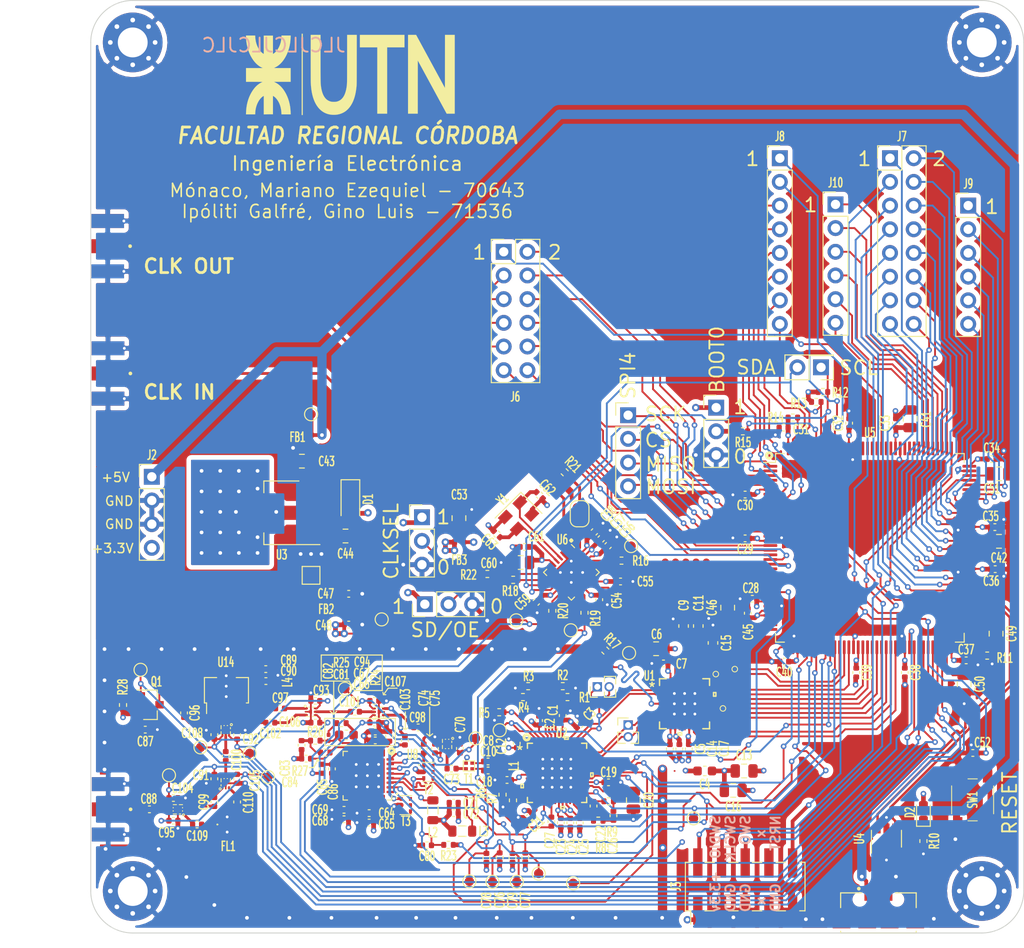
<source format=kicad_pcb>
(kicad_pcb (version 20171130) (host pcbnew "(5.1.8)-1")
  (layers (0 F.Cu signal) (1 In1.Cu power) (2 In2.Cu power) (31 B.Cu signal) (34 B.Paste user) (35 F.Paste user) (36 B.SilkS user) (37 F.SilkS user) (38 B.Mask user) (39 F.Mask user) (44 Edge.Cuts user))
  (net 0 "")
  (net 1 GND)
  (net 2 +3.3VA)
  (net 3 Rx_Mix)
  (net 4 VDD)
  (net 5 "Net-(C10-Pad2)")
  (net 6 RF_IF)
  (net 7 "Net-(C11-Pad2)")
  (net 8 Rx_Mix_Bypass)
  (net 9 SPI1_CS0)
  (net 10 SPI1_SCK)
  (net 11 SPI1_MOSI)
  (net 12 SPI1_MISO)
  (net 13 RESETX)
  (net 14 LFILT2)
  (net 15 LFILT1)
  (net 16 LFILT3)
  (net 17 MIX_CLK)
  (net 18 REF_IN)
  (net 19 "Net-(C26-Pad1)")
  (net 20 Filt_Bypass)
  (net 21 Rx_Amp)
  (net 22 SWITCH)
  (net 23 Filtro)
  (net 24 Rx_Amp_Bypass)
  (net 25 XTAL2)
  (net 26 Trx_CLK)
  (net 27 NRST)
  (net 28 VDDA_CLK)
  (net 29 "Net-(D2-Pad1)")
  (net 30 CLK_ADC)
  (net 31 I2C1_SCL)
  (net 32 I2C1_SDA)
  (net 33 SWDIO)
  (net 34 SWCLK)
  (net 35 SWO)
  (net 36 PG15)
  (net 37 PG8)
  (net 38 PG5)
  (net 39 PG4)
  (net 40 PG3)
  (net 41 PG2)
  (net 42 PC0)
  (net 43 PC1)
  (net 44 PC3)
  (net 45 PC6)
  (net 46 PC7)
  (net 47 PC8)
  (net 48 PC9)
  (net 49 PC10)
  (net 50 PC11)
  (net 51 PC12)
  (net 52 PC14)
  (net 53 PC15)
  (net 54 PF6)
  (net 55 PF7)
  (net 56 PF8)
  (net 57 PF9)
  (net 58 PF10)
  (net 59 PB13)
  (net 60 PB12)
  (net 61 PB9)
  (net 62 PB8)
  (net 63 PB5)
  (net 64 PB4)
  (net 65 PE1)
  (net 66 PE3)
  (net 67 PA15)
  (net 68 PA12)
  (net 69 PA11)
  (net 70 PA10)
  (net 71 PA9)
  (net 72 PA8)
  (net 73 PA4)
  (net 74 PA2)
  (net 75 PA1)
  (net 76 PA0)
  (net 77 PD0)
  (net 78 PD1)
  (net 79 PD2)
  (net 80 PD3)
  (net 81 PD4)
  (net 82 PD5)
  (net 83 PD6)
  (net 84 PD8)
  (net 85 PD9)
  (net 86 PD10)
  (net 87 PD11)
  (net 88 PD12)
  (net 89 PD13)
  (net 90 PD14)
  (net 91 PD15)
  (net 92 SPI4_SCK)
  (net 93 SPI4_MISO)
  (net 94 SPI4_MOSI)
  (net 95 SPI4_CS)
  (net 96 Rx_Amp_Pwr)
  (net 97 TXBBI-)
  (net 98 TXBBI+)
  (net 99 TXBBQ+)
  (net 100 TXBBQ-)
  (net 101 TXENABLE)
  (net 102 INA+)
  (net 103 INA-)
  (net 104 INB+)
  (net 105 INB-)
  (net 106 PDR_ON)
  (net 107 BOOT0)
  (net 108 MCU_CLK)
  (net 109 MIX_IPN)
  (net 110 MIX_IPP)
  (net 111 D7)
  (net 112 D6)
  (net 113 D5)
  (net 114 D4)
  (net 115 D3)
  (net 116 D2)
  (net 117 D1)
  (net 118 D0)
  (net 119 A_B)
  (net 120 SPI1_CS1)
  (net 121 Trx_Rx_Enable)
  (net 122 Trx_Enable)
  (net 123 "Net-(U2-Pad14)")
  (net 124 "Net-(U2-Pad16)")
  (net 125 "Net-(U2-Pad18)")
  (net 126 RSSI)
  (net 127 XOUT)
  (net 128 XIN)
  (net 129 /Transceptor/RXRF+)
  (net 130 /Transceptor/RXRF-)
  (net 131 /Frontend_analog/MIX_OPP)
  (net 132 /Frontend_analog/MIX_OPN)
  (net 133 "Net-(C73-Pad2)")
  (net 134 SD_OE)
  (net 135 "Net-(C96-Pad1)")
  (net 136 "Net-(C97-Pad1)")
  (net 137 PD0_adc)
  (net 138 PD1_adc)
  (net 139 +5V)
  (net 140 USB_CONN_D-)
  (net 141 USB_CONN_D+)
  (net 142 USB_D+)
  (net 143 USB_D-)
  (net 144 PC4)
  (net 145 PC13)
  (net 146 PF3)
  (net 147 PF2)
  (net 148 PF1)
  (net 149 PF0)
  (net 150 PF4)
  (net 151 PF5)
  (net 152 "Net-(R16-Pad1)")
  (net 153 "Net-(JP1-Pad2)")
  (net 154 "Net-(JP1-Pad1)")
  (net 155 "Net-(C8-Pad2)")
  (net 156 "Net-(C9-Pad1)")
  (net 157 "Net-(C15-Pad2)")
  (net 158 "Net-(C20-Pad2)")
  (net 159 "Net-(C22-Pad1)")
  (net 160 "Net-(C22-Pad2)")
  (net 161 "Net-(C26-Pad2)")
  (net 162 "Net-(C43-Pad1)")
  (net 163 "Net-(C49-Pad1)")
  (net 164 "Net-(C50-Pad1)")
  (net 165 "Net-(C51-Pad1)")
  (net 166 "Net-(C74-Pad1)")
  (net 167 "Net-(C74-Pad2)")
  (net 168 "Net-(C82-Pad1)")
  (net 169 "Net-(C83-Pad1)")
  (net 170 "Net-(C88-Pad2)")
  (net 171 "Net-(C88-Pad1)")
  (net 172 "Net-(C89-Pad1)")
  (net 173 "Net-(C96-Pad2)")
  (net 174 "Net-(C97-Pad2)")
  (net 175 "Net-(C98-Pad2)")
  (net 176 "Net-(C99-Pad1)")
  (net 177 "Net-(C99-Pad2)")
  (net 178 "Net-(C100-Pad2)")
  (net 179 "Net-(C100-Pad1)")
  (net 180 "Net-(C101-Pad1)")
  (net 181 "Net-(C101-Pad2)")
  (net 182 "Net-(C102-Pad2)")
  (net 183 "Net-(C102-Pad1)")
  (net 184 "Net-(C103-Pad2)")
  (net 185 "Net-(C103-Pad1)")
  (net 186 "Net-(C109-Pad2)")
  (net 187 "Net-(C109-Pad1)")
  (net 188 "Net-(C110-Pad2)")
  (net 189 "Net-(C110-Pad1)")
  (net 190 "Net-(R6-Pad1)")
  (net 191 "Net-(R17-Pad1)")
  (net 192 "Net-(U1-Pad24)")
  (net 193 "Net-(U5-Pad24)")
  (net 194 "Net-(U6-Pad19)")
  (net 195 "Net-(U6-Pad16)")
  (net 196 "Net-(U6-Pad13)")
  (net 197 "Net-(U6-Pad12)")
  (net 198 "Net-(U8-Pad25)")
  (net 199 "Net-(U8-Pad21)")
  (net 200 "Net-(U8-Pad20)")
  (net 201 "Net-(U8-Pad18)")
  (net 202 "Net-(U8-Pad17)")
  (net 203 "Net-(U8-Pad16)")
  (net 204 "Net-(U8-Pad15)")
  (net 205 "Net-(U8-Pad14)")
  (net 206 "Net-(U8-Pad13)")
  (net 207 "Net-(U8-Pad11)")
  (net 208 "Net-(U8-Pad9)")
  (net 209 "Net-(U8-Pad3)")
  (net 210 "Net-(U8-Pad2)")
  (net 211 "Net-(U8-Pad1)")
  (net 212 "Net-(R7-Pad2)")
  (net 213 "Net-(R11-Pad1)")
  (net 214 "Net-(R20-Pad1)")
  (net 215 "Net-(U2-Pad3)")
  (net 216 "Net-(U2-Pad6)")
  (net 217 "Net-(U2-Pad8)")
  (net 218 "Net-(U2-Pad9)")
  (net 219 "Net-(U2-Pad12)")
  (net 220 "Net-(U2-Pad33)")
  (net 221 "Net-(U2-Pad34)")
  (net 222 +3V3)
  (net 223 "Net-(U2-Pad40)")
  (net 224 PD7)
  (net 225 PG9)
  (net 226 PG10)
  (net 227 PG11)
  (net 228 PG12)
  (net 229 PG13)
  (net 230 PG14)
  (net 231 PE0)
  (net 232 "Net-(J5-Pad2)")
  (net 233 "Net-(J3-Pad8)")
  (net 234 "Net-(J3-Pad7)")
  (net 235 "Net-(J12-Pad2)")
  (net 236 "Net-(J13-Pad1)")
  (net 237 "Net-(J4-Pad4)")
  (net 238 CLKIN)
  (net 239 CLKSEL)
  (net 240 "Net-(J14-Pad2)")
  (net 241 "Net-(R19-Pad1)")
  (net 242 "Net-(R24-Pad1)")
  (module Tesis2020-21:logo_utn (layer F.Cu) (at 104.5 58)
    (fp_text reference G*** hide)
    (fp_text value LOGO hide)
  )
  (module Resistor_SMD:R_0402_1005Metric (layer F.Cu) (at 112.51 111.5)
    (fp_text reference R22 (at -2.01 0.1) (layer F.SilkS) (effects (font (size 1 0.6))))
    (fp_text value 10k)
    (pad 2 smd roundrect (at 0.51 0) (size 0.54 0.64) (layers F.Cu F.Paste F.Mask) (net 239 CLKSEL))
    (pad 1 smd roundrect (at -0.51 0) (size 0.54 0.64) (layers F.Cu F.Paste F.Mask) (net 240 "Net-(J14-Pad2)"))
  )
  (module Tesis2020-21:RFSOLUTIONS_CON-SMA-EDGE-S (layer F.Cu) (at 71.85 90)
    (fp_text reference J15)
    (fp_text value CLK_IN)
    (pad 2 smd rect (at 0 2.7) (size 3.5 1.5) (layers B.Cu B.Paste B.Mask) (net 1 GND))
    (pad 2 smd rect (at 0 -2.7) (size 3.5 1.5) (layers B.Cu B.Paste B.Mask) (net 1 GND))
    (pad 2 smd rect (at 0 2.7) (size 3.5 1.5) (layers F.Cu F.Paste F.Mask) (net 1 GND))
    (pad 2 smd rect (at 0 -2.7) (size 3.5 1.5) (layers F.Cu F.Paste F.Mask) (net 1 GND))
    (pad 1 smd rect (at 0 0) (size 3.5 1.5) (layers F.Cu F.Paste F.Mask) (net 238 CLKIN))
  )
  (module Connector_PinHeader_2.54mm:PinHeader_1x03_P2.54mm_Vertical (layer F.Cu) (at 105.5 105.420001)
    (fp_text reference J14)
    (fp_text value ClkSel)
    (pad 3 thru_hole oval (at 0 5.08) (size 1.7 1.7) (drill 1) (layers *.Cu *.Mask) (net 1 GND))
    (pad 2 thru_hole oval (at 0 2.54) (size 1.7 1.7) (drill 1) (layers *.Cu *.Mask) (net 240 "Net-(J14-Pad2)"))
    (pad 1 thru_hole rect (at 0 0) (size 1.7 1.7) (drill 1) (layers *.Cu *.Mask) (net 222 +3V3))
  )
  (module Tesis2020-21:CUI_UJ2-MIBH-G-SMT-TR (layer F.Cu) (at 154.425 148.55)
    (fp_text reference J4)
    (fp_text value Conn_USB)
    (pad None np_thru_hole circle (at 2 -2.15) (size 0.55 0.55) (drill 0.55) (layers *.Cu *.Mask))
    (pad None np_thru_hole circle (at -2 -2.15) (size 0.55 0.55) (drill 0.55) (layers *.Cu *.Mask))
    (pad S smd rect (at 3.95 0) (size 1.9 1.9) (layers F.Cu F.Paste F.Mask) (net 1 GND))
    (pad S smd rect (at 1.2 0) (size 1.9 1.9) (layers F.Cu F.Paste F.Mask) (net 1 GND))
    (pad S smd rect (at -1.2 0) (size 1.9 1.9) (layers F.Cu F.Paste F.Mask) (net 1 GND))
    (pad S smd rect (at -3.95 0) (size 1.9 1.9) (layers F.Cu F.Paste F.Mask) (net 1 GND))
    (pad 5 smd rect (at 1.3 -2.675) (size 0.4 1.35) (layers F.Cu F.Paste F.Mask) (net 1 GND))
    (pad 4 smd rect (at 0.65 -2.675) (size 0.4 1.35) (layers F.Cu F.Paste F.Mask) (net 237 "Net-(J4-Pad4)"))
    (pad 3 smd rect (at 0 -2.675) (size 0.4 1.35) (layers F.Cu F.Paste F.Mask) (net 141 USB_CONN_D+))
    (pad 2 smd rect (at -0.65 -2.675) (size 0.4 1.35) (layers F.Cu F.Paste F.Mask) (net 140 USB_CONN_D-))
    (pad 1 smd rect (at -1.3 -2.675) (size 0.4 1.35) (layers F.Cu F.Paste F.Mask) (net 139 +5V))
  )
  (module Tesis2020-21:TestPoint_Pad_D1.0mm_NoRef (layer F.Cu) (at 118.0115 143.625)
    (fp_text reference TP8 hide)
    (fp_text value TestPoint hide)
    (pad 1 smd circle (at 0 0) (size 1 1) (layers F.Cu F.Mask) (net 10 SPI1_SCK))
  )
  (module Tesis2020-21:TestPoint_Pad_D1.0mm_NoRef (layer F.Cu) (at 134.6104 137.7068)
    (fp_text reference TP24 hide)
    (fp_text value TestPoint hide)
    (pad 1 smd circle (at 0 0) (size 1 1) (layers F.Cu F.Mask) (net 122 Trx_Enable))
  )
  (module Tesis2020-21:TestPoint_Pad_D1.0mm_NoRef (layer F.Cu) (at 113.8332 128.258)
    (fp_text reference TP23 hide)
    (fp_text value TestPoint hide)
    (pad 1 smd circle (at 0 0) (size 1 1) (layers F.Cu F.Mask) (net 121 Trx_Rx_Enable))
  )
  (module Tesis2020-21:TestPoint_Pad_D1.0mm_NoRef (layer F.Cu) (at 111.2424 129.1343)
    (fp_text reference TP22 hide)
    (fp_text value TestPoint hide)
    (pad 1 smd circle (at 0 0) (size 1 1) (layers F.Cu F.Mask) (net 8 Rx_Mix_Bypass))
  )
  (module Tesis2020-21:TestPoint_Pad_D1.0mm_NoRef (layer F.Cu) (at 88.992 133.2745)
    (fp_text reference TP21 hide)
    (fp_text value TestPoint hide)
    (pad 1 smd circle (at 0 0) (size 1 1) (layers F.Cu F.Mask) (net 23 Filtro))
  )
  (module Tesis2020-21:TestPoint_Pad_D1.0mm_NoRef (layer F.Cu) (at 78.3875 133.084)
    (fp_text reference TP20 hide)
    (fp_text value TestPoint hide)
    (pad 1 smd circle (at 0 0) (size 1 1) (layers F.Cu F.Mask) (net 20 Filt_Bypass))
  )
  (module Tesis2020-21:TestPoint_Pad_D1.0mm_NoRef (layer F.Cu) (at 81.7657 130.0995)
    (fp_text reference TP19 hide)
    (fp_text value TestPoint hide)
    (pad 1 smd circle (at 0 0) (size 1 1) (layers F.Cu F.Mask) (net 21 Rx_Amp))
  )
  (module Tesis2020-21:TestPoint_Pad_D1.0mm_NoRef (layer F.Cu) (at 75.3395 121.781)
    (fp_text reference TP18 hide)
    (fp_text value TestPoint hide)
    (pad 1 smd circle (at 0 0) (size 1 1) (layers F.Cu F.Mask) (net 96 Rx_Amp_Pwr))
  )
  (module Tesis2020-21:TestPoint_Pad_D1.0mm_NoRef (layer F.Cu) (at 97.247 123.813)
    (fp_text reference TP17 hide)
    (fp_text value TestPoint hide)
    (pad 1 smd circle (at 0 0) (size 1 1) (layers F.Cu F.Mask) (net 3 Rx_Mix))
  )
  (module Tesis2020-21:TestPoint_Pad_D1.0mm_NoRef (layer F.Cu) (at 87.0362 130.7345)
    (fp_text reference TP16 hide)
    (fp_text value TestPoint hide)
    (pad 1 smd circle (at 0 0) (size 1 1) (layers F.Cu F.Mask) (net 24 Rx_Amp_Bypass))
  )
  (module Tesis2020-21:TestPoint_Pad_D1.0mm_NoRef (layer F.Cu) (at 115.6112 116.4724)
    (fp_text reference TP15 hide)
    (fp_text value TestPoint hide)
    (pad 1 smd circle (at 0 0) (size 1 1) (layers F.Cu F.Mask) (net 17 MIX_CLK))
  )
  (module Tesis2020-21:TestPoint_Pad_D1.0mm_NoRef (layer F.Cu) (at 121.4532 117.5392)
    (fp_text reference TP14 hide)
    (fp_text value TestPoint hide)
    (pad 1 smd circle (at 0 0) (size 1 1) (layers F.Cu F.Mask) (net 26 Trx_CLK))
  )
  (module Tesis2020-21:TestPoint_Pad_D1.0mm_NoRef (layer F.Cu) (at 127.7016 119.9776)
    (fp_text reference TP13 hide)
    (fp_text value TestPoint hide)
    (pad 1 smd circle (at 0 0) (size 1 1) (layers F.Cu F.Mask) (net 30 CLK_ADC))
  )
  (module Tesis2020-21:TestPoint_Pad_D1.0mm_NoRef (layer F.Cu) (at 127.9175 108.5095)
    (fp_text reference TP12 hide)
    (fp_text value TestPoint hide)
    (pad 1 smd circle (at 0 0) (size 1 1) (layers F.Cu F.Mask) (net 108 MCU_CLK))
  )
  (module Tesis2020-21:TestPoint_Pad_D1.0mm_NoRef (layer F.Cu) (at 93.6148 94.3744)
    (fp_text reference TP10 hide)
    (fp_text value TestPoint hide)
    (pad 1 smd circle (at 0 0) (size 1 1) (layers F.Cu F.Mask) (net 139 +5V))
  )
  (module Tesis2020-21:TestPoint_Pad_D1.0mm_NoRef (layer F.Cu) (at 101.184 116.3708)
    (fp_text reference TP9 hide)
    (fp_text value TestPoint hide)
    (pad 1 smd circle (at 0 0) (size 1 1) (layers F.Cu F.Mask) (net 2 +3.3VA))
  )
  (module Tesis2020-21:TestPoint_Pad_D1.0mm_NoRef (layer F.Cu) (at 110.582 144.4632)
    (fp_text reference TP7 hide)
    (fp_text value TestPoint hide)
    (pad 1 smd circle (at 0 0) (size 1 1) (layers F.Cu F.Mask) (net 11 SPI1_MOSI))
  )
  (module Tesis2020-21:TestPoint_Pad_D1.0mm_NoRef (layer F.Cu) (at 115.662 144.514)
    (fp_text reference TP6 hide)
    (fp_text value TestPoint hide)
    (pad 1 smd circle (at 0 0) (size 1 1) (layers F.Cu F.Mask) (net 12 SPI1_MISO))
  )
  (module Tesis2020-21:TestPoint_Pad_D1.0mm_NoRef (layer F.Cu) (at 113.0585 144.514)
    (fp_text reference TP5 hide)
    (fp_text value TestPoint hide)
    (pad 1 smd circle (at 0 0) (size 1 1) (layers F.Cu F.Mask) (net 9 SPI1_CS0))
  )
  (module Tesis2020-21:TestPoint_Pad_D1.0mm_NoRef (layer F.Cu) (at 121.7072 144.6664)
    (fp_text reference TP4 hide)
    (fp_text value TestPoint hide)
    (pad 1 smd circle (at 0 0) (size 1 1) (layers F.Cu F.Mask) (net 120 SPI1_CS1))
  )
  (module Connector_PinHeader_2.54mm:PinHeader_1x04_P2.54mm_Vertical (layer F.Cu) (at 76.546 101.08)
    (fp_text reference J2 (at 0 -2.33) (layer F.SilkS) (effects (font (size 1 0.6))))
    (fp_text value Power)
    (pad 1 thru_hole rect (at 0 0) (size 1.7 1.7) (drill 1) (layers *.Cu *.Mask) (net 139 +5V))
    (pad 2 thru_hole oval (at 0 2.54) (size 1.7 1.7) (drill 1) (layers *.Cu *.Mask) (net 1 GND))
    (pad 3 thru_hole oval (at 0 5.08) (size 1.7 1.7) (drill 1) (layers *.Cu *.Mask) (net 1 GND))
    (pad 4 thru_hole oval (at 0 7.62) (size 1.7 1.7) (drill 1) (layers *.Cu *.Mask) (net 222 +3V3))
  )
  (module Connector_PinHeader_2.54mm:PinHeader_1x04_P2.54mm_Vertical (layer F.Cu) (at 127.6 94.476)
    (fp_text reference J11 hide)
    (fp_text value SPI4)
    (pad 1 thru_hole rect (at 0 0) (size 1.7 1.7) (drill 1) (layers *.Cu *.Mask) (net 92 SPI4_SCK))
    (pad 2 thru_hole oval (at 0 2.54) (size 1.7 1.7) (drill 1) (layers *.Cu *.Mask) (net 95 SPI4_CS))
    (pad 3 thru_hole oval (at 0 5.08) (size 1.7 1.7) (drill 1) (layers *.Cu *.Mask) (net 93 SPI4_MISO))
    (pad 4 thru_hole oval (at 0 7.62) (size 1.7 1.7) (drill 1) (layers *.Cu *.Mask) (net 94 SPI4_MOSI))
  )
  (module Connector_PinHeader_2.54mm:PinHeader_2x06_P2.54mm_Vertical (layer F.Cu) (at 114.265 76.95)
    (fp_text reference J6 (at 1.235 15.55) (layer F.SilkS) (effects (font (size 1 0.6))))
    (fp_text value PA)
    (pad 1 thru_hole rect (at 0 0) (size 1.7 1.7) (drill 1) (layers *.Cu *.Mask) (net 225 PG9))
    (pad 2 thru_hole oval (at 2.54 0) (size 1.7 1.7) (drill 1) (layers *.Cu *.Mask) (net 149 PF0))
    (pad 3 thru_hole oval (at 0 2.54) (size 1.7 1.7) (drill 1) (layers *.Cu *.Mask) (net 58 PF10))
    (pad 4 thru_hole oval (at 2.54 2.54) (size 1.7 1.7) (drill 1) (layers *.Cu *.Mask) (net 148 PF1))
    (pad 5 thru_hole oval (at 0 5.08) (size 1.7 1.7) (drill 1) (layers *.Cu *.Mask) (net 57 PF9))
    (pad 6 thru_hole oval (at 2.54 5.08) (size 1.7 1.7) (drill 1) (layers *.Cu *.Mask) (net 147 PF2))
    (pad 7 thru_hole oval (at 0 7.62) (size 1.7 1.7) (drill 1) (layers *.Cu *.Mask) (net 56 PF8))
    (pad 8 thru_hole oval (at 2.54 7.62) (size 1.7 1.7) (drill 1) (layers *.Cu *.Mask) (net 146 PF3))
    (pad 9 thru_hole oval (at 0 10.16) (size 1.7 1.7) (drill 1) (layers *.Cu *.Mask) (net 55 PF7))
    (pad 10 thru_hole oval (at 2.54 10.16) (size 1.7 1.7) (drill 1) (layers *.Cu *.Mask) (net 150 PF4))
    (pad 11 thru_hole oval (at 0 12.7) (size 1.7 1.7) (drill 1) (layers *.Cu *.Mask) (net 54 PF6))
    (pad 12 thru_hole oval (at 2.54 12.7) (size 1.7 1.7) (drill 1) (layers *.Cu *.Mask) (net 151 PF5))
  )
  (module Connector_PinHeader_2.54mm:PinHeader_1x08_P2.54mm_Vertical (layer F.Cu) (at 143.856 66.917)
    (fp_text reference J8 (at 0 -2.33) (layer F.SilkS) (effects (font (size 1 0.6))))
    (fp_text value PB)
    (pad 1 thru_hole rect (at 0 0) (size 1.7 1.7) (drill 1) (layers *.Cu *.Mask) (net 64 PB4))
    (pad 2 thru_hole oval (at 0 2.54) (size 1.7 1.7) (drill 1) (layers *.Cu *.Mask) (net 63 PB5))
    (pad 3 thru_hole oval (at 0 5.08) (size 1.7 1.7) (drill 1) (layers *.Cu *.Mask) (net 66 PE3))
    (pad 4 thru_hole oval (at 0 7.62) (size 1.7 1.7) (drill 1) (layers *.Cu *.Mask) (net 145 PC13))
    (pad 5 thru_hole oval (at 0 10.16) (size 1.7 1.7) (drill 1) (layers *.Cu *.Mask) (net 52 PC14))
    (pad 6 thru_hole oval (at 0 12.7) (size 1.7 1.7) (drill 1) (layers *.Cu *.Mask) (net 53 PC15))
    (pad 7 thru_hole oval (at 0 15.24) (size 1.7 1.7) (drill 1) (layers *.Cu *.Mask) (net 231 PE0))
    (pad 8 thru_hole oval (at 0 17.78) (size 1.7 1.7) (drill 1) (layers *.Cu *.Mask) (net 61 PB9))
  )
  (module Connector_PinHeader_2.54mm:PinHeader_1x06_P2.54mm_Vertical (layer F.Cu) (at 149.825 71.87)
    (fp_text reference J10 (at 0 -2.33) (layer F.SilkS) (effects (font (size 1 0.6))))
    (fp_text value PC)
    (pad 1 thru_hole rect (at 0 0) (size 1.7 1.7) (drill 1) (layers *.Cu *.Mask) (net 67 PA15))
    (pad 2 thru_hole oval (at 0 2.54) (size 1.7 1.7) (drill 1) (layers *.Cu *.Mask) (net 49 PC10))
    (pad 3 thru_hole oval (at 0 5.08) (size 1.7 1.7) (drill 1) (layers *.Cu *.Mask) (net 50 PC11))
    (pad 4 thru_hole oval (at 0 7.62) (size 1.7 1.7) (drill 1) (layers *.Cu *.Mask) (net 51 PC12))
    (pad 5 thru_hole oval (at 0 10.16) (size 1.7 1.7) (drill 1) (layers *.Cu *.Mask) (net 77 PD0))
    (pad 6 thru_hole oval (at 0 12.7) (size 1.7 1.7) (drill 1) (layers *.Cu *.Mask) (net 78 PD1))
  )
  (module Connector_PinHeader_2.54mm:PinHeader_2x01_P2.54mm_Vertical (layer F.Cu) (at 148.2756 89.3452 180)
    (fp_text reference J1 hide)
    (fp_text value I2C1)
    (pad 1 thru_hole rect (at 0 0 180) (size 1.7 1.7) (drill 1) (layers *.Cu *.Mask) (net 31 I2C1_SCL))
    (pad 2 thru_hole oval (at 2.54 0 180) (size 1.7 1.7) (drill 1) (layers *.Cu *.Mask) (net 32 I2C1_SDA))
  )
  (module SamacSys_Parts:PTS647SN50SMTR2LFS (layer F.Cu) (at 164.5231 135.7228 90)
    (fp_text reference SW1 (at 0 0 90) (layer F.SilkS) (effects (font (size 1 0.6))))
    (fp_text value Reset hide)
    (pad 1 smd rect (at -2.625 1.6 180) (size 1 1.55) (layers F.Cu F.Paste F.Mask) (net 27 NRST))
    (pad 2 smd rect (at 2.625 1.6 180) (size 1 1.55) (layers F.Cu F.Paste F.Mask) (net 27 NRST))
    (pad 3 smd rect (at 2.625 -1.6 180) (size 1 1.55) (layers F.Cu F.Paste F.Mask) (net 1 GND))
    (pad 4 smd rect (at -2.625 -1.6 180) (size 1 1.55) (layers F.Cu F.Paste F.Mask) (net 1 GND))
  )
  (module Connector_PinHeader_2.54mm:PinHeader_1x06_P2.54mm_Vertical (layer F.Cu) (at 164.049 71.997)
    (fp_text reference J9 (at 0 -2.33) (layer F.SilkS) (effects (font (size 1 0.6))))
    (fp_text value PE)
    (pad 1 thru_hole rect (at 0 0) (size 1.7 1.7) (drill 1) (layers *.Cu *.Mask) (net 68 PA12))
    (pad 2 thru_hole oval (at 0 2.54) (size 1.7 1.7) (drill 1) (layers *.Cu *.Mask) (net 69 PA11))
    (pad 3 thru_hole oval (at 0 5.08) (size 1.7 1.7) (drill 1) (layers *.Cu *.Mask) (net 70 PA10))
    (pad 4 thru_hole oval (at 0 7.62) (size 1.7 1.7) (drill 1) (layers *.Cu *.Mask) (net 71 PA9))
    (pad 5 thru_hole oval (at 0 10.16) (size 1.7 1.7) (drill 1) (layers *.Cu *.Mask) (net 72 PA8))
    (pad 6 thru_hole oval (at 0 12.7) (size 1.7 1.7) (drill 1) (layers *.Cu *.Mask) (net 48 PC9))
  )
  (module Connector_PinHeader_2.54mm:PinHeader_2x08_P2.54mm_Vertical (layer F.Cu) (at 155.667 66.917)
    (fp_text reference J7 (at 1.27 -2.33) (layer F.SilkS) (effects (font (size 1 0.6))))
    (fp_text value PD)
    (pad 1 thru_hole rect (at 0 0) (size 1.7 1.7) (drill 1) (layers *.Cu *.Mask) (net 91 PD15))
    (pad 2 thru_hole oval (at 2.54 0) (size 1.7 1.7) (drill 1) (layers *.Cu *.Mask) (net 47 PC8))
    (pad 3 thru_hole oval (at 0 2.54) (size 1.7 1.7) (drill 1) (layers *.Cu *.Mask) (net 84 PD8))
    (pad 4 thru_hole oval (at 2.54 2.54) (size 1.7 1.7) (drill 1) (layers *.Cu *.Mask) (net 46 PC7))
    (pad 5 thru_hole oval (at 0 5.08) (size 1.7 1.7) (drill 1) (layers *.Cu *.Mask) (net 85 PD9))
    (pad 6 thru_hole oval (at 2.54 5.08) (size 1.7 1.7) (drill 1) (layers *.Cu *.Mask) (net 45 PC6))
    (pad 7 thru_hole oval (at 0 7.62) (size 1.7 1.7) (drill 1) (layers *.Cu *.Mask) (net 86 PD10))
    (pad 8 thru_hole oval (at 2.54 7.62) (size 1.7 1.7) (drill 1) (layers *.Cu *.Mask) (net 37 PG8))
    (pad 9 thru_hole oval (at 0 10.16) (size 1.7 1.7) (drill 1) (layers *.Cu *.Mask) (net 87 PD11))
    (pad 10 thru_hole oval (at 2.54 10.16) (size 1.7 1.7) (drill 1) (layers *.Cu *.Mask) (net 38 PG5))
    (pad 11 thru_hole oval (at 0 12.7) (size 1.7 1.7) (drill 1) (layers *.Cu *.Mask) (net 88 PD12))
    (pad 12 thru_hole oval (at 2.54 12.7) (size 1.7 1.7) (drill 1) (layers *.Cu *.Mask) (net 39 PG4))
    (pad 13 thru_hole oval (at 0 15.24) (size 1.7 1.7) (drill 1) (layers *.Cu *.Mask) (net 89 PD13))
    (pad 14 thru_hole oval (at 2.54 15.24) (size 1.7 1.7) (drill 1) (layers *.Cu *.Mask) (net 40 PG3))
    (pad 15 thru_hole oval (at 0 17.78) (size 1.7 1.7) (drill 1) (layers *.Cu *.Mask) (net 90 PD14))
    (pad 16 thru_hole oval (at 2.54 17.78) (size 1.7 1.7) (drill 1) (layers *.Cu *.Mask) (net 41 PG2))
  )
  (module Tesis2020-21:TestPoint_Mask_D0.4mm (layer F.Cu) (at 137.76 125.9212)
    (fp_text reference TP3 hide)
    (fp_text value TestPoint)
  )
  (module Tesis2020-21:TestPoint_Mask_D0.4mm (layer F.Cu) (at 139.03 121.7048)
    (fp_text reference TP2 hide)
    (fp_text value TestPoint)
  )
  (module Tesis2020-21:TestPoint_Mask_D0.4mm (layer F.Cu) (at 136.998 122.2382)
    (fp_text reference TP1 hide)
    (fp_text value TestPoint)
  )
  (module Connector_PinHeader_2.54mm:PinHeader_2x05_P2.54mm_Vertical_SMD (layer F.Cu) (at 140.1476 145.022 90)
    (fp_text reference J3 (at 0 -7.41 90) (layer F.SilkS) (effects (font (size 1 0.6))))
    (fp_text value "ARM SWD")
    (pad 1 smd rect (at -2.525 -5.08 90) (size 3.15 1) (layers F.Cu F.Paste F.Mask) (net 222 +3V3))
    (pad 2 smd rect (at 2.525 -5.08 90) (size 3.15 1) (layers F.Cu F.Paste F.Mask) (net 33 SWDIO))
    (pad 3 smd rect (at -2.525 -2.54 90) (size 3.15 1) (layers F.Cu F.Paste F.Mask) (net 1 GND))
    (pad 4 smd rect (at 2.525 -2.54 90) (size 3.15 1) (layers F.Cu F.Paste F.Mask) (net 34 SWCLK))
    (pad 5 smd rect (at -2.525 0 90) (size 3.15 1) (layers F.Cu F.Paste F.Mask) (net 1 GND))
    (pad 6 smd rect (at 2.525 0 90) (size 3.15 1) (layers F.Cu F.Paste F.Mask) (net 35 SWO))
    (pad 7 smd rect (at -2.525 2.54 90) (size 3.15 1) (layers F.Cu F.Paste F.Mask) (net 234 "Net-(J3-Pad7)"))
    (pad 8 smd rect (at 2.525 2.54 90) (size 3.15 1) (layers F.Cu F.Paste F.Mask) (net 233 "Net-(J3-Pad8)"))
    (pad 9 smd rect (at -2.525 5.08 90) (size 3.15 1) (layers F.Cu F.Paste F.Mask) (net 1 GND))
    (pad 10 smd rect (at 2.525 5.08 90) (size 3.15 1) (layers F.Cu F.Paste F.Mask) (net 27 NRST))
  )
  (module Resistor_SMD:R_0402_1005Metric (layer F.Cu) (at 115.2556 135.7764 270)
    (fp_text reference R7 (at -0.2159 2.1971 90) (layer F.SilkS) (effects (font (size 1 0.6))))
    (fp_text value "49.9 1%")
    (pad 1 smd roundrect (at -0.51 0 270) (size 0.54 0.64) (layers F.Cu F.Paste F.Mask) (net 1 GND))
    (pad 2 smd roundrect (at 0.51 0 270) (size 0.54 0.64) (layers F.Cu F.Paste F.Mask) (net 212 "Net-(R7-Pad2)"))
  )
  (module Resistor_SMD:R_0402_1005Metric (layer F.Cu) (at 114.138 135.1668 270)
    (fp_text reference R6 (at -0.1778 2.286 90) (layer F.SilkS) (effects (font (size 1 0.6))))
    (fp_text value "49.9 1%")
    (pad 1 smd roundrect (at -0.51 0 270) (size 0.54 0.64) (layers F.Cu F.Paste F.Mask) (net 190 "Net-(R6-Pad1)"))
    (pad 2 smd roundrect (at 0.51 0 270) (size 0.54 0.64) (layers F.Cu F.Paste F.Mask) (net 1 GND))
  )
  (module Connector_PinHeader_2.54mm:PinHeader_1x03_P2.54mm_Vertical (layer F.Cu) (at 105.8068 114.7452 90)
    (fp_text reference J12 hide)
    (fp_text value OutEn)
    (pad 1 thru_hole rect (at 0 0 90) (size 1.7 1.7) (drill 1) (layers *.Cu *.Mask) (net 222 +3V3))
    (pad 2 thru_hole oval (at 0 2.54 90) (size 1.7 1.7) (drill 1) (layers *.Cu *.Mask) (net 235 "Net-(J12-Pad2)"))
    (pad 3 thru_hole oval (at 0 5.08 90) (size 1.7 1.7) (drill 1) (layers *.Cu *.Mask) (net 1 GND))
  )
  (module Connector_PinHeader_2.54mm:PinHeader_1x03_P2.54mm_Vertical (layer F.Cu) (at 137.0361 93.6632)
    (fp_text reference J5 hide)
    (fp_text value Boot_Select)
    (pad 1 thru_hole rect (at 0 0) (size 1.7 1.7) (drill 1) (layers *.Cu *.Mask) (net 222 +3V3))
    (pad 2 thru_hole oval (at 0 2.54) (size 1.7 1.7) (drill 1) (layers *.Cu *.Mask) (net 232 "Net-(J5-Pad2)"))
    (pad 3 thru_hole oval (at 0 5.08) (size 1.7 1.7) (drill 1) (layers *.Cu *.Mask) (net 1 GND))
  )
  (module MountingHole:MountingHole_3.2mm_M3_Pad_Via (layer F.Cu) (at 165.5 54.5)
    (fp_text reference H4 hide)
    (fp_text value MountingHole_Pad)
    (pad 1 thru_hole circle (at 0 0) (size 6.4 6.4) (drill 3.2) (layers *.Cu *.Mask) (net 1 GND))
    (pad 1 thru_hole circle (at 2.4 0) (size 0.8 0.8) (drill 0.5) (layers *.Cu *.Mask) (net 1 GND))
    (pad 1 thru_hole circle (at 1.697056 1.697056) (size 0.8 0.8) (drill 0.5) (layers *.Cu *.Mask) (net 1 GND))
    (pad 1 thru_hole circle (at 0 2.4) (size 0.8 0.8) (drill 0.5) (layers *.Cu *.Mask) (net 1 GND))
    (pad 1 thru_hole circle (at -1.697056 1.697056) (size 0.8 0.8) (drill 0.5) (layers *.Cu *.Mask) (net 1 GND))
    (pad 1 thru_hole circle (at -2.4 0) (size 0.8 0.8) (drill 0.5) (layers *.Cu *.Mask) (net 1 GND))
    (pad 1 thru_hole circle (at -1.697056 -1.697056) (size 0.8 0.8) (drill 0.5) (layers *.Cu *.Mask) (net 1 GND))
    (pad 1 thru_hole circle (at 0 -2.4) (size 0.8 0.8) (drill 0.5) (layers *.Cu *.Mask) (net 1 GND))
    (pad 1 thru_hole circle (at 1.697056 -1.697056) (size 0.8 0.8) (drill 0.5) (layers *.Cu *.Mask) (net 1 GND))
  )
  (module MountingHole:MountingHole_3.2mm_M3_Pad_Via (layer F.Cu) (at 74.5 54.5)
    (fp_text reference H3 hide)
    (fp_text value MountingHole_Pad)
    (pad 1 thru_hole circle (at 0 0) (size 6.4 6.4) (drill 3.2) (layers *.Cu *.Mask) (net 1 GND))
    (pad 1 thru_hole circle (at 2.4 0) (size 0.8 0.8) (drill 0.5) (layers *.Cu *.Mask) (net 1 GND))
    (pad 1 thru_hole circle (at 1.697056 1.697056) (size 0.8 0.8) (drill 0.5) (layers *.Cu *.Mask) (net 1 GND))
    (pad 1 thru_hole circle (at 0 2.4) (size 0.8 0.8) (drill 0.5) (layers *.Cu *.Mask) (net 1 GND))
    (pad 1 thru_hole circle (at -1.697056 1.697056) (size 0.8 0.8) (drill 0.5) (layers *.Cu *.Mask) (net 1 GND))
    (pad 1 thru_hole circle (at -2.4 0) (size 0.8 0.8) (drill 0.5) (layers *.Cu *.Mask) (net 1 GND))
    (pad 1 thru_hole circle (at -1.697056 -1.697056) (size 0.8 0.8) (drill 0.5) (layers *.Cu *.Mask) (net 1 GND))
    (pad 1 thru_hole circle (at 0 -2.4) (size 0.8 0.8) (drill 0.5) (layers *.Cu *.Mask) (net 1 GND))
    (pad 1 thru_hole circle (at 1.697056 -1.697056) (size 0.8 0.8) (drill 0.5) (layers *.Cu *.Mask) (net 1 GND))
  )
  (module MountingHole:MountingHole_3.2mm_M3_Pad_Via (layer F.Cu) (at 165.5 145.5)
    (fp_text reference H2 hide)
    (fp_text value MountingHole_Pad)
    (pad 1 thru_hole circle (at 0 0) (size 6.4 6.4) (drill 3.2) (layers *.Cu *.Mask) (net 1 GND))
    (pad 1 thru_hole circle (at 2.4 0) (size 0.8 0.8) (drill 0.5) (layers *.Cu *.Mask) (net 1 GND))
    (pad 1 thru_hole circle (at 1.697056 1.697056) (size 0.8 0.8) (drill 0.5) (layers *.Cu *.Mask) (net 1 GND))
    (pad 1 thru_hole circle (at 0 2.4) (size 0.8 0.8) (drill 0.5) (layers *.Cu *.Mask) (net 1 GND))
    (pad 1 thru_hole circle (at -1.697056 1.697056) (size 0.8 0.8) (drill 0.5) (layers *.Cu *.Mask) (net 1 GND))
    (pad 1 thru_hole circle (at -2.4 0) (size 0.8 0.8) (drill 0.5) (layers *.Cu *.Mask) (net 1 GND))
    (pad 1 thru_hole circle (at -1.697056 -1.697056) (size 0.8 0.8) (drill 0.5) (layers *.Cu *.Mask) (net 1 GND))
    (pad 1 thru_hole circle (at 0 -2.4) (size 0.8 0.8) (drill 0.5) (layers *.Cu *.Mask) (net 1 GND))
    (pad 1 thru_hole circle (at 1.697056 -1.697056) (size 0.8 0.8) (drill 0.5) (layers *.Cu *.Mask) (net 1 GND))
  )
  (module MountingHole:MountingHole_3.2mm_M3_Pad_Via (layer F.Cu) (at 74.5 145.5)
    (fp_text reference H1 hide)
    (fp_text value MountingHole_Pad)
    (pad 1 thru_hole circle (at 0 0) (size 6.4 6.4) (drill 3.2) (layers *.Cu *.Mask) (net 1 GND))
    (pad 1 thru_hole circle (at 2.4 0) (size 0.8 0.8) (drill 0.5) (layers *.Cu *.Mask) (net 1 GND))
    (pad 1 thru_hole circle (at 1.697056 1.697056) (size 0.8 0.8) (drill 0.5) (layers *.Cu *.Mask) (net 1 GND))
    (pad 1 thru_hole circle (at 0 2.4) (size 0.8 0.8) (drill 0.5) (layers *.Cu *.Mask) (net 1 GND))
    (pad 1 thru_hole circle (at -1.697056 1.697056) (size 0.8 0.8) (drill 0.5) (layers *.Cu *.Mask) (net 1 GND))
    (pad 1 thru_hole circle (at -2.4 0) (size 0.8 0.8) (drill 0.5) (layers *.Cu *.Mask) (net 1 GND))
    (pad 1 thru_hole circle (at -1.697056 -1.697056) (size 0.8 0.8) (drill 0.5) (layers *.Cu *.Mask) (net 1 GND))
    (pad 1 thru_hole circle (at 0 -2.4) (size 0.8 0.8) (drill 0.5) (layers *.Cu *.Mask) (net 1 GND))
    (pad 1 thru_hole circle (at 1.697056 -1.697056) (size 0.8 0.8) (drill 0.5) (layers *.Cu *.Mask) (net 1 GND))
  )
  (module Package_TO_SOT_SMD:SOT-223-3_TabPin2 (layer F.Cu) (at 90.4648 104.9408 180)
    (fp_text reference U3 (at 0 -4.5) (layer F.SilkS) (effects (font (size 1 0.6))))
    (fp_text value AMS1117-3.3)
    (pad 2 smd rect (at 3.15 0 180) (size 2 3.8) (layers F.Cu F.Paste F.Mask) (net 222 +3V3))
    (pad 2 smd rect (at -3.15 0 180) (size 2 1.5) (layers F.Cu F.Paste F.Mask) (net 222 +3V3))
    (pad 3 smd rect (at -3.15 2.3 180) (size 2 1.5) (layers F.Cu F.Paste F.Mask) (net 162 "Net-(C43-Pad1)"))
    (pad 1 smd rect (at -3.15 -2.3 180) (size 2 1.5) (layers F.Cu F.Paste F.Mask) (net 1 GND))
  )
  (module Jumper:SolderJumper-2_P1.3mm_Open_RoundedPad1.0x1.5mm (layer F.Cu) (at 122.4 105.0424 90)
    (fp_text reference JP1 hide)
    (fp_text value SolderJumper)
    (pad 1 smd custom (at -0.65 0 90) (size 1 0.5) (layers F.Cu F.Mask) (net 154 "Net-(JP1-Pad1)") (options (clearance outline) (anchor rect)) (primitives (gr_circle (center 0 0.25) (end 0.5 0.25) (width 0)) (gr_circle (center 0 -0.25) (end 0.5 -0.25) (width 0)) (gr_poly (pts (xy 0 -0.75) (xy 0.5 -0.75) (xy 0.5 0.75) (xy 0 0.75)) (width 0))))
    (pad 2 smd custom (at 0.65 0 90) (size 1 0.5) (layers F.Cu F.Mask) (net 153 "Net-(JP1-Pad2)") (options (clearance outline) (anchor rect)) (primitives (gr_circle (center 0 0.25) (end 0.5 0.25) (width 0)) (gr_circle (center 0 -0.25) (end 0.5 -0.25) (width 0)) (gr_poly (pts (xy 0 -0.75) (xy -0.5 -0.75) (xy -0.5 0.75) (xy 0 0.75)) (width 0))))
  )
  (module Tesis2020-21:RFSOLUTIONS_CON-SMA-EDGE-S (layer F.Cu) (at 71.82 76.35)
    (fp_text reference J13 hide)
    (fp_text value CLK_OUT0)
    (pad 1 smd rect (at 0 0) (size 3.5 1.5) (layers F.Cu F.Paste F.Mask) (net 236 "Net-(J13-Pad1)"))
    (pad 2 smd rect (at 0 -2.7) (size 3.5 1.5) (layers F.Cu F.Paste F.Mask) (net 1 GND))
    (pad 2 smd rect (at 0 2.7) (size 3.5 1.5) (layers F.Cu F.Paste F.Mask) (net 1 GND))
    (pad 2 smd rect (at 0 -2.7) (size 3.5 1.5) (layers B.Cu B.Paste B.Mask) (net 1 GND))
    (pad 2 smd rect (at 0 2.7) (size 3.5 1.5) (layers B.Cu B.Paste B.Mask) (net 1 GND))
  )
  (module footprints:MAX2837ETM&plus_ (layer F.Cu) (at 119.98 132.83)
    (fp_text reference U2 (at 0.508 -4.2545) (layer F.SilkS) (effects (font (size 1 0.6))))
    (fp_text value MAX2837 hide)
    (fp_text user * (at -3.9878 -2.4) (layer F.SilkS))
    (pad 1 smd rect (at -2.9464 -2.200001 90) (size 0.2032 0.8128) (layers F.Cu F.Paste F.Mask) (net 2 +3.3VA))
    (pad 2 smd rect (at -2.9464 -1.799999 90) (size 0.2032 0.8128) (layers F.Cu F.Paste F.Mask) (net 1 GND))
    (pad 3 smd rect (at -2.9464 -1.4 90) (size 0.2032 0.8128) (layers F.Cu F.Paste F.Mask) (net 215 "Net-(U2-Pad3)"))
    (pad 4 smd rect (at -2.9464 -1.000001 90) (size 0.2032 0.8128) (layers F.Cu F.Paste F.Mask) (net 129 /Transceptor/RXRF+))
    (pad 5 smd rect (at -2.9464 -0.599999 90) (size 0.2032 0.8128) (layers F.Cu F.Paste F.Mask) (net 130 /Transceptor/RXRF-))
    (pad 6 smd rect (at -2.9464 -0.2 90) (size 0.2032 0.8128) (layers F.Cu F.Paste F.Mask) (net 216 "Net-(U2-Pad6)"))
    (pad 7 smd rect (at -2.9464 0.2 90) (size 0.2032 0.8128) (layers F.Cu F.Paste F.Mask) (net 2 +3.3VA))
    (pad 8 smd rect (at -2.9464 0.599999 90) (size 0.2032 0.8128) (layers F.Cu F.Paste F.Mask) (net 217 "Net-(U2-Pad8)"))
    (pad 9 smd rect (at -2.9464 1.000001 90) (size 0.2032 0.8128) (layers F.Cu F.Paste F.Mask) (net 218 "Net-(U2-Pad9)"))
    (pad 10 smd rect (at -2.9464 1.4 90) (size 0.2032 0.8128) (layers F.Cu F.Paste F.Mask) (net 190 "Net-(R6-Pad1)"))
    (pad 11 smd rect (at -2.9464 1.799999 90) (size 0.2032 0.8128) (layers F.Cu F.Paste F.Mask) (net 212 "Net-(R7-Pad2)"))
    (pad 12 smd rect (at -2.9464 2.200001 90) (size 0.2032 0.8128) (layers F.Cu F.Paste F.Mask) (net 219 "Net-(U2-Pad12)"))
    (pad 13 smd rect (at -2.200001 2.9464) (size 0.2032 0.8128) (layers F.Cu F.Paste F.Mask) (net 2 +3.3VA))
    (pad 14 smd rect (at -1.799999 2.9464) (size 0.2032 0.8128) (layers F.Cu F.Paste F.Mask) (net 123 "Net-(U2-Pad14)"))
    (pad 15 smd rect (at -1.4 2.9464) (size 0.2032 0.8128) (layers F.Cu F.Paste F.Mask) (net 10 SPI1_SCK))
    (pad 16 smd rect (at -1.000001 2.9464) (size 0.2032 0.8128) (layers F.Cu F.Paste F.Mask) (net 124 "Net-(U2-Pad16)"))
    (pad 17 smd rect (at -0.599999 2.9464) (size 0.2032 0.8128) (layers F.Cu F.Paste F.Mask) (net 25 XTAL2))
    (pad 18 smd rect (at -0.2 2.9464) (size 0.2032 0.8128) (layers F.Cu F.Paste F.Mask) (net 125 "Net-(U2-Pad18)"))
    (pad 19 smd rect (at 0.2 2.9464) (size 0.2032 0.8128) (layers F.Cu F.Paste F.Mask) (net 2 +3.3VA))
    (pad 20 smd rect (at 0.599999 2.9464) (size 0.2032 0.8128) (layers F.Cu F.Paste F.Mask) (net 2 +3.3VA))
    (pad 21 smd rect (at 1.000001 2.9464) (size 0.2032 0.8128) (layers F.Cu F.Paste F.Mask) (net 2 +3.3VA))
    (pad 22 smd rect (at 1.4 2.9464) (size 0.2032 0.8128) (layers F.Cu F.Paste F.Mask) (net 1 GND))
    (pad 23 smd rect (at 1.799999 2.9464) (size 0.2032 0.8128) (layers F.Cu F.Paste F.Mask) (net 160 "Net-(C22-Pad2)"))
    (pad 24 smd rect (at 2.200001 2.9464) (size 0.2032 0.8128) (layers F.Cu F.Paste F.Mask) (net 159 "Net-(C22-Pad1)"))
    (pad 25 smd rect (at 2.9464 2.200001 90) (size 0.2032 0.8128) (layers F.Cu F.Paste F.Mask) (net 122 Trx_Enable))
    (pad 26 smd rect (at 2.9464 1.799999 90) (size 0.2032 0.8128) (layers F.Cu F.Paste F.Mask) (net 1 GND))
    (pad 27 smd rect (at 2.9464 1.4 90) (size 0.2032 0.8128) (layers F.Cu F.Paste F.Mask) (net 158 "Net-(C20-Pad2)"))
    (pad 28 smd rect (at 2.9464 1.000001 90) (size 0.2032 0.8128) (layers F.Cu F.Paste F.Mask) (net 2 +3.3VA))
    (pad 29 smd rect (at 2.9464 0.599999 90) (size 0.2032 0.8128) (layers F.Cu F.Paste F.Mask) (net 12 SPI1_MISO))
    (pad 30 smd rect (at 2.9464 0.2 90) (size 0.2032 0.8128) (layers F.Cu F.Paste F.Mask) (net 120 SPI1_CS1))
    (pad 31 smd rect (at 2.9464 -0.2 90) (size 0.2032 0.8128) (layers F.Cu F.Paste F.Mask) (net 11 SPI1_MOSI))
    (pad 32 smd rect (at 2.9464 -0.599999 90) (size 0.2032 0.8128) (layers F.Cu F.Paste F.Mask) (net 126 RSSI))
    (pad 33 smd rect (at 2.9464 -1.000001 90) (size 0.2032 0.8128) (layers F.Cu F.Paste F.Mask) (net 220 "Net-(U2-Pad33)"))
    (pad 34 smd rect (at 2.9464 -1.4 90) (size 0.2032 0.8128) (layers F.Cu F.Paste F.Mask) (net 221 "Net-(U2-Pad34)"))
    (pad 35 smd rect (at 2.9464 -1.799999 90) (size 0.2032 0.8128) (layers F.Cu F.Paste F.Mask) (net 105 INB-))
    (pad 36 smd rect (at 2.9464 -2.200001 90) (size 0.2032 0.8128) (layers F.Cu F.Paste F.Mask) (net 104 INB+))
    (pad 37 smd rect (at 2.200001 -2.9464) (size 0.2032 0.8128) (layers F.Cu F.Paste F.Mask) (net 103 INA-))
    (pad 38 smd rect (at 1.799999 -2.9464) (size 0.2032 0.8128) (layers F.Cu F.Paste F.Mask) (net 102 INA+))
    (pad 39 smd rect (at 1.4 -2.9464) (size 0.2032 0.8128) (layers F.Cu F.Paste F.Mask) (net 2 +3.3VA))
    (pad 40 smd rect (at 1.000001 -2.9464) (size 0.2032 0.8128) (layers F.Cu F.Paste F.Mask) (net 223 "Net-(U2-Pad40)"))
    (pad 41 smd rect (at 0.599999 -2.9464) (size 0.2032 0.8128) (layers F.Cu F.Paste F.Mask) (net 2 +3.3VA))
    (pad 42 smd rect (at 0.2 -2.9464) (size 0.2032 0.8128) (layers F.Cu F.Paste F.Mask) (net 97 TXBBI-))
    (pad 43 smd rect (at -0.2 -2.9464) (size 0.2032 0.8128) (layers F.Cu F.Paste F.Mask) (net 98 TXBBI+))
    (pad 44 smd rect (at -0.599999 -2.9464) (size 0.2032 0.8128) (layers F.Cu F.Paste F.Mask) (net 99 TXBBQ+))
    (pad 45 smd rect (at -1.000001 -2.9464) (size 0.2032 0.8128) (layers F.Cu F.Paste F.Mask) (net 100 TXBBQ-))
    (pad 46 smd rect (at -1.4 -2.9464) (size 0.2032 0.8128) (layers F.Cu F.Paste F.Mask) (net 2 +3.3VA))
    (pad 47 smd rect (at -1.799999 -2.9464) (size 0.2032 0.8128) (layers F.Cu F.Paste F.Mask) (net 101 TXENABLE))
    (pad 48 smd rect (at -2.200001 -2.9464) (size 0.2032 0.8128) (layers F.Cu F.Paste F.Mask) (net 121 Trx_Rx_Enable))
    (pad 49 smd rect (at 0 0) (size 4.5974 4.5974) (layers F.Cu F.Paste F.Mask) (net 1 GND))
  )
  (module Package_TO_SOT_SMD:SOT-23-6 (layer F.Cu) (at 155.286 139.8912 90)
    (fp_text reference U4 (at 0 -2.9 90) (layer F.SilkS) (effects (font (size 1 0.6))))
    (fp_text value USBLC6-2SC6)
    (pad 1 smd rect (at -1.1 -0.95 90) (size 1.06 0.65) (layers F.Cu F.Paste F.Mask) (net 140 USB_CONN_D-))
    (pad 2 smd rect (at -1.1 0 90) (size 1.06 0.65) (layers F.Cu F.Paste F.Mask) (net 1 GND))
    (pad 3 smd rect (at -1.1 0.95 90) (size 1.06 0.65) (layers F.Cu F.Paste F.Mask) (net 141 USB_CONN_D+))
    (pad 4 smd rect (at 1.1 0.95 90) (size 1.06 0.65) (layers F.Cu F.Paste F.Mask) (net 142 USB_D+))
    (pad 6 smd rect (at 1.1 -0.95 90) (size 1.06 0.65) (layers F.Cu F.Paste F.Mask) (net 143 USB_D-))
    (pad 5 smd rect (at 1.1 0 90) (size 1.06 0.65) (layers F.Cu F.Paste F.Mask) (net 139 +5V))
  )
  (module Package_TO_SOT_SMD:SOT-23 (layer F.Cu) (at 76.3715 125.5275)
    (fp_text reference Q1 (at 0.6825 -2.4765) (layer F.SilkS) (effects (font (size 1 0.6))))
    (fp_text value Si2301CDS)
    (pad 1 smd rect (at -1 -0.95) (size 0.9 0.8) (layers F.Cu F.Paste F.Mask) (net 96 Rx_Amp_Pwr))
    (pad 2 smd rect (at -1 0.95) (size 0.9 0.8) (layers F.Cu F.Paste F.Mask) (net 2 +3.3VA))
    (pad 3 smd rect (at 1 0) (size 0.9 0.8) (layers F.Cu F.Paste F.Mask) (net 172 "Net-(C89-Pad1)"))
  )
  (module Diode_SMD:D_SOD-123F (layer F.Cu) (at 97.8312 103.597599 270)
    (fp_text reference D1 (at -0.127 -1.905 90) (layer F.SilkS) (effects (font (size 1 0.6))))
    (fp_text value SM4007)
    (pad 1 smd rect (at -1.4 0 270) (size 1.1 1.1) (layers F.Cu F.Paste F.Mask) (net 162 "Net-(C43-Pad1)"))
    (pad 2 smd rect (at 1.4 0 270) (size 1.1 1.1) (layers F.Cu F.Paste F.Mask) (net 222 +3V3))
  )
  (module Capacitor_SMD:C_0603_1608Metric (layer F.Cu) (at 135.814398 132.626798 180)
    (fp_text reference C4 (at 0 -1.43) (layer F.SilkS) (effects (font (size 1 0.6))))
    (fp_text value 2.2uF)
    (pad 1 smd roundrect (at -0.775 0 180) (size 0.9 0.95) (layers F.Cu F.Paste F.Mask) (net 1 GND))
    (pad 2 smd roundrect (at 0.775 0 180) (size 0.9 0.95) (layers F.Cu F.Paste F.Mask) (net 222 +3V3))
  )
  (module Capacitor_SMD:C_0402_1005Metric (layer F.Cu) (at 88.7735 122.9875)
    (fp_text reference C90 (at 2.441 -1.0795) (layer F.SilkS) (effects (font (size 1 0.6))))
    (fp_text value 1uF)
    (pad 1 smd roundrect (at -0.48 0) (size 0.56 0.62) (layers F.Cu F.Paste F.Mask) (net 172 "Net-(C89-Pad1)"))
    (pad 2 smd roundrect (at 0.48 0) (size 0.56 0.62) (layers F.Cu F.Paste F.Mask) (net 1 GND))
  )
  (module Capacitor_SMD:C_0603_1608Metric (layer F.Cu) (at 97.402 128.766 180)
    (fp_text reference C81 (at 0.536 6.477) (layer F.SilkS) (effects (font (size 1 0.6))))
    (fp_text value 8.2pF)
    (pad 1 smd roundrect (at -0.775 0 180) (size 0.9 0.95) (layers F.Cu F.Paste F.Mask) (net 15 LFILT1))
    (pad 2 smd roundrect (at 0.775 0 180) (size 0.9 0.95) (layers F.Cu F.Paste F.Mask) (net 14 LFILT2))
  )
  (module Inductor_SMD:L_0805_2012Metric (layer F.Cu) (at 109.82 139.0784)
    (fp_text reference L3 (at 2.286 0.0381) (layer F.SilkS) (effects (font (size 1 0.6))))
    (fp_text value 10uH)
    (pad 1 smd roundrect (at -1.0625 0) (size 0.875 1.2) (layers F.Cu F.Paste F.Mask) (net 2 +3.3VA))
    (pad 2 smd roundrect (at 1.0625 0) (size 0.875 1.2) (layers F.Cu F.Paste F.Mask) (net 132 /Frontend_analog/MIX_OPN))
  )
  (module Inductor_SMD:L_0805_2012Metric (layer F.Cu) (at 106.6704 136.8389 90)
    (fp_text reference L2 (at -2.3919 0 180) (layer F.SilkS) (effects (font (size 1 0.6))))
    (fp_text value 10uH)
    (pad 1 smd roundrect (at -1.0625 0 90) (size 0.875 1.2) (layers F.Cu F.Paste F.Mask) (net 2 +3.3VA))
    (pad 2 smd roundrect (at 1.0625 0 90) (size 0.875 1.2) (layers F.Cu F.Paste F.Mask) (net 131 /Frontend_analog/MIX_OPP))
  )
  (module Capacitor_SMD:C_0805_2012Metric (layer F.Cu) (at 109.4644 105.5148 90)
    (fp_text reference C53 (at 2.5148 0.0356 180) (layer F.SilkS) (effects (font (size 1 0.6))))
    (fp_text value 10uF)
    (pad 1 smd roundrect (at -0.95 0 90) (size 1 1.45) (layers F.Cu F.Paste F.Mask) (net 28 VDDA_CLK))
    (pad 2 smd roundrect (at 0.95 0 90) (size 1 1.45) (layers F.Cu F.Paste F.Mask) (net 1 GND))
  )
  (module Capacitor_SMD:C_0805_2012Metric (layer F.Cu) (at 97.307999 107.43 180)
    (fp_text reference C44 (at -0.002501 -1.905 180) (layer F.SilkS) (effects (font (size 1 0.6))))
    (fp_text value 10uF)
    (pad 1 smd roundrect (at -0.95 0 180) (size 1 1.45) (layers F.Cu F.Paste F.Mask) (net 222 +3V3))
    (pad 2 smd roundrect (at 0.95 0 180) (size 1 1.45) (layers F.Cu F.Paste F.Mask) (net 1 GND))
  )
  (module Capacitor_SMD:C_0805_2012Metric (layer F.Cu) (at 92.634399 99.4036 180)
    (fp_text reference C43 (at -2.644101 -0.0254) (layer F.SilkS) (effects (font (size 1 0.6))))
    (fp_text value 10uF)
    (pad 1 smd roundrect (at -0.95 0 180) (size 1 1.45) (layers F.Cu F.Paste F.Mask) (net 162 "Net-(C43-Pad1)"))
    (pad 2 smd roundrect (at 0.95 0 180) (size 1 1.45) (layers F.Cu F.Paste F.Mask) (net 1 GND))
  )
  (module Resistor_SMD:R_0402_1005Metric (layer F.Cu) (at 101.9968 128.9184 90)
    (fp_text reference R24 (at 6.3119 -1.4478 90) (layer F.SilkS) (effects (font (size 1 0.6))))
    (fp_text value "51k 1%")
    (pad 1 smd roundrect (at -0.51 0 90) (size 0.54 0.64) (layers F.Cu F.Paste F.Mask) (net 242 "Net-(R24-Pad1)"))
    (pad 2 smd roundrect (at 0.51 0 90) (size 0.54 0.64) (layers F.Cu F.Paste F.Mask) (net 1 GND))
  )
  (module Capacitor_SMD:C_0402_1005Metric (layer F.Cu) (at 116.4976 108.5984 180)
    (fp_text reference C61 (at -1.2599 1.1049) (layer F.SilkS) (effects (font (size 1 0.6))))
    (fp_text value 100nF)
    (pad 1 smd roundrect (at -0.48 0 180) (size 0.56 0.62) (layers F.Cu F.Paste F.Mask) (net 28 VDDA_CLK))
    (pad 2 smd roundrect (at 0.48 0 180) (size 0.56 0.62) (layers F.Cu F.Paste F.Mask) (net 1 GND))
  )
  (module Resistor_SMD:R_0402_1005Metric (layer F.Cu) (at 116.8832 123.5336 180)
    (fp_text reference R3 (at -0.0488 1.0541) (layer F.SilkS) (effects (font (size 1 0.6))))
    (fp_text value 10k)
    (pad 1 smd roundrect (at -0.51 0 180) (size 0.54 0.64) (layers F.Cu F.Paste F.Mask) (net 99 TXBBQ+))
    (pad 2 smd roundrect (at 0.51 0 180) (size 0.54 0.64) (layers F.Cu F.Paste F.Mask) (net 1 GND))
  )
  (module Resistor_SMD:R_0402_1005Metric (layer F.Cu) (at 113.7804 126.3276 180)
    (fp_text reference R5 (at 1.6109 -0.0889) (layer F.SilkS) (effects (font (size 1 0.6))))
    (fp_text value 10k)
    (pad 1 smd roundrect (at -0.51 0 180) (size 0.54 0.64) (layers F.Cu F.Paste F.Mask) (net 101 TXENABLE))
    (pad 2 smd roundrect (at 0.51 0 180) (size 0.54 0.64) (layers F.Cu F.Paste F.Mask) (net 1 GND))
  )
  (module Inductor_SMD:L_0402_1005Metric (layer F.Cu) (at 93.6148 97.0898 90)
    (fp_text reference FB1 (at 0.2643 -1.4478 180) (layer F.SilkS) (effects (font (size 1 0.6))))
    (fp_text value "600 @ 100MHz")
    (pad 1 smd roundrect (at -0.485 0 90) (size 0.59 0.64) (layers F.Cu F.Paste F.Mask) (net 162 "Net-(C43-Pad1)"))
    (pad 2 smd roundrect (at 0.485 0 90) (size 0.59 0.64) (layers F.Cu F.Paste F.Mask) (net 139 +5V))
  )
  (module Inductor_SMD:L_0402_1005Metric (layer F.Cu) (at 109.4644 108.0904 180)
    (fp_text reference FB3 (at -0.0356 -1.9096) (layer F.SilkS) (effects (font (size 1 0.6))))
    (fp_text value "600 @ 100MHz")
    (pad 1 smd roundrect (at -0.485 0 180) (size 0.59 0.64) (layers F.Cu F.Paste F.Mask) (net 28 VDDA_CLK))
    (pad 2 smd roundrect (at 0.485 0 180) (size 0.59 0.64) (layers F.Cu F.Paste F.Mask) (net 222 +3V3))
  )
  (module Resistor_SMD:R_0402_1005Metric (layer F.Cu) (at 73.459901 125.552899 90)
    (fp_text reference R28 (at 1.930399 -0.025401 90) (layer F.SilkS) (effects (font (size 1 0.6))))
    (fp_text value 10k)
    (pad 1 smd roundrect (at -0.51 0 90) (size 0.54 0.64) (layers F.Cu F.Paste F.Mask) (net 2 +3.3VA))
    (pad 2 smd roundrect (at 0.51 0 90) (size 0.54 0.64) (layers F.Cu F.Paste F.Mask) (net 96 Rx_Amp_Pwr))
  )
  (module Inductor_SMD:L_0402_1005Metric (layer F.Cu) (at 97.1708 115.281 270)
    (fp_text reference FB2 (at 0 1.9304 180) (layer F.SilkS) (effects (font (size 1 0.6))))
    (fp_text value "600 @ 100MHz")
    (pad 1 smd roundrect (at -0.485 0 270) (size 0.59 0.64) (layers F.Cu F.Paste F.Mask) (net 222 +3V3))
    (pad 2 smd roundrect (at 0.485 0 270) (size 0.59 0.64) (layers F.Cu F.Paste F.Mask) (net 2 +3.3VA))
  )
  (module LED_SMD:LED_0603_1608Metric (layer F.Cu) (at 159.2484 137.0719 90)
    (fp_text reference D2 (at 0 -1.43 90) (layer F.SilkS) (effects (font (size 1 0.6))))
    (fp_text value LED)
    (pad 1 smd roundrect (at -0.7875 0 90) (size 0.875 0.95) (layers F.Cu F.Paste F.Mask) (net 29 "Net-(D2-Pad1)"))
    (pad 2 smd roundrect (at 0.7875 0 90) (size 0.875 0.95) (layers F.Cu F.Paste F.Mask) (net 222 +3V3))
  )
  (module Tesis2020-21:RFSOLUTIONS_CON-SMA-EDGE-S (layer F.Cu) (at 71.8724 136.7416)
    (fp_text reference J16 hide)
    (fp_text value RF_IN)
    (pad 1 smd rect (at 0 0) (size 3.5 1.5) (layers F.Cu F.Paste F.Mask) (net 170 "Net-(C88-Pad2)"))
    (pad 2 smd rect (at 0 -2.7) (size 3.5 1.5) (layers F.Cu F.Paste F.Mask) (net 1 GND))
    (pad 2 smd rect (at 0 2.7) (size 3.5 1.5) (layers F.Cu F.Paste F.Mask) (net 1 GND))
    (pad 2 smd rect (at 0 -2.7) (size 3.5 1.5) (layers B.Cu B.Paste B.Mask) (net 1 GND))
    (pad 2 smd rect (at 0 2.7) (size 3.5 1.5) (layers B.Cu B.Paste B.Mask) (net 1 GND))
  )
  (module Inductor_SMD:L_0402_1005Metric (layer F.Cu) (at 114.1888 132.091 270)
    (fp_text reference L1 (at 0 -1.17 90) (layer F.SilkS) (effects (font (size 1 0.6))))
    (fp_text value 6.2n)
    (pad 1 smd roundrect (at -0.485 0 270) (size 0.59 0.64) (layers F.Cu F.Paste F.Mask) (net 129 /Transceptor/RXRF+))
    (pad 2 smd roundrect (at 0.485 0 270) (size 0.59 0.64) (layers F.Cu F.Paste F.Mask) (net 130 /Transceptor/RXRF-))
  )
  (module Resistor_SMD:R_0402_1005Metric (layer F.Cu) (at 108.3488 140.5516 180)
    (fp_text reference R23 (at 0 -1.17) (layer F.SilkS) (effects (font (size 1 0.6))))
    (fp_text value 10k)
    (pad 1 smd roundrect (at -0.51 0 180) (size 0.54 0.64) (layers F.Cu F.Paste F.Mask) (net 222 +3V3))
    (pad 2 smd roundrect (at 0.51 0 180) (size 0.54 0.64) (layers F.Cu F.Paste F.Mask) (net 13 RESETX))
  )
  (module SamacSys_Parts:DEA162690LT5051B1 (layer F.Cu) (at 84.6232 138.3672)
    (fp_text reference FL1 (at 0.1143 2.3368) (layer F.SilkS) (effects (font (size 1 0.6))))
    (fp_text value DEA162690LT-5064A1 hide)
    (pad 1 smd rect (at -0.613 0) (size 0.275 0.7) (layers F.Cu F.Paste F.Mask) (net 187 "Net-(C109-Pad1)"))
    (pad 2 smd rect (at 0 0.228 90) (size 0.245 0.45) (layers F.Cu F.Paste F.Mask) (net 1 GND))
    (pad 3 smd rect (at 0.613 0) (size 0.275 0.7) (layers F.Cu F.Paste F.Mask) (net 188 "Net-(C110-Pad2)"))
    (pad 4 smd rect (at 0 -0.228 90) (size 0.245 0.45) (layers F.Cu F.Paste F.Mask) (net 1 GND))
  )
  (module Inductor_SMD:L_0402_1005Metric (layer F.Cu) (at 88.2808 125.4362 270)
    (fp_text reference L4 (at -2.3217 -2.8067 270) (layer F.SilkS) (effects (font (size 1 0.6))))
    (fp_text value 12nH)
    (pad 1 smd roundrect (at -0.485 0 270) (size 0.59 0.64) (layers F.Cu F.Paste F.Mask) (net 172 "Net-(C89-Pad1)"))
    (pad 2 smd roundrect (at 0.485 0 270) (size 0.59 0.64) (layers F.Cu F.Paste F.Mask) (net 174 "Net-(C97-Pad2)"))
  )
  (module Resistor_SMD:R_0402_1005Metric (layer F.Cu) (at 96.866 127.496 180)
    (fp_text reference R25 (at 0 6.477) (layer F.SilkS) (effects (font (size 1 0.6))))
    (fp_text value 22k)
    (pad 1 smd roundrect (at -0.51 0 180) (size 0.54 0.64) (layers F.Cu F.Paste F.Mask) (net 15 LFILT1))
    (pad 2 smd roundrect (at 0.51 0 180) (size 0.54 0.64) (layers F.Cu F.Paste F.Mask) (net 168 "Net-(C82-Pad1)"))
  )
  (module Resistor_SMD:R_0402_1005Metric (layer F.Cu) (at 95.1368 130.6456 180)
    (fp_text reference R27 (at 2.7158 -1.9939) (layer F.SilkS) (effects (font (size 1 0.6))))
    (fp_text value 470)
    (pad 1 smd roundrect (at -0.51 0 180) (size 0.54 0.64) (layers F.Cu F.Paste F.Mask) (net 16 LFILT3))
    (pad 2 smd roundrect (at 0.51 0 180) (size 0.54 0.64) (layers F.Cu F.Paste F.Mask) (net 169 "Net-(C83-Pad1)"))
  )
  (module Resistor_SMD:R_0402_1005Metric (layer F.Cu) (at 121.0996 124.702)
    (fp_text reference R1 (at 1.8268 0.0508) (layer F.SilkS) (effects (font (size 1 0.6))))
    (fp_text value 10k)
    (pad 1 smd roundrect (at -0.51 0) (size 0.54 0.64) (layers F.Cu F.Paste F.Mask) (net 97 TXBBI-))
    (pad 2 smd roundrect (at 0.51 0) (size 0.54 0.64) (layers F.Cu F.Paste F.Mask) (net 1 GND))
  )
  (module Resistor_SMD:R_0402_1005Metric (layer F.Cu) (at 94.07 129.3756)
    (fp_text reference R26 (at 0.002 -0.9271) (layer F.SilkS) (effects (font (size 1 0.6))))
    (fp_text value 470)
    (pad 1 smd roundrect (at -0.51 0) (size 0.54 0.64) (layers F.Cu F.Paste F.Mask) (net 169 "Net-(C83-Pad1)"))
    (pad 2 smd roundrect (at 0.51 0) (size 0.54 0.64) (layers F.Cu F.Paste F.Mask) (net 14 LFILT2))
  )
  (module Resistor_SMD:R_0402_1005Metric (layer F.Cu) (at 120.5916 123.5336)
    (fp_text reference R2 (at 0 -1.17) (layer F.SilkS) (effects (font (size 1 0.6))))
    (fp_text value 10k)
    (pad 1 smd roundrect (at -0.51 0) (size 0.54 0.64) (layers F.Cu F.Paste F.Mask) (net 98 TXBBI+))
    (pad 2 smd roundrect (at 0.51 0) (size 0.54 0.64) (layers F.Cu F.Paste F.Mask) (net 1 GND))
  )
  (module Resistor_SMD:R_0402_1005Metric (layer F.Cu) (at 116.3244 124.702 180)
    (fp_text reference R4 (at -0.0996 -1.143) (layer F.SilkS) (effects (font (size 1 0.6))))
    (fp_text value 10k)
    (pad 1 smd roundrect (at -0.51 0 180) (size 0.54 0.64) (layers F.Cu F.Paste F.Mask) (net 100 TXBBQ-))
    (pad 2 smd roundrect (at 0.51 0 180) (size 0.54 0.64) (layers F.Cu F.Paste F.Mask) (net 1 GND))
  )
  (module Resistor_SMD:R_0402_1005Metric (layer F.Cu) (at 125.5152 135.878 180)
    (fp_text reference R9 (at -0.3703 -3.302) (layer F.SilkS) (effects (font (size 1 0.6))))
    (fp_text value 475)
    (pad 1 smd roundrect (at -0.51 0 180) (size 0.54 0.64) (layers F.Cu F.Paste F.Mask) (net 19 "Net-(C26-Pad1)"))
    (pad 2 smd roundrect (at 0.51 0 180) (size 0.54 0.64) (layers F.Cu F.Paste F.Mask) (net 159 "Net-(C22-Pad1)"))
  )
  (module Resistor_SMD:R_0402_1005Metric (layer F.Cu) (at 159.2484 140.143201 270)
    (fp_text reference R10 (at 0 -1.17 90) (layer F.SilkS) (effects (font (size 1 0.6))))
    (fp_text value 2.2k)
    (pad 1 smd roundrect (at -0.51 0 270) (size 0.54 0.64) (layers F.Cu F.Paste F.Mask) (net 29 "Net-(D2-Pad1)"))
    (pad 2 smd roundrect (at 0.51 0 270) (size 0.54 0.64) (layers F.Cu F.Paste F.Mask) (net 1 GND))
  )
  (module Resistor_SMD:R_0402_1005Metric (layer F.Cu) (at 147.7656 93.0536)
    (fp_text reference R13 (at -1.8776 0.1524) (layer F.SilkS) (effects (font (size 1 0.6))))
    (fp_text value 4.7k)
    (pad 1 smd roundrect (at -0.51 0) (size 0.54 0.64) (layers F.Cu F.Paste F.Mask) (net 2 +3.3VA))
    (pad 2 smd roundrect (at 0.51 0) (size 0.54 0.64) (layers F.Cu F.Paste F.Mask) (net 32 I2C1_SDA))
  )
  (module Resistor_SMD:R_0402_1005Metric (layer F.Cu) (at 145.253 94.73)
    (fp_text reference R14 (at -1.8415 0) (layer F.SilkS) (effects (font (size 1 0.6))))
    (fp_text value 10k)
    (pad 1 smd roundrect (at -0.51 0) (size 0.54 0.64) (layers F.Cu F.Paste F.Mask) (net 222 +3V3))
    (pad 2 smd roundrect (at 0.51 0) (size 0.54 0.64) (layers F.Cu F.Paste F.Mask) (net 106 PDR_ON))
  )
  (module Resistor_SMD:R_0402_1005Metric (layer F.Cu) (at 126.8888 110.0716)
    (fp_text reference R16 (at 2.0447 0.0254) (layer F.SilkS) (effects (font (size 1 0.6))))
    (fp_text value 33)
    (pad 1 smd roundrect (at -0.51 0) (size 0.54 0.64) (layers F.Cu F.Paste F.Mask) (net 152 "Net-(R16-Pad1)"))
    (pad 2 smd roundrect (at 0.51 0) (size 0.54 0.64) (layers F.Cu F.Paste F.Mask) (net 108 MCU_CLK))
  )
  (module Resistor_SMD:R_0402_1005Metric (layer F.Cu) (at 124.3976 137.9608 180)
    (fp_text reference R8 (at -0.2814 -2.9337) (layer F.SilkS) (effects (font (size 1 0.6))))
    (fp_text value 475)
    (pad 1 smd roundrect (at -0.51 0 180) (size 0.54 0.64) (layers F.Cu F.Paste F.Mask) (net 161 "Net-(C26-Pad2)"))
    (pad 2 smd roundrect (at 0.51 0 180) (size 0.54 0.64) (layers F.Cu F.Paste F.Mask) (net 160 "Net-(C22-Pad2)"))
  )
  (module Resistor_SMD:R_0402_1005Metric (layer F.Cu) (at 139.8936 96.2032)
    (fp_text reference R15 (at 0.0254 1.1938) (layer F.SilkS) (effects (font (size 1 0.6))))
    (fp_text value 10k)
    (pad 1 smd roundrect (at -0.51 0) (size 0.54 0.64) (layers F.Cu F.Paste F.Mask) (net 232 "Net-(J5-Pad2)"))
    (pad 2 smd roundrect (at 0.51 0) (size 0.54 0.64) (layers F.Cu F.Paste F.Mask) (net 107 BOOT0))
  )
  (module Resistor_SMD:R_0402_1005Metric (layer F.Cu) (at 148.4768 91.9868)
    (fp_text reference R12 (at 1.8562 0.0762) (layer F.SilkS) (effects (font (size 1 0.6))))
    (fp_text value 4.7k)
    (pad 1 smd roundrect (at -0.51 0) (size 0.54 0.64) (layers F.Cu F.Paste F.Mask) (net 2 +3.3VA))
    (pad 2 smd roundrect (at 0.51 0) (size 0.54 0.64) (layers F.Cu F.Paste F.Mask) (net 31 I2C1_SCL))
  )
  (module Resistor_SMD:R_0402_1005Metric (layer F.Cu) (at 122.9224 115.6616 270)
    (fp_text reference R19 (at 0.5949 -1.1851 90) (layer F.SilkS) (effects (font (size 1 0.6))))
    (fp_text value 33)
    (pad 1 smd roundrect (at -0.51 0 270) (size 0.54 0.64) (layers F.Cu F.Paste F.Mask) (net 241 "Net-(R19-Pad1)"))
    (pad 2 smd roundrect (at 0.51 0 270) (size 0.54 0.64) (layers F.Cu F.Paste F.Mask) (net 26 Trx_CLK))
  )
  (module Resistor_SMD:R_0402_1005Metric (layer F.Cu) (at 119.472 115.4544 270)
    (fp_text reference R20 (at 0 -1.17 90) (layer F.SilkS) (effects (font (size 1 0.6))))
    (fp_text value 33)
    (pad 1 smd roundrect (at -0.51 0 270) (size 0.54 0.64) (layers F.Cu F.Paste F.Mask) (net 214 "Net-(R20-Pad1)"))
    (pad 2 smd roundrect (at 0.51 0 270) (size 0.54 0.64) (layers F.Cu F.Paste F.Mask) (net 17 MIX_CLK))
  )
  (module Resistor_SMD:R_0402_1005Metric (layer F.Cu) (at 120.8 100.6 135)
    (fp_text reference R21 (at -0.044901 1.212335 135) (layer F.SilkS) (effects (font (size 1 0.6))))
    (fp_text value 33)
    (pad 1 smd roundrect (at -0.51 0 135) (size 0.54 0.64) (layers F.Cu F.Paste F.Mask) (net 153 "Net-(JP1-Pad2)"))
    (pad 2 smd roundrect (at 0.51 0 135) (size 0.54 0.64) (layers F.Cu F.Paste F.Mask) (net 236 "Net-(J13-Pad1)"))
  )
  (module Resistor_SMD:R_0402_1005Metric (layer F.Cu) (at 166.083 120.257)
    (fp_text reference R11 (at 1.903 0.254) (layer F.SilkS) (effects (font (size 1 0.6))))
    (fp_text value "3k 1%")
    (pad 1 smd roundrect (at -0.51 0) (size 0.54 0.64) (layers F.Cu F.Paste F.Mask) (net 213 "Net-(R11-Pad1)"))
    (pad 2 smd roundrect (at 0.51 0) (size 0.54 0.64) (layers F.Cu F.Paste F.Mask) (net 1 GND))
  )
  (module Resistor_SMD:R_0402_1005Metric (layer F.Cu) (at 125.156576 119.718576 315)
    (fp_text reference R17 (at -0.18148 -1.212335 135) (layer F.SilkS) (effects (font (size 1 0.6))))
    (fp_text value 33)
    (pad 1 smd roundrect (at -0.51 0 315) (size 0.54 0.64) (layers F.Cu F.Paste F.Mask) (net 191 "Net-(R17-Pad1)"))
    (pad 2 smd roundrect (at 0.51 0 315) (size 0.54 0.64) (layers F.Cu F.Paste F.Mask) (net 30 CLK_ADC))
  )
  (module SamacSys_Parts:B0310J50100AHF (layer F.Cu) (at 106.1878 132.7284 270)
    (fp_text reference T2 (at 1.8796 -0.0127 180) (layer F.SilkS) (effects (font (size 1 0.6))))
    (fp_text value B0310J50100AHF hide)
    (pad 1 smd rect (at -0.66 0.495) (size 0.33 0.41) (layers F.Cu F.Paste F.Mask) (net 167 "Net-(C74-Pad2)"))
    (pad 2 smd rect (at 0 0.495) (size 0.33 0.41) (layers F.Cu F.Paste F.Mask) (net 1 GND))
    (pad 3 smd rect (at 0.66 0.495) (size 0.33 0.41) (layers F.Cu F.Paste F.Mask) (net 131 /Frontend_analog/MIX_OPP))
    (pad 4 smd rect (at 0.66 -0.495) (size 0.33 0.41) (layers F.Cu F.Paste F.Mask) (net 132 /Frontend_analog/MIX_OPN))
    (pad 5 smd rect (at 0 -0.495) (size 0.33 0.41) (layers F.Cu F.Paste F.Mask))
    (pad 6 smd rect (at -0.66 -0.495) (size 0.33 0.41) (layers F.Cu F.Paste F.Mask))
  )
  (module SamacSys_Parts:B0310J50100AHF (layer F.Cu) (at 103.7748 136.2844 270)
    (fp_text reference T3 (at 1.7272 0 180) (layer F.SilkS) (effects (font (size 1 0.6))))
    (fp_text value B0310J50100AHF hide)
    (pad 1 smd rect (at -0.66 0.495) (size 0.33 0.41) (layers F.Cu F.Paste F.Mask) (net 185 "Net-(C103-Pad1)"))
    (pad 2 smd rect (at 0 0.495) (size 0.33 0.41) (layers F.Cu F.Paste F.Mask) (net 1 GND))
    (pad 3 smd rect (at 0.66 0.495) (size 0.33 0.41) (layers F.Cu F.Paste F.Mask) (net 109 MIX_IPN))
    (pad 4 smd rect (at 0.66 -0.495) (size 0.33 0.41) (layers F.Cu F.Paste F.Mask) (net 110 MIX_IPP))
    (pad 5 smd rect (at 0 -0.495) (size 0.33 0.41) (layers F.Cu F.Paste F.Mask))
    (pad 6 smd rect (at -0.66 -0.495) (size 0.33 0.41) (layers F.Cu F.Paste F.Mask))
  )
  (module Tesis2020-21:0202_Balun (layer F.Cu) (at 110.3788 131.8648 270)
    (fp_text reference T1 (at 1.6256 -0.1524 180) (layer F.SilkS) (effects (font (size 1 0.6))))
    (fp_text value 2450BL05A0100 hide)
    (pad 1 smd rect (at -0.0762 0.1524 270) (size 0.35 0.4) (layers F.Cu F.Paste F.Mask) (net 1 GND))
    (pad 3 smd rect (at 0.5334 -0.508 270) (size 0.35 0.4) (layers F.Cu F.Paste F.Mask) (net 5 "Net-(C10-Pad2)"))
    (pad 4 smd rect (at -0.0762 -0.508 270) (size 0.35 0.4) (layers F.Cu F.Paste F.Mask) (net 155 "Net-(C8-Pad2)"))
    (pad 2 smd rect (at 0.5334 0.1524 270) (size 0.35 0.4) (layers F.Cu F.Paste F.Mask) (net 6 RF_IF))
  )
  (module TestPoint:TestPoint_Pad_1.5x1.5mm (layer F.Cu) (at 93.6148 111.6464)
    (fp_text reference TP11 hide)
    (fp_text value TestPoint)
    (pad 1 smd rect (at 0 0) (size 1.5 1.5) (layers F.Cu F.Mask) (net 1 GND))
  )
  (module gsg-modules:SKY13351-378LF (layer F.Cu) (at 93.58686 126.2768)
    (fp_text reference U12 hide)
    (fp_text value SKY13351 hide)
    (pad 1 smd rect (at -0.48514 -0.35052) (size 0.3302 0.1524) (layers F.Cu F.Paste F.Mask) (net 136 "Net-(C97-Pad1)"))
    (pad 2 smd rect (at -0.32512 0) (size 0.65024 0.1524) (layers F.Cu F.Paste F.Mask) (net 1 GND))
    (pad 3 smd rect (at -0.48514 0.35052) (size 0.3302 0.1524) (layers F.Cu F.Paste F.Mask) (net 183 "Net-(C102-Pad1)"))
    (pad 4 smd rect (at 0.48514 0.35052) (size 0.3302 0.1524) (layers F.Cu F.Paste F.Mask) (net 24 Rx_Amp_Bypass))
    (pad 5 smd rect (at 0.48514 0) (size 0.3302 0.1524) (layers F.Cu F.Paste F.Mask) (net 181 "Net-(C101-Pad2)"))
    (pad 6 smd rect (at 0.48514 -0.35052) (size 0.3302 0.1524) (layers F.Cu F.Paste F.Mask) (net 21 Rx_Amp))
    (pad 2 smd rect (at 0 0) (size 0.1524 1.30048) (layers F.Cu F.Paste F.Mask) (net 1 GND))
    (pad 2 smd oval (at 0.06604 0) (size 0.12954 0.50038) (layers F.Cu F.Paste F.Mask) (net 1 GND))
    (pad 2 smd oval (at -0.10922 -0.0889 315) (size 0.14986 0.39878) (layers F.Cu F.Paste F.Mask) (net 1 GND))
    (pad 2 smd oval (at -0.09906 0.0889 45) (size 0.14986 0.39878) (layers F.Cu F.Paste F.Mask) (net 1 GND))
  )
  (module gsg-modules:SKY13351-378LF (layer F.Cu) (at 100.88936 126.2895 180)
    (fp_text reference U13 hide)
    (fp_text value SKY13351 hide)
    (pad 1 smd rect (at -0.48514 -0.35052 180) (size 0.3302 0.1524) (layers F.Cu F.Paste F.Mask) (net 175 "Net-(C98-Pad2)"))
    (pad 2 smd rect (at -0.32512 0 180) (size 0.65024 0.1524) (layers F.Cu F.Paste F.Mask) (net 1 GND))
    (pad 3 smd rect (at -0.48514 0.35052 180) (size 0.3302 0.1524) (layers F.Cu F.Paste F.Mask) (net 184 "Net-(C103-Pad2)"))
    (pad 4 smd rect (at 0.48514 0.35052 180) (size 0.3302 0.1524) (layers F.Cu F.Paste F.Mask) (net 3 Rx_Mix))
    (pad 5 smd rect (at 0.48514 0 180) (size 0.3302 0.1524) (layers F.Cu F.Paste F.Mask) (net 180 "Net-(C101-Pad1)"))
    (pad 6 smd rect (at 0.48514 -0.35052 180) (size 0.3302 0.1524) (layers F.Cu F.Paste F.Mask) (net 8 Rx_Mix_Bypass))
    (pad 2 smd rect (at 0 0 180) (size 0.1524 1.30048) (layers F.Cu F.Paste F.Mask) (net 1 GND))
    (pad 2 smd oval (at 0.06604 0 180) (size 0.12954 0.50038) (layers F.Cu F.Paste F.Mask) (net 1 GND))
    (pad 2 smd oval (at -0.10922 -0.0889 135) (size 0.14986 0.39878) (layers F.Cu F.Paste F.Mask) (net 1 GND))
    (pad 2 smd oval (at -0.09906 0.0889 225) (size 0.14986 0.39878) (layers F.Cu F.Paste F.Mask) (net 1 GND))
  )
  (module gsg-modules:SKY13351-378LF (layer F.Cu) (at 84.4708 128.258 270)
    (fp_text reference U11 hide)
    (fp_text value SKY13351 hide)
    (pad 1 smd rect (at -0.48514 -0.35052 270) (size 0.3302 0.1524) (layers F.Cu F.Paste F.Mask) (net 182 "Net-(C102-Pad2)"))
    (pad 2 smd rect (at -0.32512 0 270) (size 0.65024 0.1524) (layers F.Cu F.Paste F.Mask) (net 1 GND))
    (pad 3 smd rect (at -0.48514 0.35052 270) (size 0.3302 0.1524) (layers F.Cu F.Paste F.Mask) (net 173 "Net-(C96-Pad2)"))
    (pad 4 smd rect (at 0.48514 0.35052 270) (size 0.3302 0.1524) (layers F.Cu F.Paste F.Mask) (net 21 Rx_Amp))
    (pad 5 smd rect (at 0.48514 0 270) (size 0.3302 0.1524) (layers F.Cu F.Paste F.Mask) (net 179 "Net-(C100-Pad1)"))
    (pad 6 smd rect (at 0.48514 -0.35052 270) (size 0.3302 0.1524) (layers F.Cu F.Paste F.Mask) (net 24 Rx_Amp_Bypass))
    (pad 2 smd rect (at 0 0 270) (size 0.1524 1.30048) (layers F.Cu F.Paste F.Mask) (net 1 GND))
    (pad 2 smd oval (at 0.06604 0 270) (size 0.12954 0.50038) (layers F.Cu F.Paste F.Mask) (net 1 GND))
    (pad 2 smd oval (at -0.10922 -0.0889 225) (size 0.14986 0.39878) (layers F.Cu F.Paste F.Mask) (net 1 GND))
    (pad 2 smd oval (at -0.09906 0.0889 315) (size 0.14986 0.39878) (layers F.Cu F.Paste F.Mask) (net 1 GND))
  )
  (module Package_DFN_QFN:QFN-32-1EP_5x5mm_P0.5mm_EP3.7x3.7mm (layer F.Cu) (at 99.66 133.1348 270)
    (fp_text reference U8 (at -2.2733 -4.826 180) (layer F.SilkS) (effects (font (size 1 0.6))))
    (fp_text value RFFC5072)
    (pad 1 smd roundrect (at -2.45 -1.75 270) (size 0.8 0.25) (layers F.Cu F.Paste F.Mask) (net 211 "Net-(U8-Pad1)"))
    (pad 2 smd roundrect (at -2.45 -1.25 270) (size 0.8 0.25) (layers F.Cu F.Paste F.Mask) (net 210 "Net-(U8-Pad2)"))
    (pad 3 smd roundrect (at -2.45 -0.75 270) (size 0.8 0.25) (layers F.Cu F.Paste F.Mask) (net 209 "Net-(U8-Pad3)"))
    (pad 4 smd roundrect (at -2.45 -0.25 270) (size 0.8 0.25) (layers F.Cu F.Paste F.Mask) (net 242 "Net-(R24-Pad1)"))
    (pad 5 smd roundrect (at -2.45 0.25 270) (size 0.8 0.25) (layers F.Cu F.Paste F.Mask) (net 2 +3.3VA))
    (pad 6 smd roundrect (at -2.45 0.75 270) (size 0.8 0.25) (layers F.Cu F.Paste F.Mask) (net 15 LFILT1))
    (pad 7 smd roundrect (at -2.45 1.25 270) (size 0.8 0.25) (layers F.Cu F.Paste F.Mask) (net 14 LFILT2))
    (pad 8 smd roundrect (at -2.45 1.75 270) (size 0.8 0.25) (layers F.Cu F.Paste F.Mask) (net 16 LFILT3))
    (pad 9 smd roundrect (at -1.75 2.45 270) (size 0.25 0.8) (layers F.Cu F.Paste F.Mask) (net 208 "Net-(U8-Pad9)"))
    (pad 10 smd roundrect (at -1.25 2.45 270) (size 0.25 0.8) (layers F.Cu F.Paste F.Mask) (net 18 REF_IN))
    (pad 11 smd roundrect (at -0.75 2.45 270) (size 0.25 0.8) (layers F.Cu F.Paste F.Mask) (net 207 "Net-(U8-Pad11)"))
    (pad 12 smd roundrect (at -0.25 2.45 270) (size 0.25 0.8) (layers F.Cu F.Paste F.Mask) (net 1 GND))
    (pad 13 smd roundrect (at 0.25 2.45 270) (size 0.25 0.8) (layers F.Cu F.Paste F.Mask) (net 206 "Net-(U8-Pad13)"))
    (pad 14 smd roundrect (at 0.75 2.45 270) (size 0.25 0.8) (layers F.Cu F.Paste F.Mask) (net 205 "Net-(U8-Pad14)"))
    (pad 15 smd roundrect (at 1.25 2.45 270) (size 0.25 0.8) (layers F.Cu F.Paste F.Mask) (net 204 "Net-(U8-Pad15)"))
    (pad 16 smd roundrect (at 1.75 2.45 270) (size 0.25 0.8) (layers F.Cu F.Paste F.Mask) (net 203 "Net-(U8-Pad16)"))
    (pad 17 smd roundrect (at 2.45 1.75 270) (size 0.8 0.25) (layers F.Cu F.Paste F.Mask) (net 202 "Net-(U8-Pad17)"))
    (pad 18 smd roundrect (at 2.45 1.25 270) (size 0.8 0.25) (layers F.Cu F.Paste F.Mask) (net 201 "Net-(U8-Pad18)"))
    (pad 19 smd roundrect (at 2.45 0.75 270) (size 0.8 0.25) (layers F.Cu F.Paste F.Mask) (net 2 +3.3VA))
    (pad 20 smd roundrect (at 2.45 0.25 270) (size 0.8 0.25) (layers F.Cu F.Paste F.Mask) (net 200 "Net-(U8-Pad20)"))
    (pad 21 smd roundrect (at 2.45 -0.25 270) (size 0.8 0.25) (layers F.Cu F.Paste F.Mask) (net 199 "Net-(U8-Pad21)"))
    (pad 22 smd roundrect (at 2.45 -0.75 270) (size 0.8 0.25) (layers F.Cu F.Paste F.Mask) (net 2 +3.3VA))
    (pad 23 smd roundrect (at 2.45 -1.25 270) (size 0.8 0.25) (layers F.Cu F.Paste F.Mask) (net 110 MIX_IPP))
    (pad 24 smd roundrect (at 2.45 -1.75 270) (size 0.8 0.25) (layers F.Cu F.Paste F.Mask) (net 109 MIX_IPN))
    (pad 25 smd roundrect (at 1.75 -2.45 270) (size 0.25 0.8) (layers F.Cu F.Paste F.Mask) (net 198 "Net-(U8-Pad25)"))
    (pad 26 smd roundrect (at 1.25 -2.45 270) (size 0.25 0.8) (layers F.Cu F.Paste F.Mask) (net 12 SPI1_MISO))
    (pad 27 smd roundrect (at 0.75 -2.45 270) (size 0.25 0.8) (layers F.Cu F.Paste F.Mask) (net 132 /Frontend_analog/MIX_OPN))
    (pad 28 smd roundrect (at 0.25 -2.45 270) (size 0.25 0.8) (layers F.Cu F.Paste F.Mask) (net 131 /Frontend_analog/MIX_OPP))
    (pad 29 smd roundrect (at -0.25 -2.45 270) (size 0.25 0.8) (layers F.Cu F.Paste F.Mask) (net 13 RESETX))
    (pad 30 smd roundrect (at -0.75 -2.45 270) (size 0.25 0.8) (layers F.Cu F.Paste F.Mask) (net 9 SPI1_CS0))
    (pad 31 smd roundrect (at -1.25 -2.45 270) (size 0.25 0.8) (layers F.Cu F.Paste F.Mask) (net 10 SPI1_SCK))
    (pad 32 smd roundrect (at -1.75 -2.45 270) (size 0.25 0.8) (layers F.Cu F.Paste F.Mask) (net 11 SPI1_MOSI))
    (pad 33 smd rect (at 0 0 270) (size 3.7 3.7) (layers F.Cu F.Mask) (net 1 GND))
  )
  (module max1193pretty:MAX1193ETI&plus_T (layer F.Cu) (at 133.6452 125.4132)
    (fp_text reference U1 (at -3.7592 -2.9972) (layer F.SilkS) (effects (font (size 1 0.6))))
    (fp_text value MAX1193ETI+ hide)
    (fp_text user * (at -3.4877 -1.75) (layer F.SilkS))
    (pad 1 smd rect (at -2.3725 -1.5 90) (size 0.2548 0.960399) (layers F.Cu F.Paste F.Mask) (net 103 INA-))
    (pad 2 smd rect (at -2.3725 -1.000001 90) (size 0.2548 0.960399) (layers F.Cu F.Paste F.Mask) (net 102 INA+))
    (pad 3 smd rect (at -2.3725 -0.499999 90) (size 0.2548 0.960399) (layers F.Cu F.Paste F.Mask) (net 1 GND))
    (pad 4 smd rect (at -2.3725 0 90) (size 0.2548 0.960399) (layers F.Cu F.Paste F.Mask) (net 30 CLK_ADC))
    (pad 5 smd rect (at -2.3725 0.499999 90) (size 0.2548 0.960399) (layers F.Cu F.Paste F.Mask) (net 1 GND))
    (pad 6 smd rect (at -2.3725 1.000001 90) (size 0.2548 0.960399) (layers F.Cu F.Paste F.Mask) (net 104 INB+))
    (pad 7 smd rect (at -2.3725 1.5 90) (size 0.2548 0.960399) (layers F.Cu F.Paste F.Mask) (net 105 INB-))
    (pad 8 smd rect (at -1.5 2.3725) (size 0.2548 0.960399) (layers F.Cu F.Paste F.Mask) (net 222 +3V3))
    (pad 9 smd rect (at -1.000001 2.3725) (size 0.2548 0.960399) (layers F.Cu F.Paste F.Mask) (net 222 +3V3))
    (pad 10 smd rect (at -0.499999 2.3725) (size 0.2548 0.960399) (layers F.Cu F.Paste F.Mask) (net 1 GND))
    (pad 11 smd rect (at 0 2.3725) (size 0.2548 0.960399) (layers F.Cu F.Paste F.Mask) (net 1 GND))
    (pad 12 smd rect (at 0.499999 2.3725) (size 0.2548 0.960399) (layers F.Cu F.Paste F.Mask) (net 222 +3V3))
    (pad 13 smd rect (at 1.000001 2.3725) (size 0.2548 0.960399) (layers F.Cu F.Paste F.Mask) (net 111 D7))
    (pad 14 smd rect (at 1.5 2.3725) (size 0.2548 0.960399) (layers F.Cu F.Paste F.Mask) (net 112 D6))
    (pad 15 smd rect (at 2.3725 1.5 90) (size 0.2548 0.960399) (layers F.Cu F.Paste F.Mask) (net 113 D5))
    (pad 16 smd rect (at 2.3725 1.000001 90) (size 0.2548 0.960399) (layers F.Cu F.Paste F.Mask) (net 114 D4))
    (pad 17 smd rect (at 2.3725 0.499999 90) (size 0.2548 0.960399) (layers F.Cu F.Paste F.Mask) (net 119 A_B))
    (pad 18 smd rect (at 2.3725 0 90) (size 0.2548 0.960399) (layers F.Cu F.Paste F.Mask) (net 115 D3))
    (pad 19 smd rect (at 2.3725 -0.499999 90) (size 0.2548 0.960399) (layers F.Cu F.Paste F.Mask) (net 116 D2))
    (pad 20 smd rect (at 2.3725 -1.000001 90) (size 0.2548 0.960399) (layers F.Cu F.Paste F.Mask) (net 117 D1))
    (pad 21 smd rect (at 2.3725 -1.5 90) (size 0.2548 0.960399) (layers F.Cu F.Paste F.Mask) (net 118 D0))
    (pad 22 smd rect (at 1.5 -2.3725) (size 0.2548 0.960399) (layers F.Cu F.Paste F.Mask) (net 138 PD1_adc))
    (pad 23 smd rect (at 1.000001 -2.3725) (size 0.2548 0.960399) (layers F.Cu F.Paste F.Mask) (net 137 PD0_adc))
    (pad 24 smd rect (at 0.499999 -2.3725) (size 0.2548 0.960399) (layers F.Cu F.Paste F.Mask) (net 192 "Net-(U1-Pad24)"))
    (pad 25 smd rect (at 0 -2.3725) (size 0.2548 0.960399) (layers F.Cu F.Paste F.Mask) (net 157 "Net-(C15-Pad2)"))
    (pad 26 smd rect (at -0.499999 -2.3725) (size 0.2548 0.960399) (layers F.Cu F.Paste F.Mask) (net 7 "Net-(C11-Pad2)"))
    (pad 27 smd rect (at -1.000001 -2.3725) (size 0.2548 0.960399) (layers F.Cu F.Paste F.Mask) (net 156 "Net-(C9-Pad1)"))
    (pad 28 smd rect (at -1.5 -2.3725) (size 0.2548 0.960399) (layers F.Cu F.Paste F.Mask) (net 222 +3V3))
    (pad 29 smd rect (at 0 0) (size 3.3528 3.3528) (layers F.Cu F.Paste F.Mask) (net 1 GND))
  )
  (module gsg-modules:SKY13351-378LF (layer F.Cu) (at 84.4708 133.9476 90)
    (fp_text reference U10 hide)
    (fp_text value SKY13351 hide)
    (pad 1 smd rect (at -0.48514 -0.35052 90) (size 0.3302 0.1524) (layers F.Cu F.Paste F.Mask) (net 176 "Net-(C99-Pad1)"))
    (pad 2 smd rect (at -0.32512 0 90) (size 0.65024 0.1524) (layers F.Cu F.Paste F.Mask) (net 1 GND))
    (pad 3 smd rect (at -0.48514 0.35052 90) (size 0.3302 0.1524) (layers F.Cu F.Paste F.Mask) (net 189 "Net-(C110-Pad1)"))
    (pad 4 smd rect (at 0.48514 0.35052 90) (size 0.3302 0.1524) (layers F.Cu F.Paste F.Mask) (net 23 Filtro))
    (pad 5 smd rect (at 0.48514 0 90) (size 0.3302 0.1524) (layers F.Cu F.Paste F.Mask) (net 178 "Net-(C100-Pad2)"))
    (pad 6 smd rect (at 0.48514 -0.35052 90) (size 0.3302 0.1524) (layers F.Cu F.Paste F.Mask) (net 20 Filt_Bypass))
    (pad 2 smd rect (at 0 0 90) (size 0.1524 1.30048) (layers F.Cu F.Paste F.Mask) (net 1 GND))
    (pad 2 smd oval (at 0.06604 0 90) (size 0.12954 0.50038) (layers F.Cu F.Paste F.Mask) (net 1 GND))
    (pad 2 smd oval (at -0.10922 -0.0889 45) (size 0.14986 0.39878) (layers F.Cu F.Paste F.Mask) (net 1 GND))
    (pad 2 smd oval (at -0.09906 0.0889 135) (size 0.14986 0.39878) (layers F.Cu F.Paste F.Mask) (net 1 GND))
  )
  (module gsg-modules:SKY13351-378LF (layer F.Cu) (at 108.1944 129.7312 270)
    (fp_text reference U7 hide)
    (fp_text value SKY13351 hide)
    (pad 1 smd rect (at -0.48514 -0.35052 270) (size 0.3302 0.1524) (layers F.Cu F.Paste F.Mask) (net 22 SWITCH))
    (pad 2 smd rect (at -0.32512 0 270) (size 0.65024 0.1524) (layers F.Cu F.Paste F.Mask) (net 1 GND))
    (pad 3 smd rect (at -0.48514 0.35052 270) (size 0.3302 0.1524) (layers F.Cu F.Paste F.Mask) (net 166 "Net-(C74-Pad1)"))
    (pad 4 smd rect (at 0.48514 0.35052 270) (size 0.3302 0.1524) (layers F.Cu F.Paste F.Mask) (net 3 Rx_Mix))
    (pad 5 smd rect (at 0.48514 0 270) (size 0.3302 0.1524) (layers F.Cu F.Paste F.Mask) (net 133 "Net-(C73-Pad2)"))
    (pad 6 smd rect (at 0.48514 -0.35052 270) (size 0.3302 0.1524) (layers F.Cu F.Paste F.Mask) (net 8 Rx_Mix_Bypass))
    (pad 2 smd rect (at 0 0 270) (size 0.1524 1.30048) (layers F.Cu F.Paste F.Mask) (net 1 GND))
    (pad 2 smd oval (at 0.06604 0 270) (size 0.12954 0.50038) (layers F.Cu F.Paste F.Mask) (net 1 GND))
    (pad 2 smd oval (at -0.10922 -0.0889 225) (size 0.14986 0.39878) (layers F.Cu F.Paste F.Mask) (net 1 GND))
    (pad 2 smd oval (at -0.09906 0.0889 315) (size 0.14986 0.39878) (layers F.Cu F.Paste F.Mask) (net 1 GND))
  )
  (module Package_QFP:LQFP-144_20x20mm_P0.5mm (layer F.Cu) (at 153.508 108.7)
    (fp_text reference U5 (at 0 -12.35) (layer F.SilkS) (effects (font (size 1 0.6))))
    (fp_text value STM32F723ZCTx)
    (pad 1 smd roundrect (at -10.6625 -8.75) (size 1.475 0.3) (layers F.Cu F.Paste F.Mask) (net 92 SPI4_SCK))
    (pad 2 smd roundrect (at -10.6625 -8.25) (size 1.475 0.3) (layers F.Cu F.Paste F.Mask) (net 66 PE3))
    (pad 3 smd roundrect (at -10.6625 -7.75) (size 1.475 0.3) (layers F.Cu F.Paste F.Mask) (net 95 SPI4_CS))
    (pad 4 smd roundrect (at -10.6625 -7.25) (size 1.475 0.3) (layers F.Cu F.Paste F.Mask) (net 93 SPI4_MISO))
    (pad 5 smd roundrect (at -10.6625 -6.75) (size 1.475 0.3) (layers F.Cu F.Paste F.Mask) (net 94 SPI4_MOSI))
    (pad 6 smd roundrect (at -10.6625 -6.25) (size 1.475 0.3) (layers F.Cu F.Paste F.Mask) (net 222 +3V3))
    (pad 7 smd roundrect (at -10.6625 -5.75) (size 1.475 0.3) (layers F.Cu F.Paste F.Mask) (net 145 PC13))
    (pad 8 smd roundrect (at -10.6625 -5.25) (size 1.475 0.3) (layers F.Cu F.Paste F.Mask) (net 52 PC14))
    (pad 9 smd roundrect (at -10.6625 -4.75) (size 1.475 0.3) (layers F.Cu F.Paste F.Mask) (net 53 PC15))
    (pad 10 smd roundrect (at -10.6625 -4.25) (size 1.475 0.3) (layers F.Cu F.Paste F.Mask) (net 149 PF0))
    (pad 11 smd roundrect (at -10.6625 -3.75) (size 1.475 0.3) (layers F.Cu F.Paste F.Mask) (net 148 PF1))
    (pad 12 smd roundrect (at -10.6625 -3.25) (size 1.475 0.3) (layers F.Cu F.Paste F.Mask) (net 147 PF2))
    (pad 13 smd roundrect (at -10.6625 -2.75) (size 1.475 0.3) (layers F.Cu F.Paste F.Mask) (net 146 PF3))
    (pad 14 smd roundrect (at -10.6625 -2.25) (size 1.475 0.3) (layers F.Cu F.Paste F.Mask) (net 150 PF4))
    (pad 15 smd roundrect (at -10.6625 -1.75) (size 1.475 0.3) (layers F.Cu F.Paste F.Mask) (net 151 PF5))
    (pad 16 smd roundrect (at -10.6625 -1.25) (size 1.475 0.3) (layers F.Cu F.Paste F.Mask) (net 1 GND))
    (pad 17 smd roundrect (at -10.6625 -0.75) (size 1.475 0.3) (layers F.Cu F.Paste F.Mask) (net 222 +3V3))
    (pad 18 smd roundrect (at -10.6625 -0.25) (size 1.475 0.3) (layers F.Cu F.Paste F.Mask) (net 54 PF6))
    (pad 19 smd roundrect (at -10.6625 0.25) (size 1.475 0.3) (layers F.Cu F.Paste F.Mask) (net 55 PF7))
    (pad 20 smd roundrect (at -10.6625 0.75) (size 1.475 0.3) (layers F.Cu F.Paste F.Mask) (net 56 PF8))
    (pad 21 smd roundrect (at -10.6625 1.25) (size 1.475 0.3) (layers F.Cu F.Paste F.Mask) (net 57 PF9))
    (pad 22 smd roundrect (at -10.6625 1.75) (size 1.475 0.3) (layers F.Cu F.Paste F.Mask) (net 58 PF10))
    (pad 23 smd roundrect (at -10.6625 2.25) (size 1.475 0.3) (layers F.Cu F.Paste F.Mask) (net 108 MCU_CLK))
    (pad 24 smd roundrect (at -10.6625 2.75) (size 1.475 0.3) (layers F.Cu F.Paste F.Mask) (net 193 "Net-(U5-Pad24)"))
    (pad 25 smd roundrect (at -10.6625 3.25) (size 1.475 0.3) (layers F.Cu F.Paste F.Mask) (net 27 NRST))
    (pad 26 smd roundrect (at -10.6625 3.75) (size 1.475 0.3) (layers F.Cu F.Paste F.Mask) (net 42 PC0))
    (pad 27 smd roundrect (at -10.6625 4.25) (size 1.475 0.3) (layers F.Cu F.Paste F.Mask) (net 43 PC1))
    (pad 28 smd roundrect (at -10.6625 4.75) (size 1.475 0.3) (layers F.Cu F.Paste F.Mask) (net 126 RSSI))
    (pad 29 smd roundrect (at -10.6625 5.25) (size 1.475 0.3) (layers F.Cu F.Paste F.Mask) (net 44 PC3))
    (pad 30 smd roundrect (at -10.6625 5.75) (size 1.475 0.3) (layers F.Cu F.Paste F.Mask) (net 222 +3V3))
    (pad 31 smd roundrect (at -10.6625 6.25) (size 1.475 0.3) (layers F.Cu F.Paste F.Mask) (net 1 GND))
    (pad 32 smd roundrect (at -10.6625 6.75) (size 1.475 0.3) (layers F.Cu F.Paste F.Mask) (net 2 +3.3VA))
    (pad 33 smd roundrect (at -10.6625 7.25) (size 1.475 0.3) (layers F.Cu F.Paste F.Mask) (net 2 +3.3VA))
    (pad 34 smd roundrect (at -10.6625 7.75) (size 1.475 0.3) (layers F.Cu F.Paste F.Mask) (net 76 PA0))
    (pad 35 smd roundrect (at -10.6625 8.25) (size 1.475 0.3) (layers F.Cu F.Paste F.Mask) (net 75 PA1))
    (pad 36 smd roundrect (at -10.6625 8.75) (size 1.475 0.3) (layers F.Cu F.Paste F.Mask) (net 74 PA2))
    (pad 37 smd roundrect (at -8.75 10.6625) (size 0.3 1.475) (layers F.Cu F.Paste F.Mask) (net 9 SPI1_CS0))
    (pad 38 smd roundrect (at -8.25 10.6625) (size 0.3 1.475) (layers F.Cu F.Paste F.Mask) (net 1 GND))
    (pad 39 smd roundrect (at -7.75 10.6625) (size 0.3 1.475) (layers F.Cu F.Paste F.Mask) (net 222 +3V3))
    (pad 40 smd roundrect (at -7.25 10.6625) (size 0.3 1.475) (layers F.Cu F.Paste F.Mask) (net 73 PA4))
    (pad 41 smd roundrect (at -6.75 10.6625) (size 0.3 1.475) (layers F.Cu F.Paste F.Mask) (net 10 SPI1_SCK))
    (pad 42 smd roundrect (at -6.25 10.6625) (size 0.3 1.475) (layers F.Cu F.Paste F.Mask) (net 12 SPI1_MISO))
    (pad 43 smd roundrect (at -5.75 10.6625) (size 0.3 1.475) (layers F.Cu F.Paste F.Mask) (net 11 SPI1_MOSI))
    (pad 44 smd roundrect (at -5.25 10.6625) (size 0.3 1.475) (layers F.Cu F.Paste F.Mask) (net 144 PC4))
    (pad 45 smd roundrect (at -4.75 10.6625) (size 0.3 1.475) (layers F.Cu F.Paste F.Mask) (net 120 SPI1_CS1))
    (pad 46 smd roundrect (at -4.25 10.6625) (size 0.3 1.475) (layers F.Cu F.Paste F.Mask) (net 121 Trx_Rx_Enable))
    (pad 47 smd roundrect (at -3.75 10.6625) (size 0.3 1.475) (layers F.Cu F.Paste F.Mask) (net 122 Trx_Enable))
    (pad 48 smd roundrect (at -3.25 10.6625) (size 0.3 1.475) (layers F.Cu F.Paste F.Mask) (net 137 PD0_adc))
    (pad 49 smd roundrect (at -2.75 10.6625) (size 0.3 1.475) (layers F.Cu F.Paste F.Mask) (net 138 PD1_adc))
    (pad 50 smd roundrect (at -2.25 10.6625) (size 0.3 1.475) (layers F.Cu F.Paste F.Mask) (net 118 D0))
    (pad 51 smd roundrect (at -1.75 10.6625) (size 0.3 1.475) (layers F.Cu F.Paste F.Mask) (net 1 GND))
    (pad 52 smd roundrect (at -1.25 10.6625) (size 0.3 1.475) (layers F.Cu F.Paste F.Mask) (net 222 +3V3))
    (pad 53 smd roundrect (at -0.75 10.6625) (size 0.3 1.475) (layers F.Cu F.Paste F.Mask) (net 117 D1))
    (pad 54 smd roundrect (at -0.25 10.6625) (size 0.3 1.475) (layers F.Cu F.Paste F.Mask) (net 116 D2))
    (pad 55 smd roundrect (at 0.25 10.6625) (size 0.3 1.475) (layers F.Cu F.Paste F.Mask) (net 115 D3))
    (pad 56 smd roundrect (at 0.75 10.6625) (size 0.3 1.475) (layers F.Cu F.Paste F.Mask) (net 119 A_B))
    (pad 57 smd roundrect (at 1.25 10.6625) (size 0.3 1.475) (layers F.Cu F.Paste F.Mask) (net 114 D4))
    (pad 58 smd roundrect (at 1.75 10.6625) (size 0.3 1.475) (layers F.Cu F.Paste F.Mask) (net 113 D5))
    (pad 59 smd roundrect (at 2.25 10.6625) (size 0.3 1.475) (layers F.Cu F.Paste F.Mask) (net 112 D6))
    (pad 60 smd roundrect (at 2.75 10.6625) (size 0.3 1.475) (layers F.Cu F.Paste F.Mask) (net 111 D7))
    (pad 61 smd roundrect (at 3.25 10.6625) (size 0.3 1.475) (layers F.Cu F.Paste F.Mask) (net 1 GND))
    (pad 62 smd roundrect (at 3.75 10.6625) (size 0.3 1.475) (layers F.Cu F.Paste F.Mask) (net 222 +3V3))
    (pad 63 smd roundrect (at 4.25 10.6625) (size 0.3 1.475) (layers F.Cu F.Paste F.Mask) (net 13 RESETX))
    (pad 64 smd roundrect (at 4.75 10.6625) (size 0.3 1.475) (layers F.Cu F.Paste F.Mask) (net 8 Rx_Mix_Bypass))
    (pad 65 smd roundrect (at 5.25 10.6625) (size 0.3 1.475) (layers F.Cu F.Paste F.Mask) (net 3 Rx_Mix))
    (pad 66 smd roundrect (at 5.75 10.6625) (size 0.3 1.475) (layers F.Cu F.Paste F.Mask) (net 24 Rx_Amp_Bypass))
    (pad 67 smd roundrect (at 6.25 10.6625) (size 0.3 1.475) (layers F.Cu F.Paste F.Mask) (net 21 Rx_Amp))
    (pad 68 smd roundrect (at 6.75 10.6625) (size 0.3 1.475) (layers F.Cu F.Paste F.Mask) (net 96 Rx_Amp_Pwr))
    (pad 69 smd roundrect (at 7.25 10.6625) (size 0.3 1.475) (layers F.Cu F.Paste F.Mask) (net 20 Filt_Bypass))
    (pad 70 smd roundrect (at 7.75 10.6625) (size 0.3 1.475) (layers F.Cu F.Paste F.Mask) (net 23 Filtro))
    (pad 71 smd roundrect (at 8.25 10.6625) (size 0.3 1.475) (layers F.Cu F.Paste F.Mask) (net 164 "Net-(C50-Pad1)"))
    (pad 72 smd roundrect (at 8.75 10.6625) (size 0.3 1.475) (layers F.Cu F.Paste F.Mask) (net 222 +3V3))
    (pad 73 smd roundrect (at 10.6625 8.75) (size 1.475 0.3) (layers F.Cu F.Paste F.Mask) (net 60 PB12))
    (pad 74 smd roundrect (at 10.6625 8.25) (size 1.475 0.3) (layers F.Cu F.Paste F.Mask) (net 59 PB13))
    (pad 75 smd roundrect (at 10.6625 7.75) (size 1.475 0.3) (layers F.Cu F.Paste F.Mask) (net 213 "Net-(R11-Pad1)"))
    (pad 76 smd roundrect (at 10.6625 7.25) (size 1.475 0.3) (layers F.Cu F.Paste F.Mask) (net 163 "Net-(C49-Pad1)"))
    (pad 77 smd roundrect (at 10.6625 6.75) (size 1.475 0.3) (layers F.Cu F.Paste F.Mask) (net 143 USB_D-))
    (pad 78 smd roundrect (at 10.6625 6.25) (size 1.475 0.3) (layers F.Cu F.Paste F.Mask) (net 142 USB_D+))
    (pad 79 smd roundrect (at 10.6625 5.75) (size 1.475 0.3) (layers F.Cu F.Paste F.Mask) (net 84 PD8))
    (pad 80 smd roundrect (at 10.6625 5.25) (size 1.475 0.3) (layers F.Cu F.Paste F.Mask) (net 85 PD9))
    (pad 81 smd roundrect (at 10.6625 4.75) (size 1.475 0.3) (layers F.Cu F.Paste F.Mask) (net 86 PD10))
    (pad 82 smd roundrect (at 10.6625 4.25) (size 1.475 0.3) (layers F.Cu F.Paste F.Mask) (net 87 PD11))
    (pad 83 smd roundrect (at 10.6625 3.75) (size 1.475 0.3) (layers F.Cu F.Paste F.Mask) (net 88 PD12))
    (pad 84 smd roundrect (at 10.6625 3.25) (size 1.475 0.3) (layers F.Cu F.Paste F.Mask) (net 89 PD13))
    (pad 85 smd roundrect (at 10.6625 2.75) (size 1.475 0.3) (layers F.Cu F.Paste F.Mask) (net 1 GND))
    (pad 86 smd roundrect (at 10.6625 2.25) (size 1.475 0.3) (layers F.Cu F.Paste F.Mask) (net 222 +3V3))
    (pad 87 smd roundrect (at 10.6625 1.75) (size 1.475 0.3) (layers F.Cu F.Paste F.Mask) (net 90 PD14))
    (pad 88 smd roundrect (at 10.6625 1.25) (size 1.475 0.3) (layers F.Cu F.Paste F.Mask) (net 91 PD15))
    (pad 89 smd roundrect (at 10.6625 0.75) (size 1.475 0.3) (layers F.Cu F.Paste F.Mask) (net 41 PG2))
    (pad 90 smd roundrect (at 10.6625 0.25) (size 1.475 0.3) (layers F.Cu F.Paste F.Mask) (net 40 PG3))
    (pad 91 smd roundrect (at 10.6625 -0.25) (size 1.475 0.3) (layers F.Cu F.Paste F.Mask) (net 39 PG4))
    (pad 92 smd roundrect (at 10.6625 -0.75) (size 1.475 0.3) (layers F.Cu F.Paste F.Mask) (net 38 PG5))
    (pad 93 smd roundrect (at 10.6625 -1.25) (size 1.475 0.3) (layers F.Cu F.Paste F.Mask) (net 37 PG8))
    (pad 94 smd roundrect (at 10.6625 -1.75) (size 1.475 0.3) (layers F.Cu F.Paste F.Mask) (net 1 GND))
    (pad 95 smd roundrect (at 10.6625 -2.25) (size 1.475 0.3) (layers F.Cu F.Paste F.Mask) (net 222 +3V3))
    (pad 96 smd roundrect (at 10.6625 -2.75) (size 1.475 0.3) (layers F.Cu F.Paste F.Mask) (net 45 PC6))
    (pad 97 smd roundrect (at 10.6625 -3.25) (size 1.475 0.3) (layers F.Cu F.Paste F.Mask) (net 46 PC7))
    (pad 98 smd roundrect (at 10.6625 -3.75) (size 1.475 0.3) (layers F.Cu F.Paste F.Mask) (net 47 PC8))
    (pad 99 smd roundrect (at 10.6625 -4.25) (size 1.475 0.3) (layers F.Cu F.Paste F.Mask) (net 48 PC9))
    (pad 100 smd roundrect (at 10.6625 -4.75) (size 1.475 0.3) (layers F.Cu F.Paste F.Mask) (net 72 PA8))
    (pad 101 smd roundrect (at 10.6625 -5.25) (size 1.475 0.3) (layers F.Cu F.Paste F.Mask) (net 71 PA9))
    (pad 102 smd roundrect (at 10.6625 -5.75) (size 1.475 0.3) (layers F.Cu F.Paste F.Mask) (net 70 PA10))
    (pad 103 smd roundrect (at 10.6625 -6.25) (size 1.475 0.3) (layers F.Cu F.Paste F.Mask) (net 69 PA11))
    (pad 104 smd roundrect (at 10.6625 -6.75) (size 1.475 0.3) (layers F.Cu F.Paste F.Mask) (net 68 PA12))
    (pad 105 smd roundrect (at 10.6625 -7.25) (size 1.475 0.3) (layers F.Cu F.Paste F.Mask) (net 33 SWDIO))
    (pad 106 smd roundrect (at 10.6625 -7.75) (size 1.475 0.3) (layers F.Cu F.Paste F.Mask) (net 165 "Net-(C51-Pad1)"))
    (pad 107 smd roundrect (at 10.6625 -8.25) (size 1.475 0.3) (layers F.Cu F.Paste F.Mask) (net 1 GND))
    (pad 108 smd roundrect (at 10.6625 -8.75) (size 1.475 0.3) (layers F.Cu F.Paste F.Mask) (net 222 +3V3))
    (pad 109 smd roundrect (at 8.75 -10.6625) (size 0.3 1.475) (layers F.Cu F.Paste F.Mask) (net 34 SWCLK))
    (pad 110 smd roundrect (at 8.25 -10.6625) (size 0.3 1.475) (layers F.Cu F.Paste F.Mask) (net 67 PA15))
    (pad 111 smd roundrect (at 7.75 -10.6625) (size 0.3 1.475) (layers F.Cu F.Paste F.Mask) (net 49 PC10))
    (pad 112 smd roundrect (at 7.25 -10.6625) (size 0.3 1.475) (layers F.Cu F.Paste F.Mask) (net 50 PC11))
    (pad 113 smd roundrect (at 6.75 -10.6625) (size 0.3 1.475) (layers F.Cu F.Paste F.Mask) (net 51 PC12))
    (pad 114 smd roundrect (at 6.25 -10.6625) (size 0.3 1.475) (layers F.Cu F.Paste F.Mask) (net 77 PD0))
    (pad 115 smd roundrect (at 5.75 -10.6625) (size 0.3 1.475) (layers F.Cu F.Paste F.Mask) (net 78 PD1))
    (pad 116 smd roundrect (at 5.25 -10.6625) (size 0.3 1.475) (layers F.Cu F.Paste F.Mask) (net 79 PD2))
    (pad 117 smd roundrect (at 4.75 -10.6625) (size 0.3 1.475) (layers F.Cu F.Paste F.Mask) (net 80 PD3))
    (pad 118 smd roundrect (at 4.25 -10.6625) (size 0.3 1.475) (layers F.Cu F.Paste F.Mask) (net 81 PD4))
    (pad 119 smd roundrect (at 3.75 -10.6625) (size 0.3 1.475) (layers F.Cu F.Paste F.Mask) (net 82 PD5))
    (pad 120 smd roundrect (at 3.25 -10.6625) (size 0.3 1.475) (layers F.Cu F.Paste F.Mask) (net 1 GND))
    (pad 121 smd roundrect (at 2.75 -10.6625) (size 0.3 1.475) (layers F.Cu F.Paste F.Mask) (net 222 +3V3))
    (pad 122 smd roundrect (at 2.25 -10.6625) (size 0.3 1.475) (layers F.Cu F.Paste F.Mask) (net 83 PD6))
    (pad 123 smd roundrect (at 1.75 -10.6625) (size 0.3 1.475) (layers F.Cu F.Paste F.Mask) (net 224 PD7))
    (pad 124 smd roundrect (at 1.25 -10.6625) (size 0.3 1.475) (layers F.Cu F.Paste F.Mask) (net 225 PG9))
    (pad 125 smd roundrect (at 0.75 -10.6625) (size 0.3 1.475) (layers F.Cu F.Paste F.Mask) (net 226 PG10))
    (pad 126 smd roundrect (at 0.25 -10.6625) (size 0.3 1.475) (layers F.Cu F.Paste F.Mask) (net 227 PG11))
    (pad 127 smd roundrect (at -0.25 -10.6625) (size 0.3 1.475) (layers F.Cu F.Paste F.Mask) (net 228 PG12))
    (pad 128 smd roundrect (at -0.75 -10.6625) (size 0.3 1.475) (layers F.Cu F.Paste F.Mask) (net 229 PG13))
    (pad 129 smd roundrect (at -1.25 -10.6625) (size 0.3 1.475) (layers F.Cu F.Paste F.Mask) (net 230 PG14))
    (pad 130 smd roundrect (at -1.75 -10.6625) (size 0.3 1.475) (layers F.Cu F.Paste F.Mask) (net 1 GND))
    (pad 131 smd roundrect (at -2.25 -10.6625) (size 0.3 1.475) (layers F.Cu F.Paste F.Mask) (net 222 +3V3))
    (pad 132 smd roundrect (at -2.75 -10.6625) (size 0.3 1.475) (layers F.Cu F.Paste F.Mask) (net 36 PG15))
    (pad 133 smd roundrect (at -3.25 -10.6625) (size 0.3 1.475) (layers F.Cu F.Paste F.Mask) (net 35 SWO))
    (pad 134 smd roundrect (at -3.75 -10.6625) (size 0.3 1.475) (layers F.Cu F.Paste F.Mask) (net 64 PB4))
    (pad 135 smd roundrect (at -4.25 -10.6625) (size 0.3 1.475) (layers F.Cu F.Paste F.Mask) (net 63 PB5))
    (pad 136 smd roundrect (at -4.75 -10.6625) (size 0.3 1.475) (layers F.Cu F.Paste F.Mask) (net 31 I2C1_SCL))
    (pad 137 smd roundrect (at -5.25 -10.6625) (size 0.3 1.475) (layers F.Cu F.Paste F.Mask) (net 32 I2C1_SDA))
    (pad 138 smd roundrect (at -5.75 -10.6625) (size 0.3 1.475) (layers F.Cu F.Paste F.Mask) (net 107 BOOT0))
    (pad 139 smd roundrect (at -6.25 -10.6625) (size 0.3 1.475) (layers F.Cu F.Paste F.Mask) (net 62 PB8))
    (pad 140 smd roundrect (at -6.75 -10.6625) (size 0.3 1.475) (layers F.Cu F.Paste F.Mask) (net 61 PB9))
    (pad 141 smd roundrect (at -7.25 -10.6625) (size 0.3 1.475) (layers F.Cu F.Paste F.Mask) (net 231 PE0))
    (pad 142 smd roundrect (at -7.75 -10.6625) (size 0.3 1.475) (layers F.Cu F.Paste F.Mask) (net 65 PE1))
    (pad 143 smd roundrect (at -8.25 -10.6625) (size 0.3 1.475) (layers F.Cu F.Paste F.Mask) (net 106 PDR_ON))
    (pad 144 smd roundrect (at -8.75 -10.6625) (size 0.3 1.475) (layers F.Cu F.Paste F.Mask) (net 222 +3V3))
  )
  (module Package_DFN_QFN:QFN-24-1EP_4x4mm_P0.5mm_EP2.8x2.8mm (layer F.Cu) (at 121.518879 111.329455 315)
    (fp_text reference U6 (at -3.171964 -1.803883 180) (layer F.SilkS) (effects (font (size 1 0.6))))
    (fp_text value 5P49V5929)
    (pad 1 smd roundrect (at -1.9875 -1.25 315) (size 0.775 0.25) (layers F.Cu F.Paste F.Mask) (net 238 CLKIN))
    (pad 2 smd roundrect (at -1.9875 -0.75 315) (size 0.775 0.25) (layers F.Cu F.Paste F.Mask) (net 1 GND))
    (pad 3 smd roundrect (at -1.9875 -0.25 315) (size 0.775 0.25) (layers F.Cu F.Paste F.Mask) (net 127 XOUT))
    (pad 4 smd roundrect (at -1.9875 0.25 315) (size 0.775 0.25) (layers F.Cu F.Paste F.Mask) (net 128 XIN))
    (pad 5 smd roundrect (at -1.9875 0.75 315) (size 0.775 0.25) (layers F.Cu F.Paste F.Mask) (net 28 VDDA_CLK))
    (pad 6 smd roundrect (at -1.9875 1.25 315) (size 0.775 0.25) (layers F.Cu F.Paste F.Mask) (net 239 CLKSEL))
    (pad 7 smd roundrect (at -1.25 1.9875 315) (size 0.25 0.775) (layers F.Cu F.Paste F.Mask) (net 134 SD_OE))
    (pad 8 smd roundrect (at -0.75 1.9875 315) (size 0.25 0.775) (layers F.Cu F.Paste F.Mask) (net 32 I2C1_SDA))
    (pad 9 smd roundrect (at -0.25 1.9875 315) (size 0.25 0.775) (layers F.Cu F.Paste F.Mask) (net 31 I2C1_SCL))
    (pad 10 smd roundrect (at 0.25 1.9875 315) (size 0.25 0.775) (layers F.Cu F.Paste F.Mask) (net 28 VDDA_CLK))
    (pad 11 smd roundrect (at 0.75 1.9875 315) (size 0.25 0.775) (layers F.Cu F.Paste F.Mask) (net 214 "Net-(R20-Pad1)"))
    (pad 12 smd roundrect (at 1.25 1.9875 315) (size 0.25 0.775) (layers F.Cu F.Paste F.Mask) (net 197 "Net-(U6-Pad12)"))
    (pad 13 smd roundrect (at 1.9875 1.25 315) (size 0.775 0.25) (layers F.Cu F.Paste F.Mask) (net 196 "Net-(U6-Pad13)"))
    (pad 14 smd roundrect (at 1.9875 0.75 315) (size 0.775 0.25) (layers F.Cu F.Paste F.Mask) (net 241 "Net-(R19-Pad1)"))
    (pad 15 smd roundrect (at 1.9875 0.25 315) (size 0.775 0.25) (layers F.Cu F.Paste F.Mask) (net 28 VDDA_CLK))
    (pad 16 smd roundrect (at 1.9875 -0.25 315) (size 0.775 0.25) (layers F.Cu F.Paste F.Mask) (net 195 "Net-(U6-Pad16)"))
    (pad 17 smd roundrect (at 1.9875 -0.75 315) (size 0.775 0.25) (layers F.Cu F.Paste F.Mask) (net 191 "Net-(R17-Pad1)"))
    (pad 18 smd roundrect (at 1.9875 -1.25 315) (size 0.775 0.25) (layers F.Cu F.Paste F.Mask) (net 28 VDDA_CLK))
    (pad 19 smd roundrect (at 1.25 -1.9875 315) (size 0.25 0.775) (layers F.Cu F.Paste F.Mask) (net 194 "Net-(U6-Pad19)"))
    (pad 20 smd roundrect (at 0.75 -1.9875 315) (size 0.25 0.775) (layers F.Cu F.Paste F.Mask) (net 152 "Net-(R16-Pad1)"))
    (pad 21 smd roundrect (at 0.25 -1.9875 315) (size 0.25 0.775) (layers F.Cu F.Paste F.Mask) (net 28 VDDA_CLK))
    (pad 22 smd roundrect (at -0.25 -1.9875 315) (size 0.25 0.775) (layers F.Cu F.Paste F.Mask) (net 28 VDDA_CLK))
    (pad 23 smd roundrect (at -0.75 -1.9875 315) (size 0.25 0.775) (layers F.Cu F.Paste F.Mask) (net 28 VDDA_CLK))
    (pad 24 smd roundrect (at -1.25 -1.9875 315) (size 0.25 0.775) (layers F.Cu F.Paste F.Mask) (net 154 "Net-(JP1-Pad1)"))
    (pad 25 smd rect (at 0 0 315) (size 2.8 2.8) (layers F.Cu F.Mask) (net 1 GND))
  )
  (module gsg-modules:SKY13351-378LF (layer F.Cu) (at 79.34 136.7416 180)
    (fp_text reference U9 hide)
    (fp_text value SKY13351 hide)
    (pad 1 smd rect (at -0.48514 -0.35052 180) (size 0.3302 0.1524) (layers F.Cu F.Paste F.Mask) (net 186 "Net-(C109-Pad2)"))
    (pad 2 smd rect (at -0.32512 0 180) (size 0.65024 0.1524) (layers F.Cu F.Paste F.Mask) (net 1 GND))
    (pad 3 smd rect (at -0.48514 0.35052 180) (size 0.3302 0.1524) (layers F.Cu F.Paste F.Mask) (net 177 "Net-(C99-Pad2)"))
    (pad 4 smd rect (at 0.48514 0.35052 180) (size 0.3302 0.1524) (layers F.Cu F.Paste F.Mask) (net 20 Filt_Bypass))
    (pad 5 smd rect (at 0.48514 0 180) (size 0.3302 0.1524) (layers F.Cu F.Paste F.Mask) (net 171 "Net-(C88-Pad1)"))
    (pad 6 smd rect (at 0.48514 -0.35052 180) (size 0.3302 0.1524) (layers F.Cu F.Paste F.Mask) (net 23 Filtro))
    (pad 2 smd rect (at 0 0 180) (size 0.1524 1.30048) (layers F.Cu F.Paste F.Mask) (net 1 GND))
    (pad 2 smd oval (at 0.06604 0 180) (size 0.12954 0.50038) (layers F.Cu F.Paste F.Mask) (net 1 GND))
    (pad 2 smd oval (at -0.10922 -0.0889 135) (size 0.14986 0.39878) (layers F.Cu F.Paste F.Mask) (net 1 GND))
    (pad 2 smd oval (at -0.09906 0.0889 225) (size 0.14986 0.39878) (layers F.Cu F.Paste F.Mask) (net 1 GND))
  )
  (module Package_TO_SOT_SMD:SOT-89-3 (layer F.Cu) (at 84.5456 124.2712 90)
    (fp_text reference U14 (at 3.3157 -0.0621 180) (layer F.SilkS) (effects (font (size 1 0.6))))
    (fp_text value MAAL-010200)
    (pad 1 smd rect (at -1.65 -1.5 90) (size 1.3 0.9) (layers F.Cu F.Paste F.Mask) (net 135 "Net-(C96-Pad1)"))
    (pad 3 smd rect (at -1.65 1.5 90) (size 1.3 0.9) (layers F.Cu F.Paste F.Mask) (net 174 "Net-(C97-Pad2)"))
    (pad 2 smd custom (at -1.5625 0 90) (size 1.475 0.9) (layers F.Cu F.Paste F.Mask) (net 1 GND) (options (clearance outline) (anchor rect)) (primitives (gr_poly (pts (xy 0.7375 -0.8665) (xy 3.8625 -0.8665) (xy 3.8625 0.8665) (xy 0.7375 0.8665)) (width 0))))
  )
  (module Capacitor_SMD:C_0402_1005Metric (layer F.Cu) (at 99.8404 137.148 180)
    (fp_text reference C64 (at -1.877 0) (layer F.SilkS) (effects (font (size 1 0.6))))
    (fp_text value 10nF)
    (pad 1 smd roundrect (at -0.48 0 180) (size 0.56 0.62) (layers F.Cu F.Paste F.Mask) (net 2 +3.3VA))
    (pad 2 smd roundrect (at 0.48 0 180) (size 0.56 0.62) (layers F.Cu F.Paste F.Mask) (net 1 GND))
  )
  (module Capacitor_SMD:C_0402_1005Metric (layer F.Cu) (at 99.8404 138.164 180)
    (fp_text reference C65 (at -1.877 -0.1524) (layer F.SilkS) (effects (font (size 1 0.6))))
    (fp_text value 33pF)
    (pad 1 smd roundrect (at -0.48 0 180) (size 0.56 0.62) (layers F.Cu F.Paste F.Mask) (net 2 +3.3VA))
    (pad 2 smd roundrect (at 0.48 0 180) (size 0.56 0.62) (layers F.Cu F.Paste F.Mask) (net 1 GND))
  )
  (module Capacitor_SMD:C_0402_1005Metric (layer F.Cu) (at 100.4956 129.3502)
    (fp_text reference C66 (at -1.4706 -6.0452) (layer F.SilkS) (effects (font (size 1 0.6))))
    (fp_text value 33pF)
    (pad 1 smd roundrect (at -0.48 0) (size 0.56 0.62) (layers F.Cu F.Paste F.Mask) (net 2 +3.3VA))
    (pad 2 smd roundrect (at 0.48 0) (size 0.56 0.62) (layers F.Cu F.Paste F.Mask) (net 1 GND))
  )
  (module Capacitor_SMD:C_0402_1005Metric (layer F.Cu) (at 100.4956 128.3977)
    (fp_text reference C67 (at -1.4706 -6.2357) (layer F.SilkS) (effects (font (size 1 0.6))))
    (fp_text value 10nF)
    (pad 1 smd roundrect (at -0.48 0) (size 0.56 0.62) (layers F.Cu F.Paste F.Mask) (net 2 +3.3VA))
    (pad 2 smd roundrect (at 0.48 0) (size 0.56 0.62) (layers F.Cu F.Paste F.Mask) (net 1 GND))
  )
  (module Capacitor_SMD:C_0402_1005Metric (layer F.Cu) (at 109.566 130.2164 90)
    (fp_text reference C70 (at 2.568 0.0508 90) (layer F.SilkS) (effects (font (size 1 0.6))))
    (fp_text value 33pF)
    (pad 1 smd roundrect (at -0.48 0 90) (size 0.56 0.62) (layers F.Cu F.Paste F.Mask) (net 8 Rx_Mix_Bypass))
    (pad 2 smd roundrect (at 0.48 0 90) (size 0.56 0.62) (layers F.Cu F.Paste F.Mask) (net 1 GND))
  )
  (module Capacitor_SMD:C_0402_1005Metric (layer F.Cu) (at 108.9056 136.0304)
    (fp_text reference C71 (at 1.8669 0.0381) (layer F.SilkS) (effects (font (size 1 0.6))))
    (fp_text value 100pF)
    (pad 1 smd roundrect (at -0.48 0) (size 0.56 0.62) (layers F.Cu F.Paste F.Mask) (net 2 +3.3VA))
    (pad 2 smd roundrect (at 0.48 0) (size 0.56 0.62) (layers F.Cu F.Paste F.Mask) (net 1 GND))
  )
  (module Capacitor_SMD:C_0402_1005Metric (layer F.Cu) (at 108.9056 137.148)
    (fp_text reference C72 (at 1.8669 0.0635) (layer F.SilkS) (effects (font (size 1 0.6))))
    (fp_text value 100pF)
    (pad 1 smd roundrect (at -0.48 0) (size 0.56 0.62) (layers F.Cu F.Paste F.Mask) (net 2 +3.3VA))
    (pad 2 smd roundrect (at 0.48 0) (size 0.56 0.62) (layers F.Cu F.Paste F.Mask) (net 1 GND))
  )
  (module Capacitor_SMD:C_0402_1005Metric (layer F.Cu) (at 97.148 137.8084 180)
    (fp_text reference C68 (at 2.568 -0.1524) (layer F.SilkS) (effects (font (size 1 0.6))))
    (fp_text value 33pF)
    (pad 1 smd roundrect (at -0.48 0 180) (size 0.56 0.62) (layers F.Cu F.Paste F.Mask) (net 2 +3.3VA))
    (pad 2 smd roundrect (at 0.48 0 180) (size 0.56 0.62) (layers F.Cu F.Paste F.Mask) (net 1 GND))
  )
  (module Capacitor_SMD:C_0402_1005Metric (layer F.Cu) (at 84.4708 131.0292 270)
    (fp_text reference C100 (at 0.4038 -1.1557 270) (layer F.SilkS) (effects (font (size 1 0.6))))
    (fp_text value 100pF)
    (pad 1 smd roundrect (at -0.48 0 270) (size 0.56 0.62) (layers F.Cu F.Paste F.Mask) (net 179 "Net-(C100-Pad1)"))
    (pad 2 smd roundrect (at 0.48 0 270) (size 0.56 0.62) (layers F.Cu F.Paste F.Mask) (net 178 "Net-(C100-Pad2)"))
  )
  (module Capacitor_SMD:C_0402_1005Metric (layer F.Cu) (at 89.246 127.4452 180)
    (fp_text reference C102 (at 0 -1.16) (layer F.SilkS) (effects (font (size 1 0.6))))
    (fp_text value 100pF)
    (pad 1 smd roundrect (at -0.48 0 180) (size 0.56 0.62) (layers F.Cu F.Paste F.Mask) (net 183 "Net-(C102-Pad1)"))
    (pad 2 smd roundrect (at 0.48 0 180) (size 0.56 0.62) (layers F.Cu F.Paste F.Mask) (net 182 "Net-(C102-Pad2)"))
  )
  (module Capacitor_SMD:C_0402_1005Metric (layer F.Cu) (at 78.86 135.5224)
    (fp_text reference C104 (at 0.988 -1.0414) (layer F.SilkS) (effects (font (size 1 0.6))))
    (fp_text value 33pF)
    (pad 1 smd roundrect (at -0.48 0) (size 0.56 0.62) (layers F.Cu F.Paste F.Mask) (net 20 Filt_Bypass))
    (pad 2 smd roundrect (at 0.48 0) (size 0.56 0.62) (layers F.Cu F.Paste F.Mask) (net 1 GND))
  )
  (module Capacitor_SMD:C_0402_1005Metric (layer F.Cu) (at 100.3992 125.1084)
    (fp_text reference C107 (at 2.2453 -2.0574) (layer F.SilkS) (effects (font (size 1 0.6))))
    (fp_text value 33pF)
    (pad 1 smd roundrect (at -0.48 0) (size 0.56 0.62) (layers F.Cu F.Paste F.Mask) (net 3 Rx_Mix))
    (pad 2 smd roundrect (at 0.48 0) (size 0.56 0.62) (layers F.Cu F.Paste F.Mask) (net 1 GND))
  )
  (module Capacitor_SMD:C_0402_1005Metric (layer F.Cu) (at 106.038 140.6024 180)
    (fp_text reference C80 (at 0 -1.16) (layer F.SilkS) (effects (font (size 1 0.6))))
    (fp_text value 33pF)
    (pad 1 smd roundrect (at -0.48 0 180) (size 0.56 0.62) (layers F.Cu F.Paste F.Mask) (net 13 RESETX))
    (pad 2 smd roundrect (at 0.48 0 180) (size 0.56 0.62) (layers F.Cu F.Paste F.Mask) (net 1 GND))
  )
  (module Capacitor_SMD:C_0402_1005Metric (layer F.Cu) (at 113.8332 141.8952 270)
    (fp_text reference C76 (at 4.572 -0.017 90) (layer F.SilkS) (effects (font (size 1 0.6))))
    (fp_text value 33pF)
    (pad 1 smd roundrect (at -0.48 0 270) (size 0.56 0.62) (layers F.Cu F.Paste F.Mask) (net 9 SPI1_CS0))
    (pad 2 smd roundrect (at 0.48 0 270) (size 0.56 0.62) (layers F.Cu F.Paste F.Mask) (net 1 GND))
  )
  (module Capacitor_SMD:C_0402_1005Metric (layer F.Cu) (at 78.86 137.9608)
    (fp_text reference C95 (at -0.7265 1.2827) (layer F.SilkS) (effects (font (size 1 0.6))))
    (fp_text value 33pF)
    (pad 1 smd roundrect (at -0.48 0) (size 0.56 0.62) (layers F.Cu F.Paste F.Mask) (net 23 Filtro))
    (pad 2 smd roundrect (at 0.48 0) (size 0.56 0.62) (layers F.Cu F.Paste F.Mask) (net 1 GND))
  )
  (module Capacitor_SMD:C_0402_1005Metric (layer F.Cu) (at 120.5896 126.6832 270)
    (fp_text reference C1 (at -0.5842 1.0541 90) (layer F.SilkS) (effects (font (size 1 0.6))))
    (fp_text value 10nF)
    (pad 1 smd roundrect (at -0.48 0 270) (size 0.56 0.62) (layers F.Cu F.Paste F.Mask) (net 1 GND))
    (pad 2 smd roundrect (at 0.48 0 270) (size 0.56 0.62) (layers F.Cu F.Paste F.Mask) (net 2 +3.3VA))
  )
  (module Capacitor_SMD:C_0402_1005Metric (layer F.Cu) (at 97.148 136.7924 180)
    (fp_text reference C69 (at 2.568 0) (layer F.SilkS) (effects (font (size 1 0.6))))
    (fp_text value 10nF)
    (pad 1 smd roundrect (at -0.48 0 180) (size 0.56 0.62) (layers F.Cu F.Paste F.Mask) (net 2 +3.3VA))
    (pad 2 smd roundrect (at 0.48 0 180) (size 0.56 0.62) (layers F.Cu F.Paste F.Mask) (net 1 GND))
  )
  (module Capacitor_SMD:C_0402_1005Metric (layer F.Cu) (at 112.4108 141.946 270)
    (fp_text reference C78 (at 4.572 -0.017 90) (layer F.SilkS) (effects (font (size 1 0.6))))
    (fp_text value 33pF)
    (pad 1 smd roundrect (at -0.48 0 270) (size 0.56 0.62) (layers F.Cu F.Paste F.Mask) (net 11 SPI1_MOSI))
    (pad 2 smd roundrect (at 0.48 0 270) (size 0.56 0.62) (layers F.Cu F.Paste F.Mask) (net 1 GND))
  )
  (module Capacitor_SMD:C_0402_1005Metric (layer F.Cu) (at 94.072 125.1084 180)
    (fp_text reference C93 (at -0.635 1.1049) (layer F.SilkS) (effects (font (size 1 0.6))))
    (fp_text value 33pF)
    (pad 1 smd roundrect (at -0.48 0 180) (size 0.56 0.62) (layers F.Cu F.Paste F.Mask) (net 21 Rx_Amp))
    (pad 2 smd roundrect (at 0.48 0 180) (size 0.56 0.62) (layers F.Cu F.Paste F.Mask) (net 1 GND))
  )
  (module Capacitor_SMD:C_0402_1005Metric (layer F.Cu) (at 115.2048 141.946 270)
    (fp_text reference C79 (at 4.572 -0.017 90) (layer F.SilkS) (effects (font (size 1 0.6))))
    (fp_text value 33pF)
    (pad 1 smd roundrect (at -0.48 0 270) (size 0.56 0.62) (layers F.Cu F.Paste F.Mask) (net 12 SPI1_MISO))
    (pad 2 smd roundrect (at 0.48 0 270) (size 0.56 0.62) (layers F.Cu F.Paste F.Mask) (net 1 GND))
  )
  (module Capacitor_SMD:C_0402_1005Metric (layer F.Cu) (at 93.084 131.306 180)
    (fp_text reference C84 (at 1.7425 -2.54) (layer F.SilkS) (effects (font (size 1 0.6))))
    (fp_text value 330pF)
    (pad 1 smd roundrect (at -0.48 0 180) (size 0.56 0.62) (layers F.Cu F.Paste F.Mask) (net 16 LFILT3))
    (pad 2 smd roundrect (at 0.48 0 180) (size 0.56 0.62) (layers F.Cu F.Paste F.Mask) (net 1 GND))
  )
  (module Capacitor_SMD:C_0402_1005Metric (layer F.Cu) (at 95.85 132.4008 270)
    (fp_text reference C86 (at 2.4612 -0.127 90) (layer F.SilkS) (effects (font (size 1 0.6))))
    (fp_text value 100pF)
    (pad 1 smd roundrect (at -0.48 0 270) (size 0.56 0.62) (layers F.Cu F.Paste F.Mask) (net 18 REF_IN))
    (pad 2 smd roundrect (at 0.48 0 270) (size 0.56 0.62) (layers F.Cu F.Paste F.Mask) (net 1 GND))
  )
  (module Capacitor_SMD:C_0402_1005Metric (layer F.Cu) (at 80.0004 126.4012 270)
    (fp_text reference C96 (at 0 -1.16 90) (layer F.SilkS) (effects (font (size 1 0.6))))
    (fp_text value 100pF)
    (pad 1 smd roundrect (at -0.48 0 270) (size 0.56 0.62) (layers F.Cu F.Paste F.Mask) (net 135 "Net-(C96-Pad1)"))
    (pad 2 smd roundrect (at 0.48 0 270) (size 0.56 0.62) (layers F.Cu F.Paste F.Mask) (net 173 "Net-(C96-Pad2)"))
  )
  (module Capacitor_SMD:C_0402_1005Metric (layer F.Cu) (at 85.69 133.4676 270)
    (fp_text reference C105 (at 0.1879 -1.905 270) (layer F.SilkS) (effects (font (size 1 0.6))))
    (fp_text value 33pF)
    (pad 1 smd roundrect (at -0.48 0 270) (size 0.56 0.62) (layers F.Cu F.Paste F.Mask) (net 23 Filtro))
    (pad 2 smd roundrect (at 0.48 0 270) (size 0.56 0.62) (layers F.Cu F.Paste F.Mask) (net 1 GND))
  )
  (module Capacitor_SMD:C_0402_1005Metric (layer F.Cu) (at 85.69 135.9516 270)
    (fp_text reference C110 (at 0.0534 -1.2065 270) (layer F.SilkS) (effects (font (size 1 0.6))))
    (fp_text value 100pF)
    (pad 1 smd roundrect (at -0.48 0 270) (size 0.56 0.62) (layers F.Cu F.Paste F.Mask) (net 189 "Net-(C110-Pad1)"))
    (pad 2 smd roundrect (at 0.48 0 270) (size 0.56 0.62) (layers F.Cu F.Paste F.Mask) (net 188 "Net-(C110-Pad2)"))
  )
  (module Capacitor_SMD:C_0402_1005Metric (layer F.Cu) (at 106.899 130.2164 90)
    (fp_text reference C75 (at 5.3874 0 90) (layer F.SilkS) (effects (font (size 1 0.6))))
    (fp_text value 33pF)
    (pad 1 smd roundrect (at -0.48 0 90) (size 0.56 0.62) (layers F.Cu F.Paste F.Mask) (net 3 Rx_Mix))
    (pad 2 smd roundrect (at 0.48 0 90) (size 0.56 0.62) (layers F.Cu F.Paste F.Mask) (net 1 GND))
  )
  (module Capacitor_SMD:C_0402_1005Metric (layer F.Cu) (at 105.6925 130.2265 270)
    (fp_text reference C74 (at -5.4229 -0.0127 90) (layer F.SilkS) (effects (font (size 1 0.6))))
    (fp_text value 100pF)
    (pad 1 smd roundrect (at -0.48 0 270) (size 0.56 0.62) (layers F.Cu F.Paste F.Mask) (net 166 "Net-(C74-Pad1)"))
    (pad 2 smd roundrect (at 0.48 0 270) (size 0.56 0.62) (layers F.Cu F.Paste F.Mask) (net 167 "Net-(C74-Pad2)"))
  )
  (module Capacitor_SMD:C_0402_1005Metric (layer F.Cu) (at 92.5988 129.8556 270)
    (fp_text reference C83 (at 2.4664 1.7653 90) (layer F.SilkS) (effects (font (size 1 0.6))))
    (fp_text value 330pF)
    (pad 1 smd roundrect (at -0.48 0 270) (size 0.56 0.62) (layers F.Cu F.Paste F.Mask) (net 169 "Net-(C83-Pad1)"))
    (pad 2 smd roundrect (at 0.48 0 270) (size 0.56 0.62) (layers F.Cu F.Paste F.Mask) (net 1 GND))
  )
  (module Capacitor_SMD:C_0402_1005Metric (layer F.Cu) (at 75.844899 128.194499)
    (fp_text reference C87 (at 0.002601 1.270001) (layer F.SilkS) (effects (font (size 1 0.6))))
    (fp_text value 100nF)
    (pad 1 smd roundrect (at -0.48 0) (size 0.56 0.62) (layers F.Cu F.Paste F.Mask) (net 2 +3.3VA))
    (pad 2 smd roundrect (at 0.48 0) (size 0.56 0.62) (layers F.Cu F.Paste F.Mask) (net 1 GND))
  )
  (module Capacitor_SMD:C_0402_1005Metric (layer F.Cu) (at 83.2516 133.4676 270)
    (fp_text reference C91 (at -0.3836 1.4351 180) (layer F.SilkS) (effects (font (size 1 0.6))))
    (fp_text value 33pF)
    (pad 1 smd roundrect (at -0.48 0 270) (size 0.56 0.62) (layers F.Cu F.Paste F.Mask) (net 20 Filt_Bypass))
    (pad 2 smd roundrect (at 0.48 0 270) (size 0.56 0.62) (layers F.Cu F.Paste F.Mask) (net 1 GND))
  )
  (module Capacitor_SMD:C_0402_1005Metric (layer F.Cu) (at 100.3992 127.4325)
    (fp_text reference C94 (at -1.3107 -6.477) (layer F.SilkS) (effects (font (size 1 0.6))))
    (fp_text value 33pF)
    (pad 1 smd roundrect (at -0.48 0) (size 0.56 0.62) (layers F.Cu F.Paste F.Mask) (net 8 Rx_Mix_Bypass))
    (pad 2 smd roundrect (at 0.48 0) (size 0.56 0.62) (layers F.Cu F.Paste F.Mask) (net 1 GND))
  )
  (module Capacitor_SMD:C_0402_1005Metric (layer F.Cu) (at 90.29 125.9212 180)
    (fp_text reference C97 (at -0.0228 1.1176) (layer F.SilkS) (effects (font (size 1 0.6))))
    (fp_text value 100pF)
    (pad 1 smd roundrect (at -0.48 0 180) (size 0.56 0.62) (layers F.Cu F.Paste F.Mask) (net 136 "Net-(C97-Pad1)"))
    (pad 2 smd roundrect (at 0.48 0 180) (size 0.56 0.62) (layers F.Cu F.Paste F.Mask) (net 174 "Net-(C97-Pad2)"))
  )
  (module Capacitor_SMD:C_0402_1005Metric (layer F.Cu) (at 94.834 132.3956 90)
    (fp_text reference C85 (at -1.9584 0 90) (layer F.SilkS) (effects (font (size 1 0.6))))
    (fp_text value 33pF)
    (pad 1 smd roundrect (at -0.48 0 90) (size 0.56 0.62) (layers F.Cu F.Paste F.Mask) (net 17 MIX_CLK))
    (pad 2 smd roundrect (at 0.48 0 90) (size 0.56 0.62) (layers F.Cu F.Paste F.Mask) (net 18 REF_IN))
  )
  (module Capacitor_SMD:C_0402_1005Metric (layer F.Cu) (at 85.69 128.738 90)
    (fp_text reference C92 (at -0.4725 1.4605 180) (layer F.SilkS) (effects (font (size 1 0.6))))
    (fp_text value 33pF)
    (pad 1 smd roundrect (at -0.48 0 90) (size 0.56 0.62) (layers F.Cu F.Paste F.Mask) (net 24 Rx_Amp_Bypass))
    (pad 2 smd roundrect (at 0.48 0 90) (size 0.56 0.62) (layers F.Cu F.Paste F.Mask) (net 1 GND))
  )
  (module Capacitor_SMD:C_0402_1005Metric (layer F.Cu) (at 116.5764 141.9004 270)
    (fp_text reference C77 (at 4.572 -0.017 90) (layer F.SilkS) (effects (font (size 1 0.6))))
    (fp_text value 33pF)
    (pad 1 smd roundrect (at -0.48 0 270) (size 0.56 0.62) (layers F.Cu F.Paste F.Mask) (net 10 SPI1_SCK))
    (pad 2 smd roundrect (at 0.48 0 270) (size 0.56 0.62) (layers F.Cu F.Paste F.Mask) (net 1 GND))
  )
  (module Capacitor_SMD:C_0402_1005Metric (layer F.Cu) (at 76.292 136.7416 180)
    (fp_text reference C88 (at 0.0635 1.1176) (layer F.SilkS) (effects (font (size 1 0.6))))
    (fp_text value 100pF)
    (pad 1 smd roundrect (at -0.48 0 180) (size 0.56 0.62) (layers F.Cu F.Paste F.Mask) (net 171 "Net-(C88-Pad1)"))
    (pad 2 smd roundrect (at 0.48 0 180) (size 0.56 0.62) (layers F.Cu F.Paste F.Mask) (net 170 "Net-(C88-Pad2)"))
  )
  (module Capacitor_SMD:C_0402_1005Metric (layer F.Cu) (at 88.7608 121.7048)
    (fp_text reference C89 (at 2.4537 -0.9398) (layer F.SilkS) (effects (font (size 1 0.6))))
    (fp_text value 10nF)
    (pad 1 smd roundrect (at -0.48 0) (size 0.56 0.62) (layers F.Cu F.Paste F.Mask) (net 172 "Net-(C89-Pad1)"))
    (pad 2 smd roundrect (at 0.48 0) (size 0.56 0.62) (layers F.Cu F.Paste F.Mask) (net 1 GND))
  )
  (module Capacitor_SMD:C_0201_0603Metric (layer F.Cu) (at 95.4944 129.0708 270)
    (fp_text reference C82 (at -7.1628 0.0254 90) (layer F.SilkS) (effects (font (size 1 0.6))))
    (fp_text value 180pF)
    (pad 1 smd roundrect (at -0.32 0 270) (size 0.46 0.4) (layers F.Cu F.Mask) (net 168 "Net-(C82-Pad1)"))
    (pad 2 smd roundrect (at 0.32 0 270) (size 0.46 0.4) (layers F.Cu F.Mask) (net 14 LFILT2))
  )
  (module Capacitor_SMD:C_0402_1005Metric (layer F.Cu) (at 105.0956 127.9532 180)
    (fp_text reference C98 (at 0.0788 1.0668) (layer F.SilkS) (effects (font (size 1 0.6))))
    (fp_text value 100pF)
    (pad 1 smd roundrect (at -0.48 0 180) (size 0.56 0.62) (layers F.Cu F.Paste F.Mask) (net 22 SWITCH))
    (pad 2 smd roundrect (at 0.48 0 180) (size 0.56 0.62) (layers F.Cu F.Paste F.Mask) (net 175 "Net-(C98-Pad2)"))
  )
  (module Capacitor_SMD:C_0402_1005Metric (layer F.Cu) (at 108.6744 132.3728 180)
    (fp_text reference C73 (at 0 -1.16) (layer F.SilkS) (effects (font (size 1 0.6))))
    (fp_text value 100pF)
    (pad 1 smd roundrect (at -0.48 0 180) (size 0.56 0.62) (layers F.Cu F.Paste F.Mask) (net 6 RF_IF))
    (pad 2 smd roundrect (at 0.48 0 180) (size 0.56 0.62) (layers F.Cu F.Paste F.Mask) (net 133 "Net-(C73-Pad2)"))
  )
  (module Capacitor_SMD:C_0402_1005Metric (layer F.Cu) (at 83.2516 135.9516 270)
    (fp_text reference C99 (at 0 1.1176 90) (layer F.SilkS) (effects (font (size 1 0.6))))
    (fp_text value 100pF)
    (pad 1 smd roundrect (at -0.48 0 270) (size 0.56 0.62) (layers F.Cu F.Paste F.Mask) (net 176 "Net-(C99-Pad1)"))
    (pad 2 smd roundrect (at 0.48 0 270) (size 0.56 0.62) (layers F.Cu F.Paste F.Mask) (net 177 "Net-(C99-Pad2)"))
  )
  (module Capacitor_SMD:C_0402_1005Metric (layer F.Cu) (at 98.3164 126.2768 180)
    (fp_text reference C101 (at 0.536 1.0668) (layer F.SilkS) (effects (font (size 1 0.6))))
    (fp_text value 100pF)
    (pad 1 smd roundrect (at -0.48 0 180) (size 0.56 0.62) (layers F.Cu F.Paste F.Mask) (net 180 "Net-(C101-Pad1)"))
    (pad 2 smd roundrect (at 0.48 0 180) (size 0.56 0.62) (layers F.Cu F.Paste F.Mask) (net 181 "Net-(C101-Pad2)"))
  )
  (module Capacitor_SMD:C_0402_1005Metric (layer F.Cu) (at 103.6732 129.3528 90)
    (fp_text reference C103 (at 4.3968 0.0508 90) (layer F.SilkS) (effects (font (size 1 0.6))))
    (fp_text value 100pF)
    (pad 1 smd roundrect (at -0.48 0 90) (size 0.56 0.62) (layers F.Cu F.Paste F.Mask) (net 185 "Net-(C103-Pad1)"))
    (pad 2 smd roundrect (at 0.48 0 90) (size 0.56 0.62) (layers F.Cu F.Paste F.Mask) (net 184 "Net-(C103-Pad2)"))
  )
  (module Capacitor_SMD:C_0402_1005Metric (layer F.Cu) (at 94.072 127.4452 180)
    (fp_text reference C106 (at 2.7305 0.0762) (layer F.SilkS) (effects (font (size 1 0.6))))
    (fp_text value 33pF)
    (pad 1 smd roundrect (at -0.48 0 180) (size 0.56 0.62) (layers F.Cu F.Paste F.Mask) (net 24 Rx_Amp_Bypass))
    (pad 2 smd roundrect (at 0.48 0 180) (size 0.56 0.62) (layers F.Cu F.Paste F.Mask) (net 1 GND))
  )
  (module Capacitor_SMD:C_0402_1005Metric (layer F.Cu) (at 83.2516 128.738 90)
    (fp_text reference C108 (at 0.1625 -2.3876 180) (layer F.SilkS) (effects (font (size 1 0.6))))
    (fp_text value 33pF)
    (pad 1 smd roundrect (at -0.48 0 90) (size 0.56 0.62) (layers F.Cu F.Paste F.Mask) (net 21 Rx_Amp))
    (pad 2 smd roundrect (at 0.48 0 90) (size 0.56 0.62) (layers F.Cu F.Paste F.Mask) (net 1 GND))
  )
  (module Capacitor_SMD:C_0402_1005Metric (layer F.Cu) (at 81.4 138.3672 180)
    (fp_text reference C109 (at 0 -1.2192) (layer F.SilkS) (effects (font (size 1 0.6))))
    (fp_text value 100pF)
    (pad 1 smd roundrect (at -0.48 0 180) (size 0.56 0.62) (layers F.Cu F.Paste F.Mask) (net 187 "Net-(C109-Pad1)"))
    (pad 2 smd roundrect (at 0.48 0 180) (size 0.56 0.62) (layers F.Cu F.Paste F.Mask) (net 186 "Net-(C109-Pad2)"))
  )
  (module Capacitor_SMD:C_0402_1005Metric (layer F.Cu) (at 132.0704 130.2672 90)
    (fp_text reference C5 (at 0 3.2766 90) (layer F.SilkS) (effects (font (size 1 0.6))))
    (fp_text value 100nF)
    (pad 1 smd roundrect (at -0.48 0 90) (size 0.56 0.62) (layers F.Cu F.Paste F.Mask) (net 1 GND))
    (pad 2 smd roundrect (at 0.48 0 90) (size 0.56 0.62) (layers F.Cu F.Paste F.Mask) (net 222 +3V3))
  )
  (module Capacitor_SMD:C_0402_1005Metric (layer F.Cu) (at 112.586 131.6108 180)
    (fp_text reference C8 (at -0.028 2.2098) (layer F.SilkS) (effects (font (size 1 0.6))))
    (fp_text value 22pF)
    (pad 1 smd roundrect (at -0.48 0 180) (size 0.56 0.62) (layers F.Cu F.Paste F.Mask) (net 129 /Transceptor/RXRF+))
    (pad 2 smd roundrect (at 0.48 0 180) (size 0.56 0.62) (layers F.Cu F.Paste F.Mask) (net 155 "Net-(C8-Pad2)"))
  )
  (module Capacitor_SMD:C_0603_1608Metric (layer F.Cu) (at 133.5436 117.082 90)
    (fp_text reference C9 (at 2.2225 0.0254 90) (layer F.SilkS) (effects (font (size 1 0.6))))
    (fp_text value 0.33uF)
    (pad 1 smd roundrect (at -0.775 0 90) (size 0.9 0.95) (layers F.Cu F.Paste F.Mask) (net 156 "Net-(C9-Pad1)"))
    (pad 2 smd roundrect (at 0.775 0 90) (size 0.9 0.95) (layers F.Cu F.Paste F.Mask) (net 1 GND))
  )
  (module Capacitor_SMD:C_0402_1005Metric (layer F.Cu) (at 122.430501 127.644662 225)
    (fp_text reference C3 (at -1.515444 0.041835 45) (layer F.SilkS) (effects (font (size 1 0.6))))
    (fp_text value 10nF)
    (pad 1 smd roundrect (at -0.48 0 225) (size 0.56 0.62) (layers F.Cu F.Paste F.Mask) (net 1 GND))
    (pad 2 smd roundrect (at 0.48 0 225) (size 0.56 0.62) (layers F.Cu F.Paste F.Mask) (net 2 +3.3VA))
  )
  (module Capacitor_SMD:C_0603_1608Metric (layer F.Cu) (at 135.1184 117.082 270)
    (fp_text reference C11 (at -2.4765 -0.0381 270) (layer F.SilkS) (effects (font (size 1 0.6))))
    (fp_text value 0.33uF)
    (pad 1 smd roundrect (at -0.775 0 270) (size 0.9 0.95) (layers F.Cu F.Paste F.Mask) (net 1 GND))
    (pad 2 smd roundrect (at 0.775 0 270) (size 0.9 0.95) (layers F.Cu F.Paste F.Mask) (net 7 "Net-(C11-Pad2)"))
  )
  (module Capacitor_SMD:C_0402_1005Metric (layer F.Cu) (at 115.662 129.6524 270)
    (fp_text reference C12 (at 0.3201 1.651 270) (layer F.SilkS) (effects (font (size 1 0.6))))
    (fp_text value 22pF)
    (pad 1 smd roundrect (at -0.48 0 270) (size 0.56 0.62) (layers F.Cu F.Paste F.Mask) (net 1 GND))
    (pad 2 smd roundrect (at 0.48 0 270) (size 0.56 0.62) (layers F.Cu F.Paste F.Mask) (net 2 +3.3VA))
  )
  (module Capacitor_SMD:C_0402_1005Metric (layer F.Cu) (at 112.5912 132.576 180)
    (fp_text reference C10 (at -0.0228 2.032) (layer F.SilkS) (effects (font (size 1 0.6))))
    (fp_text value 22pF)
    (pad 1 smd roundrect (at -0.48 0 180) (size 0.56 0.62) (layers F.Cu F.Paste F.Mask) (net 130 /Transceptor/RXRF-))
    (pad 2 smd roundrect (at 0.48 0 180) (size 0.56 0.62) (layers F.Cu F.Paste F.Mask) (net 5 "Net-(C10-Pad2)"))
  )
  (module Capacitor_SMD:C_0402_1005Metric (layer F.Cu) (at 133.086399 130.262 90)
    (fp_text reference C14 (at 0.0355 3.530601 90) (layer F.SilkS) (effects (font (size 1 0.6))))
    (fp_text value 100nF)
    (pad 1 smd roundrect (at -0.48 0 90) (size 0.56 0.62) (layers F.Cu F.Paste F.Mask) (net 1 GND))
    (pad 2 smd roundrect (at 0.48 0 90) (size 0.56 0.62) (layers F.Cu F.Paste F.Mask) (net 222 +3V3))
  )
  (module Capacitor_SMD:C_0402_1005Metric (layer F.Cu) (at 131.3872 121.0952 180)
    (fp_text reference C7 (at -1.9278 -0.0508) (layer F.SilkS) (effects (font (size 1 0.6))))
    (fp_text value 100nF)
    (pad 1 smd roundrect (at -0.48 0 180) (size 0.56 0.62) (layers F.Cu F.Paste F.Mask) (net 222 +3V3))
    (pad 2 smd roundrect (at 0.48 0 180) (size 0.56 0.62) (layers F.Cu F.Paste F.Mask) (net 1 GND))
  )
  (module Capacitor_SMD:C_0603_1608Metric (layer F.Cu) (at 136.6932 118.8978 270)
    (fp_text reference C15 (at 0 -1.43 90) (layer F.SilkS) (effects (font (size 1 0.6))))
    (fp_text value 0.33uF)
    (pad 1 smd roundrect (at -0.775 0 270) (size 0.9 0.95) (layers F.Cu F.Paste F.Mask) (net 1 GND))
    (pad 2 smd roundrect (at 0.775 0 270) (size 0.9 0.95) (layers F.Cu F.Paste F.Mask) (net 157 "Net-(C15-Pad2)"))
  )
  (module Capacitor_SMD:C_0805_2012Metric (layer F.Cu) (at 130.5972 119.5204 180)
    (fp_text reference C6 (at -0.0508 1.5494) (layer F.SilkS) (effects (font (size 1 0.6))))
    (fp_text value 2.2uF)
    (pad 1 smd roundrect (at -0.95 0 180) (size 1 1.45) (layers F.Cu F.Paste F.Mask) (net 222 +3V3))
    (pad 2 smd roundrect (at 0.95 0 180) (size 1 1.45) (layers F.Cu F.Paste F.Mask) (net 1 GND))
  )
  (module Capacitor_SMD:C_0402_1005Metric (layer F.Cu) (at 114.618 133.592 180)
    (fp_text reference C18 (at 2.4485 -0.1905) (layer F.SilkS) (effects (font (size 1 0.6))))
    (fp_text value 22pF)
    (pad 1 smd roundrect (at -0.48 0 180) (size 0.56 0.62) (layers F.Cu F.Paste F.Mask) (net 2 +3.3VA))
    (pad 2 smd roundrect (at 0.48 0 180) (size 0.56 0.62) (layers F.Cu F.Paste F.Mask) (net 1 GND))
  )
  (module Capacitor_SMD:C_0805_2012Metric (layer F.Cu) (at 138.8624 134.7096)
    (fp_text reference C16 (at 0.0152 1.7272) (layer F.SilkS) (effects (font (size 1 0.6))))
    (fp_text value 2.2uF)
    (pad 1 smd roundrect (at -0.95 0) (size 1 1.45) (layers F.Cu F.Paste F.Mask) (net 1 GND))
    (pad 2 smd roundrect (at 0.95 0) (size 1 1.45) (layers F.Cu F.Paste F.Mask) (net 222 +3V3))
  )
  (module Capacitor_SMD:C_0805_2012Metric (layer F.Cu) (at 140.0308 132.6268)
    (fp_text reference C13 (at 0 -1.68) (layer F.SilkS) (effects (font (size 1 0.6))))
    (fp_text value 2.2uF)
    (pad 1 smd roundrect (at -0.95 0) (size 1 1.45) (layers F.Cu F.Paste F.Mask) (net 1 GND))
    (pad 2 smd roundrect (at 0.95 0) (size 1 1.45) (layers F.Cu F.Paste F.Mask) (net 222 +3V3))
  )
  (module Capacitor_SMD:C_0402_1005Metric (layer F.Cu) (at 134.102399 130.262 90)
    (fp_text reference C17 (at 0.0355 3.784601 90) (layer F.SilkS) (effects (font (size 1 0.6))))
    (fp_text value 100nF)
    (pad 1 smd roundrect (at -0.48 0 90) (size 0.56 0.62) (layers F.Cu F.Paste F.Mask) (net 1 GND))
    (pad 2 smd roundrect (at 0.48 0 90) (size 0.56 0.62) (layers F.Cu F.Paste F.Mask) (net 222 +3V3))
  )
  (module Capacitor_SMD:C_0402_1005Metric (layer F.Cu) (at 125.4944 133.846 180)
    (fp_text reference C19 (at -0.0101 1.0795) (layer F.SilkS) (effects (font (size 1 0.6))))
    (fp_text value 100nF)
    (pad 1 smd roundrect (at -0.48 0 180) (size 0.56 0.62) (layers F.Cu F.Paste F.Mask) (net 1 GND))
    (pad 2 smd roundrect (at 0.48 0 180) (size 0.56 0.62) (layers F.Cu F.Paste F.Mask) (net 2 +3.3VA))
  )
  (module Capacitor_SMD:C_0402_1005Metric (layer F.Cu) (at 117.007704 137.61516 225)
    (fp_text reference C21 (at -0.007394 -1.052978 45) (layer F.SilkS) (effects (font (size 1 0.6))))
    (fp_text value 22pF)
    (pad 1 smd roundrect (at -0.48 0 225) (size 0.56 0.62) (layers F.Cu F.Paste F.Mask) (net 2 +3.3VA))
    (pad 2 smd roundrect (at 0.48 0 225) (size 0.56 0.62) (layers F.Cu F.Paste F.Mask) (net 1 GND))
  )
  (module Capacitor_SMD:C_0402_1005Metric (layer F.Cu) (at 123.8916 136.386 270)
    (fp_text reference C22 (at 2.9845 -0.7874 90) (layer F.SilkS) (effects (font (size 1 0.6))))
    (fp_text value 180pF)
    (pad 1 smd roundrect (at -0.48 0 270) (size 0.56 0.62) (layers F.Cu F.Paste F.Mask) (net 159 "Net-(C22-Pad1)"))
    (pad 2 smd roundrect (at 0.48 0 270) (size 0.56 0.62) (layers F.Cu F.Paste F.Mask) (net 160 "Net-(C22-Pad2)"))
  )
  (module Capacitor_SMD:C_0402_1005Metric (layer F.Cu) (at 120.3864 138.1868 90)
    (fp_text reference C23 (at -2.5807 0.0381 90) (layer F.SilkS) (effects (font (size 1 0.6))))
    (fp_text value 10nF)
    (pad 1 smd roundrect (at -0.48 0 90) (size 0.56 0.62) (layers F.Cu F.Paste F.Mask) (net 1 GND))
    (pad 2 smd roundrect (at 0.48 0 90) (size 0.56 0.62) (layers F.Cu F.Paste F.Mask) (net 2 +3.3VA))
  )
  (module Capacitor_SMD:C_0402_1005Metric (layer F.Cu) (at 118.0496 127.2192 270)
    (fp_text reference C2 (at 0.3403 -1.1684 270) (layer F.SilkS) (effects (font (size 1 0.6))))
    (fp_text value 22pF)
    (pad 1 smd roundrect (at -0.48 0 270) (size 0.56 0.62) (layers F.Cu F.Paste F.Mask) (net 1 GND))
    (pad 2 smd roundrect (at 0.48 0 270) (size 0.56 0.62) (layers F.Cu F.Paste F.Mask) (net 2 +3.3VA))
  )
  (module Capacitor_SMD:C_0805_2012Metric (layer F.Cu) (at 128.1588 135.7612 90)
    (fp_text reference C20 (at 0.0102 1.6637 90) (layer F.SilkS) (effects (font (size 1 0.6))))
    (fp_text value 1uF)
    (pad 1 smd roundrect (at -0.95 0 90) (size 1 1.45) (layers F.Cu F.Paste F.Mask) (net 1 GND))
    (pad 2 smd roundrect (at 0.95 0 90) (size 1 1.45) (layers F.Cu F.Paste F.Mask) (net 158 "Net-(C20-Pad2)"))
  )
  (module Capacitor_SMD:C_0402_1005Metric (layer F.Cu) (at 121.4024 138.1868 90)
    (fp_text reference C24 (at -2.5807 0.2286 90) (layer F.SilkS) (effects (font (size 1 0.6))))
    (fp_text value 10nF)
    (pad 1 smd roundrect (at -0.48 0 90) (size 0.56 0.62) (layers F.Cu F.Paste F.Mask) (net 1 GND))
    (pad 2 smd roundrect (at 0.48 0 90) (size 0.56 0.62) (layers F.Cu F.Paste F.Mask) (net 2 +3.3VA))
  )
  (module Capacitor_SMD:C_0805_2012Metric (layer F.Cu) (at 138.268 115.116 90)
    (fp_text reference C46 (at 0 -1.68 90) (layer F.SilkS) (effects (font (size 1 0.6))))
    (fp_text value 1uF)
    (pad 1 smd roundrect (at -0.95 0 90) (size 1 1.45) (layers F.Cu F.Paste F.Mask) (net 2 +3.3VA))
    (pad 2 smd roundrect (at 0.95 0 90) (size 1 1.45) (layers F.Cu F.Paste F.Mask) (net 1 GND))
  )
  (module Capacitor_SMD:C_0805_2012Metric (layer F.Cu) (at 163.6172 123.3152 270)
    (fp_text reference C50 (at 0 -1.68 90) (layer F.SilkS) (effects (font (size 1 0.6))))
    (fp_text value 2.2uF)
    (pad 1 smd roundrect (at -0.95 0 270) (size 1 1.45) (layers F.Cu F.Paste F.Mask) (net 164 "Net-(C50-Pad1)"))
    (pad 2 smd roundrect (at 0.95 0 270) (size 1 1.45) (layers F.Cu F.Paste F.Mask) (net 1 GND))
  )
  (module Capacitor_SMD:C_0402_1005Metric (layer F.Cu) (at 163.8305 120.765)
    (fp_text reference C37 (at 0 -1.16) (layer F.SilkS) (effects (font (size 1 0.6))))
    (fp_text value 100nF)
    (pad 1 smd roundrect (at -0.48 0) (size 0.56 0.62) (layers F.Cu F.Paste F.Mask) (net 222 +3V3))
    (pad 2 smd roundrect (at 0.48 0) (size 0.56 0.62) (layers F.Cu F.Paste F.Mask) (net 1 GND))
  )
  (module Capacitor_SMD:C_0402_1005Metric (layer F.Cu) (at 123.977011 106.988989 45)
    (fp_text reference C58 (at 2.474505 -0.314309 45) (layer F.SilkS) (effects (font (size 1 0.6))))
    (fp_text value 100nF)
    (pad 1 smd roundrect (at -0.48 0 45) (size 0.56 0.62) (layers F.Cu F.Paste F.Mask) (net 28 VDDA_CLK))
    (pad 2 smd roundrect (at 0.48 0 45) (size 0.56 0.62) (layers F.Cu F.Paste F.Mask) (net 1 GND))
  )
  (module Capacitor_SMD:C_0805_2012Metric (layer F.Cu) (at 116.083601 110.2748 180)
    (fp_text reference C60 (at 3.406101 -0.0762) (layer F.SilkS) (effects (font (size 1 0.6))))
    (fp_text value 1uF)
    (pad 1 smd roundrect (at -0.95 0 180) (size 1 1.45) (layers F.Cu F.Paste F.Mask) (net 28 VDDA_CLK))
    (pad 2 smd roundrect (at 0.95 0 180) (size 1 1.45) (layers F.Cu F.Paste F.Mask) (net 1 GND))
  )
  (module Capacitor_SMD:C_0402_1005Metric (layer F.Cu) (at 119.3704 138.0624 270)
    (fp_text reference C27 (at 2.0066 0.1524 90) (layer F.SilkS) (effects (font (size 1 0.6))))
    (fp_text value 1nF)
    (pad 1 smd roundrect (at -0.48 0 270) (size 0.56 0.62) (layers F.Cu F.Paste F.Mask) (net 25 XTAL2))
    (pad 2 smd roundrect (at 0.48 0 270) (size 0.56 0.62) (layers F.Cu F.Paste F.Mask) (net 26 Trx_CLK))
  )
  (module Capacitor_SMD:C_0402_1005Metric (layer F.Cu) (at 166.561 99.175)
    (fp_text reference C34 (at 0 -1.16) (layer F.SilkS) (effects (font (size 1 0.6))))
    (fp_text value 100nF)
    (pad 1 smd roundrect (at -0.48 0) (size 0.56 0.62) (layers F.Cu F.Paste F.Mask) (net 222 +3V3))
    (pad 2 smd roundrect (at 0.48 0) (size 0.56 0.62) (layers F.Cu F.Paste F.Mask) (net 1 GND))
  )
  (module Capacitor_SMD:C_0805_2012Metric (layer F.Cu) (at 157.825998 94.859502 90)
    (fp_text reference C41 (at -0.060998 1.714502 90) (layer F.SilkS) (effects (font (size 1 0.6))))
    (fp_text value 4.7uF)
    (pad 1 smd roundrect (at -0.95 0 90) (size 1 1.45) (layers F.Cu F.Paste F.Mask) (net 222 +3V3))
    (pad 2 smd roundrect (at 0.95 0 90) (size 1 1.45) (layers F.Cu F.Paste F.Mask) (net 1 GND))
  )
  (module Capacitor_SMD:C_0402_1005Metric (layer F.Cu) (at 122.4184 138.192 90)
    (fp_text reference C25 (at -2.5755 0.4191 90) (layer F.SilkS) (effects (font (size 1 0.6))))
    (fp_text value 10nF)
    (pad 1 smd roundrect (at -0.48 0 90) (size 0.56 0.62) (layers F.Cu F.Paste F.Mask) (net 1 GND))
    (pad 2 smd roundrect (at 0.48 0 90) (size 0.56 0.62) (layers F.Cu F.Paste F.Mask) (net 2 +3.3VA))
  )
  (module Capacitor_SMD:C_0402_1005Metric (layer F.Cu) (at 157.2545 122.0705 270)
    (fp_text reference C38 (at 0 -1.16 90) (layer F.SilkS) (effects (font (size 1 0.6))))
    (fp_text value 100nF)
    (pad 1 smd roundrect (at -0.48 0 270) (size 0.56 0.62) (layers F.Cu F.Paste F.Mask) (net 222 +3V3))
    (pad 2 smd roundrect (at 0.48 0 270) (size 0.56 0.62) (layers F.Cu F.Paste F.Mask) (net 1 GND))
  )
  (module Capacitor_SMD:C_0402_1005Metric (layer F.Cu) (at 152.0475 122.0705 270)
    (fp_text reference C39 (at 0 -1.16 90) (layer F.SilkS) (effects (font (size 1 0.6))))
    (fp_text value 100nF)
    (pad 1 smd roundrect (at -0.48 0 270) (size 0.56 0.62) (layers F.Cu F.Paste F.Mask) (net 222 +3V3))
    (pad 2 smd roundrect (at 0.48 0 270) (size 0.56 0.62) (layers F.Cu F.Paste F.Mask) (net 1 GND))
  )
  (module Capacitor_SMD:C_0402_1005Metric (layer F.Cu) (at 144.265 95.8095 180)
    (fp_text reference C31 (at -1.877 -0.1905) (layer F.SilkS) (effects (font (size 1 0.6))))
    (fp_text value 100nF)
    (pad 1 smd roundrect (at -0.48 0 180) (size 0.56 0.62) (layers F.Cu F.Paste F.Mask) (net 222 +3V3))
    (pad 2 smd roundrect (at 0.48 0 180) (size 0.56 0.62) (layers F.Cu F.Paste F.Mask) (net 1 GND))
  )
  (module Capacitor_SMD:C_0402_1005Metric (layer F.Cu) (at 144.3285 120.892 180)
    (fp_text reference C40 (at 0 -1.16) (layer F.SilkS) (effects (font (size 1 0.6))))
    (fp_text value 100nF)
    (pad 1 smd roundrect (at -0.48 0 180) (size 0.56 0.62) (layers F.Cu F.Paste F.Mask) (net 222 +3V3))
    (pad 2 smd roundrect (at 0.48 0 180) (size 0.56 0.62) (layers F.Cu F.Paste F.Mask) (net 1 GND))
  )
  (module Capacitor_SMD:C_0805_2012Metric (layer F.Cu) (at 167.0335 117.905 270)
    (fp_text reference C49 (at 0 -1.68 90) (layer F.SilkS) (effects (font (size 1 0.6))))
    (fp_text value 2.2uF)
    (pad 1 smd roundrect (at -0.95 0 270) (size 1 1.45) (layers F.Cu F.Paste F.Mask) (net 163 "Net-(C49-Pad1)"))
    (pad 2 smd roundrect (at 0.95 0 270) (size 1 1.45) (layers F.Cu F.Paste F.Mask) (net 1 GND))
  )
  (module Capacitor_SMD:C_0402_1005Metric (layer F.Cu) (at 124.5012 114.26 270)
    (fp_text reference C54 (at 0.0915 -1.8923 90) (layer F.SilkS) (effects (font (size 1 0.6))))
    (fp_text value 100nF)
    (pad 1 smd roundrect (at -0.48 0 270) (size 0.56 0.62) (layers F.Cu F.Paste F.Mask) (net 28 VDDA_CLK))
    (pad 2 smd roundrect (at 0.48 0 270) (size 0.56 0.62) (layers F.Cu F.Paste F.Mask) (net 1 GND))
  )
  (module Capacitor_SMD:C_0402_1005Metric (layer F.Cu) (at 126.7872 112.3068)
    (fp_text reference C55 (at 2.6543 0.0127) (layer F.SilkS) (effects (font (size 1 0.6))))
    (fp_text value 100nF)
    (pad 1 smd roundrect (at -0.48 0) (size 0.56 0.62) (layers F.Cu F.Paste F.Mask) (net 28 VDDA_CLK))
    (pad 2 smd roundrect (at 0.48 0) (size 0.56 0.62) (layers F.Cu F.Paste F.Mask) (net 1 GND))
  )
  (module Capacitor_SMD:C_0402_1005Metric (layer F.Cu) (at 140.1375 107.683998 180)
    (fp_text reference C29 (at 0 -1.16) (layer F.SilkS) (effects (font (size 1 0.6))))
    (fp_text value 100nF)
    (pad 1 smd roundrect (at -0.48 0 180) (size 0.56 0.62) (layers F.Cu F.Paste F.Mask) (net 222 +3V3))
    (pad 2 smd roundrect (at 0.48 0 180) (size 0.56 0.62) (layers F.Cu F.Paste F.Mask) (net 1 GND))
  )
  (module Capacitor_SMD:C_0402_1005Metric (layer F.Cu) (at 166.9065 106.4775)
    (fp_text reference C35 (at -0.4445 -1.16) (layer F.SilkS) (effects (font (size 1 0.6))))
    (fp_text value 100nF)
    (pad 1 smd roundrect (at -0.48 0) (size 0.56 0.62) (layers F.Cu F.Paste F.Mask) (net 222 +3V3))
    (pad 2 smd roundrect (at 0.48 0) (size 0.56 0.62) (layers F.Cu F.Paste F.Mask) (net 1 GND))
  )
  (module Capacitor_SMD:C_0402_1005Metric (layer F.Cu) (at 97.6508 116.9296)
    (fp_text reference C48 (at -2.6898 0.1016) (layer F.SilkS) (effects (font (size 1 0.6))))
    (fp_text value 10nF)
    (pad 1 smd roundrect (at -0.48 0) (size 0.56 0.62) (layers F.Cu F.Paste F.Mask) (net 2 +3.3VA))
    (pad 2 smd roundrect (at 0.48 0) (size 0.56 0.62) (layers F.Cu F.Paste F.Mask) (net 1 GND))
  )
  (module Capacitor_SMD:C_0402_1005Metric (layer F.Cu) (at 156.302 95.3295 90)
    (fp_text reference C33 (at 0 -1.16 90) (layer F.SilkS) (effects (font (size 1 0.6))))
    (fp_text value 100nF)
    (pad 1 smd roundrect (at -0.48 0 90) (size 0.56 0.62) (layers F.Cu F.Paste F.Mask) (net 222 +3V3))
    (pad 2 smd roundrect (at 0.48 0 90) (size 0.56 0.62) (layers F.Cu F.Paste F.Mask) (net 1 GND))
  )
  (module Capacitor_SMD:C_0402_1005Metric (layer F.Cu) (at 140.427 115.7104 90)
    (fp_text reference C45 (at -2.0066 0.0635 90) (layer F.SilkS) (effects (font (size 1 0.6))))
    (fp_text value 100nF)
    (pad 1 smd roundrect (at -0.48 0 90) (size 0.56 0.62) (layers F.Cu F.Paste F.Mask) (net 2 +3.3VA))
    (pad 2 smd roundrect (at 0.48 0 90) (size 0.56 0.62) (layers F.Cu F.Paste F.Mask) (net 1 GND))
  )
  (module Capacitor_SMD:C_0805_2012Metric (layer F.Cu) (at 167.351 100.7625)
    (fp_text reference C51 (at -0.762 1.5875) (layer F.SilkS) (effects (font (size 1 0.6))))
    (fp_text value 2.2uF)
    (pad 1 smd roundrect (at -0.95 0) (size 1 1.45) (layers F.Cu F.Paste F.Mask) (net 165 "Net-(C51-Pad1)"))
    (pad 2 smd roundrect (at 0.95 0) (size 1 1.45) (layers F.Cu F.Paste F.Mask) (net 1 GND))
  )
  (module Capacitor_SMD:C_0402_1005Metric (layer F.Cu) (at 125.450211 108.462189 45)
    (fp_text reference C56 (at 2.609208 0.251447 45) (layer F.SilkS) (effects (font (size 1 0.6))))
    (fp_text value 100nF)
    (pad 1 smd roundrect (at -0.48 0 45) (size 0.56 0.62) (layers F.Cu F.Paste F.Mask) (net 28 VDDA_CLK))
    (pad 2 smd roundrect (at 0.48 0 45) (size 0.56 0.62) (layers F.Cu F.Paste F.Mask) (net 1 GND))
  )
  (module Capacitor_SMD:C_0402_1005Metric (layer F.Cu) (at 124.7044 107.7348 45)
    (fp_text reference C57 (at 2.622235 -0.053882 45) (layer F.SilkS) (effects (font (size 1 0.6))))
    (fp_text value 100nF)
    (pad 1 smd roundrect (at -0.48 0 45) (size 0.56 0.62) (layers F.Cu F.Paste F.Mask) (net 28 VDDA_CLK))
    (pad 2 smd roundrect (at 0.48 0 45) (size 0.56 0.62) (layers F.Cu F.Paste F.Mask) (net 1 GND))
  )
  (module Capacitor_SMD:C_0402_1005Metric (layer F.Cu) (at 117.760989 114.525811 225)
    (fp_text reference C59 (at 1.046644 1.023749 45) (layer F.SilkS) (effects (font (size 1 0.6))))
    (fp_text value 100nF)
    (pad 1 smd roundrect (at -0.48 0 225) (size 0.56 0.62) (layers F.Cu F.Paste F.Mask) (net 28 VDDA_CLK))
    (pad 2 smd roundrect (at 0.48 0 225) (size 0.56 0.62) (layers F.Cu F.Paste F.Mask) (net 1 GND))
  )
  (module Capacitor_SMD:C_0402_1005Metric (layer F.Cu) (at 126.0252 137.43 270)
    (fp_text reference C26 (at 3.2105 0.0762 90) (layer F.SilkS) (effects (font (size 1 0.6))))
    (fp_text value 180pF)
    (pad 1 smd roundrect (at -0.48 0 270) (size 0.56 0.62) (layers F.Cu F.Paste F.Mask) (net 19 "Net-(C26-Pad1)"))
    (pad 2 smd roundrect (at 0.48 0 270) (size 0.56 0.62) (layers F.Cu F.Paste F.Mask) (net 161 "Net-(C26-Pad2)"))
  )
  (module Capacitor_SMD:C_0402_1005Metric (layer F.Cu) (at 140.907 114.160998 180)
    (fp_text reference C28 (at 0.1625 1.142998) (layer F.SilkS) (effects (font (size 1 0.6))))
    (fp_text value 100nF)
    (pad 1 smd roundrect (at -0.48 0 180) (size 0.56 0.62) (layers F.Cu F.Paste F.Mask) (net 222 +3V3))
    (pad 2 smd roundrect (at 0.48 0 180) (size 0.56 0.62) (layers F.Cu F.Paste F.Mask) (net 1 GND))
  )
  (module Capacitor_SMD:C_0402_1005Metric (layer F.Cu) (at 140.1375 102.985 180)
    (fp_text reference C30 (at 0 -1.16) (layer F.SilkS) (effects (font (size 1 0.6))))
    (fp_text value 100nF)
    (pad 1 smd roundrect (at -0.48 0 180) (size 0.56 0.62) (layers F.Cu F.Paste F.Mask) (net 222 +3V3))
    (pad 2 smd roundrect (at 0.48 0 180) (size 0.56 0.62) (layers F.Cu F.Paste F.Mask) (net 1 GND))
  )
  (module Capacitor_SMD:C_0805_2012Metric (layer F.Cu) (at 167.3485 108.0015)
    (fp_text reference C42 (at 0 1.778) (layer F.SilkS) (effects (font (size 1 0.6))))
    (fp_text value 1uF)
    (pad 1 smd roundrect (at -0.95 0) (size 1 1.45) (layers F.Cu F.Paste F.Mask) (net 222 +3V3))
    (pad 2 smd roundrect (at 0.95 0) (size 1 1.45) (layers F.Cu F.Paste F.Mask) (net 1 GND))
  )
  (module Capacitor_SMD:C_0402_1005Metric (layer F.Cu) (at 97.6508 113.6276)
    (fp_text reference C47 (at -2.4612 0) (layer F.SilkS) (effects (font (size 1 0.6))))
    (fp_text value 100nF)
    (pad 1 smd roundrect (at -0.48 0) (size 0.56 0.62) (layers F.Cu F.Paste F.Mask) (net 222 +3V3))
    (pad 2 smd roundrect (at 0.48 0) (size 0.56 0.62) (layers F.Cu F.Paste F.Mask) (net 1 GND))
  )
  (module Capacitor_SMD:C_0402_1005Metric (layer F.Cu) (at 151.2855 95.3295 90)
    (fp_text reference C32 (at 0 -1.16 90) (layer F.SilkS) (effects (font (size 1 0.6))))
    (fp_text value 100nF)
    (pad 1 smd roundrect (at -0.48 0 90) (size 0.56 0.62) (layers F.Cu F.Paste F.Mask) (net 222 +3V3))
    (pad 2 smd roundrect (at 0.48 0 90) (size 0.56 0.62) (layers F.Cu F.Paste F.Mask) (net 1 GND))
  )
  (module Capacitor_SMD:C_0402_1005Metric (layer F.Cu) (at 166.942 110.986)
    (fp_text reference C36 (at -0.4165 1.27) (layer F.SilkS) (effects (font (size 1 0.6))))
    (fp_text value 100nF)
    (pad 1 smd roundrect (at -0.48 0) (size 0.56 0.62) (layers F.Cu F.Paste F.Mask) (net 222 +3V3))
    (pad 2 smd roundrect (at 0.48 0) (size 0.56 0.62) (layers F.Cu F.Paste F.Mask) (net 1 GND))
  )
  (module Capacitor_SMD:C_0402_1005Metric (layer F.Cu) (at 164.5443 130.6964)
    (fp_text reference C52 (at 1.0287 -1.1049) (layer F.SilkS) (effects (font (size 1 0.6))))
    (fp_text value 100nF)
    (pad 1 smd roundrect (at -0.48 0) (size 0.56 0.62) (layers F.Cu F.Paste F.Mask) (net 1 GND))
    (pad 2 smd roundrect (at 0.48 0) (size 0.56 0.62) (layers F.Cu F.Paste F.Mask) (net 27 NRST))
  )
  (module Capacitor_SMD:C_0402_1005Metric (layer F.Cu) (at 118.1004 103.0612 315)
    (fp_text reference C62 (at 0 -1.16 135) (layer F.SilkS) (effects (font (size 1 0.6))))
    (fp_text value DNP)
    (pad 1 smd roundrect (at -0.48 0 315) (size 0.56 0.62) (layers F.Cu F.Paste F.Mask) (net 127 XOUT))
    (pad 2 smd roundrect (at 0.48 0 315) (size 0.56 0.62) (layers F.Cu F.Paste F.Mask) (net 1 GND))
  )
  (module Capacitor_SMD:C_0402_1005Metric (layer F.Cu) (at 113.5284 107.2268 135)
    (fp_text reference C63 (at 0 -1.16 135) (layer F.SilkS) (effects (font (size 1 0.6))))
    (fp_text value DNP)
    (pad 1 smd roundrect (at -0.48 0 135) (size 0.56 0.62) (layers F.Cu F.Paste F.Mask) (net 128 XIN))
    (pad 2 smd roundrect (at 0.48 0 135) (size 0.56 0.62) (layers F.Cu F.Paste F.Mask) (net 1 GND))
  )
  (module Crystal:Crystal_SMD_EuroQuartz_MT-4Pin_3.2x2.5mm (layer F.Cu) (at 115.854221 105.253786 225)
    (fp_text reference Y1 (at -0.031512 2.458615 45) (layer F.SilkS) (effects (font (size 1 0.6))))
    (fp_text value 25MHz)
    (pad 1 smd rect (at -1.1 0.9 225) (size 1.3 1) (layers F.Cu F.Paste F.Mask) (net 127 XOUT))
    (pad 2 smd rect (at 1.1 0.9 225) (size 1.3 1) (layers F.Cu F.Paste F.Mask) (net 1 GND))
    (pad 3 smd rect (at 1.1 -0.9 225) (size 1.3 1) (layers F.Cu F.Paste F.Mask) (net 128 XIN))
    (pad 4 smd rect (at -1.1 -0.9 225) (size 1.3 1) (layers F.Cu F.Paste F.Mask) (net 1 GND))
  )
  (module Resistor_SMD:R_0402_1005Metric (layer F.Cu) (at 115.279 112.129)
    (fp_text reference R18 (at -0.3155 1.2065) (layer F.SilkS) (effects (font (size 1 0.6))))
    (fp_text value 10k)
    (pad 1 smd roundrect (at -0.51 0) (size 0.54 0.64) (layers F.Cu F.Paste F.Mask) (net 235 "Net-(J12-Pad2)"))
    (pad 2 smd roundrect (at 0.51 0) (size 0.54 0.64) (layers F.Cu F.Paste F.Mask) (net 134 SD_OE))
  )
  (module Connector_PinHeader_1.27mm:PinHeader_1x02_P1.27mm_Vertical (layer F.Cu) (at 124.3 123.6 90)
    (fp_text reference J17)
    (fp_text value TP_I)
    (pad 2 thru_hole oval (at 0 1.27 90) (size 1 1) (drill 0.65) (layers *.Cu *.Mask) (net 103 INA-))
    (pad 1 thru_hole rect (at 0 0 90) (size 1 1) (drill 0.65) (layers *.Cu *.Mask) (net 102 INA+))
  )
  (module Connector_PinHeader_1.27mm:PinHeader_1x02_P1.27mm_Vertical (layer F.Cu) (at 127.6 127.7)
    (fp_text reference J18)
    (fp_text value TP_Q)
    (pad 1 thru_hole rect (at 0 0) (size 1 1) (drill 0.65) (layers *.Cu *.Mask) (net 104 INB+))
    (pad 2 thru_hole oval (at 0 1.27) (size 1 1) (drill 0.65) (layers *.Cu *.Mask) (net 105 INB-))
  )
  (gr_text JLCJLCJLCJLC (at 89.6 54.8) (layer B.SilkS) (effects (font (size 1.5 1.5) (thickness 0.2)) (justify mirror)))
  (gr_text "CLK OUT" (at 80.5 78.5) (layer F.SilkS) (effects (font (size 1.5 1.5) (thickness 0.3))))
  (gr_text "CLK IN" (at 79.5 92) (layer F.SilkS) (effects (font (size 1.5 1.5) (thickness 0.3))))
  (gr_text 0 (at 107.8 110.8) (layer F.SilkS) (effects (font (size 1.5 1.5) (thickness 0.2))))
  (gr_text 1 (at 107.8 105.4) (layer F.SilkS) (effects (font (size 1.5 1.5) (thickness 0.2))))
  (gr_text CLKSEL (at 102.2 108 90) (layer F.SilkS) (effects (font (size 1.5 1.5) (thickness 0.2))))
  (gr_poly (pts (xy 90.8208 104.2804) (xy 89.0428 104.2804) (xy 89.0428 102.9088)) (layer F.Cu) (width 0.1))
  (gr_poly (pts (xy 89.0428 107.1252) (xy 89.0428 105.6012) (xy 90.8208 105.6012)) (layer F.Cu) (width 0.1))
  (gr_text "Mónaco, Mariano Ezequiel - 70643\nIpóliti Galfré, Gino Luis - 71536" (at 97.5 71.5) (layer F.SilkS) (effects (font (size 1.4 1.4) (thickness 0.17))))
  (gr_text "Ingeniería Electrónica" (at 97.5 67.5) (layer F.SilkS) (effects (font (size 1.5 1.5) (thickness 0.2))))
  (gr_text "FACULTAD REGIONAL CÓRDOBA" (at 97.5 64.5) (layer F.SilkS) (effects (font (size 1.7 1.6) (thickness 0.3) italic)))
  (gr_arc (start 74.5 145.5) (end 70 145.5) (angle -90) (layer Edge.Cuts) (width 0.1))
  (gr_arc (start 165.5 145.5) (end 165.5 150) (angle -90) (layer Edge.Cuts) (width 0.1))
  (gr_arc (start 165.5 54.5) (end 170 54.5) (angle -90) (layer Edge.Cuts) (width 0.1))
  (gr_arc (start 74.5 54.5) (end 74.5 50) (angle -90) (layer Edge.Cuts) (width 0.1))
  (gr_text RESET (at 168.494 136.0685 90) (layer F.SilkS) (effects (font (size 1.5 1.5) (thickness 0.2))))
  (gr_text 1 (at 166.589 72.124) (layer F.SilkS) (effects (font (size 1.5 1.5) (thickness 0.2))))
  (gr_text 2 (at 160.9375 66.9805) (layer F.SilkS) (effects (font (size 1.5 1.5) (thickness 0.2))))
  (gr_text 1 (at 152.9365 66.9805) (layer F.SilkS) (effects (font (size 1.5 1.5) (thickness 0.2))))
  (gr_text 1 (at 147.158 71.9335) (layer F.SilkS) (effects (font (size 1.5 1.5) (thickness 0.2))))
  (gr_text 1 (at 140.935 66.9805) (layer F.SilkS) (effects (font (size 1.5 1.5) (thickness 0.2))))
  (gr_text 2 (at 119.726 77.0135) (layer F.SilkS) (effects (font (size 1.5 1.5) (thickness 0.2))))
  (gr_text 1 (at 111.6615 77.0135) (layer F.SilkS) (effects (font (size 1.5 1.5) (thickness 0.2))))
  (gr_line (start 102.6445 126.988) (end 95.088 126.988) (layer F.SilkS) (width 0.12))
  (gr_line (start 102.6445 129.909) (end 102.6445 126.988) (layer F.SilkS) (width 0.12))
  (gr_line (start 95.088 129.909) (end 102.6445 129.909) (layer F.SilkS) (width 0.12))
  (gr_line (start 95.088 126.988) (end 95.088 129.909) (layer F.SilkS) (width 0.12))
  (gr_line (start 101.3745 124.448) (end 101.6285 124.448) (layer F.SilkS) (width 0.12))
  (gr_line (start 101.3745 124.448) (end 101.311 124.194) (layer F.SilkS) (width 0.12))
  (gr_line (start 101.8825 123.7495) (end 101.3745 124.448) (layer F.SilkS) (width 0.12))
  (gr_line (start 102.835 123.7495) (end 101.8825 123.7495) (layer F.SilkS) (width 0.12))
  (gr_text "+3.3v\nGND\nGND\nx \nGND" (at 140.173 147.8795 90) (layer B.SilkS) (effects (font (size 1 1) (thickness 0.2)) (justify right mirror)))
  (gr_text "SWDIO\nSWCLK\nSWO\n  x\nNRST" (at 140.173 137.275 90) (layer B.SilkS) (effects (font (size 1 1) (thickness 0.2)) (justify left mirror)))
  (gr_text SD/OE (at 108 117.5) (layer F.SilkS) (effects (font (size 1.5 1.5) (thickness 0.2))))
  (gr_text 0 (at 113.5 115) (layer F.SilkS) (effects (font (size 1.5 1.5) (thickness 0.2))))
  (gr_text 1 (at 103 115) (layer F.SilkS) (effects (font (size 1.5 1.5) (thickness 0.2))))
  (gr_text 0 (at 139.6015 98.921) (layer F.SilkS) (effects (font (size 1.5 1.5) (thickness 0.2))))
  (gr_text 1 (at 139.6015 93.587) (layer F.SilkS) (effects (font (size 1.5 1.5) (thickness 0.2))))
  (gr_text SPI4 (at 127.6 90.2215 90) (layer F.SilkS) (effects (font (size 1.5 1.5) (thickness 0.2))))
  (gr_text MOSI (at 132.172 102.1595) (layer F.SilkS) (effects (font (size 1.5 1.5) (thickness 0.2))))
  (gr_text MISO (at 132.172 99.7465) (layer F.SilkS) (effects (font (size 1.5 1.5) (thickness 0.2))))
  (gr_text CS (at 130.8385 97.143) (layer F.SilkS) (effects (font (size 1.5 1.5) (thickness 0.2))))
  (gr_text SCK (at 131.6005 94.349) (layer F.SilkS) (effects (font (size 1.5 1.5) (thickness 0.2))))
  (gr_text BOOT0 (at 137.125 88.507 90) (layer F.SilkS) (effects (font (size 1.5 1.5) (thickness 0.2))))
  (gr_text SDA (at 141.316 89.3325) (layer F.SilkS) (effects (font (size 1.5 1.5) (thickness 0.2))))
  (gr_text SCL (at 152.3015 89.396) (layer F.SilkS) (effects (font (size 1.5 1.5) (thickness 0.2))))
  (gr_text . (at 121.504 107.303) (layer F.SilkS) (effects (font (size 1.5 1.5) (thickness 0.3))))
  (gr_text . (at 102.835 134.6715) (layer F.SilkS) (effects (font (size 1 1))))
  (gr_line (start 106.3275 128.893) (end 106.01 128.639) (layer F.SilkS) (width 0.12))
  (gr_line (start 106.3275 128.893) (end 106.645 128.639) (layer F.SilkS) (width 0.12))
  (gr_line (start 106.3275 125.7815) (end 106.3275 128.893) (layer F.SilkS) (width 0.12))
  (gr_line (start 103.724 128.1945) (end 103.47 128.004) (layer F.SilkS) (width 0.12))
  (gr_line (start 103.724 128.1945) (end 103.978 128.004) (layer F.SilkS) (width 0.12))
  (gr_line (start 103.724 126.2895) (end 103.724 128.1945) (layer F.SilkS) (width 0.12))
  (gr_line (start 96.0405 126.5435) (end 96.358 126.226) (layer F.SilkS) (width 0.12))
  (gr_line (start 96.0405 126.5435) (end 95.6595 126.226) (layer F.SilkS) (width 0.12))
  (gr_line (start 96.0405 122.9875) (end 96.0405 126.5435) (layer F.SilkS) (width 0.12))
  (gr_line (start 101.2475 120.1935) (end 96.2945 120.1935) (layer F.SilkS) (width 0.12))
  (gr_line (start 101.2475 124.0035) (end 101.2475 120.1935) (layer F.SilkS) (width 0.12))
  (gr_line (start 98.263 124.0035) (end 101.2475 124.0035) (layer F.SilkS) (width 0.12))
  (gr_line (start 97.6915 122.9875) (end 98.263 124.0035) (layer F.SilkS) (width 0.12))
  (gr_line (start 94.707 122.9875) (end 97.6915 122.9875) (layer F.SilkS) (width 0.12))
  (gr_line (start 94.707 120.1935) (end 94.707 122.9875) (layer F.SilkS) (width 0.12))
  (gr_line (start 96.2945 120.1935) (end 94.707 120.1935) (layer F.SilkS) (width 0.12))
  (gr_line (start 94.3895 131.3695) (end 94.453 131.56) (layer F.SilkS) (width 0.15))
  (gr_line (start 94.3895 131.3695) (end 94.199 131.433) (layer F.SilkS) (width 0.15))
  (gr_line (start 93.8815 132.2585) (end 94.3895 131.3695) (layer F.SilkS) (width 0.15))
  (gr_line (start 93.437 132.2585) (end 93.8815 132.2585) (layer F.SilkS) (width 0.15))
  (gr_text GND (at 73.0535 106.16) (layer F.SilkS) (effects (font (size 1 1))))
  (gr_text GND (at 73.0535 103.6835) (layer F.SilkS) (effects (font (size 1 1))))
  (gr_text +3.3V (at 72.355 108.7635) (layer F.SilkS) (effects (font (size 1 1))))
  (gr_text +5V (at 72.6725 101.1435) (layer F.SilkS) (effects (font (size 1 1))))
  (gr_poly (pts (xy 71.0469 141.4533) (xy 71.0469 140.5643) (xy 71.5549 140.5643) (xy 71.5549 141.4533)) (layer F.Cu) (width 0.112))
  (gr_line (start 71.5168 141.0088) (end 77.28 141.01) (layer F.Cu) (width 1))
  (gr_line (start 84.7 148.4256) (end 131.2068 148.4256) (layer F.Cu) (width 1))
  (gr_line (start 77.28 141.01) (end 84.7 148.4256) (layer F.Cu) (width 1))
  (gr_circle (center 142.713 98.794) (end 142.856684 98.794) (layer F.SilkS) (width 0.3))
  (gr_circle (center 116.7288 129.02) (end 116.872484 129.02) (layer F.SilkS) (width 0.3))
  (gr_circle (center 102.2508 130.4932) (end 102.394484 130.4932) (layer F.SilkS) (width 0.3))
  (gr_poly (pts (xy 92.7512 105.652) (xy 88.9412 105.652) (xy 88.9412 104.2296) (xy 92.7512 104.2296)) (layer F.Cu) (width 0.1))
  (gr_poly (pts (xy 89.0936 110.478) (xy 80.8132 110.478) (xy 80.8132 99.302) (xy 89.0936 99.302)) (layer F.Cu) (width 0.1))
  (gr_poly (pts (xy 131.7148 148.8574) (xy 130.8004 148.8574) (xy 130.8004 148.2732) (xy 131.7148 148.2732)) (layer F.Cu) (width 0.137))
  (gr_poly (pts (xy 71.6057 119.5585) (xy 71.0342 119.5585) (xy 71.0342 119.114) (xy 71.6057 119.114)) (layer F.Cu) (width 0.12))
  (gr_poly (pts (xy 71.9232 132.957) (xy 71.0342 132.957) (xy 71.0342 132.449) (xy 71.9232 132.449)) (layer F.Cu) (width 0.112))
  (gr_line (start 131.283 132.449) (end 131.283 148.3748) (layer F.Cu) (width 1))
  (gr_line (start 71.5676 119.5585) (end 122.6505 119.5585) (layer F.Cu) (width 1))
  (gr_line (start 71.4787 132.4665) (end 71.4787 119.5585) (layer F.Cu) (width 1))
  (gr_line (start 70 54.5) (end 70 145.5) (layer Edge.Cuts) (width 0.1))
  (gr_line (start 165.5 50) (end 74.5 50) (layer Edge.Cuts) (width 0.1))
  (gr_line (start 170 145.5) (end 170 54.5) (layer Edge.Cuts) (width 0.1))
  (gr_line (start 74.5 150.0003) (end 165.5 150) (layer Edge.Cuts) (width 0.1))
  (via (at 73.6 92.7) (size 0.6) (drill 0.3) (layers F.Cu B.Cu) (net 1))
  (via (at 73.55 79.05) (size 0.6) (drill 0.3) (layers F.Cu B.Cu) (net 1))
  (via (at 73.55 73.65) (size 0.6) (drill 0.3) (layers F.Cu B.Cu) (net 1))
  (via (at 103.5 110.5) (size 0.8) (drill 0.4) (layers F.Cu B.Cu) (net 1))
  (via (at 138.8776 148.324) (size 0.8) (drill 0.4) (layers F.Cu B.Cu) (net 1))
  (via (at 146.65 148.5272) (size 0.8) (drill 0.4) (layers F.Cu B.Cu) (net 1))
  (via (at 160.366 148.4764) (size 0.8) (drill 0.4) (layers F.Cu B.Cu) (net 1))
  (via (at 148.428 148.5272) (size 0.8) (drill 0.4) (layers F.Cu B.Cu) (net 1))
  (via (at 166.6144 121.146) (size 0.6) (drill 0.3) (layers F.Cu B.Cu) (net 1))
  (via (at 151.2728 94.0188) (size 0.6) (drill 0.3) (layers F.Cu B.Cu) (net 1))
  (via (at 138.8268 103.0104) (size 0.6) (drill 0.3) (layers F.Cu B.Cu) (net 1))
  (via (at 138.8268 107.6332) (size 0.6) (drill 0.3) (layers F.Cu B.Cu) (net 1))
  (via (at 125.3648 114.796) (size 0.6) (drill 0.3) (layers F.Cu B.Cu) (net 1))
  (via (at 128.108 112.3068) (size 0.6) (drill 0.3) (layers F.Cu B.Cu) (net 1))
  (via (at 126.3808 107.5316) (size 0.6) (drill 0.3) (layers F.Cu B.Cu) (net 1))
  (via (at 125.6696 106.8204) (size 0.6) (drill 0.3) (layers F.Cu B.Cu) (net 1))
  (via (at 124.9076 106.0584) (size 0.6) (drill 0.3) (layers F.Cu B.Cu) (net 1))
  (via (at 110.836 104.5852) (size 0.6) (drill 0.3) (layers F.Cu B.Cu) (net 1))
  (via (at 115.2048 108.5984) (size 0.6) (drill 0.3) (layers F.Cu B.Cu) (net 1))
  (via (at 113.9856 110.2748) (size 0.6) (drill 0.3) (layers F.Cu B.Cu) (net 1))
  (via (at 117.8464 115.6596) (size 0.6) (drill 0.3) (layers F.Cu B.Cu) (net 1))
  (via (at 142.9924 120.892) (size 0.6) (drill 0.3) (layers F.Cu B.Cu) (net 1))
  (via (at 165.0904 121.2476) (size 0.6) (drill 0.3) (layers F.Cu B.Cu) (net 1))
  (via (at 163.6172 125.4132) (size 0.6) (drill 0.3) (layers F.Cu B.Cu) (net 1))
  (via (at 151.984 123.3812) (size 0.6) (drill 0.3) (layers F.Cu B.Cu) (net 1))
  (via (at 157.2672 123.3812) (size 0.6) (drill 0.3) (layers F.Cu B.Cu) (net 1))
  (via (at 116.5764 143.1932) (size 0.6) (drill 0.3) (layers F.Cu B.Cu) (net 1))
  (via (at 115.2048 143.244) (size 0.6) (drill 0.3) (layers F.Cu B.Cu) (net 1))
  (via (at 113.8332 143.1932) (size 0.6) (drill 0.3) (layers F.Cu B.Cu) (net 1))
  (via (at 112.4108 143.244) (size 0.6) (drill 0.3) (layers F.Cu B.Cu) (net 1))
  (via (at 134.8517 98.7432) (size 0.8) (drill 0.4) (layers F.Cu B.Cu) (net 1))
  (via (at 159.2484 141.5168) (size 0.6) (drill 0.3) (layers F.Cu B.Cu) (net 1))
  (via (at 99.1012 116.9296) (size 0.8) (drill 0.4) (layers F.Cu B.Cu) (net 1))
  (via (at 99.1012 113.6276) (size 0.8) (drill 0.4) (layers F.Cu B.Cu) (net 1))
  (via (at 91.6844 97.9812) (size 0.8) (drill 0.4) (layers F.Cu B.Cu) (net 1))
  (via (at 109.4136 138.0116) (size 0.6) (drill 0.3) (layers F.Cu B.Cu) (net 1))
  (via (at 156.302 143.9552) (size 0.8) (drill 0.4) (layers F.Cu B.Cu) (net 1))
  (via (at 112.5 116.5) (size 0.8) (drill 0.4) (layers F.Cu B.Cu) (net 1))
  (via (at 121.504 110.1224) (size 0.6) (drill 0.3) (layers F.Cu B.Cu) (net 1))
  (via (at 144.0465 107.6205) (size 0.6) (drill 0.3) (layers F.Cu B.Cu) (net 1))
  (via (at 151.6665 99.2385) (size 0.6) (drill 0.3) (layers F.Cu B.Cu) (net 1))
  (via (at 162.9695 106.795) (size 0.6) (drill 0.3) (layers F.Cu B.Cu) (net 1))
  (via (at 162.9695 111.3035) (size 0.6) (drill 0.3) (layers F.Cu B.Cu) (net 1))
  (via (at 156.937 118.1615) (size 0.6) (drill 0.3) (layers F.Cu B.Cu) (net 1))
  (via (at 151.9205 118.1615) (size 0.6) (drill 0.3) (layers F.Cu B.Cu) (net 1))
  (via (at 145.38 118.1615) (size 0.6) (drill 0.3) (layers F.Cu B.Cu) (net 1))
  (via (at 136.6932 116.9804) (size 0.6) (drill 0.3) (layers F.Cu B.Cu) (net 1))
  (via (at 132.426 116.32) (size 0.6) (drill 0.3) (layers F.Cu B.Cu) (net 1))
  (via (at 136.236 116.2692) (size 0.6) (drill 0.3) (layers F.Cu B.Cu) (net 1))
  (via (at 130.14 121.0952) (size 0.6) (drill 0.3) (layers F.Cu B.Cu) (net 1))
  (via (at 134.0516 131.5092) (size 0.6) (drill 0.3) (layers F.Cu B.Cu) (net 1))
  (via (at 133.3912 131.5092) (size 0.6) (drill 0.3) (layers F.Cu B.Cu) (net 1))
  (via (at 132.7308 131.5092) (size 0.6) (drill 0.3) (layers F.Cu B.Cu) (net 1))
  (via (at 132.553 124.321) (size 0.6) (drill 0.3) (layers F.Cu B.Cu) (net 1))
  (via (at 121.9612 123.7368) (size 0.6) (drill 0.3) (layers F.Cu B.Cu) (net 1))
  (via (at 115.5096 123.7368) (size 0.6) (drill 0.3) (layers F.Cu B.Cu) (net 1))
  (via (at 113.2744 127.1912) (size 0.6) (drill 0.3) (layers F.Cu B.Cu) (net 1))
  (via (at 118.0496 125.9212) (size 0.6) (drill 0.3) (layers F.Cu B.Cu) (net 1))
  (via (at 121.4024 126.1752) (size 0.6) (drill 0.3) (layers F.Cu B.Cu) (net 1))
  (via (at 126.7872 133.846) (size 0.6) (drill 0.3) (layers F.Cu B.Cu) (net 1))
  (via (at 115.8144 137.6052) (size 0.6) (drill 0.3) (layers F.Cu B.Cu) (net 1))
  (via (at 114.7984 129.1724) (size 0.6) (drill 0.3) (layers F.Cu B.Cu) (net 1))
  (via (at 118.456 131.3695) (size 0.6) (drill 0.3) (layers F.Cu B.Cu) (net 1))
  (via (at 73.5996 139.434) (size 0.6) (drill 0.3) (layers F.Cu B.Cu) (net 1))
  (via (at 73.5996 133.9984) (size 0.6) (drill 0.3) (layers F.Cu B.Cu) (net 1))
  (via (at 84.6232 139.18) (size 0.6) (drill 0.3) (layers F.Cu B.Cu) (net 1))
  (via (at 84.6232 137.5544) (size 0.6) (drill 0.3) (layers F.Cu B.Cu) (net 1))
  (via (at 84.5216 123.5336) (size 0.6) (drill 0.3) (layers F.Cu B.Cu) (net 1))
  (via (at 84.5216 122.416) (size 0.6) (drill 0.3) (layers F.Cu B.Cu) (net 1))
  (via (at 84.5216 124.6512) (size 0.6) (drill 0.3) (layers F.Cu B.Cu) (net 1))
  (via (at 77.142899 128.194498) (size 0.6) (drill 0.3) (layers F.Cu B.Cu) (net 1))
  (via (at 95.85 133.7444) (size 0.6) (drill 0.3) (layers F.Cu B.Cu) (net 1))
  (via (at 102.5048 136.4368) (size 0.6) (drill 0.3) (layers F.Cu B.Cu) (net 1))
  (via (at 101.692 125.1084) (size 0.6) (drill 0.3) (layers F.Cu B.Cu) (net 1))
  (via (at 104.8035 132.4236) (size 0.6) (drill 0.3) (layers F.Cu B.Cu) (net 1))
  (via (at 109.566 129.02) (size 0.6) (drill 0.3) (layers F.Cu B.Cu) (net 1))
  (via (at 95.85 136.7924) (size 0.6) (drill 0.3) (layers F.Cu B.Cu) (net 1))
  (via (at 95.85 137.8084) (size 0.6) (drill 0.3) (layers F.Cu B.Cu) (net 1))
  (via (at 98.5424 137.148) (size 0.6) (drill 0.3) (layers F.Cu B.Cu) (net 1))
  (via (at 98.5424 138.164) (size 0.6) (drill 0.3) (layers F.Cu B.Cu) (net 1))
  (segment (start 99.3604 138.164) (end 98.5932 138.164) (width 0.25) (layer F.Cu) (net 1))
  (segment (start 96.668 136.7924) (end 95.9008 136.7924) (width 0.25) (layer F.Cu) (net 1))
  (segment (start 96.668 137.8084) (end 95.9008 137.8084) (width 0.25) (layer F.Cu) (net 1))
  (segment (start 108.1892 129.7364) (end 108.1944 129.7312) (width 0.2) (layer F.Cu) (net 1))
  (segment (start 106.899 129.7364) (end 108.1892 129.7364) (width 0.2) (layer F.Cu) (net 1))
  (segment (start 108.1996 129.7364) (end 108.1944 129.7312) (width 0.2) (layer F.Cu) (net 1))
  (segment (start 109.566 129.7364) (end 108.1996 129.7364) (width 0.2) (layer F.Cu) (net 1))
  (segment (start 100.8792 126.29966) (end 100.88936 126.2895) (width 0.2) (layer F.Cu) (net 1))
  (segment (start 100.8792 127.4325) (end 100.8792 126.29966) (width 0.2) (layer F.Cu) (net 1))
  (segment (start 100.8792 126.27934) (end 100.88936 126.2895) (width 0.2) (layer F.Cu) (net 1))
  (segment (start 100.8792 125.1084) (end 100.8792 126.27934) (width 0.2) (layer F.Cu) (net 1))
  (segment (start 102.6572 136.2844) (end 102.5048 136.4368) (width 0.2) (layer F.Cu) (net 1))
  (segment (start 103.2798 136.2844) (end 102.6572 136.2844) (width 0.2) (layer F.Cu) (net 1))
  (segment (start 95.854 132.8848) (end 95.85 132.8808) (width 0.2) (layer F.Cu) (net 1))
  (segment (start 97.21 132.8848) (end 95.854 132.8848) (width 0.2) (layer F.Cu) (net 1))
  (segment (start 95.85 132.8808) (end 95.85 133.0332) (width 0.2) (layer F.Cu) (net 1))
  (via (at 91.786 131.306) (size 0.6) (drill 0.3) (layers F.Cu B.Cu) (net 1))
  (segment (start 93.592 126.28194) (end 93.58686 126.2768) (width 0.2) (layer F.Cu) (net 1))
  (segment (start 93.592 127.4452) (end 93.592 127.1124) (width 0.2) (layer F.Cu) (net 1))
  (segment (start 93.592 126.27166) (end 93.58686 126.2768) (width 0.2) (layer F.Cu) (net 1))
  (segment (start 93.592 125.1084) (end 93.592 125.3852) (width 0.2) (layer F.Cu) (net 1))
  (segment (start 76.324902 128.1945) (end 77.142899 128.194498) (width 0.2) (layer F.Cu) (net 1))
  (segment (start 85.69 128.258) (end 85.4868 128.258) (width 0.2) (layer F.Cu) (net 1))
  (segment (start 83.2516 128.258) (end 84.4708 128.258) (width 0.2) (layer F.Cu) (net 1))
  (segment (start 83.2516 133.9476) (end 83.6072 133.9476) (width 0.2) (layer F.Cu) (net 1))
  (segment (start 85.69 133.9476) (end 85.3344 133.9476) (width 0.2) (layer F.Cu) (net 1))
  (segment (start 85.3344 128.258) (end 84.4708 128.258) (width 0.2) (layer F.Cu) (net 1))
  (via (at 82.388 128.258) (size 0.6) (drill 0.3) (layers F.Cu B.Cu) (net 1))
  (segment (start 85.4868 128.258) (end 85.3344 128.258) (width 0.2) (layer F.Cu) (net 1))
  (via (at 86.5536 128.258) (size 0.6) (drill 0.3) (layers F.Cu B.Cu) (net 1))
  (segment (start 93.592 127.1124) (end 93.592 126.28194) (width 0.2) (layer F.Cu) (net 1))
  (via (at 92.7512 127.4452) (size 0.6) (drill 0.3) (layers F.Cu B.Cu) (net 1))
  (segment (start 93.592 125.3852) (end 93.592 126.27166) (width 0.2) (layer F.Cu) (net 1))
  (via (at 93.592 124.2448) (size 0.6) (drill 0.3) (layers F.Cu B.Cu) (net 1))
  (segment (start 83.6072 133.9476) (end 84.4708 133.9476) (width 0.2) (layer F.Cu) (net 1))
  (via (at 82.388 133.9476) (size 0.6) (drill 0.3) (layers F.Cu B.Cu) (net 1))
  (segment (start 85.3344 133.9476) (end 84.4708 133.9476) (width 0.2) (layer F.Cu) (net 1))
  (segment (start 79.34 137.9608) (end 79.34 137.6052) (width 0.2) (layer F.Cu) (net 1))
  (segment (start 79.34 135.5224) (end 79.34 135.878) (width 0.2) (layer F.Cu) (net 1))
  (segment (start 79.34 137.6052) (end 79.34 136.7416) (width 0.2) (layer F.Cu) (net 1))
  (via (at 79.34 138.7736) (size 0.6) (drill 0.3) (layers F.Cu B.Cu) (net 1))
  (segment (start 79.34 135.878) (end 79.34 136.7416) (width 0.2) (layer F.Cu) (net 1))
  (via (at 80.1528 135.5224) (size 0.6) (drill 0.3) (layers F.Cu B.Cu) (net 1))
  (via (at 98.4535 131.9283) (size 0.6) (drill 0.3) (layers F.Cu B.Cu) (net 1))
  (segment (start 118.180001 131.030001) (end 119.98 132.83) (width 0.2) (layer F.Cu) (net 1))
  (segment (start 117.0336 131.030001) (end 118.180001 131.030001) (width 0.2) (layer F.Cu) (net 1))
  (segment (start 121.779999 134.629999) (end 119.98 132.83) (width 0.2) (layer F.Cu) (net 1))
  (segment (start 122.9264 134.629999) (end 121.779999 134.629999) (width 0.2) (layer F.Cu) (net 1))
  (segment (start 121.38 134.23) (end 119.98 132.83) (width 0.2) (layer F.Cu) (net 1))
  (segment (start 121.38 135.7764) (end 121.38 134.23) (width 0.2) (layer F.Cu) (net 1))
  (segment (start 115.662 129.1724) (end 114.7984 129.1724) (width 0.2) (layer F.Cu) (net 1))
  (segment (start 116.660939 137.954572) (end 116.668293 137.954571) (width 0.2) (layer F.Cu) (net 1))
  (via (at 122.1644 126.734) (size 0.6) (drill 0.3) (layers F.Cu B.Cu) (net 1))
  (segment (start 121.2728 126.2032) (end 121.4024 126.0736) (width 0.2) (layer F.Cu) (net 1))
  (segment (start 133.6452 127.7857) (end 133.6452 125.4132) (width 0.2) (layer F.Cu) (net 1))
  (segment (start 133.145201 127.7857) (end 133.145201 125.913199) (width 0.2) (layer F.Cu) (net 1))
  (segment (start 131.2727 125.913199) (end 133.145201 125.913199) (width 0.2) (layer F.Cu) (net 1))
  (segment (start 131.2727 124.913201) (end 133.145201 124.913201) (width 0.2) (layer F.Cu) (net 1))
  (segment (start 140.427 114.160998) (end 140.427 114.160998) (width 0.2) (layer F.Cu) (net 1))
  (via (at 144.0465 114.923) (size 0.6) (drill 0.3) (layers F.Cu B.Cu) (net 1))
  (segment (start 144.0195 114.95) (end 144.0465 114.923) (width 0.2) (layer F.Cu) (net 1))
  (segment (start 142.8455 114.95) (end 144.0195 114.95) (width 0.2) (layer F.Cu) (net 1))
  (segment (start 140.427 114.160998) (end 140.427 114.160998) (width 0.2) (layer F.Cu) (net 1))
  (via (at 139.6015 114.160998) (size 0.6) (drill 0.3) (layers F.Cu B.Cu) (net 1))
  (segment (start 143.876 107.45) (end 144.0465 107.6205) (width 0.2) (layer F.Cu) (net 1))
  (segment (start 142.8455 107.45) (end 143.876 107.45) (width 0.2) (layer F.Cu) (net 1))
  (segment (start 145.258 118.2835) (end 145.38 118.1615) (width 0.2) (layer F.Cu) (net 1))
  (segment (start 145.258 119.3625) (end 145.258 118.2835) (width 0.2) (layer F.Cu) (net 1))
  (segment (start 151.758 118.324) (end 151.9205 118.1615) (width 0.2) (layer F.Cu) (net 1))
  (segment (start 151.758 119.3625) (end 151.758 118.324) (width 0.2) (layer F.Cu) (net 1))
  (segment (start 156.758 118.3405) (end 156.937 118.1615) (width 0.2) (layer F.Cu) (net 1))
  (segment (start 156.758 119.3625) (end 156.758 118.3405) (width 0.2) (layer F.Cu) (net 1))
  (segment (start 163.116 111.45) (end 162.9695 111.3035) (width 0.2) (layer F.Cu) (net 1))
  (segment (start 164.1705 111.45) (end 163.116 111.45) (width 0.2) (layer F.Cu) (net 1))
  (segment (start 163.1245 106.95) (end 162.9695 106.795) (width 0.2) (layer F.Cu) (net 1))
  (segment (start 164.1705 106.95) (end 163.1245 106.95) (width 0.2) (layer F.Cu) (net 1))
  (segment (start 151.758 99.147) (end 151.6665 99.2385) (width 0.2) (layer F.Cu) (net 1))
  (segment (start 151.758 98.0375) (end 151.758 99.147) (width 0.2) (layer F.Cu) (net 1))
  (segment (start 168.2985 108.0015) (end 168.2985 107.3895) (width 0.2) (layer F.Cu) (net 1))
  (via (at 90.0588 122.3652) (size 0.6) (drill 0.3) (layers F.Cu B.Cu) (net 1))
  (via (at 99.6535 131.9283) (size 0.6) (drill 0.3) (layers F.Cu B.Cu) (net 1))
  (via (at 100.8535 131.9283) (size 0.6) (drill 0.3) (layers F.Cu B.Cu) (net 1))
  (via (at 98.4535 133.1283) (size 0.6) (drill 0.3) (layers F.Cu B.Cu) (net 1))
  (via (at 99.6535 133.1283) (size 0.6) (drill 0.3) (layers F.Cu B.Cu) (net 1))
  (via (at 100.8535 133.1283) (size 0.6) (drill 0.3) (layers F.Cu B.Cu) (net 1))
  (via (at 98.4535 134.3283) (size 0.6) (drill 0.3) (layers F.Cu B.Cu) (net 1))
  (via (at 99.6535 134.3283) (size 0.6) (drill 0.3) (layers F.Cu B.Cu) (net 1))
  (via (at 100.8535 134.3283) (size 0.6) (drill 0.3) (layers F.Cu B.Cu) (net 1))
  (segment (start 99.41 132.8848) (end 99.66 133.1348) (width 0.2) (layer F.Cu) (net 1))
  (segment (start 97.21 132.8848) (end 99.41 132.8848) (width 0.2) (layer F.Cu) (net 1))
  (via (at 119.456 131.3695) (size 0.6) (drill 0.3) (layers F.Cu B.Cu) (net 1))
  (via (at 120.456 131.3695) (size 0.6) (drill 0.3) (layers F.Cu B.Cu) (net 1))
  (via (at 121.456 131.3695) (size 0.6) (drill 0.3) (layers F.Cu B.Cu) (net 1))
  (via (at 118.456 132.3695) (size 0.6) (drill 0.3) (layers F.Cu B.Cu) (net 1))
  (via (at 119.456 132.3695) (size 0.6) (drill 0.3) (layers F.Cu B.Cu) (net 1))
  (via (at 120.456 132.3695) (size 0.6) (drill 0.3) (layers F.Cu B.Cu) (net 1))
  (via (at 121.456 132.3695) (size 0.6) (drill 0.3) (layers F.Cu B.Cu) (net 1))
  (via (at 118.456 133.3695) (size 0.6) (drill 0.3) (layers F.Cu B.Cu) (net 1))
  (via (at 119.456 133.3695) (size 0.6) (drill 0.3) (layers F.Cu B.Cu) (net 1))
  (via (at 120.456 133.3695) (size 0.6) (drill 0.3) (layers F.Cu B.Cu) (net 1))
  (via (at 121.456 133.3695) (size 0.6) (drill 0.3) (layers F.Cu B.Cu) (net 1))
  (via (at 118.456 134.3695) (size 0.6) (drill 0.3) (layers F.Cu B.Cu) (net 1))
  (via (at 119.456 134.3695) (size 0.6) (drill 0.3) (layers F.Cu B.Cu) (net 1))
  (via (at 120.456 134.3695) (size 0.6) (drill 0.3) (layers F.Cu B.Cu) (net 1))
  (via (at 121.456 134.3695) (size 0.6) (drill 0.3) (layers F.Cu B.Cu) (net 1))
  (via (at 133.653 124.321) (size 0.6) (drill 0.3) (layers F.Cu B.Cu) (net 1))
  (via (at 134.753 124.321) (size 0.6) (drill 0.3) (layers F.Cu B.Cu) (net 1))
  (via (at 132.553 125.421) (size 0.6) (drill 0.3) (layers F.Cu B.Cu) (net 1))
  (via (at 133.653 125.421) (size 0.6) (drill 0.3) (layers F.Cu B.Cu) (net 1))
  (via (at 134.753 125.421) (size 0.6) (drill 0.3) (layers F.Cu B.Cu) (net 1))
  (via (at 132.553 126.521) (size 0.6) (drill 0.3) (layers F.Cu B.Cu) (net 1))
  (via (at 133.653 126.521) (size 0.6) (drill 0.3) (layers F.Cu B.Cu) (net 1))
  (via (at 134.753 126.521) (size 0.6) (drill 0.3) (layers F.Cu B.Cu) (net 1))
  (via (at 122.7232 111.3416) (size 0.6) (drill 0.3) (layers F.Cu B.Cu) (net 1))
  (via (at 120.3356 111.3416) (size 0.6) (drill 0.3) (layers F.Cu B.Cu) (net 1))
  (via (at 121.504 112.4084) (size 0.6) (drill 0.3) (layers F.Cu B.Cu) (net 1))
  (via (at 121.518879 111.329455) (size 0.6) (drill 0.3) (layers F.Cu B.Cu) (net 1))
  (segment (start 98.6948 137.148) (end 98.5932 137.2496) (width 0.2) (layer F.Cu) (net 1))
  (segment (start 99.3604 137.148) (end 98.6948 137.148) (width 0.2) (layer F.Cu) (net 1))
  (segment (start 114.440007 105.395207) (end 114.440007 105.395207) (width 0.2) (layer F.Cu) (net 1))
  (segment (start 117.0844 105.2964) (end 117.268435 105.112365) (width 0.2) (layer F.Cu) (net 1))
  (segment (start 114.851993 105.395207) (end 114.9508 105.2964) (width 0.2) (layer F.Cu) (net 1))
  (segment (start 114.440007 105.395207) (end 114.851993 105.395207) (width 0.2) (layer F.Cu) (net 1))
  (segment (start 114.440007 105.395207) (end 115.004393 105.395207) (width 0.2) (layer F.Cu) (net 1))
  (segment (start 155.7224 144.5348) (end 156.302 143.9552) (width 0.4) (layer F.Cu) (net 1))
  (segment (start 155.7224 145.6564) (end 155.7224 144.5348) (width 0.4) (layer F.Cu) (net 1))
  (via (at 155.286 142.1772) (size 0.6) (drill 0.3) (layers F.Cu B.Cu) (net 1))
  (segment (start 155.286 142.1772) (end 155.286 140.9912) (width 0.4) (layer F.Cu) (net 1))
  (segment (start 93.6148 107.2408) (end 93.6148 107.2408) (width 0.4) (layer F.Cu) (net 1))
  (via (at 93.6148 109.3604) (size 0.8) (drill 0.4) (layers F.Cu B.Cu) (net 1))
  (via (at 94.7324 109.3604) (size 0.8) (drill 0.4) (layers F.Cu B.Cu) (net 1))
  (segment (start 93.6148 107.2408) (end 93.6148 107.2408) (width 0.4) (layer F.Cu) (net 1))
  (via (at 92.4972 109.3604) (size 0.8) (drill 0.4) (layers F.Cu B.Cu) (net 1))
  (segment (start 92.4972 108.3584) (end 93.6148 107.2408) (width 0.4) (layer F.Cu) (net 1))
  (segment (start 92.4972 109.3604) (end 92.4972 108.3584) (width 0.4) (layer F.Cu) (net 1))
  (segment (start 93.6148 109.3604) (end 93.6148 107.2408) (width 0.4) (layer F.Cu) (net 1))
  (segment (start 94.7324 108.3584) (end 93.6148 107.2408) (width 0.4) (layer F.Cu) (net 1))
  (segment (start 94.7324 109.3604) (end 94.7324 108.3584) (width 0.4) (layer F.Cu) (net 1))
  (segment (start 91.684399 97.778001) (end 91.6844 97.778) (width 0.4) (layer F.Cu) (net 1))
  (via (at 113.3252 133.592) (size 0.6) (drill 0.3) (layers F.Cu B.Cu) (net 1))
  (via (at 110.328 131.179) (size 0.6) (drill 0.3) (layers F.Cu B.Cu) (net 1))
  (via (at 104.74 140.6024) (size 0.6) (drill 0.3) (layers F.Cu B.Cu) (net 1))
  (via (at 86.5536 133.9476) (size 0.6) (drill 0.3) (layers F.Cu B.Cu) (net 1))
  (via (at 137.9124 132.58559) (size 0.6) (drill 0.3) (layers F.Cu B.Cu) (net 1))
  (segment (start 136.7644 132.6268) (end 137.87119 132.6268) (width 0.2) (layer F.Cu) (net 1))
  (segment (start 137.87119 132.6268) (end 137.9124 132.58559) (width 0.2) (layer F.Cu) (net 1))
  (via (at 120.3864 139.52601) (size 0.6) (drill 0.3) (layers F.Cu B.Cu) (net 1))
  (via (at 121.4024 139.52601) (size 0.6) (drill 0.3) (layers F.Cu B.Cu) (net 1))
  (via (at 122.4184 139.52601) (size 0.6) (drill 0.3) (layers F.Cu B.Cu) (net 1))
  (segment (start 112.4108 142.426) (end 112.4108 143.244) (width 0.5) (layer F.Cu) (net 1))
  (segment (start 113.8332 142.3752) (end 113.8332 143.1932) (width 0.5) (layer F.Cu) (net 1))
  (segment (start 115.2048 142.426) (end 115.2048 143.244) (width 0.5) (layer F.Cu) (net 1))
  (segment (start 116.5764 142.3804) (end 116.5764 143.1932) (width 0.5) (layer F.Cu) (net 1))
  (segment (start 104.74 140.6024) (end 105.558 140.6024) (width 0.5) (layer F.Cu) (net 1))
  (via (at 128.1588 137.8084) (size 0.6) (drill 0.3) (layers F.Cu B.Cu) (net 1))
  (segment (start 114.8684 135.2664) (end 115.2556 135.2664) (width 0.4) (layer F.Cu) (net 1))
  (segment (start 114.458 135.6768) (end 114.8684 135.2664) (width 0.4) (layer F.Cu) (net 1))
  (segment (start 114.138 135.6768) (end 114.138 135.6768) (width 0.4) (layer F.Cu) (net 1))
  (segment (start 114.138 135.6768) (end 114.458 135.6768) (width 0.4) (layer F.Cu) (net 1))
  (via (at 114.1888 136.4876) (size 0.6) (drill 0.3) (layers F.Cu B.Cu) (net 1))
  (via (at 106.88663 128.9692) (size 0.6) (drill 0.3) (layers F.Cu B.Cu) (net 1))
  (segment (start 93.6148 109.3604) (end 93.6148 111.6464) (width 0.5) (layer F.Cu) (net 1))
  (segment (start 91.6844 99.403599) (end 91.684399 99.4036) (width 0.5) (layer F.Cu) (net 1))
  (segment (start 91.6844 97.9812) (end 91.6844 99.403599) (width 0.5) (layer F.Cu) (net 1))
  (segment (start 96.168799 107.2408) (end 96.357999 107.43) (width 0.5) (layer F.Cu) (net 1))
  (segment (start 93.6148 107.2408) (end 96.168799 107.2408) (width 0.5) (layer F.Cu) (net 1))
  (segment (start 99.1012 113.6276) (end 98.1308 113.6276) (width 0.5) (layer F.Cu) (net 1))
  (segment (start 98.1308 116.9296) (end 99.1012 116.9296) (width 0.5) (layer F.Cu) (net 1))
  (segment (start 117.268435 104.571987) (end 117.881011 103.959411) (width 0.4) (layer F.Cu) (net 1))
  (segment (start 117.268435 105.112365) (end 117.268435 104.571987) (width 0.4) (layer F.Cu) (net 1))
  (segment (start 113.188989 106.646225) (end 113.652607 106.182607) (width 0.4) (layer F.Cu) (net 1))
  (segment (start 113.188989 106.887389) (end 113.188989 106.646225) (width 0.4) (layer F.Cu) (net 1))
  (segment (start 117.881011 103.959411) (end 118.439811 103.400611) (width 0.4) (layer F.Cu) (net 1))
  (via (at 118.9132 104.128) (size 0.6) (drill 0.3) (layers F.Cu B.Cu) (net 1))
  (segment (start 113.652607 106.182607) (end 114.440007 105.395207) (width 0.4) (layer F.Cu) (net 1))
  (via (at 112.614 106.2616) (size 0.6) (drill 0.3) (layers F.Cu B.Cu) (net 1))
  (segment (start 112.614 106.3124) (end 113.188989 106.887389) (width 0.5) (layer F.Cu) (net 1))
  (segment (start 112.614 106.2616) (end 112.614 106.3124) (width 0.5) (layer F.Cu) (net 1))
  (segment (start 118.439811 103.654611) (end 118.9132 104.128) (width 0.5) (layer F.Cu) (net 1))
  (segment (start 118.439811 103.400611) (end 118.439811 103.654611) (width 0.5) (layer F.Cu) (net 1))
  (segment (start 77.142898 128.194499) (end 77.142899 128.194498) (width 0.5) (layer F.Cu) (net 1))
  (segment (start 76.324899 128.194499) (end 77.142898 128.194499) (width 0.5) (layer F.Cu) (net 1))
  (segment (start 82.388 128.258) (end 83.2516 128.258) (width 0.5) (layer F.Cu) (net 1))
  (segment (start 85.69 128.258) (end 86.5536 128.258) (width 0.5) (layer F.Cu) (net 1))
  (segment (start 79.34 137.9608) (end 79.34 138.7736) (width 0.5) (layer F.Cu) (net 1))
  (segment (start 79.34 135.5224) (end 80.1528 135.5224) (width 0.5) (layer F.Cu) (net 1))
  (segment (start 84.6232 138.5952) (end 84.6232 139.18) (width 0.5) (layer F.Cu) (net 1))
  (segment (start 84.6232 137.5544) (end 84.6232 138.1392) (width 0.5) (layer F.Cu) (net 1))
  (segment (start 83.2516 133.9476) (end 82.388 133.9476) (width 0.5) (layer F.Cu) (net 1))
  (segment (start 85.69 133.9476) (end 86.5536 133.9476) (width 0.5) (layer F.Cu) (net 1))
  (segment (start 89.2408 122.9748) (end 89.2535 122.9875) (width 0.5) (layer F.Cu) (net 1))
  (segment (start 89.246 122.3652) (end 89.2408 122.3704) (width 0.5) (layer F.Cu) (net 1))
  (segment (start 89.2408 122.3704) (end 89.2408 122.9748) (width 0.5) (layer F.Cu) (net 1))
  (segment (start 90.0588 122.3652) (end 89.246 122.3652) (width 0.5) (layer F.Cu) (net 1))
  (segment (start 89.2408 121.7048) (end 89.2408 122.3704) (width 0.5) (layer F.Cu) (net 1))
  (segment (start 93.592 125.1084) (end 93.592 124.2448) (width 0.5) (layer F.Cu) (net 1))
  (segment (start 93.592 127.4452) (end 92.7512 127.4452) (width 0.5) (layer F.Cu) (net 1))
  (segment (start 91.786 131.306) (end 92.604 131.306) (width 0.5) (layer F.Cu) (net 1))
  (segment (start 95.85 133.7444) (end 95.85 132.8808) (width 0.5) (layer F.Cu) (net 1))
  (segment (start 100.9756 129.3502) (end 100.9756 128.3977) (width 0.5) (layer F.Cu) (net 1))
  (segment (start 101.9861 128.3977) (end 101.9968 128.4084) (width 0.5) (layer F.Cu) (net 1))
  (segment (start 100.9756 128.3977) (end 101.9861 128.3977) (width 0.5) (layer F.Cu) (net 1))
  (segment (start 100.8792 128.3013) (end 100.9756 128.3977) (width 0.5) (layer F.Cu) (net 1))
  (segment (start 100.8792 127.4325) (end 100.8792 128.3013) (width 0.5) (layer F.Cu) (net 1))
  (segment (start 100.8792 125.1084) (end 101.692 125.1084) (width 0.5) (layer F.Cu) (net 1))
  (segment (start 95.85 137.8084) (end 96.668 137.8084) (width 0.5) (layer F.Cu) (net 1))
  (segment (start 96.668 136.7924) (end 95.85 136.7924) (width 0.5) (layer F.Cu) (net 1))
  (segment (start 98.5424 138.164) (end 99.3604 138.164) (width 0.5) (layer F.Cu) (net 1))
  (segment (start 98.5424 137.148) (end 99.3604 137.148) (width 0.5) (layer F.Cu) (net 1))
  (segment (start 102.600527 136.341073) (end 102.508724 136.432875) (width 0.5) (layer F.Cu) (net 1))
  (segment (start 102.508724 136.432875) (end 102.509381 136.433921) (width 0.5) (layer F.Cu) (net 1))
  (segment (start 102.903602 136.2844) (end 102.846929 136.341073) (width 0.5) (layer F.Cu) (net 1))
  (segment (start 102.846929 136.341073) (end 102.600527 136.341073) (width 0.5) (layer F.Cu) (net 1))
  (segment (start 103.2798 136.2844) (end 102.903602 136.2844) (width 0.5) (layer F.Cu) (net 1))
  (segment (start 109.4136 137.176) (end 109.3856 137.148) (width 0.5) (layer F.Cu) (net 1))
  (segment (start 109.4136 138.0116) (end 109.4136 137.176) (width 0.5) (layer F.Cu) (net 1))
  (segment (start 109.3856 137.148) (end 109.3856 136.0304) (width 0.5) (layer F.Cu) (net 1))
  (segment (start 105.1083 132.7284) (end 104.8035 132.4236) (width 0.5) (layer F.Cu) (net 1))
  (segment (start 105.6928 132.7284) (end 105.1083 132.7284) (width 0.5) (layer F.Cu) (net 1))
  (segment (start 106.899 128.98157) (end 106.88663 128.9692) (width 0.5) (layer F.Cu) (net 1))
  (segment (start 106.899 129.7364) (end 106.899 128.98157) (width 0.5) (layer F.Cu) (net 1))
  (segment (start 109.566 129.7364) (end 109.566 129.02) (width 0.5) (layer F.Cu) (net 1))
  (segment (start 110.2264 131.7886) (end 110.2264 131.2806) (width 0.2) (layer F.Cu) (net 1))
  (segment (start 110.2264 131.2806) (end 110.328 131.179) (width 0.2) (layer F.Cu) (net 1))
  (segment (start 114.1888 135.7276) (end 114.138 135.6768) (width 0.5) (layer F.Cu) (net 1))
  (segment (start 114.1888 136.4876) (end 114.1888 135.7276) (width 0.5) (layer F.Cu) (net 1))
  (segment (start 116.318922 137.6052) (end 116.668293 137.954571) (width 0.5) (layer F.Cu) (net 1))
  (segment (start 115.8144 137.6052) (end 116.318922 137.6052) (width 0.5) (layer F.Cu) (net 1))
  (segment (start 120.3864 138.6668) (end 120.3864 139.52601) (width 0.5) (layer F.Cu) (net 1))
  (segment (start 121.4024 138.6668) (end 121.4024 139.52601) (width 0.5) (layer F.Cu) (net 1))
  (segment (start 122.4184 138.672) (end 122.4184 139.52601) (width 0.5) (layer F.Cu) (net 1))
  (segment (start 128.1588 136.7112) (end 128.1588 137.8084) (width 0.5) (layer F.Cu) (net 1))
  (segment (start 125.9744 133.846) (end 126.7872 133.846) (width 0.5) (layer F.Cu) (net 1))
  (segment (start 122.735651 127.305251) (end 122.1644 126.734) (width 0.5) (layer F.Cu) (net 1))
  (segment (start 122.769912 127.305251) (end 122.735651 127.305251) (width 0.5) (layer F.Cu) (net 1))
  (segment (start 121.3744 126.2032) (end 121.4024 126.1752) (width 0.5) (layer F.Cu) (net 1))
  (segment (start 120.5896 126.2032) (end 121.3744 126.2032) (width 0.5) (layer F.Cu) (net 1))
  (segment (start 118.0496 126.7392) (end 118.0496 125.9212) (width 0.5) (layer F.Cu) (net 1))
  (segment (start 121.758 123.5336) (end 121.9612 123.7368) (width 0.5) (layer F.Cu) (net 1))
  (segment (start 121.1016 123.5336) (end 121.758 123.5336) (width 0.5) (layer F.Cu) (net 1))
  (segment (start 121.9612 124.3504) (end 121.6096 124.702) (width 0.5) (layer F.Cu) (net 1))
  (segment (start 121.9612 123.7368) (end 121.9612 124.3504) (width 0.5) (layer F.Cu) (net 1))
  (segment (start 115.5096 124.3972) (end 115.8144 124.702) (width 0.5) (layer F.Cu) (net 1))
  (segment (start 115.5096 123.7368) (end 115.5096 124.3972) (width 0.5) (layer F.Cu) (net 1))
  (segment (start 116.17 123.7368) (end 116.3732 123.5336) (width 0.5) (layer F.Cu) (net 1))
  (segment (start 115.5096 123.7368) (end 116.17 123.7368) (width 0.5) (layer F.Cu) (net 1))
  (segment (start 113.2704 127.1872) (end 113.2744 127.1912) (width 0.5) (layer F.Cu) (net 1))
  (segment (start 113.2704 126.3276) (end 113.2704 127.1872) (width 0.5) (layer F.Cu) (net 1))
  (segment (start 139.03959 132.58559) (end 139.0808 132.6268) (width 0.5) (layer F.Cu) (net 1))
  (segment (start 137.9124 132.58559) (end 139.03959 132.58559) (width 0.5) (layer F.Cu) (net 1))
  (segment (start 137.9124 132.58559) (end 137.9124 134.7096) (width 0.5) (layer F.Cu) (net 1))
  (segment (start 137.871192 132.626798) (end 137.9124 132.58559) (width 0.5) (layer F.Cu) (net 1))
  (segment (start 136.589398 132.626798) (end 137.871192 132.626798) (width 0.5) (layer F.Cu) (net 1))
  (segment (start 132.0704 130.8488) (end 132.7308 131.5092) (width 0.5) (layer F.Cu) (net 1))
  (segment (start 132.0704 130.7472) (end 132.0704 130.8488) (width 0.5) (layer F.Cu) (net 1))
  (segment (start 133.086399 131.204399) (end 133.3912 131.5092) (width 0.5) (layer F.Cu) (net 1))
  (segment (start 133.086399 130.742) (end 133.086399 131.204399) (width 0.5) (layer F.Cu) (net 1))
  (segment (start 134.102399 131.458401) (end 134.0516 131.5092) (width 0.5) (layer F.Cu) (net 1))
  (segment (start 134.102399 130.742) (end 134.102399 131.458401) (width 0.5) (layer F.Cu) (net 1))
  (segment (start 130.9072 121.0952) (end 130.14 121.0952) (width 0.5) (layer F.Cu) (net 1))
  (segment (start 129.6472 120.6024) (end 130.14 121.0952) (width 0.5) (layer F.Cu) (net 1))
  (segment (start 129.6472 119.5204) (end 129.6472 120.6024) (width 0.5) (layer F.Cu) (net 1))
  (segment (start 132.439 116.307) (end 132.426 116.32) (width 0.5) (layer F.Cu) (net 1))
  (segment (start 133.5436 116.307) (end 132.439 116.307) (width 0.5) (layer F.Cu) (net 1))
  (segment (start 136.1982 116.307) (end 136.236 116.2692) (width 0.5) (layer F.Cu) (net 1))
  (segment (start 135.1184 116.307) (end 136.1982 116.307) (width 0.5) (layer F.Cu) (net 1))
  (segment (start 136.6932 116.9804) (end 136.6932 118.1228) (width 0.5) (layer F.Cu) (net 1))
  (segment (start 159.2484 140.6532) (end 159.2484 141.5168) (width 0.5) (layer F.Cu) (net 1))
  (segment (start 139.596498 114.166) (end 139.6015 114.160998) (width 0.5) (layer F.Cu) (net 1))
  (segment (start 138.268 114.166) (end 139.596498 114.166) (width 0.5) (layer F.Cu) (net 1))
  (segment (start 139.6015 114.160998) (end 140.427 114.160998) (width 0.5) (layer F.Cu) (net 1))
  (segment (start 140.427 114.160998) (end 140.427 115.2304) (width 0.5) (layer F.Cu) (net 1))
  (segment (start 134.8517 98.7432) (end 137.0361 98.7432) (width 0.5) (layer F.Cu) (net 1))
  (segment (start 164.0643 131.3316) (end 162.6731 132.7228) (width 0.5) (layer F.Cu) (net 1))
  (segment (start 164.0643 130.6964) (end 164.0643 130.6964) (width 0.5) (layer F.Cu) (net 1))
  (segment (start 157.241998 93.909502) (end 156.71735 94.43415) (width 0.5) (layer F.Cu) (net 1))
  (segment (start 157.825998 93.909502) (end 157.241998 93.909502) (width 0.5) (layer F.Cu) (net 1))
  (segment (start 163.6172 124.2652) (end 163.6172 125.4132) (width 0.5) (layer F.Cu) (net 1))
  (segment (start 164.7931 121.2476) (end 164.3105 120.765) (width 0.5) (layer F.Cu) (net 1))
  (segment (start 165.0904 121.2476) (end 164.7931 121.2476) (width 0.5) (layer F.Cu) (net 1))
  (segment (start 157.2672 122.5632) (end 157.2545 122.5505) (width 0.5) (layer F.Cu) (net 1))
  (segment (start 157.2672 123.3812) (end 157.2672 122.5632) (width 0.5) (layer F.Cu) (net 1))
  (segment (start 151.984 122.614) (end 152.0475 122.5505) (width 0.5) (layer F.Cu) (net 1))
  (segment (start 151.984 123.3812) (end 151.984 122.614) (width 0.5) (layer F.Cu) (net 1))
  (segment (start 142.9924 120.892) (end 143.8485 120.892) (width 0.5) (layer F.Cu) (net 1))
  (segment (start 113.3252 133.592) (end 114.138 133.592) (width 0.5) (layer F.Cu) (net 1))
  (segment (start 117.421578 115.234778) (end 117.8464 115.6596) (width 0.5) (layer F.Cu) (net 1))
  (segment (start 117.421578 114.865222) (end 117.421578 115.234778) (width 0.5) (layer F.Cu) (net 1))
  (segment (start 113.9856 110.2748) (end 115.133601 110.2748) (width 0.5) (layer F.Cu) (net 1))
  (segment (start 115.2048 108.5984) (end 116.0176 108.5984) (width 0.5) (layer F.Cu) (net 1))
  (segment (start 109.4848 104.5852) (end 109.4644 104.5648) (width 0.5) (layer F.Cu) (net 1))
  (segment (start 110.836 104.5852) (end 109.4848 104.5852) (width 0.5) (layer F.Cu) (net 1))
  (segment (start 126.3808 107.5316) (end 125.789622 108.122778) (width 0.5) (layer F.Cu) (net 1))
  (segment (start 125.094611 107.395389) (end 125.6696 106.8204) (width 0.5) (layer F.Cu) (net 1))
  (segment (start 125.043811 107.395389) (end 125.094611 107.395389) (width 0.5) (layer F.Cu) (net 1))
  (segment (start 124.316422 106.649578) (end 124.9076 106.0584) (width 0.5) (layer F.Cu) (net 1))
  (segment (start 128.108 112.3068) (end 127.2672 112.3068) (width 0.5) (layer F.Cu) (net 1))
  (segment (start 124.5572 114.796) (end 124.5012 114.74) (width 0.5) (layer F.Cu) (net 1))
  (segment (start 125.3648 114.796) (end 124.5572 114.796) (width 0.5) (layer F.Cu) (net 1))
  (segment (start 139.606702 107.6332) (end 139.6575 107.683998) (width 0.5) (layer F.Cu) (net 1))
  (segment (start 138.8268 107.6332) (end 139.606702 107.6332) (width 0.5) (layer F.Cu) (net 1))
  (segment (start 139.6321 103.0104) (end 139.6575 102.985) (width 0.5) (layer F.Cu) (net 1))
  (segment (start 138.8268 103.0104) (end 139.6321 103.0104) (width 0.5) (layer F.Cu) (net 1))
  (segment (start 151.2728 94.8368) (end 151.2855 94.8495) (width 0.5) (layer F.Cu) (net 1))
  (segment (start 151.2728 94.0188) (end 151.2728 94.8368) (width 0.5) (layer F.Cu) (net 1))
  (segment (start 156.71735 94.43415) (end 156.302 94.8495) (width 0.5) (layer F.Cu) (net 1))
  (via (at 156.2512 94.0188) (size 0.6) (drill 0.3) (layers F.Cu B.Cu) (net 1))
  (segment (start 156.2512 94.7987) (end 156.302 94.8495) (width 0.5) (layer F.Cu) (net 1))
  (segment (start 156.2512 94.0188) (end 156.2512 94.7987) (width 0.5) (layer F.Cu) (net 1))
  (segment (start 167.3865 106.4775) (end 167.6077 106.4775) (width 0.5) (layer F.Cu) (net 1))
  (segment (start 166.6144 120.2784) (end 166.593 120.257) (width 0.5) (layer F.Cu) (net 1))
  (segment (start 166.6144 121.146) (end 166.6144 120.2784) (width 0.5) (layer F.Cu) (net 1))
  (segment (start 166.593 119.2955) (end 167.0335 118.855) (width 0.5) (layer F.Cu) (net 1))
  (segment (start 166.593 120.257) (end 166.593 119.2955) (width 0.5) (layer F.Cu) (net 1))
  (segment (start 162.6731 132.7228) (end 162.6731 138.7228) (width 0.5) (layer F.Cu) (net 1))
  (segment (start 84.6232 137.5544) (end 84.6232 139.18) (width 0.5) (layer F.Cu) (net 1))
  (segment (start 92.5988 131.3008) (end 92.604 131.306) (width 0.5) (layer F.Cu) (net 1))
  (segment (start 92.5988 130.3356) (end 92.5988 131.3008) (width 0.5) (layer F.Cu) (net 1))
  (segment (start 150.6516 148.5272) (end 150.6724 148.5064) (width 0.5) (layer F.Cu) (net 1))
  (segment (start 148.428 148.5272) (end 150.6516 148.5272) (width 0.5) (layer F.Cu) (net 1))
  (segment (start 160.336 148.5064) (end 160.366 148.4764) (width 0.5) (layer F.Cu) (net 1))
  (segment (start 158.1724 148.5064) (end 160.336 148.5064) (width 0.5) (layer F.Cu) (net 1))
  (segment (start 150.6724 148.5064) (end 153.2724 148.5064) (width 0.5) (layer F.Cu) (net 1))
  (segment (start 153.2724 148.5064) (end 155.5724 148.5064) (width 0.5) (layer F.Cu) (net 1))
  (segment (start 155.5724 148.5064) (end 158.1724 148.5064) (width 0.5) (layer F.Cu) (net 1))
  (segment (start 138.3846 148.324) (end 137.6076 147.547) (width 0.5) (layer F.Cu) (net 1))
  (segment (start 138.8776 148.324) (end 138.3846 148.324) (width 0.5) (layer F.Cu) (net 1))
  (segment (start 139.3706 148.324) (end 140.1476 147.547) (width 0.5) (layer F.Cu) (net 1))
  (segment (start 138.8776 148.324) (end 139.3706 148.324) (width 0.5) (layer F.Cu) (net 1))
  (segment (start 145.6698 147.547) (end 146.65 148.5272) (width 0.5) (layer F.Cu) (net 1))
  (segment (start 145.2276 147.547) (end 145.6698 147.547) (width 0.5) (layer F.Cu) (net 1))
  (segment (start 145.2276 147.547) (end 145.2276 146.038) (width 0.5) (layer F.Cu) (net 1))
  (segment (start 145.2276 146.038) (end 144.1608 144.9712) (width 0.5) (layer F.Cu) (net 1))
  (segment (start 140.1476 145.472) (end 140.1476 147.547) (width 0.5) (layer F.Cu) (net 1))
  (segment (start 140.6484 144.9712) (end 140.1476 145.472) (width 0.5) (layer F.Cu) (net 1))
  (segment (start 144.1608 144.9712) (end 140.6484 144.9712) (width 0.5) (layer F.Cu) (net 1))
  (segment (start 162.6731 138.7228) (end 162.6731 138.7228) (width 0.5) (layer F.Cu) (net 1))
  (via (at 162.6731 139.942) (size 0.8) (drill 0.4) (layers F.Cu B.Cu) (net 1))
  (segment (start 164.0643 130.6964) (end 164.0643 131.3316) (width 0.5) (layer F.Cu) (net 1))
  (via (at 164.3792 129.8328) (size 0.6) (drill 0.3) (layers F.Cu B.Cu) (net 1))
  (segment (start 164.0643 130.1477) (end 164.3792 129.8328) (width 0.5) (layer F.Cu) (net 1))
  (segment (start 164.0643 130.6964) (end 164.0643 130.1477) (width 0.5) (layer F.Cu) (net 1))
  (segment (start 162.6731 139.942) (end 162.6731 138.7228) (width 0.5) (layer F.Cu) (net 1))
  (segment (start 167.3865 106.1245) (end 167.859 105.652) (width 0.5) (layer F.Cu) (net 1))
  (segment (start 168.2985 106.0915) (end 167.859 105.652) (width 0.5) (layer F.Cu) (net 1))
  (segment (start 167.3865 106.4775) (end 167.3865 106.1245) (width 0.5) (layer F.Cu) (net 1))
  (segment (start 168.2985 108.0015) (end 168.2985 106.0915) (width 0.5) (layer F.Cu) (net 1))
  (via (at 167.859 105.652) (size 0.6) (drill 0.3) (layers F.Cu B.Cu) (net 1))
  (via (at 167.859 111.748) (size 0.6) (drill 0.3) (layers F.Cu B.Cu) (net 1))
  (segment (start 167.422 110.986) (end 167.422 111.311) (width 0.5) (layer F.Cu) (net 1))
  (segment (start 167.422 111.311) (end 167.859 111.748) (width 0.5) (layer F.Cu) (net 1))
  (via (at 167.859 98.286008) (size 0.6) (drill 0.3) (layers F.Cu B.Cu) (net 1))
  (segment (start 168.301 100.7625) (end 168.301 98.728008) (width 0.5) (layer F.Cu) (net 1))
  (segment (start 168.301 98.728008) (end 167.859 98.286008) (width 0.5) (layer F.Cu) (net 1))
  (segment (start 167.041 99.175) (end 167.041 99.104008) (width 0.5) (layer F.Cu) (net 1))
  (segment (start 167.041 99.104008) (end 167.859 98.286008) (width 0.5) (layer F.Cu) (net 1))
  (segment (start 164.1705 100.45) (end 163.076235 100.45) (width 0.2) (layer F.Cu) (net 1))
  (segment (start 163.076235 100.45) (end 162.940998 100.314763) (width 0.2) (layer F.Cu) (net 1))
  (via (at 162.940998 100.314763) (size 0.6) (drill 0.3) (layers F.Cu B.Cu) (net 1))
  (via (at 156.672268 99.226188) (size 0.6) (drill 0.3) (layers F.Cu B.Cu) (net 1))
  (segment (start 156.758 98.0375) (end 156.758 99.140456) (width 0.2) (layer F.Cu) (net 1))
  (segment (start 156.758 99.140456) (end 156.672268 99.226188) (width 0.2) (layer F.Cu) (net 1))
  (segment (start 143.785 95.8095) (end 143.785 96.1726) (width 0.5) (layer F.Cu) (net 1))
  (via (at 143.378572 96.579028) (size 0.6) (drill 0.3) (layers F.Cu B.Cu) (net 1))
  (segment (start 143.785 96.1726) (end 143.378572 96.579028) (width 0.5) (layer F.Cu) (net 1))
  (segment (start 101.692 128.1036) (end 101.9968 128.4084) (width 0.5) (layer F.Cu) (net 1))
  (via (at 101.692 127.4452) (size 0.6) (drill 0.3) (layers F.Cu B.Cu) (net 1))
  (segment (start 101.692 127.4452) (end 101.692 128.1036) (width 0.5) (layer F.Cu) (net 1))
  (segment (start 100.8792 127.4325) (end 101.6793 127.4325) (width 0.5) (layer F.Cu) (net 1))
  (segment (start 101.6793 127.4325) (end 101.692 127.4452) (width 0.5) (layer F.Cu) (net 1))
  (segment (start 112.5 116.3584) (end 110.8868 114.7452) (width 0.5) (layer F.Cu) (net 1))
  (segment (start 112.5 116.5) (end 112.5 116.3584) (width 0.5) (layer F.Cu) (net 1))
  (segment (start 105.499999 110.5) (end 105.5 110.500001) (width 0.5) (layer F.Cu) (net 1))
  (segment (start 103.5 110.5) (end 105.499999 110.5) (width 0.5) (layer F.Cu) (net 1))
  (segment (start 121.518879 110.268795) (end 121.518879 111.329455) (width 0.3) (layer F.Cu) (net 1))
  (segment (start 120.643834 109.39375) (end 121.518879 110.268795) (width 0.3) (layer F.Cu) (net 1))
  (via (at 73.6 87.3) (size 0.6) (drill 0.3) (layers F.Cu B.Cu) (net 1))
  (via (at 117.2368 148.3748) (size 0.8) (drill 0.4) (layers F.Cu B.Cu) (net 1))
  (via (at 104.8797 148.3748) (size 0.8) (drill 0.4) (layers F.Cu B.Cu) (net 1))
  (via (at 109.0961 148.3748) (size 0.8) (drill 0.4) (layers F.Cu B.Cu) (net 1))
  (via (at 71.593 140.9834) (size 0.8) (drill 0.4) (layers F.Cu B.Cu) (net 1))
  (via (at 83.25 147) (size 0.8) (drill 0.4) (layers F.Cu B.Cu) (net 1))
  (via (at 126.2538 148.3748) (size 0.8) (drill 0.4) (layers F.Cu B.Cu) (net 1))
  (via (at 113.5157 148.3748) (size 0.8) (drill 0.4) (layers F.Cu B.Cu) (net 1))
  (via (at 121.6691 148.3748) (size 0.8) (drill 0.4) (layers F.Cu B.Cu) (net 1))
  (via (at 77.28 141.01) (size 0.8) (drill 0.4) (layers F.Cu B.Cu) (net 1))
  (via (at 95.7992 148.3748) (size 0.8) (drill 0.4) (layers F.Cu B.Cu) (net 1))
  (via (at 91.2907 148.3748) (size 0.8) (drill 0.4) (layers F.Cu B.Cu) (net 1))
  (via (at 86.7441 148.3748) (size 0.8) (drill 0.4) (layers F.Cu B.Cu) (net 1))
  (via (at 100.6379 148.3748) (size 0.8) (drill 0.4) (layers F.Cu B.Cu) (net 1))
  (via (at 80.25 144) (size 0.8) (drill 0.4) (layers F.Cu B.Cu) (net 1))
  (via (at 131.2449 148.3748) (size 0.8) (drill 0.4) (layers F.Cu B.Cu) (net 1))
  (via (at 131.3084 140.8564) (size 0.8) (drill 0.4) (layers F.Cu B.Cu) (net 1))
  (via (at 131.3084 135.7764) (size 0.8) (drill 0.4) (layers F.Cu B.Cu) (net 1))
  (via (at 131.283 132.3855) (size 0.8) (drill 0.4) (layers F.Cu B.Cu) (net 1))
  (via (at 71.4787 119.5585) (size 0.8) (drill 0.4) (layers F.Cu B.Cu) (net 1))
  (via (at 71.4787 122.8985) (size 0.8) (drill 0.4) (layers F.Cu B.Cu) (net 1))
  (via (at 71.4787 126.2385) (size 0.8) (drill 0.4) (layers F.Cu B.Cu) (net 1))
  (via (at 71.4787 129.5785) (size 0.8) (drill 0.4) (layers F.Cu B.Cu) (net 1))
  (via (at 71.4787 132.4665) (size 0.8) (drill 0.4) (layers F.Cu B.Cu) (net 1))
  (via (at 74.0535 119.5585) (size 0.8) (drill 0.4) (layers F.Cu B.Cu) (net 1))
  (via (at 77.5935 119.5585) (size 0.8) (drill 0.4) (layers F.Cu B.Cu) (net 1))
  (via (at 81.1335 119.5585) (size 0.8) (drill 0.4) (layers F.Cu B.Cu) (net 1))
  (via (at 84.6735 119.5585) (size 0.8) (drill 0.4) (layers F.Cu B.Cu) (net 1))
  (via (at 88.2135 119.5585) (size 0.8) (drill 0.4) (layers F.Cu B.Cu) (net 1))
  (via (at 91.7535 119.5585) (size 0.8) (drill 0.4) (layers F.Cu B.Cu) (net 1))
  (via (at 95.2935 119.5585) (size 0.8) (drill 0.4) (layers F.Cu B.Cu) (net 1))
  (via (at 98.8335 119.5585) (size 0.8) (drill 0.4) (layers F.Cu B.Cu) (net 1))
  (via (at 102.3735 119.5585) (size 0.8) (drill 0.4) (layers F.Cu B.Cu) (net 1))
  (via (at 105.9135 119.5585) (size 0.8) (drill 0.4) (layers F.Cu B.Cu) (net 1))
  (via (at 109.4535 119.5585) (size 0.8) (drill 0.4) (layers F.Cu B.Cu) (net 1))
  (via (at 112.9935 119.5585) (size 0.8) (drill 0.4) (layers F.Cu B.Cu) (net 1))
  (via (at 116.5335 119.5585) (size 0.8) (drill 0.4) (layers F.Cu B.Cu) (net 1))
  (via (at 120.0735 119.5585) (size 0.8) (drill 0.4) (layers F.Cu B.Cu) (net 1))
  (segment (start 79.66512 136.7416) (end 79.34 136.7416) (width 0.2) (layer F.Cu) (net 1))
  (segment (start 101.21448 126.2895) (end 100.88936 126.2895) (width 0.2) (layer F.Cu) (net 1))
  (segment (start 93.26174 126.2768) (end 93.58686 126.2768) (width 0.2) (layer F.Cu) (net 1))
  (segment (start 84.4708 127.93288) (end 84.4708 128.258) (width 0.2) (layer F.Cu) (net 1))
  (segment (start 108.1944 129.40608) (end 108.1944 129.7312) (width 0.2) (layer F.Cu) (net 1))
  (segment (start 84.4708 134.27272) (end 84.4708 133.9476) (width 0.2) (layer F.Cu) (net 1))
  (via (at 99.2536 128.8676) (size 0.6) (drill 0.3) (layers F.Cu B.Cu) (net 2))
  (via (at 146.904 91.9868) (size 0.6) (drill 0.3) (layers F.Cu B.Cu) (net 2))
  (via (at 100.3204 139.0276) (size 0.6) (drill 0.3) (layers F.Cu B.Cu) (net 2))
  (segment (start 100.3204 138.926) (end 100.3204 138.164) (width 0.25) (layer F.Cu) (net 2))
  (via (at 107.8388 137.91) (size 0.6) (drill 0.3) (layers F.Cu B.Cu) (net 2))
  (segment (start 100.41 137.0584) (end 100.3204 137.148) (width 0.2) (layer F.Cu) (net 2))
  (segment (start 100.41 135.5848) (end 100.41 137.0584) (width 0.2) (layer F.Cu) (net 2))
  (segment (start 140.4195 116.066) (end 140.427 116.0735) (width 0.2) (layer F.Cu) (net 2))
  (segment (start 99.41 129.024) (end 99.2536 128.8676) (width 0.2) (layer F.Cu) (net 2))
  (segment (start 99.41 130.6848) (end 99.41 129.024) (width 0.2) (layer F.Cu) (net 2))
  (segment (start 97.1708 115.766) (end 97.1708 116.9296) (width 0.4) (layer F.Cu) (net 2))
  (segment (start 97.1708 116.9296) (end 97.1708 116.9296) (width 0.4) (layer F.Cu) (net 2))
  (via (at 96.231 117.8948) (size 0.8) (drill 0.4) (layers F.Cu B.Cu) (net 2))
  (segment (start 97.1708 116.9296) (end 97.1708 117.8948) (width 0.4) (layer F.Cu) (net 2))
  (segment (start 99.66 117.8948) (end 101.184 116.3708) (width 0.2) (layer F.Cu) (net 2))
  (segment (start 97.1708 117.8948) (end 99.66 117.8948) (width 0.2) (layer F.Cu) (net 2))
  (via (at 121.4024 136.8432) (size 0.6) (drill 0.3) (layers F.Cu B.Cu) (net 2))
  (via (at 120.742 136.8432) (size 0.6) (drill 0.3) (layers F.Cu B.Cu) (net 2))
  (via (at 120.0816 136.8432) (size 0.6) (drill 0.3) (layers F.Cu B.Cu) (net 2))
  (via (at 97.628 138.672) (size 0.6) (drill 0.3) (layers F.Cu B.Cu) (net 2))
  (segment (start 97.628 138.5704) (end 97.628 137.8084) (width 0.25) (layer F.Cu) (net 2))
  (segment (start 97.628 136.7924) (end 97.9328 136.4876) (width 0.2) (layer F.Cu) (net 2))
  (segment (start 98.91 135.9848) (end 98.91 135.5848) (width 0.2) (layer F.Cu) (net 2))
  (segment (start 98.4072 136.4876) (end 98.91 135.9848) (width 0.2) (layer F.Cu) (net 2))
  (segment (start 97.9328 136.4876) (end 98.4072 136.4876) (width 0.2) (layer F.Cu) (net 2))
  (segment (start 73.899899 126.5029) (end 73.4599 126.062899) (width 0.2) (layer F.Cu) (net 2))
  (segment (start 75.2547 126.5029) (end 73.952698 126.502899) (width 0.2) (layer F.Cu) (net 2))
  (segment (start 75.237899 126.5197) (end 75.2547 126.5029) (width 0.2) (layer F.Cu) (net 2))
  (segment (start 75.364899 128.194501) (end 75.364899 126.5197) (width 0.2) (layer F.Cu) (net 2))
  (segment (start 73.952698 126.502899) (end 73.899899 126.5029) (width 0.2) (layer F.Cu) (net 2))
  (via (at 73.4599 126.8864) (size 0.6) (drill 0.3) (layers F.Cu B.Cu) (net 2))
  (segment (start 116.159599 130.629999) (end 115.662 130.1324) (width 0.2) (layer F.Cu) (net 2))
  (segment (start 117.0336 130.629999) (end 116.159599 130.629999) (width 0.2) (layer F.Cu) (net 2))
  (segment (start 117.0336 133.03) (end 116.1732 133.03) (width 0.2) (layer F.Cu) (net 2))
  (segment (start 115.6112 133.592) (end 115.098 133.592) (width 0.2) (layer F.Cu) (net 2))
  (segment (start 116.1732 133.03) (end 115.9016 133.3016) (width 0.2) (layer F.Cu) (net 2))
  (segment (start 117.347116 137.253686) (end 117.347116 137.253686) (width 0.2) (layer F.Cu) (net 2))
  (segment (start 115.662 130.1324) (end 115.662 130.1324) (width 0.2) (layer F.Cu) (net 2))
  (via (at 114.7984 130.1376) (size 0.6) (drill 0.3) (layers F.Cu B.Cu) (net 2))
  (segment (start 115.6568 130.1376) (end 115.662 130.1324) (width 0.2) (layer F.Cu) (net 2))
  (segment (start 114.7984 130.1376) (end 115.6568 130.1376) (width 0.2) (layer F.Cu) (net 2))
  (segment (start 117.347116 137.253686) (end 117.347117 137.275747) (width 0.2) (layer F.Cu) (net 2))
  (segment (start 120.18 136.7448) (end 120.0816 136.8432) (width 0.2) (layer F.Cu) (net 2))
  (segment (start 120.18 135.7764) (end 120.18 136.7448) (width 0.2) (layer F.Cu) (net 2))
  (segment (start 120.579999 136.681199) (end 120.742 136.8432) (width 0.2) (layer F.Cu) (net 2))
  (segment (start 120.579999 135.7764) (end 120.579999 136.681199) (width 0.2) (layer F.Cu) (net 2))
  (segment (start 120.980001 136.244403) (end 120.980001 135.7764) (width 0.2) (layer F.Cu) (net 2))
  (segment (start 121.4024 136.666802) (end 120.980001 136.244403) (width 0.2) (layer F.Cu) (net 2))
  (segment (start 121.4024 136.8432) (end 121.4024 136.666802) (width 0.2) (layer F.Cu) (net 2))
  (segment (start 120.0816 137.402) (end 120.3864 137.7068) (width 0.2) (layer F.Cu) (net 2))
  (segment (start 120.0816 136.8432) (end 120.0816 137.402) (width 0.2) (layer F.Cu) (net 2))
  (segment (start 120.742 137.0464) (end 121.4024 137.7068) (width 0.2) (layer F.Cu) (net 2))
  (segment (start 120.742 136.8432) (end 120.742 137.0464) (width 0.2) (layer F.Cu) (net 2))
  (segment (start 121.5496 136.8432) (end 122.4184 137.712) (width 0.2) (layer F.Cu) (net 2))
  (segment (start 121.4024 136.8432) (end 121.5496 136.8432) (width 0.2) (layer F.Cu) (net 2))
  (segment (start 124.998401 133.830001) (end 125.0144 133.846) (width 0.2) (layer F.Cu) (net 2))
  (segment (start 122.9264 133.830001) (end 124.059999 133.830001) (width 0.2) (layer F.Cu) (net 2))
  (segment (start 124.059999 133.830001) (end 124.998401 133.830001) (width 0.2) (layer F.Cu) (net 2))
  (via (at 124.1964 133.830001) (size 0.6) (drill 0.3) (layers F.Cu B.Cu) (net 2))
  (via (at 121.4532 127.3436) (size 0.6) (drill 0.3) (layers F.Cu B.Cu) (net 2))
  (segment (start 120.5668 127.1404) (end 120.5896 127.1632) (width 0.2) (layer F.Cu) (net 2))
  (segment (start 118.58 129.8836) (end 118.58 128.9916) (width 0.2) (layer F.Cu) (net 2))
  (segment (start 118.0496 128.4612) (end 118.0496 127.6992) (width 0.2) (layer F.Cu) (net 2))
  (segment (start 118.58 128.9916) (end 118.0496 128.4612) (width 0.2) (layer F.Cu) (net 2))
  (segment (start 121.38 129.8836) (end 121.38 129.0932) (width 0.2) (layer F.Cu) (net 2))
  (segment (start 122.0628 128.4104) (end 122.0628 127.9024) (width 0.2) (layer F.Cu) (net 2))
  (segment (start 121.38 129.0932) (end 122.0628 128.4104) (width 0.2) (layer F.Cu) (net 2))
  (segment (start 120.579999 127.172801) (end 120.5896 127.1632) (width 0.2) (layer F.Cu) (net 2))
  (segment (start 120.579999 129.8836) (end 120.579999 127.172801) (width 0.2) (layer F.Cu) (net 2))
  (segment (start 117.779999 136.842865) (end 117.347115 137.275749) (width 0.2) (layer F.Cu) (net 2))
  (segment (start 117.779999 135.7764) (end 117.779999 136.842865) (width 0.2) (layer F.Cu) (net 2))
  (segment (start 118.0496 127.6992) (end 118.0496 127.6992) (width 0.2) (layer F.Cu) (net 2))
  (via (at 117.2368 127.2928) (size 0.6) (drill 0.3) (layers F.Cu B.Cu) (net 2))
  (segment (start 73.4599 126.0629) (end 73.459901 126.062899) (width 0.5) (layer F.Cu) (net 2))
  (segment (start 73.4599 126.8864) (end 73.4599 126.0629) (width 0.5) (layer F.Cu) (net 2))
  (segment (start 73.459901 126.062902) (end 73.899899 126.5029) (width 0.5) (layer F.Cu) (net 2))
  (segment (start 73.459901 126.062899) (end 73.459901 126.062902) (width 0.5) (layer F.Cu) (net 2))
  (segment (start 75.3461 126.5029) (end 75.3715 126.4775) (width 0.5) (layer F.Cu) (net 2))
  (segment (start 73.899899 126.5029) (end 75.3461 126.5029) (width 0.5) (layer F.Cu) (net 2))
  (segment (start 75.3715 128.187898) (end 75.364899 128.194499) (width 0.5) (layer F.Cu) (net 2))
  (segment (start 75.3715 126.4775) (end 75.3715 128.187898) (width 0.5) (layer F.Cu) (net 2))
  (segment (start 99.7235 128.3977) (end 99.2536 128.8676) (width 0.5) (layer F.Cu) (net 2))
  (segment (start 100.0156 128.3977) (end 99.7235 128.3977) (width 0.5) (layer F.Cu) (net 2))
  (segment (start 99.7362 129.3502) (end 99.2536 128.8676) (width 0.5) (layer F.Cu) (net 2))
  (segment (start 100.0156 129.3502) (end 99.7362 129.3502) (width 0.5) (layer F.Cu) (net 2))
  (segment (start 97.628 137.8084) (end 97.628 138.672) (width 0.5) (layer F.Cu) (net 2))
  (segment (start 97.628 137.8084) (end 97.628 136.7924) (width 0.5) (layer F.Cu) (net 2))
  (segment (start 100.3204 137.148) (end 100.3204 138.164) (width 0.5) (layer F.Cu) (net 2))
  (segment (start 100.3204 138.164) (end 100.3204 139.0276) (width 0.5) (layer F.Cu) (net 2))
  (segment (start 108.4256 136.0304) (end 108.4256 137.148) (width 0.5) (layer F.Cu) (net 2))
  (segment (start 108.4256 137.3232) (end 107.8388 137.91) (width 0.5) (layer F.Cu) (net 2))
  (segment (start 108.4256 137.148) (end 108.4256 137.3232) (width 0.5) (layer F.Cu) (net 2))
  (segment (start 107.8302 137.9014) (end 107.8388 137.91) (width 0.5) (layer F.Cu) (net 2))
  (segment (start 106.6704 137.9014) (end 107.8302 137.9014) (width 0.5) (layer F.Cu) (net 2))
  (segment (start 107.8388 138.1597) (end 108.7575 139.0784) (width 0.5) (layer F.Cu) (net 2))
  (segment (start 107.8388 137.91) (end 107.8388 138.1597) (width 0.5) (layer F.Cu) (net 2))
  (via (at 116.478509 136.872365) (size 0.6) (drill 0.3) (layers F.Cu B.Cu) (net 2))
  (segment (start 116.943731 136.872365) (end 117.347115 137.275749) (width 0.5) (layer F.Cu) (net 2))
  (segment (start 116.478509 136.872365) (end 116.943731 136.872365) (width 0.5) (layer F.Cu) (net 2))
  (segment (start 121.2728 127.1632) (end 121.4532 127.3436) (width 0.5) (layer F.Cu) (net 2))
  (segment (start 120.5896 127.1632) (end 121.2728 127.1632) (width 0.5) (layer F.Cu) (net 2))
  (segment (start 121.4532 127.346183) (end 122.09109 127.984073) (width 0.5) (layer F.Cu) (net 2))
  (segment (start 121.4532 127.3436) (end 121.4532 127.346183) (width 0.5) (layer F.Cu) (net 2))
  (segment (start 117.6432 127.6992) (end 117.2368 127.2928) (width 0.5) (layer F.Cu) (net 2))
  (segment (start 118.0496 127.6992) (end 117.6432 127.6992) (width 0.5) (layer F.Cu) (net 2))
  (segment (start 138.3924 116.1904) (end 138.268 116.066) (width 0.5) (layer F.Cu) (net 2))
  (segment (start 140.427 116.1904) (end 138.3924 116.1904) (width 0.5) (layer F.Cu) (net 2))
  (segment (start 146.904 92.702) (end 147.2556 93.0536) (width 0.5) (layer F.Cu) (net 2))
  (segment (start 146.904 91.9868) (end 146.904 92.702) (width 0.5) (layer F.Cu) (net 2))
  (segment (start 146.904 91.9868) (end 147.9668 91.9868) (width 0.5) (layer F.Cu) (net 2))
  (segment (start 141.454 115.95) (end 141.443 115.939) (width 0.2) (layer F.Cu) (net 2))
  (segment (start 141.932 115.45) (end 141.443 115.939) (width 0.2) (layer F.Cu) (net 2))
  (segment (start 141.1916 116.1904) (end 141.443 115.939) (width 0.5) (layer F.Cu) (net 2))
  (segment (start 142.8455 115.95) (end 141.454 115.95) (width 0.2) (layer F.Cu) (net 2))
  (via (at 141.443 115.939) (size 0.6) (drill 0.3) (layers F.Cu B.Cu) (net 2))
  (segment (start 141.3085 116.0735) (end 141.443 115.939) (width 0.2) (layer F.Cu) (net 2))
  (segment (start 142.8455 115.45) (end 141.932 115.45) (width 0.2) (layer F.Cu) (net 2))
  (segment (start 140.427 116.1904) (end 141.1916 116.1904) (width 0.5) (layer F.Cu) (net 2))
  (segment (start 97.1708 117.8948) (end 97.1708 117.8948) (width 0.4) (layer F.Cu) (net 2))
  (via (at 96.231 116.955) (size 0.8) (drill 0.4) (layers F.Cu B.Cu) (net 2))
  (segment (start 97.1708 117.8948) (end 97.1708 117.8948) (width 0.4) (layer F.Cu) (net 2))
  (via (at 97.1708 117.8948) (size 0.8) (drill 0.4) (layers F.Cu B.Cu) (net 2))
  (segment (start 97.1454 116.955) (end 97.1708 116.9296) (width 0.5) (layer F.Cu) (net 2))
  (segment (start 96.231 116.955) (end 97.1454 116.955) (width 0.5) (layer F.Cu) (net 2))
  (segment (start 97.1708 117.8948) (end 96.231 117.8948) (width 0.5) (layer F.Cu) (net 2))
  (segment (start 96.231 117.8948) (end 96.231 116.955) (width 0.5) (layer F.Cu) (net 2))
  (segment (start 115.9016 133.3016) (end 115.6112 133.592) (width 0.2) (layer F.Cu) (net 2))
  (via (at 115.9016 133.3016) (size 0.6) (drill 0.3) (layers F.Cu B.Cu) (net 2))
  (via (at 99.1012 125.1084) (size 0.6) (drill 0.3) (layers F.Cu B.Cu) (net 3))
  (segment (start 99.1012 125.1084) (end 99.9192 125.1084) (width 0.2) (layer F.Cu) (net 3))
  (segment (start 107.5086 130.6964) (end 106.899 130.6964) (width 0.25) (layer F.Cu) (net 3))
  (segment (start 100.40422 125.93898) (end 100.23658 125.93898) (width 0.2) (layer F.Cu) (net 3))
  (segment (start 99.9192 125.6216) (end 99.9192 125.1084) (width 0.2) (layer F.Cu) (net 3))
  (segment (start 100.23658 125.93898) (end 99.9192 125.6216) (width 0.2) (layer F.Cu) (net 3))
  (segment (start 158.758 129.0024) (end 158.6896 129.0708) (width 0.2) (layer F.Cu) (net 3))
  (segment (start 158.758 119.3625) (end 158.758 129.0024) (width 0.2) (layer F.Cu) (net 3))
  (via (at 158.6896 129.0708) (size 0.6) (drill 0.3) (layers F.Cu B.Cu) (net 3))
  (segment (start 96.612 127.5976) (end 99.1012 125.1084) (width 0.2) (layer B.Cu) (net 3))
  (segment (start 96.612 128.9946) (end 96.612 127.5976) (width 0.2) (layer B.Cu) (net 3))
  (segment (start 94.5292 133.6428) (end 94.5292 131.0774) (width 0.2) (layer B.Cu) (net 3))
  (segment (start 92.4718 141.6184) (end 92.4718 135.7002) (width 0.2) (layer B.Cu) (net 3))
  (segment (start 95.3928 144.5394) (end 92.4718 141.6184) (width 0.2) (layer B.Cu) (net 3))
  (segment (start 94.5292 131.0774) (end 96.612 128.9946) (width 0.2) (layer B.Cu) (net 3))
  (segment (start 92.4718 135.7002) (end 94.5292 133.6428) (width 0.2) (layer B.Cu) (net 3))
  (segment (start 143.8052 144.5394) (end 95.3928 144.5394) (width 0.2) (layer B.Cu) (net 3))
  (segment (start 158.6896 129.655) (end 143.8052 144.5394) (width 0.2) (layer B.Cu) (net 3))
  (segment (start 158.6896 129.0708) (end 158.6896 129.655) (width 0.2) (layer B.Cu) (net 3))
  (segment (start 107.84388 130.21634) (end 107.5086 130.55162) (width 0.25) (layer F.Cu) (net 3))
  (segment (start 107.5086 130.55162) (end 107.5086 130.6964) (width 0.25) (layer F.Cu) (net 3))
  (segment (start 97.6153 123.6225) (end 97.4375 123.6225) (width 0.2) (layer F.Cu) (net 3))
  (segment (start 98.5424 125.1084) (end 97.247 123.813) (width 0.2) (layer F.Cu) (net 3))
  (segment (start 99.1012 125.1084) (end 98.5424 125.1084) (width 0.2) (layer F.Cu) (net 3))
  (segment (start 104.8416 128.766) (end 107.4832 131.4076) (width 0.2) (layer B.Cu) (net 3))
  (segment (start 102.4032 128.236002) (end 102.933198 128.766) (width 0.2) (layer B.Cu) (net 3))
  (segment (start 100.095202 125.1084) (end 102.4032 127.416398) (width 0.2) (layer B.Cu) (net 3))
  (segment (start 99.1012 125.1084) (end 100.095202 125.1084) (width 0.2) (layer B.Cu) (net 3))
  (segment (start 102.933198 128.766) (end 104.8416 128.766) (width 0.2) (layer B.Cu) (net 3))
  (segment (start 102.4032 127.416398) (end 102.4032 128.236002) (width 0.2) (layer B.Cu) (net 3))
  (via (at 107.4832 131.4076) (size 0.6) (drill 0.3) (layers F.Cu B.Cu) (net 3))
  (segment (start 107.4832 131.4076) (end 107.4832 130.7218) (width 0.2) (layer F.Cu) (net 3))
  (segment (start 107.4832 130.7218) (end 107.5086 130.6964) (width 0.2) (layer F.Cu) (net 3))
  (segment (start 132.578396 132.6268) (end 132.578398 132.626798) (width 0.2) (layer F.Cu) (net 4))
  (segment (start 111.9334 132.3982) (end 112.1112 132.576) (width 0.2) (layer F.Cu) (net 5))
  (segment (start 110.8868 132.3982) (end 111.9334 132.3982) (width 0.2) (layer F.Cu) (net 5))
  (segment (start 110.201 132.3728) (end 110.2264 132.3982) (width 0.3) (layer F.Cu) (net 6))
  (segment (start 109.1544 132.3728) (end 110.201 132.3728) (width 0.3) (layer F.Cu) (net 6))
  (segment (start 133.145201 123.0407) (end 133.145201 121.036399) (width 0.2) (layer F.Cu) (net 7))
  (segment (start 135.1184 119.0632) (end 135.1184 117.857) (width 0.2) (layer F.Cu) (net 7))
  (segment (start 133.145201 121.036399) (end 135.1184 119.0632) (width 0.2) (layer F.Cu) (net 7))
  (via (at 99.1012 127.4452) (size 0.6) (drill 0.3) (layers F.Cu B.Cu) (net 8))
  (segment (start 99.1012 127.4452) (end 99.9065 127.4452) (width 0.2) (layer F.Cu) (net 8))
  (segment (start 99.9065 127.4452) (end 99.9192 127.4325) (width 0.2) (layer F.Cu) (net 8))
  (segment (start 100.40422 126.64002) (end 100.22642 126.64002) (width 0.2) (layer F.Cu) (net 8))
  (segment (start 99.9192 126.94724) (end 99.9192 127.4325) (width 0.2) (layer F.Cu) (net 8))
  (segment (start 100.22642 126.64002) (end 99.9192 126.94724) (width 0.2) (layer F.Cu) (net 8))
  (segment (start 110.2264 130.3408) (end 110.1248 130.4424) (width 0.2) (layer F.Cu) (net 8))
  (via (at 110.5312 130.3408) (size 0.6) (drill 0.3) (layers F.Cu B.Cu) (net 8))
  (segment (start 110.1248 130.4424) (end 109.82 130.4424) (width 0.2) (layer F.Cu) (net 8))
  (segment (start 110.5312 130.3408) (end 110.2264 130.3408) (width 0.2) (layer F.Cu) (net 8))
  (segment (start 109.82 130.4424) (end 109.566 130.6964) (width 0.2) (layer F.Cu) (net 8))
  (via (at 157.5212 129.0454) (size 0.6) (drill 0.3) (layers F.Cu B.Cu) (net 8))
  (segment (start 158.258 119.3625) (end 158.258 128.3086) (width 0.2) (layer F.Cu) (net 8))
  (segment (start 158.258 128.3086) (end 157.5212 129.0454) (width 0.2) (layer F.Cu) (net 8))
  (segment (start 157.5212 130.0868) (end 157.5212 129.0454) (width 0.2) (layer B.Cu) (net 8))
  (segment (start 92.9544 141.2374) (end 95.6722 143.9552) (width 0.2) (layer B.Cu) (net 8))
  (segment (start 92.9544 135.9288) (end 92.9544 141.2374) (width 0.2) (layer B.Cu) (net 8))
  (segment (start 95.0626 133.8206) (end 92.9544 135.9288) (width 0.2) (layer B.Cu) (net 8))
  (segment (start 143.6528 143.9552) (end 157.5212 130.0868) (width 0.2) (layer B.Cu) (net 8))
  (segment (start 95.6722 143.9552) (end 143.6528 143.9552) (width 0.2) (layer B.Cu) (net 8))
  (segment (start 95.0626 131.3314) (end 95.0626 133.8206) (width 0.2) (layer B.Cu) (net 8))
  (segment (start 97.2724 129.1216) (end 95.0626 131.3314) (width 0.2) (layer B.Cu) (net 8))
  (segment (start 97.4248 129.1216) (end 97.2724 129.1216) (width 0.2) (layer B.Cu) (net 8))
  (segment (start 99.1012 127.4452) (end 97.4248 129.1216) (width 0.2) (layer B.Cu) (net 8))
  (segment (start 108.54492 130.21634) (end 109.08594 130.21634) (width 0.25) (layer F.Cu) (net 8))
  (segment (start 109.08594 130.21634) (end 109.566 130.6964) (width 0.25) (layer F.Cu) (net 8))
  (segment (start 111.2424 129.6296) (end 110.5312 130.3408) (width 0.2) (layer F.Cu) (net 8))
  (segment (start 111.2424 129.1343) (end 111.2424 129.6296) (width 0.2) (layer F.Cu) (net 8))
  (segment (start 102.635202 129.2232) (end 104.558798 129.2232) (width 0.2) (layer B.Cu) (net 8))
  (segment (start 104.558798 129.2232) (end 106.7212 131.385602) (width 0.2) (layer B.Cu) (net 8))
  (segment (start 99.1012 127.4452) (end 100.857202 127.4452) (width 0.2) (layer B.Cu) (net 8))
  (segment (start 106.7212 131.6616) (end 107.026 131.9664) (width 0.2) (layer B.Cu) (net 8))
  (segment (start 100.857202 127.4452) (end 102.635202 129.2232) (width 0.2) (layer B.Cu) (net 8))
  (segment (start 106.7212 131.385602) (end 106.7212 131.6616) (width 0.2) (layer B.Cu) (net 8))
  (segment (start 107.026 131.9664) (end 108.55 131.9664) (width 0.2) (layer B.Cu) (net 8))
  (segment (start 110.1756 130.3408) (end 108.55 131.9664) (width 0.2) (layer B.Cu) (net 8))
  (segment (start 110.5312 130.3408) (end 110.1756 130.3408) (width 0.2) (layer B.Cu) (net 8))
  (via (at 113.8332 140.2468) (size 0.6) (drill 0.3) (layers F.Cu B.Cu) (net 9))
  (segment (start 113.8332 141.4152) (end 113.8332 140.2468) (width 0.2) (layer F.Cu) (net 9))
  (via (at 143.4496 119.8252) (size 0.6) (drill 0.3) (layers F.Cu B.Cu) (net 9))
  (segment (start 144.758 119.3625) (end 143.9123 119.3625) (width 0.2) (layer F.Cu) (net 9))
  (segment (start 143.9123 119.3625) (end 143.4496 119.8252) (width 0.2) (layer F.Cu) (net 9))
  (via (at 144.262398 129.9852) (size 0.6) (drill 0.3) (layers F.Cu B.Cu) (net 9))
  (segment (start 136.3884 134.9636) (end 137.456799 136.031999) (width 0.2) (layer F.Cu) (net 9))
  (segment (start 137.456799 136.031999) (end 141.873201 136.031999) (width 0.2) (layer F.Cu) (net 9))
  (segment (start 141.873201 136.031999) (end 144.262398 133.642802) (width 0.2) (layer F.Cu) (net 9))
  (segment (start 144.262398 133.642802) (end 144.262398 129.9852) (width 0.2) (layer F.Cu) (net 9))
  (segment (start 145.126 129.121598) (end 144.262398 129.9852) (width 0.2) (layer B.Cu) (net 9))
  (segment (start 143.4496 120.249464) (end 145.126 121.925864) (width 0.2) (layer B.Cu) (net 9))
  (segment (start 143.4496 119.8252) (end 143.4496 120.249464) (width 0.2) (layer B.Cu) (net 9))
  (segment (start 145.126 121.925864) (end 145.126 129.121598) (width 0.2) (layer B.Cu) (net 9))
  (segment (start 111.3948 140.0436) (end 112.553602 138.884798) (width 0.2) (layer B.Cu) (net 9))
  (segment (start 111.419204 135.1668) (end 108.4992 135.1668) (width 0.2) (layer B.Cu) (net 9))
  (segment (start 104.5368 131.7632) (end 104.0796 132.2204) (width 0.2) (layer B.Cu) (net 9))
  (segment (start 112.553602 136.301198) (end 111.419204 135.1668) (width 0.2) (layer B.Cu) (net 9))
  (via (at 103.1144 132.33159) (size 0.6) (drill 0.3) (layers F.Cu B.Cu) (net 9))
  (segment (start 108.4992 135.1668) (end 105.0956 131.7632) (width 0.2) (layer B.Cu) (net 9))
  (segment (start 103.22559 132.2204) (end 103.1144 132.33159) (width 0.2) (layer B.Cu) (net 9))
  (segment (start 104.0796 132.2204) (end 103.22559 132.2204) (width 0.2) (layer B.Cu) (net 9))
  (segment (start 103.06119 132.3848) (end 103.1144 132.33159) (width 0.2) (layer F.Cu) (net 9))
  (segment (start 103.15561 132.3728) (end 103.1144 132.33159) (width 0.2) (layer B.Cu) (net 9))
  (segment (start 105.0956 131.7632) (end 104.5368 131.7632) (width 0.2) (layer B.Cu) (net 9))
  (segment (start 113.8332 140.2468) (end 113.1728 140.9072) (width 0.2) (layer B.Cu) (net 9))
  (segment (start 113.1728 140.9072) (end 111.9028 140.9072) (width 0.2) (layer B.Cu) (net 9))
  (segment (start 112.553602 138.884798) (end 112.553602 136.301198) (width 0.2) (layer B.Cu) (net 9))
  (segment (start 102.11 132.3848) (end 103.06119 132.3848) (width 0.2) (layer F.Cu) (net 9))
  (segment (start 111.9028 140.9072) (end 111.3948 140.3992) (width 0.2) (layer B.Cu) (net 9))
  (segment (start 103.1652 132.3728) (end 103.15561 132.3728) (width 0.2) (layer B.Cu) (net 9))
  (segment (start 111.3948 140.3992) (end 111.3948 140.0436) (width 0.2) (layer B.Cu) (net 9))
  (via (at 133.2388 138.8244) (size 0.6) (drill 0.3) (layers F.Cu B.Cu) (net 9))
  (segment (start 133.5436 138.5196) (end 133.2388 138.8244) (width 0.2) (layer F.Cu) (net 9))
  (segment (start 133.5436 136.386) (end 133.5436 138.5196) (width 0.2) (layer F.Cu) (net 9))
  (segment (start 134.966 134.9636) (end 133.5436 136.386) (width 0.2) (layer F.Cu) (net 9))
  (segment (start 136.3884 134.9636) (end 134.966 134.9636) (width 0.2) (layer F.Cu) (net 9))
  (segment (start 133.2388 138.8244) (end 131.2576 138.8244) (width 0.2) (layer B.Cu) (net 9))
  (segment (start 131.2576 138.8244) (end 128.6668 141.4152) (width 0.2) (layer B.Cu) (net 9))
  (segment (start 115.0016 141.4152) (end 113.8332 140.2468) (width 0.2) (layer B.Cu) (net 9))
  (segment (start 128.6668 141.4152) (end 115.0016 141.4152) (width 0.2) (layer B.Cu) (net 9))
  (segment (start 113.63 141.4152) (end 113.8332 141.4152) (width 0.2) (layer F.Cu) (net 9))
  (segment (start 113.0585 141.9867) (end 113.63 141.4152) (width 0.2) (layer F.Cu) (net 9))
  (segment (start 113.0585 144.514) (end 113.0585 141.9867) (width 0.2) (layer F.Cu) (net 9))
  (via (at 118.5068 137.148) (size 0.6) (drill 0.3) (layers F.Cu B.Cu) (net 10))
  (segment (start 118.58 135.7764) (end 118.58 137.0748) (width 0.2) (layer F.Cu) (net 10))
  (segment (start 118.58 137.0748) (end 118.5068 137.148) (width 0.2) (layer F.Cu) (net 10))
  (segment (start 116.5764 141.4204) (end 116.9372 141.4204) (width 0.2) (layer F.Cu) (net 10))
  (via (at 145.90398 121.8064) (size 0.6) (drill 0.3) (layers F.Cu B.Cu) (net 10))
  (segment (start 146.758 120.528116) (end 145.90398 121.382136) (width 0.2) (layer F.Cu) (net 10))
  (segment (start 145.90398 121.382136) (end 145.90398 121.8064) (width 0.2) (layer F.Cu) (net 10))
  (segment (start 146.758 119.3625) (end 146.758 120.528116) (width 0.2) (layer F.Cu) (net 10))
  (via (at 148.7836 132.576) (size 0.6) (drill 0.3) (layers F.Cu B.Cu) (net 10))
  (via (at 145.4816 129.9852) (size 0.6) (drill 0.3) (layers F.Cu B.Cu) (net 10))
  (segment (start 145.888 121.82238) (end 145.90398 121.8064) (width 0.2) (layer B.Cu) (net 10))
  (segment (start 145.888 129.5788) (end 145.888 121.82238) (width 0.2) (layer B.Cu) (net 10))
  (segment (start 145.4816 129.9852) (end 145.888 129.5788) (width 0.2) (layer B.Cu) (net 10))
  (segment (start 145.9896 130.4932) (end 145.4816 129.9852) (width 0.2) (layer F.Cu) (net 10))
  (segment (start 146.7008 130.4932) (end 145.9896 130.4932) (width 0.2) (layer F.Cu) (net 10))
  (segment (start 148.7836 132.576) (end 146.7008 130.4932) (width 0.2) (layer F.Cu) (net 10))
  (via (at 108.971049 134.56679) (size 0.6) (drill 0.3) (layers F.Cu B.Cu) (net 10))
  (segment (start 148.483601 132.875999) (end 148.7836 132.576) (width 0.2) (layer B.Cu) (net 10))
  (segment (start 144.0592 137.3004) (end 148.483601 132.875999) (width 0.2) (layer B.Cu) (net 10))
  (segment (start 130.0892 137.3004) (end 144.0592 137.3004) (width 0.2) (layer B.Cu) (net 10))
  (segment (start 128.8192 138.5704) (end 130.0892 137.3004) (width 0.2) (layer B.Cu) (net 10))
  (segment (start 119.9292 138.5704) (end 128.8192 138.5704) (width 0.2) (layer B.Cu) (net 10))
  (segment (start 118.5068 137.148) (end 119.9292 138.5704) (width 0.2) (layer B.Cu) (net 10))
  (segment (start 118.0115 142.4947) (end 118.0115 143.625) (width 0.2) (layer F.Cu) (net 10))
  (segment (start 116.9372 141.4204) (end 118.0115 142.4947) (width 0.2) (layer F.Cu) (net 10))
  (via (at 116.5764 139.688) (size 0.6) (drill 0.3) (layers F.Cu B.Cu) (net 10))
  (segment (start 116.5764 141.4204) (end 116.5764 139.5356) (width 0.2) (layer F.Cu) (net 10))
  (segment (start 113.446478 139.434) (end 116.3224 139.434) (width 0.2) (layer F.Cu) (net 10))
  (segment (start 116.3224 139.434) (end 116.5764 139.688) (width 0.2) (layer F.Cu) (net 10))
  (segment (start 111.032811 137.020333) (end 113.446478 139.434) (width 0.2) (layer F.Cu) (net 10))
  (segment (start 111.032811 135.211211) (end 111.032811 137.020333) (width 0.2) (layer F.Cu) (net 10))
  (segment (start 110.38839 134.56679) (end 111.032811 135.211211) (width 0.2) (layer F.Cu) (net 10))
  (segment (start 108.971049 134.56679) (end 110.38839 134.56679) (width 0.2) (layer F.Cu) (net 10))
  (segment (start 118.5068 137.7576) (end 116.5764 139.688) (width 0.2) (layer B.Cu) (net 10))
  (segment (start 118.5068 137.148) (end 118.5068 137.7576) (width 0.2) (layer B.Cu) (net 10))
  (segment (start 102.263211 131.731589) (end 103.563033 131.731589) (width 0.2) (layer F.Cu) (net 10))
  (segment (start 103.563033 131.731589) (end 103.673789 131.620833) (width 0.2) (layer F.Cu) (net 10))
  (via (at 103.673789 131.620833) (size 0.6) (drill 0.3) (layers F.Cu B.Cu) (net 10))
  (segment (start 108.46489 134.56679) (end 105.218934 131.320834) (width 0.2) (layer B.Cu) (net 10))
  (segment (start 108.971049 134.56679) (end 108.46489 134.56679) (width 0.2) (layer B.Cu) (net 10))
  (segment (start 105.218934 131.320834) (end 103.973788 131.320834) (width 0.2) (layer B.Cu) (net 10))
  (segment (start 102.11 131.8848) (end 102.263211 131.731589) (width 0.2) (layer F.Cu) (net 10))
  (segment (start 103.973788 131.320834) (end 103.673789 131.620833) (width 0.2) (layer B.Cu) (net 10))
  (via (at 112.4108 140.2468) (size 0.6) (drill 0.3) (layers F.Cu B.Cu) (net 11))
  (via (at 129.2764 131.7632) (size 0.6) (drill 0.3) (layers F.Cu B.Cu) (net 11))
  (segment (start 123.6344 132.63) (end 122.9264 132.63) (width 0.2) (layer F.Cu) (net 11))
  (segment (start 123.8408 132.4236) (end 123.6344 132.63) (width 0.2) (layer F.Cu) (net 11))
  (segment (start 127.9556 132.4236) (end 123.8408 132.4236) (width 0.2) (layer F.Cu) (net 11))
  (segment (start 128.616 131.7632) (end 127.9556 132.4236) (width 0.2) (layer F.Cu) (net 11))
  (segment (start 129.2764 131.7632) (end 128.616 131.7632) (width 0.2) (layer F.Cu) (net 11))
  (via (at 147.6152 122.1112) (size 0.6) (drill 0.3) (layers F.Cu B.Cu) (net 11))
  (segment (start 147.758 121.9684) (end 147.6152 122.1112) (width 0.2) (layer F.Cu) (net 11))
  (segment (start 147.758 119.3625) (end 147.758 121.9684) (width 0.2) (layer F.Cu) (net 11))
  (segment (start 112.4108 140.2468) (end 112.4108 141.466) (width 0.2) (layer F.Cu) (net 11))
  (segment (start 112.4108 141.466) (end 111.2424 141.466) (width 0.2) (layer F.Cu) (net 11))
  (segment (start 110.582 142.1264) (end 110.582 144.4632) (width 0.2) (layer F.Cu) (net 11))
  (segment (start 111.2424 141.466) (end 110.582 142.1264) (width 0.2) (layer F.Cu) (net 11))
  (segment (start 129.2764 131.7632) (end 130.1908 132.6776) (width 0.2) (layer F.Cu) (net 11))
  (segment (start 130.1908 132.6776) (end 130.1908 141.6184) (width 0.2) (layer F.Cu) (net 11))
  (segment (start 130.1908 141.6184) (end 125.1616 146.6476) (width 0.2) (layer F.Cu) (net 11))
  (segment (start 125.1616 146.6476) (end 109.9724 146.6476) (width 0.2) (layer F.Cu) (net 11))
  (segment (start 109.9724 146.6476) (end 108.9056 145.5808) (width 0.2) (layer F.Cu) (net 11))
  (segment (start 108.9056 145.5808) (end 108.9056 142.6852) (width 0.2) (layer F.Cu) (net 11))
  (segment (start 111.344 140.2468) (end 112.4108 140.2468) (width 0.2) (layer F.Cu) (net 11))
  (segment (start 108.9056 142.6852) (end 111.344 140.2468) (width 0.2) (layer F.Cu) (net 11))
  (segment (start 130.1908 132.6776) (end 129.2764 131.7632) (width 0.2) (layer B.Cu) (net 11))
  (segment (start 130.1908 132.9824) (end 130.1908 132.6776) (width 0.2) (layer B.Cu) (net 11))
  (segment (start 131.084766 133.876366) (end 130.1908 132.9824) (width 0.2) (layer B.Cu) (net 11))
  (segment (start 144.016134 133.876366) (end 131.084766 133.876366) (width 0.2) (layer B.Cu) (net 11))
  (segment (start 147.6152 130.2773) (end 144.016134 133.876366) (width 0.2) (layer B.Cu) (net 11))
  (segment (start 147.6152 122.1112) (end 147.6152 130.2773) (width 0.2) (layer B.Cu) (net 11))
  (segment (start 102.6948 130.8) (end 103.1144 130.8) (width 0.2) (layer F.Cu) (net 11))
  (via (at 103.1144 130.8) (size 0.6) (drill 0.3) (layers F.Cu B.Cu) (net 11))
  (segment (start 112.4108 140.2468) (end 113.122 139.5356) (width 0.2) (layer B.Cu) (net 11))
  (segment (start 111.1916 134.1) (end 109.6676 134.1) (width 0.2) (layer B.Cu) (net 11))
  (segment (start 109.311998 133.744398) (end 108.208198 133.744398) (width 0.2) (layer B.Cu) (net 11))
  (segment (start 113.122 139.5356) (end 113.122 136.0304) (width 0.2) (layer B.Cu) (net 11))
  (segment (start 108.208198 133.744398) (end 105.2638 130.8) (width 0.2) (layer B.Cu) (net 11))
  (segment (start 102.11 131.3848) (end 102.6948 130.8) (width 0.2) (layer F.Cu) (net 11))
  (segment (start 105.2638 130.8) (end 103.1144 130.8) (width 0.2) (layer B.Cu) (net 11))
  (segment (start 109.6676 134.1) (end 109.311998 133.744398) (width 0.2) (layer B.Cu) (net 11))
  (segment (start 113.122 136.0304) (end 111.1916 134.1) (width 0.2) (layer B.Cu) (net 11))
  (via (at 115.2048 140.2468) (size 0.6) (drill 0.3) (layers F.Cu B.Cu) (net 12))
  (via (at 127.6 133.338) (size 0.6) (drill 0.3) (layers F.Cu B.Cu) (net 12))
  (via (at 103.1652 134.5572) (size 0.6) (drill 0.3) (layers F.Cu B.Cu) (net 12))
  (segment (start 102.9928 134.3848) (end 103.1652 134.5572) (width 0.2) (layer F.Cu) (net 12))
  (segment (start 102.11 134.3848) (end 102.9928 134.3848) (width 0.2) (layer F.Cu) (net 12))
  (segment (start 124.044 133.1348) (end 127.3968 133.1348) (width 0.2) (layer F.Cu) (net 12))
  (segment (start 127.3968 133.1348) (end 127.6 133.338) (width 0.2) (layer F.Cu) (net 12))
  (segment (start 123.748801 133.429999) (end 124.044 133.1348) (width 0.2) (layer F.Cu) (net 12))
  (segment (start 122.9264 133.429999) (end 123.748801 133.429999) (width 0.2) (layer F.Cu) (net 12))
  (via (at 147.0056 121.146) (size 0.6) (drill 0.3) (layers F.Cu B.Cu) (net 12))
  (segment (start 147.024851 121.165251) (end 147.0056 121.146) (width 0.2) (layer B.Cu) (net 12))
  (segment (start 147.258 120.8936) (end 147.258 119.3625) (width 0.2) (layer F.Cu) (net 12))
  (segment (start 147.0056 121.146) (end 147.258 120.8936) (width 0.2) (layer F.Cu) (net 12))
  (segment (start 115.2048 141.466) (end 115.2048 140.2468) (width 0.2) (layer F.Cu) (net 12))
  (via (at 114.2396 138.3164) (size 0.6) (drill 0.3) (layers F.Cu B.Cu) (net 12))
  (segment (start 114.9 139.942) (end 115.2048 140.2468) (width 0.2) (layer B.Cu) (net 12))
  (segment (start 114.9 139.2308) (end 114.9 139.942) (width 0.2) (layer B.Cu) (net 12))
  (segment (start 114.2396 138.5704) (end 114.9 139.2308) (width 0.2) (layer B.Cu) (net 12))
  (segment (start 114.2396 138.3164) (end 114.2396 138.5704) (width 0.2) (layer B.Cu) (net 12))
  (segment (start 115.2048 141.466) (end 115.5096 141.466) (width 0.2) (layer F.Cu) (net 12))
  (segment (start 115.5096 141.466) (end 115.8652 141.8216) (width 0.2) (layer F.Cu) (net 12))
  (segment (start 115.8652 141.8216) (end 115.8652 144.8696) (width 0.2) (layer F.Cu) (net 12))
  (segment (start 113.6808 138.3164) (end 111.9536 136.5892) (width 0.2) (layer F.Cu) (net 12))
  (segment (start 114.2396 138.3164) (end 113.6808 138.3164) (width 0.2) (layer F.Cu) (net 12))
  (via (at 111.9536 136.5892) (size 0.6) (drill 0.3) (layers F.Cu B.Cu) (net 12))
  (segment (start 105.1972 136.5892) (end 111.9536 136.5892) (width 0.2) (layer B.Cu) (net 12))
  (segment (start 103.1652 134.5572) (end 105.1972 136.5892) (width 0.2) (layer B.Cu) (net 12))
  (via (at 135.728 138.1132) (size 0.6) (drill 0.3) (layers F.Cu B.Cu) (net 12))
  (via (at 136.0328 135.878) (size 0.6) (drill 0.3) (layers F.Cu B.Cu) (net 12))
  (segment (start 129.338399 135.076399) (end 127.6 133.338) (width 0.2) (layer B.Cu) (net 12))
  (segment (start 135.231199 135.076399) (end 129.338399 135.076399) (width 0.2) (layer B.Cu) (net 12))
  (segment (start 136.0328 135.878) (end 135.231199 135.076399) (width 0.2) (layer B.Cu) (net 12))
  (segment (start 136.0328 135.878) (end 136.0328 137.8084) (width 0.2) (layer F.Cu) (net 12))
  (segment (start 136.0328 137.8084) (end 135.728 138.1132) (width 0.2) (layer F.Cu) (net 12))
  (segment (start 147.0056 121.146) (end 147.0056 129.720857) (width 0.2) (layer B.Cu) (net 12))
  (via (at 145.127396 131.599061) (size 0.6) (drill 0.3) (layers F.Cu B.Cu) (net 12))
  (segment (start 147.0056 129.720857) (end 145.127396 131.599061) (width 0.2) (layer B.Cu) (net 12))
  (segment (start 145.127396 133.717604) (end 145.127396 131.599061) (width 0.2) (layer F.Cu) (net 12))
  (segment (start 136.7948 136.64) (end 142.205 136.64) (width 0.2) (layer F.Cu) (net 12))
  (segment (start 142.205 136.64) (end 145.127396 133.717604) (width 0.2) (layer F.Cu) (net 12))
  (segment (start 136.0328 135.878) (end 136.7948 136.64) (width 0.2) (layer F.Cu) (net 12))
  (segment (start 115.2048 140.2468) (end 128.1588 140.2468) (width 0.2) (layer B.Cu) (net 12))
  (segment (start 128.1588 140.2468) (end 130.2924 138.1132) (width 0.2) (layer B.Cu) (net 12))
  (segment (start 130.2924 138.1132) (end 135.728 138.1132) (width 0.2) (layer B.Cu) (net 12))
  (via (at 105.502 139.3832) (size 0.6) (drill 0.3) (layers F.Cu B.Cu) (net 13))
  (segment (start 105.502 139.3832) (end 106.1624 139.3832) (width 0.2) (layer F.Cu) (net 13))
  (segment (start 106.518 139.7388) (end 106.518 140.6024) (width 0.2) (layer F.Cu) (net 13))
  (segment (start 106.1624 139.3832) (end 106.518 139.7388) (width 0.2) (layer F.Cu) (net 13))
  (segment (start 106.564801 140.555599) (end 106.518 140.6024) (width 0.2) (layer F.Cu) (net 13))
  (segment (start 107.8388 140.555599) (end 106.564801 140.555599) (width 0.2) (layer F.Cu) (net 13))
  (via (at 157.9784 117.6408) (size 0.6) (drill 0.3) (layers F.Cu B.Cu) (net 13))
  (segment (start 157.758 117.8612) (end 157.758 119.3625) (width 0.2) (layer F.Cu) (net 13))
  (segment (start 157.9784 117.6408) (end 157.758 117.8612) (width 0.2) (layer F.Cu) (net 13))
  (segment (start 157.9784 127.496) (end 157.9784 117.6408) (width 0.2) (layer B.Cu) (net 13))
  (segment (start 156.3528 129.1216) (end 157.9784 127.496) (width 0.2) (layer B.Cu) (net 13))
  (segment (start 156.3528 130.29) (end 156.3528 129.1216) (width 0.2) (layer B.Cu) (net 13))
  (segment (start 144.1608 142.482) (end 156.3528 130.29) (width 0.2) (layer B.Cu) (net 13))
  (segment (start 107.3308 142.482) (end 144.1608 142.482) (width 0.2) (layer B.Cu) (net 13))
  (segment (start 105.502 140.6532) (end 107.3308 142.482) (width 0.2) (layer B.Cu) (net 13))
  (segment (start 105.502 139.3832) (end 105.502 140.6532) (width 0.2) (layer B.Cu) (net 13))
  (via (at 103.9272 132.82041) (size 0.6) (drill 0.3) (layers F.Cu B.Cu) (net 13))
  (segment (start 102.1568 132.9316) (end 103.81601 132.9316) (width 0.2) (layer F.Cu) (net 13))
  (segment (start 102.11 132.8848) (end 102.1568 132.9316) (width 0.2) (layer F.Cu) (net 13))
  (segment (start 102.5048 134.24281) (end 103.9272 132.82041) (width 0.2) (layer B.Cu) (net 13))
  (segment (start 105.502 139.3832) (end 105.502 137.7576) (width 0.2) (layer B.Cu) (net 13))
  (segment (start 102.5048 134.7604) (end 102.5048 134.24281) (width 0.2) (layer B.Cu) (net 13))
  (segment (start 105.502 137.7576) (end 102.5048 134.7604) (width 0.2) (layer B.Cu) (net 13))
  (segment (start 103.81601 132.9316) (end 103.9272 132.82041) (width 0.2) (layer F.Cu) (net 13))
  (segment (start 94.58 129.3756) (end 95.4792 129.3756) (width 0.2) (layer F.Cu) (net 14))
  (segment (start 96.0022 129.3908) (end 96.627 128.766) (width 0.2) (layer F.Cu) (net 14))
  (segment (start 95.4944 129.3908) (end 96.0022 129.3908) (width 0.2) (layer F.Cu) (net 14))
  (segment (start 98.41 130.6848) (end 98.41 130.2592) (width 0.2) (layer F.Cu) (net 14))
  (segment (start 98.41 130.2592) (end 97.7804 129.6296) (width 0.2) (layer F.Cu) (net 14))
  (segment (start 97.7804 129.6296) (end 96.9676 129.6296) (width 0.2) (layer F.Cu) (net 14))
  (segment (start 96.627 129.289) (end 96.9676 129.6296) (width 0.2) (layer F.Cu) (net 14))
  (segment (start 96.627 128.766) (end 96.627 129.289) (width 0.2) (layer F.Cu) (net 14))
  (segment (start 98.91 130.6848) (end 98.91 130.2004) (width 0.2) (layer F.Cu) (net 15))
  (segment (start 98.177 129.4674) (end 98.177 128.766) (width 0.2) (layer F.Cu) (net 15))
  (segment (start 98.91 130.2004) (end 98.177 129.4674) (width 0.2) (layer F.Cu) (net 15))
  (segment (start 98.177 128.297) (end 97.376 127.496) (width 0.3) (layer F.Cu) (net 15))
  (segment (start 98.177 128.766) (end 98.177 128.297) (width 0.3) (layer F.Cu) (net 15))
  (segment (start 94.9864 131.306) (end 95.6468 130.6456) (width 0.2) (layer F.Cu) (net 16))
  (segment (start 93.564 131.306) (end 94.9864 131.306) (width 0.2) (layer F.Cu) (net 16))
  (segment (start 97.91 130.6848) (end 97.91 130.2672) (width 0.2) (layer F.Cu) (net 16))
  (segment (start 97.91 130.2672) (end 97.7296 130.0868) (width 0.2) (layer F.Cu) (net 16))
  (segment (start 96.2056 130.0868) (end 95.6468 130.6456) (width 0.2) (layer F.Cu) (net 16))
  (segment (start 97.7296 130.0868) (end 96.2056 130.0868) (width 0.2) (layer F.Cu) (net 16))
  (via (at 93.7672 132.8808) (size 0.6) (drill 0.3) (layers F.Cu B.Cu) (net 17))
  (via (at 117.0336 116.8788) (size 0.6) (drill 0.3) (layers F.Cu B.Cu) (net 17))
  (segment (start 118.5576 116.8788) (end 119.472 115.9644) (width 0.2) (layer F.Cu) (net 17))
  (segment (start 117.0336 116.8788) (end 118.5576 116.8788) (width 0.2) (layer F.Cu) (net 17))
  (segment (start 116.6272 116.4724) (end 117.0336 116.8788) (width 0.2) (layer F.Cu) (net 17))
  (segment (start 115.6112 116.4724) (end 116.6272 116.4724) (width 0.2) (layer F.Cu) (net 17))
  (segment (start 113.884 116.8788) (end 117.0336 116.8788) (width 0.2) (layer B.Cu) (net 17))
  (segment (start 109.3628 121.4) (end 113.884 116.8788) (width 0.2) (layer B.Cu) (net 17))
  (segment (start 100.7268 121.4) (end 109.3628 121.4) (width 0.2) (layer B.Cu) (net 17))
  (segment (start 96.0532 126.0736) (end 100.7268 121.4) (width 0.2) (layer B.Cu) (net 17))
  (segment (start 96.0532 128.766) (end 96.0532 126.0736) (width 0.2) (layer B.Cu) (net 17))
  (segment (start 93.7672 131.052) (end 96.0532 128.766) (width 0.2) (layer B.Cu) (net 17))
  (segment (start 93.7672 132.8808) (end 93.7672 131.052) (width 0.2) (layer B.Cu) (net 17))
  (segment (start 93.7724 132.8756) (end 93.7672 132.8808) (width 0.3) (layer F.Cu) (net 17))
  (segment (start 94.834 132.8756) (end 93.7724 132.8756) (width 0.3) (layer F.Cu) (net 17))
  (segment (start 97.174 131.9208) (end 97.21 131.8848) (width 0.3) (layer F.Cu) (net 18))
  (segment (start 95.85 131.9208) (end 97.174 131.9208) (width 0.3) (layer F.Cu) (net 18))
  (segment (start 94.8392 131.9208) (end 94.834 131.9156) (width 0.3) (layer F.Cu) (net 18))
  (segment (start 95.85 131.9208) (end 94.8392 131.9208) (width 0.3) (layer F.Cu) (net 18))
  (segment (start 126.0252 136.95) (end 126.0252 135.878) (width 0.2) (layer F.Cu) (net 19))
  (segment (start 84.12028 133.46246) (end 84.12028 133.29228) (width 0.2) (layer F.Cu) (net 20))
  (segment (start 83.8156 132.9876) (end 83.8156 132.9876) (width 0.2) (layer F.Cu) (net 20))
  (segment (start 84.12028 133.29228) (end 83.8156 132.9876) (width 0.2) (layer F.Cu) (net 20))
  (segment (start 83.8156 132.9876) (end 83.2516 132.9876) (width 0.2) (layer F.Cu) (net 20))
  (via (at 83.2516 132.1696) (size 0.6) (drill 0.3) (layers F.Cu B.Cu) (net 20))
  (segment (start 83.2516 132.1696) (end 83.2516 132.9876) (width 0.2) (layer F.Cu) (net 20))
  (segment (start 78.85486 136.39108) (end 78.68468 136.39108) (width 0.2) (layer F.Cu) (net 20))
  (segment (start 78.38 136.0864) (end 78.38 135.9236) (width 0.2) (layer F.Cu) (net 20))
  (segment (start 78.68468 136.39108) (end 78.38 136.0864) (width 0.2) (layer F.Cu) (net 20))
  (segment (start 78.38 135.9236) (end 78.38 135.5224) (width 0.2) (layer F.Cu) (net 20))
  (via (at 78.38 134.6588) (size 0.6) (drill 0.3) (layers F.Cu B.Cu) (net 20))
  (segment (start 78.38 135.5224) (end 78.38 134.6588) (width 0.2) (layer F.Cu) (net 20))
  (segment (start 78.38 134.6588) (end 79.6956 134.6588) (width 0.2) (layer B.Cu) (net 20))
  (segment (start 82.1848 132.1696) (end 83.2516 132.1696) (width 0.2) (layer B.Cu) (net 20))
  (segment (start 79.6956 134.6588) (end 82.1848 132.1696) (width 0.2) (layer B.Cu) (net 20))
  (via (at 161.243983 126.966639) (size 0.6) (drill 0.3) (layers F.Cu B.Cu) (net 20))
  (segment (start 160.758 126.480656) (end 161.243983 126.966639) (width 0.2) (layer F.Cu) (net 20))
  (segment (start 160.758 119.3625) (end 160.758 126.480656) (width 0.2) (layer F.Cu) (net 20))
  (segment (start 94.4276 146.4952) (end 144.5164 146.4952) (width 0.2) (layer B.Cu) (net 20))
  (segment (start 158.9436 132.0426) (end 159.858 131.1282) (width 0.2) (layer B.Cu) (net 20))
  (segment (start 159.858 131.1282) (end 162.1948 131.1282) (width 0.2) (layer B.Cu) (net 20))
  (segment (start 83.2516 132.1696) (end 86.7615 132.1696) (width 0.2) (layer B.Cu) (net 20))
  (segment (start 86.7615 132.1696) (end 88.948721 134.356821) (width 0.2) (layer B.Cu) (net 20))
  (segment (start 88.948721 134.356821) (end 88.948721 141.016321) (width 0.2) (layer B.Cu) (net 20))
  (segment (start 88.948721 141.016321) (end 94.4276 146.4952) (width 0.2) (layer B.Cu) (net 20))
  (segment (start 144.5164 146.4952) (end 158.9436 132.068) (width 0.2) (layer B.Cu) (net 20))
  (segment (start 158.9436 132.068) (end 158.9436 132.0426) (width 0.2) (layer B.Cu) (net 20))
  (segment (start 162.1948 131.1282) (end 163.1854 130.1376) (width 0.2) (layer B.Cu) (net 20))
  (segment (start 163.1854 130.1376) (end 163.1854 128.908056) (width 0.2) (layer B.Cu) (net 20))
  (segment (start 163.1854 128.908056) (end 161.243983 126.966639) (width 0.2) (layer B.Cu) (net 20))
  (segment (start 78.38 134.6588) (end 78.3875 134.6588) (width 0.2) (layer F.Cu) (net 20))
  (segment (start 78.3875 134.6513) (end 78.38 134.6588) (width 0.2) (layer F.Cu) (net 20))
  (segment (start 78.3875 133.084) (end 78.3875 134.6513) (width 0.2) (layer F.Cu) (net 20))
  (via (at 95.3928 125.1084) (size 0.6) (drill 0.3) (layers F.Cu B.Cu) (net 21))
  (segment (start 94.552 125.1084) (end 95.3928 125.1084) (width 0.2) (layer F.Cu) (net 21))
  (segment (start 84.12028 128.74314) (end 84.12028 128.86252) (width 0.2) (layer F.Cu) (net 21))
  (segment (start 83.7648 129.218) (end 83.7648 129.218) (width 0.2) (layer F.Cu) (net 21))
  (segment (start 84.12028 128.86252) (end 83.7648 129.218) (width 0.2) (layer F.Cu) (net 21))
  (segment (start 83.7648 129.218) (end 83.2516 129.218) (width 0.2) (layer F.Cu) (net 21))
  (via (at 83.2516 130.036) (size 0.6) (drill 0.3) (layers F.Cu B.Cu) (net 21))
  (segment (start 94.072 125.92628) (end 94.21932 125.92628) (width 0.2) (layer F.Cu) (net 21))
  (segment (start 94.552 125.5936) (end 94.552 125.1084) (width 0.2) (layer F.Cu) (net 21))
  (segment (start 94.21932 125.92628) (end 94.552 125.5936) (width 0.2) (layer F.Cu) (net 21))
  (segment (start 83.2516 130.036) (end 83.2516 129.218) (width 0.2) (layer F.Cu) (net 21))
  (via (at 160.1882 128.2326) (size 0.6) (drill 0.3) (layers F.Cu B.Cu) (net 21))
  (segment (start 159.758 119.3625) (end 159.758 127.8024) (width 0.2) (layer F.Cu) (net 21))
  (segment (start 159.758 127.8024) (end 160.1882 128.2326) (width 0.2) (layer F.Cu) (net 21))
  (segment (start 160.1628 128.258) (end 160.1882 128.2326) (width 0.2) (layer B.Cu) (net 21))
  (segment (start 161.128 130.2646) (end 161.509 129.8836) (width 0.2) (layer B.Cu) (net 21))
  (segment (start 161.509 129.8836) (end 161.509 129.5534) (width 0.2) (layer B.Cu) (net 21))
  (segment (start 159.3754 130.2646) (end 161.128 130.2646) (width 0.2) (layer B.Cu) (net 21))
  (segment (start 156.90521 132.73479) (end 159.3754 130.2646) (width 0.2) (layer B.Cu) (net 21))
  (segment (start 89.881 140.5516) (end 94.8848 145.5554) (width 0.2) (layer B.Cu) (net 21))
  (segment (start 144.085831 145.5554) (end 156.90521 132.736021) (width 0.2) (layer B.Cu) (net 21))
  (segment (start 89.881 134.1577) (end 89.881 140.5516) (width 0.2) (layer B.Cu) (net 21))
  (segment (start 86.8261 131.1028) (end 89.881 134.1577) (width 0.2) (layer B.Cu) (net 21))
  (segment (start 84.3184 131.1028) (end 86.8261 131.1028) (width 0.2) (layer B.Cu) (net 21))
  (segment (start 161.509 129.5534) (end 160.488199 128.532599) (width 0.2) (layer B.Cu) (net 21))
  (segment (start 83.2516 130.036) (end 84.3184 131.1028) (width 0.2) (layer B.Cu) (net 21))
  (segment (start 94.8848 145.5554) (end 144.085831 145.5554) (width 0.2) (layer B.Cu) (net 21))
  (segment (start 160.488199 128.532599) (end 160.1882 128.2326) (width 0.2) (layer B.Cu) (net 21))
  (segment (start 156.90521 132.736021) (end 156.90521 132.73479) (width 0.2) (layer B.Cu) (net 21))
  (segment (start 91.532 125.1084) (end 95.3928 125.1084) (width 0.2) (layer B.Cu) (net 21))
  (segment (start 87.3664 129.274) (end 91.532 125.1084) (width 0.2) (layer B.Cu) (net 21))
  (segment (start 84.0136 129.274) (end 87.3664 129.274) (width 0.2) (layer B.Cu) (net 21))
  (segment (start 83.2516 130.036) (end 84.0136 129.274) (width 0.2) (layer B.Cu) (net 21))
  (segment (start 83.1881 130.0995) (end 83.2516 130.036) (width 0.2) (layer F.Cu) (net 21))
  (segment (start 81.7657 130.0995) (end 83.1881 130.0995) (width 0.2) (layer F.Cu) (net 21))
  (segment (start 105.5756 127.9532) (end 107.66716 127.9532) (width 0.3) (layer F.Cu) (net 22))
  (segment (start 108.54492 128.83096) (end 108.54492 129.24606) (width 0.3) (layer F.Cu) (net 22))
  (segment (start 107.66716 127.9532) (end 108.54492 128.83096) (width 0.3) (layer F.Cu) (net 22))
  (segment (start 84.82132 133.46246) (end 84.82132 133.34308) (width 0.2) (layer F.Cu) (net 23))
  (segment (start 85.1768 132.9876) (end 85.69 132.9876) (width 0.2) (layer F.Cu) (net 23))
  (segment (start 84.82132 133.34308) (end 85.055 133.1094) (width 0.2) (layer F.Cu) (net 23))
  (segment (start 85.055 133.1094) (end 85.1768 132.9876) (width 0.2) (layer F.Cu) (net 23))
  (segment (start 78.85486 137.09212) (end 78.63388 137.09212) (width 0.2) (layer F.Cu) (net 23))
  (segment (start 78.38 137.346) (end 78.38 137.4476) (width 0.2) (layer F.Cu) (net 23))
  (segment (start 78.63388 137.09212) (end 78.38 137.346) (width 0.2) (layer F.Cu) (net 23))
  (segment (start 78.38 137.4476) (end 78.38 137.9608) (width 0.2) (layer F.Cu) (net 23))
  (via (at 77.562 137.9608) (size 0.6) (drill 0.3) (layers F.Cu B.Cu) (net 23))
  (segment (start 78.38 137.9608) (end 77.562 137.9608) (width 0.2) (layer F.Cu) (net 23))
  (via (at 161.5344 126.0736) (size 0.6) (drill 0.3) (layers F.Cu B.Cu) (net 23))
  (segment (start 161.258 125.7972) (end 161.258 119.3625) (width 0.2) (layer F.Cu) (net 23))
  (segment (start 161.5344 126.0736) (end 161.258 125.7972) (width 0.2) (layer F.Cu) (net 23))
  (segment (start 85.6952 132.9824) (end 85.69 132.9876) (width 0.2) (layer F.Cu) (net 23))
  (segment (start 77.562 137.9608) (end 81.5752 137.9608) (width 0.2) (layer B.Cu) (net 23))
  (segment (start 86.5536 132.9824) (end 85.6952 132.9824) (width 0.2) (layer F.Cu) (net 23))
  (via (at 86.5536 132.9824) (size 0.6) (drill 0.3) (layers F.Cu B.Cu) (net 23))
  (segment (start 81.5752 137.9608) (end 86.5536 132.9824) (width 0.2) (layer B.Cu) (net 23))
  (segment (start 163.585411 130.303289) (end 163.585411 128.124611) (width 0.2) (layer B.Cu) (net 23))
  (segment (start 162.360489 131.528211) (end 163.585411 130.303289) (width 0.2) (layer B.Cu) (net 23))
  (segment (start 163.585411 128.124611) (end 161.5344 126.0736) (width 0.2) (layer B.Cu) (net 23))
  (segment (start 144.6688 146.9524) (end 160.092989 131.528211) (width 0.2) (layer B.Cu) (net 23))
  (segment (start 94.1355 146.9524) (end 144.6688 146.9524) (width 0.2) (layer B.Cu) (net 23))
  (segment (start 88.4586 134.8874) (end 88.4586 141.2755) (width 0.2) (layer B.Cu) (net 23))
  (segment (start 160.092989 131.528211) (end 162.360489 131.528211) (width 0.2) (layer B.Cu) (net 23))
  (segment (start 88.4586 141.2755) (end 94.1355 146.9524) (width 0.2) (layer B.Cu) (net 23))
  (segment (start 86.5536 132.9824) (end 88.4586 134.8874) (width 0.2) (layer B.Cu) (net 23))
  (segment (start 88.6999 132.9824) (end 88.992 133.2745) (width 0.2) (layer F.Cu) (net 23))
  (segment (start 86.5536 132.9824) (end 88.6999 132.9824) (width 0.2) (layer F.Cu) (net 23))
  (segment (start 84.82132 128.74314) (end 84.82132 128.86252) (width 0.2) (layer F.Cu) (net 24))
  (segment (start 85.1768 129.218) (end 85.69 129.218) (width 0.2) (layer F.Cu) (net 24))
  (segment (start 84.82132 128.86252) (end 85.1058 129.147) (width 0.2) (layer F.Cu) (net 24))
  (segment (start 85.1058 129.147) (end 85.1768 129.218) (width 0.2) (layer F.Cu) (net 24))
  (segment (start 94.072 126.62732) (end 94.21932 126.62732) (width 0.2) (layer F.Cu) (net 24))
  (segment (start 94.552 126.96) (end 94.552 127.4452) (width 0.2) (layer F.Cu) (net 24))
  (segment (start 94.21932 126.62732) (end 94.552 126.96) (width 0.2) (layer F.Cu) (net 24))
  (via (at 95.3928 127.4452) (size 0.6) (drill 0.3) (layers F.Cu B.Cu) (net 24))
  (via (at 85.69 130.036) (size 0.6) (drill 0.3) (layers F.Cu B.Cu) (net 24))
  (segment (start 94.552 127.4452) (end 95.3928 127.4452) (width 0.2) (layer F.Cu) (net 24))
  (segment (start 85.6952 129.2232) (end 85.69 129.218) (width 0.2) (layer F.Cu) (net 24))
  (segment (start 85.69 130.036) (end 85.69 129.218) (width 0.2) (layer F.Cu) (net 24))
  (segment (start 85.69 130.036) (end 87.5696 130.036) (width 0.2) (layer B.Cu) (net 24))
  (segment (start 159.258 128.293) (end 160.493 129.528) (width 0.2) (layer F.Cu) (net 24))
  (segment (start 159.258 119.3625) (end 159.258 128.293) (width 0.2) (layer F.Cu) (net 24))
  (via (at 160.493 129.528) (size 0.6) (drill 0.3) (layers F.Cu B.Cu) (net 24))
  (segment (start 159.535336 129.528) (end 160.493 129.528) (width 0.2) (layer B.Cu) (net 24))
  (segment (start 95.215 145.0728) (end 143.990536 145.0728) (width 0.2) (layer B.Cu) (net 24))
  (segment (start 90.4017 134.1127) (end 90.4017 140.2595) (width 0.2) (layer B.Cu) (net 24))
  (segment (start 143.990536 145.0728) (end 159.535336 129.528) (width 0.2) (layer B.Cu) (net 24))
  (segment (start 87.5696 131.2806) (end 90.4017 134.1127) (width 0.2) (layer B.Cu) (net 24))
  (segment (start 90.4017 140.2595) (end 95.215 145.0728) (width 0.2) (layer B.Cu) (net 24))
  (segment (start 87.5696 130.036) (end 87.5696 131.2806) (width 0.2) (layer B.Cu) (net 24))
  (segment (start 94.453 128.385) (end 95.3928 127.4452) (width 0.2) (layer B.Cu) (net 24))
  (segment (start 89.2206 128.385) (end 94.453 128.385) (width 0.2) (layer B.Cu) (net 24))
  (segment (start 87.5696 130.036) (end 89.2206 128.385) (width 0.2) (layer B.Cu) (net 24))
  (segment (start 86.3885 130.7345) (end 85.69 130.036) (width 0.2) (layer F.Cu) (net 24))
  (segment (start 87.0362 130.7345) (end 86.3885 130.7345) (width 0.2) (layer F.Cu) (net 24))
  (segment (start 119.380001 137.572799) (end 119.3704 137.5824) (width 0.2) (layer F.Cu) (net 25))
  (segment (start 119.380001 135.7764) (end 119.380001 137.572799) (width 0.2) (layer F.Cu) (net 25))
  (segment (start 119.3424 138.5704) (end 119.3704 138.5424) (width 0.2) (layer F.Cu) (net 26))
  (segment (start 122.9264 117.844) (end 122.9264 117.844) (width 0.2) (layer B.Cu) (net 26))
  (via (at 122.9264 117.844) (size 0.6) (drill 0.3) (layers F.Cu B.Cu) (net 26))
  (segment (start 122.9264 116.023199) (end 122.9224 116.019199) (width 0.2) (layer F.Cu) (net 26))
  (segment (start 122.9264 116.1756) (end 122.9224 116.1716) (width 0.2) (layer F.Cu) (net 26))
  (segment (start 122.9264 117.844) (end 122.9264 116.1756) (width 0.2) (layer F.Cu) (net 26))
  (segment (start 122.6216 117.5392) (end 122.9264 117.844) (width 0.2) (layer F.Cu) (net 26))
  (segment (start 121.4532 117.5392) (end 122.6216 117.5392) (width 0.2) (layer F.Cu) (net 26))
  (via (at 111.471 133.338) (size 0.6) (drill 0.3) (layers F.Cu B.Cu) (net 26))
  (segment (start 111.4964 124.701999) (end 111.4964 133.3126) (width 0.2) (layer B.Cu) (net 26))
  (segment (start 114.7476 121.4508) (end 111.4964 124.701999) (width 0.2) (layer B.Cu) (net 26))
  (segment (start 119.3196 121.4508) (end 114.7476 121.4508) (width 0.2) (layer B.Cu) (net 26))
  (segment (start 111.4964 133.3126) (end 111.471 133.338) (width 0.2) (layer B.Cu) (net 26))
  (segment (start 122.9264 117.844) (end 119.3196 121.4508) (width 0.2) (layer B.Cu) (net 26))
  (segment (start 114.3412 137.3512) (end 113.9348 137.3512) (width 0.2) (layer F.Cu) (net 26))
  (segment (start 112.299602 134.166602) (end 111.471 133.338) (width 0.2) (layer F.Cu) (net 26))
  (segment (start 115.662 138.672) (end 114.3412 137.3512) (width 0.2) (layer F.Cu) (net 26))
  (segment (start 112.299602 135.716002) (end 112.299602 134.166602) (width 0.2) (layer F.Cu) (net 26))
  (segment (start 119.2408 138.672) (end 115.662 138.672) (width 0.2) (layer F.Cu) (net 26))
  (segment (start 113.9348 137.3512) (end 112.299602 135.716002) (width 0.2) (layer F.Cu) (net 26))
  (segment (start 119.3704 138.5424) (end 119.2408 138.672) (width 0.2) (layer F.Cu) (net 26))
  (via (at 146.9548 136.2844) (size 0.6) (drill 0.3) (layers F.Cu B.Cu) (net 27))
  (segment (start 165.0015 130.6736) (end 165.0243 130.6964) (width 0.2) (layer F.Cu) (net 27))
  (segment (start 145.2276 138.0116) (end 146.9548 136.2844) (width 0.4) (layer F.Cu) (net 27))
  (segment (start 145.2276 142.497) (end 145.2276 138.0116) (width 0.4) (layer F.Cu) (net 27))
  (segment (start 165.0243 131.374) (end 166.31875 132.66845) (width 0.5) (layer F.Cu) (net 27))
  (segment (start 165.0243 130.6964) (end 165.0243 131.374) (width 0.5) (layer F.Cu) (net 27))
  (segment (start 166.3731 132.7228) (end 166.3731 138.7228) (width 0.5) (layer F.Cu) (net 27))
  (segment (start 166.31875 132.66845) (end 166.3731 132.7228) (width 0.5) (layer F.Cu) (net 27))
  (via (at 165.954 130.6964) (size 0.6) (drill 0.3) (layers F.Cu B.Cu) (net 27))
  (segment (start 165.0243 130.6964) (end 165.954 130.6964) (width 0.5) (layer F.Cu) (net 27))
  (segment (start 165.954 130.6964) (end 165.954 125.5148) (width 0.2) (layer B.Cu) (net 27))
  (segment (start 165.954 125.5148) (end 163.3632 122.924) (width 0.2) (layer B.Cu) (net 27))
  (segment (start 163.3632 122.924) (end 161.4836 122.924) (width 0.2) (layer B.Cu) (net 27))
  (segment (start 161.4836 122.924) (end 159.7564 121.1968) (width 0.2) (layer B.Cu) (net 27))
  (segment (start 159.7564 121.1968) (end 159.7564 116.6248) (width 0.2) (layer B.Cu) (net 27))
  (segment (start 159.7564 116.6248) (end 159.7564 116.6248) (width 0.2) (layer B.Cu) (net 27))
  (via (at 159.7564 116.6248) (size 0.6) (drill 0.3) (layers F.Cu B.Cu) (net 27))
  (via (at 153 115.558) (size 0.6) (drill 0.3) (layers F.Cu B.Cu) (net 27))
  (segment (start 142.8455 111.95) (end 149.392 111.95) (width 0.2) (layer F.Cu) (net 27))
  (segment (start 149.392 111.95) (end 153 115.558) (width 0.2) (layer F.Cu) (net 27))
  (segment (start 146.9548 136.2844) (end 150.3584 132.8808) (width 0.2) (layer B.Cu) (net 27))
  (segment (start 150.3584 132.8808) (end 150.3584 118.1996) (width 0.2) (layer B.Cu) (net 27))
  (segment (start 150.3584 118.1996) (end 153 115.558) (width 0.2) (layer B.Cu) (net 27))
  (segment (start 153.762 116.32) (end 159.4516 116.32) (width 0.2) (layer F.Cu) (net 27))
  (segment (start 159.4516 116.32) (end 159.7564 116.6248) (width 0.2) (layer F.Cu) (net 27))
  (segment (start 153 115.558) (end 153.762 116.32) (width 0.2) (layer F.Cu) (net 27))
  (via (at 111.0392 108.0904) (size 0.8) (drill 0.4) (layers F.Cu B.Cu) (net 28))
  (via (at 118.3544 110.0208) (size 0.6) (drill 0.3) (layers F.Cu B.Cu) (net 28))
  (via (at 119.2688 113.78) (size 0.6) (drill 0.3) (layers F.Cu B.Cu) (net 28))
  (via (at 123.6884 108.9032) (size 0.6) (drill 0.3) (layers F.Cu B.Cu) (net 28))
  (via (at 123.1804 108.446) (size 0.6) (drill 0.3) (layers F.Cu B.Cu) (net 28))
  (via (at 124.1964 109.3604) (size 0.6) (drill 0.3) (layers F.Cu B.Cu) (net 28))
  (via (at 125.2124 112.3068) (size 0.6) (drill 0.3) (layers F.Cu B.Cu) (net 28))
  (via (at 123.6376 113.78) (size 0.6) (drill 0.3) (layers F.Cu B.Cu) (net 28))
  (segment (start 122.769206 112.911606) (end 123.6376 113.78) (width 0.2) (layer F.Cu) (net 28))
  (segment (start 122.747477 112.911606) (end 122.769206 112.911606) (width 0.2) (layer F.Cu) (net 28))
  (segment (start 123.808137 111.850946) (end 123.808137 111.867737) (width 0.2) (layer F.Cu) (net 28))
  (segment (start 123.808137 111.867737) (end 124.2472 112.3068) (width 0.2) (layer F.Cu) (net 28))
  (segment (start 124.2472 112.3068) (end 125.2124 112.3068) (width 0.2) (layer F.Cu) (net 28))
  (segment (start 123.10103 110.100857) (end 123.587487 109.6144) (width 0.2) (layer F.Cu) (net 28))
  (segment (start 123.9424 109.6144) (end 124.1964 109.3604) (width 0.2) (layer F.Cu) (net 28))
  (segment (start 123.587487 109.6144) (end 123.9424 109.6144) (width 0.2) (layer F.Cu) (net 28))
  (segment (start 122.393924 109.39375) (end 122.43585 109.39375) (width 0.2) (layer F.Cu) (net 28))
  (segment (start 123.1804 108.6492) (end 123.1804 108.446) (width 0.2) (layer F.Cu) (net 28))
  (segment (start 122.43585 109.39375) (end 123.1804 108.6492) (width 0.2) (layer F.Cu) (net 28))
  (segment (start 122.747477 109.747304) (end 122.747477 109.742523) (width 0.2) (layer F.Cu) (net 28))
  (segment (start 123.5868 108.9032) (end 123.6884 108.9032) (width 0.2) (layer F.Cu) (net 28))
  (segment (start 122.747477 109.742523) (end 123.5868 108.9032) (width 0.2) (layer F.Cu) (net 28))
  (segment (start 119.421887 113.78) (end 120.290281 112.911606) (width 0.2) (layer F.Cu) (net 28))
  (segment (start 119.2688 113.78) (end 119.421887 113.78) (width 0.2) (layer F.Cu) (net 28))
  (segment (start 119.149564 110.0208) (end 118.3544 110.0208) (width 0.2) (layer F.Cu) (net 28))
  (segment (start 119.583174 110.45441) (end 119.149564 110.0208) (width 0.2) (layer F.Cu) (net 28))
  (segment (start 109.9494 106.9498) (end 109.4644 106.4648) (width 0.4) (layer F.Cu) (net 28))
  (segment (start 109.9494 108.0904) (end 109.9494 106.9498) (width 0.4) (layer F.Cu) (net 28))
  (segment (start 111.0392 108.0904) (end 109.9494 108.0904) (width 0.4) (layer F.Cu) (net 28))
  (segment (start 117.287601 110.0208) (end 117.033601 110.2748) (width 0.5) (layer F.Cu) (net 28))
  (segment (start 118.3544 110.0208) (end 117.287601 110.0208) (width 0.5) (layer F.Cu) (net 28))
  (segment (start 118.3544 109.3604) (end 117.5924 108.5984) (width 0.5) (layer F.Cu) (net 28))
  (segment (start 118.3544 110.0208) (end 118.3544 109.3604) (width 0.5) (layer F.Cu) (net 28))
  (segment (start 117.5924 108.5984) (end 116.9776 108.5984) (width 0.5) (layer F.Cu) (net 28))
  (segment (start 123.1804 107.7856) (end 123.6376 107.3284) (width 0.5) (layer F.Cu) (net 28))
  (segment (start 123.1804 108.446) (end 123.1804 107.7856) (width 0.5) (layer F.Cu) (net 28))
  (segment (start 123.6884 108.7508) (end 124.364989 108.074211) (width 0.5) (layer F.Cu) (net 28))
  (segment (start 123.6884 108.9032) (end 123.6884 108.7508) (width 0.5) (layer F.Cu) (net 28))
  (segment (start 124.552 109.3604) (end 125.1108 108.8016) (width 0.5) (layer F.Cu) (net 28))
  (segment (start 124.1964 109.3604) (end 124.552 109.3604) (width 0.5) (layer F.Cu) (net 28))
  (segment (start 125.2124 112.3068) (end 126.3072 112.3068) (width 0.5) (layer F.Cu) (net 28))
  (segment (start 123.6376 113.78) (end 124.5012 113.78) (width 0.5) (layer F.Cu) (net 28))
  (segment (start 118.5068 113.78) (end 118.1004 114.1864) (width 0.5) (layer F.Cu) (net 28))
  (segment (start 119.2688 113.78) (end 118.5068 113.78) (width 0.5) (layer F.Cu) (net 28))
  (segment (start 159.2484 139.633202) (end 159.2484 138.8754) (width 0.2) (layer F.Cu) (net 29))
  (segment (start 159.2484 138.8754) (end 159.2484 137.8594) (width 0.2) (layer F.Cu) (net 29))
  (via (at 130.0892 125.4132) (size 0.6) (drill 0.3) (layers F.Cu B.Cu) (net 30))
  (segment (start 131.2727 125.4132) (end 130.0892 125.4132) (width 0.2) (layer F.Cu) (net 30))
  (segment (start 126.7872 121.5016) (end 126.7872 121.5016) (width 0.2) (layer B.Cu) (net 30))
  (via (at 126.7872 121.5016) (size 0.6) (drill 0.3) (layers F.Cu B.Cu) (net 30))
  (segment (start 125.5172 120.0792) (end 125.5172 120.9428) (width 0.2) (layer F.Cu) (net 30))
  (segment (start 126.076 121.5016) (end 126.7872 121.5016) (width 0.2) (layer F.Cu) (net 30))
  (segment (start 125.5172 120.9428) (end 126.076 121.5016) (width 0.2) (layer F.Cu) (net 30))
  (segment (start 128.269178 122.9756) (end 128.300592 123.014992) (width 0.2) (layer B.Cu) (net 30))
  (segment (start 128.247316 122.930205) (end 128.269178 122.9756) (width 0.2) (layer B.Cu) (net 30))
  (segment (start 128.247316 122.781579) (end 128.236105 122.8307) (width 0.2) (layer B.Cu) (net 30))
  (segment (start 128.269178 122.736186) (end 128.247316 122.781579) (width 0.2) (layer B.Cu) (net 30))
  (segment (start 128.654145 122.34324) (end 128.300592 122.696794) (width 0.2) (layer B.Cu) (net 30))
  (segment (start 128.70742 122.258454) (end 128.685559 122.303849) (width 0.2) (layer B.Cu) (net 30))
  (segment (start 128.236105 122.881084) (end 128.247316 122.930205) (width 0.2) (layer B.Cu) (net 30))
  (segment (start 128.718632 122.209334) (end 128.70742 122.258454) (width 0.2) (layer B.Cu) (net 30))
  (segment (start 128.718632 122.15895) (end 128.718632 122.209334) (width 0.2) (layer B.Cu) (net 30))
  (segment (start 128.685558 122.064433) (end 128.707419 122.109828) (width 0.2) (layer B.Cu) (net 30))
  (segment (start 128.236105 122.8307) (end 128.236105 122.881084) (width 0.2) (layer B.Cu) (net 30))
  (segment (start 128.614753 121.993628) (end 128.654145 122.025042) (width 0.2) (layer B.Cu) (net 30))
  (segment (start 128.520239 121.960557) (end 128.56936 121.971768) (width 0.2) (layer B.Cu) (net 30))
  (segment (start 128.300592 122.696794) (end 128.269178 122.736186) (width 0.2) (layer B.Cu) (net 30))
  (segment (start 126.92796 122.866058) (end 126.92796 122.916442) (width 0.2) (layer B.Cu) (net 30))
  (segment (start 126.939171 122.816937) (end 126.92796 122.866058) (width 0.2) (layer B.Cu) (net 30))
  (segment (start 126.961032 122.771543) (end 126.939171 122.816937) (width 0.2) (layer B.Cu) (net 30))
  (segment (start 126.992446 122.732151) (end 126.961032 122.771543) (width 0.2) (layer B.Cu) (net 30))
  (segment (start 127.377413 122.339206) (end 127.346 122.378598) (width 0.2) (layer B.Cu) (net 30))
  (segment (start 128.56936 121.971768) (end 128.614753 121.993628) (width 0.2) (layer B.Cu) (net 30))
  (segment (start 126.92796 122.916442) (end 126.939171 122.965563) (width 0.2) (layer B.Cu) (net 30))
  (segment (start 128.375339 121.993628) (end 128.420734 121.971768) (width 0.2) (layer B.Cu) (net 30))
  (segment (start 127.399274 122.293811) (end 127.377413 122.339206) (width 0.2) (layer B.Cu) (net 30))
  (segment (start 127.410486 122.194307) (end 127.410486 122.244691) (width 0.2) (layer B.Cu) (net 30))
  (segment (start 127.310644 123.050349) (end 127.982396 122.378597) (width 0.2) (layer B.Cu) (net 30))
  (segment (start 127.399274 122.145186) (end 127.410486 122.194307) (width 0.2) (layer B.Cu) (net 30))
  (segment (start 127.410486 122.244691) (end 127.399274 122.293811) (width 0.2) (layer B.Cu) (net 30))
  (segment (start 127.377413 122.099791) (end 127.399274 122.145186) (width 0.2) (layer B.Cu) (net 30))
  (segment (start 127.346 122.0604) (end 127.377413 122.099791) (width 0.2) (layer B.Cu) (net 30))
  (segment (start 127.346 122.378598) (end 126.992446 122.732151) (width 0.2) (layer B.Cu) (net 30))
  (segment (start 128.685559 122.303849) (end 128.654145 122.34324) (width 0.2) (layer B.Cu) (net 30))
  (segment (start 126.7872 121.5016) (end 127.346 122.0604) (width 0.2) (layer B.Cu) (net 30))
  (segment (start 128.707419 122.109828) (end 128.718632 122.15895) (width 0.2) (layer B.Cu) (net 30))
  (segment (start 127.982396 122.378597) (end 128.335949 122.025044) (width 0.2) (layer B.Cu) (net 30))
  (segment (start 126.939171 122.965563) (end 126.961032 123.010957) (width 0.2) (layer B.Cu) (net 30))
  (segment (start 126.961032 123.010957) (end 126.992446 123.050349) (width 0.2) (layer B.Cu) (net 30))
  (segment (start 128.469855 121.960557) (end 128.520239 121.960557) (width 0.2) (layer B.Cu) (net 30))
  (segment (start 128.300592 123.014992) (end 130.0892 124.8036) (width 0.2) (layer B.Cu) (net 30))
  (segment (start 126.992446 123.050349) (end 127.031837 123.081762) (width 0.2) (layer B.Cu) (net 30))
  (segment (start 130.0892 124.8036) (end 130.0892 125.4132) (width 0.2) (layer B.Cu) (net 30))
  (segment (start 127.031837 123.081762) (end 127.077232 123.103623) (width 0.2) (layer B.Cu) (net 30))
  (segment (start 127.077232 123.103623) (end 127.126353 123.114835) (width 0.2) (layer B.Cu) (net 30))
  (segment (start 127.126353 123.114835) (end 127.176737 123.114835) (width 0.2) (layer B.Cu) (net 30))
  (segment (start 127.176737 123.114835) (end 127.225857 123.103623) (width 0.2) (layer B.Cu) (net 30))
  (segment (start 127.225857 123.103623) (end 127.271252 123.081762) (width 0.2) (layer B.Cu) (net 30))
  (segment (start 128.654145 122.025042) (end 128.685558 122.064433) (width 0.2) (layer B.Cu) (net 30))
  (segment (start 127.271252 123.081762) (end 127.310644 123.050349) (width 0.2) (layer B.Cu) (net 30))
  (segment (start 128.335949 122.025044) (end 128.375339 121.993628) (width 0.2) (layer B.Cu) (net 30))
  (segment (start 128.420734 121.971768) (end 128.469855 121.960557) (width 0.2) (layer B.Cu) (net 30))
  (segment (start 127.6 120.0792) (end 127.7016 119.9776) (width 0.2) (layer F.Cu) (net 30))
  (segment (start 125.5172 120.0792) (end 127.6 120.0792) (width 0.2) (layer F.Cu) (net 30))
  (via (at 117.2876 113.4244) (size 0.6) (drill 0.3) (layers F.Cu B.Cu) (net 31))
  (segment (start 117.4908 113.2212) (end 117.2876 113.4244) (width 0.2) (layer F.Cu) (net 31))
  (segment (start 119.2688 113.2212) (end 117.4908 113.2212) (width 0.2) (layer F.Cu) (net 31))
  (segment (start 119.931947 112.558053) (end 119.2688 113.2212) (width 0.2) (layer F.Cu) (net 31))
  (segment (start 119.936728 112.558053) (end 119.931947 112.558053) (width 0.2) (layer F.Cu) (net 31))
  (via (at 149.063 94.095) (size 0.6) (drill 0.3) (layers F.Cu B.Cu) (net 31))
  (segment (start 148.9868 91.9868) (end 148.9868 94.0188) (width 0.2) (layer F.Cu) (net 31))
  (segment (start 148.758 94.4) (end 149.063 94.095) (width 0.2) (layer F.Cu) (net 31))
  (segment (start 148.9868 94.0188) (end 149.063 94.095) (width 0.2) (layer F.Cu) (net 31))
  (segment (start 148.758 98.0375) (end 148.758 94.4) (width 0.2) (layer F.Cu) (net 31))
  (segment (start 148.9868 90.0564) (end 148.2756 89.3452) (width 0.2) (layer F.Cu) (net 31))
  (segment (start 148.9868 91.9868) (end 148.9868 90.0564) (width 0.2) (layer F.Cu) (net 31))
  (segment (start 148.393001 94.764999) (end 149.063 94.095) (width 0.2) (layer B.Cu) (net 31))
  (segment (start 117.2876 113.4244) (end 117.2876 107.8364) (width 0.2) (layer B.Cu) (net 31))
  (segment (start 125.822 99.302) (end 125.822 96.762) (width 0.2) (layer B.Cu) (net 31))
  (segment (start 135.474 94.476) (end 135.982 94.984) (width 0.2) (layer B.Cu) (net 31))
  (segment (start 117.2876 107.8364) (end 125.822 99.302) (width 0.2) (layer B.Cu) (net 31))
  (segment (start 135.982 94.984) (end 138.141 94.984) (width 0.2) (layer B.Cu) (net 31))
  (segment (start 125.822 96.762) (end 126.838 95.746) (width 0.2) (layer B.Cu) (net 31))
  (segment (start 126.838 95.746) (end 128.570002 95.746) (width 0.2) (layer B.Cu) (net 31))
  (segment (start 128.570002 95.746) (end 129.840002 94.476) (width 0.2) (layer B.Cu) (net 31))
  (segment (start 129.840002 94.476) (end 135.474 94.476) (width 0.2) (layer B.Cu) (net 31))
  (segment (start 138.141 94.984) (end 138.522 94.603) (width 0.2) (layer B.Cu) (net 31))
  (segment (start 138.522 94.603) (end 141.027001 94.603) (width 0.2) (layer B.Cu) (net 31))
  (segment (start 141.189 94.764999) (end 148.393001 94.764999) (width 0.2) (layer B.Cu) (net 31))
  (segment (start 141.027001 94.603) (end 141.189 94.764999) (width 0.2) (layer B.Cu) (net 31))
  (via (at 116.678 112.7132) (size 0.6) (drill 0.3) (layers F.Cu B.Cu) (net 32))
  (segment (start 119.5743 112.2045) (end 119.583174 112.2045) (width 0.2) (layer F.Cu) (net 32))
  (segment (start 119.0656 112.7132) (end 119.5743 112.2045) (width 0.2) (layer F.Cu) (net 32))
  (segment (start 116.678 112.7132) (end 119.0656 112.7132) (width 0.2) (layer F.Cu) (net 32))
  (segment (start 148.2756 93.4776) (end 147.666 94.0872) (width 0.2) (layer F.Cu) (net 32))
  (segment (start 148.2756 93.0536) (end 148.2756 93.4776) (width 0.2) (layer F.Cu) (net 32))
  (segment (start 145.649 89.4468) (end 145.7506 89.3452) (width 0.2) (layer F.Cu) (net 32))
  (segment (start 148.258 97.3) (end 148.2756 97.2824) (width 0.2) (layer F.Cu) (net 32))
  (segment (start 148.2756 97.2824) (end 148.2756 93.3736) (width 0.2) (layer F.Cu) (net 32))
  (segment (start 148.258 98.0375) (end 148.258 97.3) (width 0.2) (layer F.Cu) (net 32))
  (segment (start 148.2756 93.3736) (end 148.2756 93.0536) (width 0.2) (layer F.Cu) (net 32))
  (via (at 147.666 94.0872) (size 0.6) (drill 0.3) (layers F.Cu B.Cu) (net 32))
  (segment (start 147.666 94.0872) (end 147.1248 94.0872) (width 0.2) (layer B.Cu) (net 32))
  (segment (start 145.0244 91.9868) (end 145.0244 90.9708) (width 0.2) (layer B.Cu) (net 32))
  (segment (start 147.1248 94.0872) (end 145.0244 91.9868) (width 0.2) (layer B.Cu) (net 32))
  (segment (start 145.0244 90.0564) (end 145.7356 89.3452) (width 0.2) (layer B.Cu) (net 32))
  (segment (start 145.0244 90.9708) (end 145.0244 90.0564) (width 0.2) (layer B.Cu) (net 32))
  (segment (start 125.314 99.048) (end 125.314 93.206) (width 0.2) (layer B.Cu) (net 32))
  (segment (start 125.314 93.206) (end 127.5492 90.9708) (width 0.2) (layer B.Cu) (net 32))
  (segment (start 116.678 107.684) (end 125.314 99.048) (width 0.2) (layer B.Cu) (net 32))
  (segment (start 127.5492 90.9708) (end 145.0244 90.9708) (width 0.2) (layer B.Cu) (net 32))
  (segment (start 116.678 112.7132) (end 116.678 107.684) (width 0.2) (layer B.Cu) (net 32))
  (via (at 135.22 139.434) (size 0.6) (drill 0.3) (layers F.Cu B.Cu) (net 33))
  (segment (start 135.22 142.3446) (end 135.0676 142.497) (width 0.4) (layer F.Cu) (net 33))
  (segment (start 135.22 139.434) (end 135.22 142.3446) (width 0.4) (layer F.Cu) (net 33))
  (via (at 155.413 112.51) (size 0.6) (drill 0.3) (layers F.Cu B.Cu) (net 33))
  (segment (start 145.407402 138.833998) (end 153.8128 130.4286) (width 0.2) (layer B.Cu) (net 33))
  (segment (start 153.8128 114.1102) (end 155.413 112.51) (width 0.2) (layer B.Cu) (net 33))
  (segment (start 135.22 139.434) (end 135.820002 138.833998) (width 0.2) (layer B.Cu) (net 33))
  (segment (start 162.79 101.45) (end 155.712999 108.527001) (width 0.2) (layer F.Cu) (net 33))
  (segment (start 155.712999 108.527001) (end 155.712999 112.210001) (width 0.2) (layer F.Cu) (net 33))
  (segment (start 135.820002 138.833998) (end 145.407402 138.833998) (width 0.2) (layer B.Cu) (net 33))
  (segment (start 153.8128 130.4286) (end 153.8128 114.1102) (width 0.2) (layer B.Cu) (net 33))
  (segment (start 164.1705 101.45) (end 162.79 101.45) (width 0.2) (layer F.Cu) (net 33))
  (segment (start 155.712999 112.210001) (end 155.413 112.51) (width 0.2) (layer F.Cu) (net 33))
  (via (at 137.658402 139.688) (size 0.6) (drill 0.3) (layers F.Cu B.Cu) (net 34))
  (segment (start 137.658402 142.446198) (end 137.6076 142.497) (width 0.4) (layer F.Cu) (net 34))
  (segment (start 137.658402 139.688) (end 137.658402 142.446198) (width 0.4) (layer F.Cu) (net 34))
  (via (at 154.9304 114.6944) (size 0.6) (drill 0.3) (layers F.Cu B.Cu) (net 34))
  (segment (start 154.8288 114.796) (end 154.9304 114.6944) (width 0.2) (layer B.Cu) (net 34))
  (segment (start 154.8288 129.9783) (end 154.8288 114.796) (width 0.2) (layer B.Cu) (net 34))
  (segment (start 145.566702 139.240398) (end 154.8288 129.9783) (width 0.2) (layer B.Cu) (net 34))
  (segment (start 138.106004 139.240398) (end 145.566702 139.240398) (width 0.2) (layer B.Cu) (net 34))
  (segment (start 137.658402 139.688) (end 138.106004 139.240398) (width 0.2) (layer B.Cu) (net 34))
  (via (at 153.134528 112.172272) (size 0.6) (drill 0.3) (layers F.Cu B.Cu) (net 34))
  (segment (start 154.9304 114.6944) (end 153.134528 112.898528) (width 0.2) (layer F.Cu) (net 34))
  (segment (start 153.134528 112.898528) (end 153.134528 112.172272) (width 0.2) (layer F.Cu) (net 34))
  (via (at 153.127 110.224004) (size 0.6) (drill 0.3) (layers F.Cu B.Cu) (net 34))
  (segment (start 162.258 98.0375) (end 162.258 101.093004) (width 0.2) (layer F.Cu) (net 34))
  (segment (start 162.258 101.093004) (end 153.127 110.224004) (width 0.2) (layer F.Cu) (net 34))
  (segment (start 153.134528 112.172272) (end 153.134528 110.231532) (width 0.2) (layer B.Cu) (net 34))
  (segment (start 153.134528 110.231532) (end 153.127 110.224004) (width 0.2) (layer B.Cu) (net 34))
  (via (at 140.1984 139.942) (size 0.6) (drill 0.3) (layers F.Cu B.Cu) (net 35))
  (segment (start 140.1984 142.4462) (end 140.1476 142.497) (width 0.4) (layer F.Cu) (net 35))
  (segment (start 140.1984 139.942) (end 140.1984 142.4462) (width 0.4) (layer F.Cu) (net 35))
  (segment (start 155.7432 117.7424) (end 155.7432 117.7424) (width 0.2) (layer B.Cu) (net 35))
  (segment (start 140.1984 139.942) (end 145.4308 139.942) (width 0.2) (layer B.Cu) (net 35))
  (segment (start 150.258 108.4472) (end 153.996991 112.186191) (width 0.2) (layer F.Cu) (net 35))
  (via (at 156.305124 114.88801) (size 0.6) (drill 0.3) (layers F.Cu B.Cu) (net 35))
  (segment (start 155.7432 129.6296) (end 155.7432 115.449934) (width 0.2) (layer B.Cu) (net 35))
  (segment (start 145.4308 139.942) (end 155.7432 129.6296) (width 0.2) (layer B.Cu) (net 35))
  (segment (start 150.258 98.0375) (end 150.258 108.4472) (width 0.2) (layer F.Cu) (net 35))
  (segment (start 155.7432 115.449934) (end 156.305124 114.88801) (width 0.2) (layer B.Cu) (net 35))
  (segment (start 153.996991 112.186191) (end 153.996991 112.675691) (width 0.2) (layer F.Cu) (net 35))
  (segment (start 153.996991 112.675691) (end 156.20931 114.88801) (width 0.2) (layer F.Cu) (net 35))
  (segment (start 156.20931 114.88801) (end 156.305124 114.88801) (width 0.2) (layer F.Cu) (net 35))
  (segment (start 164.1705 107.45) (end 162.418 107.45) (width 0.2) (layer F.Cu) (net 37))
  (via (at 161.636 106.922) (size 0.6) (drill 0.3) (layers F.Cu B.Cu) (net 37))
  (segment (start 161.89 106.922) (end 161.636 106.922) (width 0.2) (layer F.Cu) (net 37))
  (segment (start 162.418 107.45) (end 161.89 106.922) (width 0.2) (layer F.Cu) (net 37))
  (segment (start 159.985 74.537) (end 158.207 74.537) (width 0.2) (layer B.Cu) (net 37))
  (segment (start 161.001 86.348) (end 161.001 75.553) (width 0.2) (layer B.Cu) (net 37))
  (segment (start 162.779 88.126) (end 161.001 86.348) (width 0.2) (layer B.Cu) (net 37))
  (segment (start 161.636 95.365) (end 162.779 94.222) (width 0.2) (layer B.Cu) (net 37))
  (segment (start 161.636 98.286) (end 161.636 95.365) (width 0.2) (layer B.Cu) (net 37))
  (segment (start 162.779 94.222) (end 162.779 88.126) (width 0.2) (layer B.Cu) (net 37))
  (segment (start 160.62 99.302) (end 161.636 98.286) (width 0.2) (layer B.Cu) (net 37))
  (segment (start 160.62 100.318) (end 160.62 99.302) (width 0.2) (layer B.Cu) (net 37))
  (segment (start 159.604 101.334) (end 160.62 100.318) (width 0.2) (layer B.Cu) (net 37))
  (segment (start 161.001 75.553) (end 159.985 74.537) (width 0.2) (layer B.Cu) (net 37))
  (segment (start 159.604 105.906) (end 159.604 101.334) (width 0.2) (layer B.Cu) (net 37))
  (segment (start 160.62 106.922) (end 159.604 105.906) (width 0.2) (layer B.Cu) (net 37))
  (segment (start 161.636 106.922) (end 160.62 106.922) (width 0.2) (layer B.Cu) (net 37))
  (via (at 161.636 107.938) (size 0.6) (drill 0.3) (layers F.Cu B.Cu) (net 38))
  (segment (start 161.648 107.95) (end 161.636 107.938) (width 0.2) (layer F.Cu) (net 38))
  (segment (start 164.1705 107.95) (end 161.648 107.95) (width 0.2) (layer F.Cu) (net 38))
  (segment (start 160.493 77.966) (end 159.604 77.077) (width 0.2) (layer B.Cu) (net 38))
  (segment (start 159.604 77.077) (end 158.207 77.077) (width 0.2) (layer B.Cu) (net 38))
  (segment (start 160.493 86.475) (end 160.493 77.966) (width 0.2) (layer B.Cu) (net 38))
  (segment (start 162.144 93.968) (end 162.144 88.126) (width 0.2) (layer B.Cu) (net 38))
  (segment (start 160.112 99.175) (end 161.128 98.159) (width 0.2) (layer B.Cu) (net 38))
  (segment (start 161.128 94.984) (end 162.144 93.968) (width 0.2) (layer B.Cu) (net 38))
  (segment (start 159.096 101.207) (end 160.112 100.191) (width 0.2) (layer B.Cu) (net 38))
  (segment (start 159.096 106.16) (end 159.096 101.207) (width 0.2) (layer B.Cu) (net 38))
  (segment (start 161.128 98.159) (end 161.128 94.984) (width 0.2) (layer B.Cu) (net 38))
  (segment (start 160.112 100.191) (end 160.112 99.175) (width 0.2) (layer B.Cu) (net 38))
  (segment (start 160.874 107.938) (end 159.096 106.16) (width 0.2) (layer B.Cu) (net 38))
  (segment (start 162.144 88.126) (end 160.493 86.475) (width 0.2) (layer B.Cu) (net 38))
  (segment (start 161.636 107.938) (end 160.874 107.938) (width 0.2) (layer B.Cu) (net 38))
  (segment (start 164.1705 108.45) (end 162.14 108.45) (width 0.2) (layer F.Cu) (net 39))
  (via (at 161.001 108.827) (size 0.6) (drill 0.3) (layers F.Cu B.Cu) (net 39))
  (segment (start 161.763 108.827) (end 161.001 108.827) (width 0.2) (layer F.Cu) (net 39))
  (segment (start 162.14 108.45) (end 161.763 108.827) (width 0.2) (layer F.Cu) (net 39))
  (segment (start 159.985 81.395) (end 158.207 79.617) (width 0.2) (layer B.Cu) (net 39))
  (segment (start 161.636 88.253) (end 159.985 86.602) (width 0.2) (layer B.Cu) (net 39))
  (segment (start 161.636 93.714) (end 161.636 88.253) (width 0.2) (layer B.Cu) (net 39))
  (segment (start 160.62 94.73) (end 161.636 93.714) (width 0.2) (layer B.Cu) (net 39))
  (segment (start 160.62 98.032) (end 160.62 94.73) (width 0.2) (layer B.Cu) (net 39))
  (segment (start 159.604 99.048) (end 160.62 98.032) (width 0.2) (layer B.Cu) (net 39))
  (segment (start 159.985 86.602) (end 159.985 81.395) (width 0.2) (layer B.Cu) (net 39))
  (segment (start 159.604 100.064) (end 159.604 99.048) (width 0.2) (layer B.Cu) (net 39))
  (segment (start 158.461 101.207) (end 159.604 100.064) (width 0.2) (layer B.Cu) (net 39))
  (segment (start 158.461 106.287) (end 158.461 101.207) (width 0.2) (layer B.Cu) (net 39))
  (segment (start 161.001 108.827) (end 158.461 106.287) (width 0.2) (layer B.Cu) (net 39))
  (segment (start 163.402654 108.95) (end 163.398654 108.954) (width 0.2) (layer F.Cu) (net 40))
  (segment (start 164.1705 108.95) (end 163.402654 108.95) (width 0.2) (layer F.Cu) (net 40))
  (segment (start 163.398654 108.954) (end 162.271 108.954) (width 0.2) (layer F.Cu) (net 40))
  (segment (start 162.271 108.954) (end 161.636 109.589) (width 0.2) (layer F.Cu) (net 40))
  (via (at 159.858 108.827) (size 0.6) (drill 0.3) (layers F.Cu B.Cu) (net 40))
  (segment (start 160.62 109.589) (end 159.858 108.827) (width 0.2) (layer F.Cu) (net 40))
  (segment (start 161.636 109.589) (end 160.62 109.589) (width 0.2) (layer F.Cu) (net 40))
  (segment (start 160.193001 88.679999) (end 160.493 88.38) (width 0.2) (layer B.Cu) (net 40))
  (segment (start 160.193001 97.823999) (end 160.193001 88.679999) (width 0.2) (layer B.Cu) (net 40))
  (segment (start 159.096 98.921) (end 160.193001 97.823999) (width 0.2) (layer B.Cu) (net 40))
  (segment (start 159.096 99.81) (end 159.096 98.921) (width 0.2) (layer B.Cu) (net 40))
  (segment (start 157.953 100.953) (end 159.096 99.81) (width 0.2) (layer B.Cu) (net 40))
  (segment (start 157.953 106.922) (end 157.953 100.953) (width 0.2) (layer B.Cu) (net 40))
  (segment (start 159.858 108.827) (end 157.953 106.922) (width 0.2) (layer B.Cu) (net 40))
  (segment (start 160.493 84.443) (end 160.493 88.38) (width 0.2) (layer F.Cu) (net 40))
  (segment (start 158.207 82.157) (end 160.493 84.443) (width 0.2) (layer F.Cu) (net 40))
  (via (at 160.493 88.38) (size 0.6) (drill 0.3) (layers F.Cu B.Cu) (net 40))
  (segment (start 163.402654 109.45) (end 163.390654 109.462) (width 0.2) (layer F.Cu) (net 41))
  (segment (start 164.1705 109.45) (end 163.402654 109.45) (width 0.2) (layer F.Cu) (net 41))
  (segment (start 163.390654 109.462) (end 162.398 109.462) (width 0.2) (layer F.Cu) (net 41))
  (segment (start 162.398 109.462) (end 161.763 110.097) (width 0.2) (layer F.Cu) (net 41))
  (via (at 159.604 109.843) (size 0.6) (drill 0.3) (layers F.Cu B.Cu) (net 41))
  (segment (start 159.858 110.097) (end 159.604 109.843) (width 0.2) (layer F.Cu) (net 41))
  (segment (start 161.763 110.097) (end 159.858 110.097) (width 0.2) (layer F.Cu) (net 41))
  (segment (start 159.558001 97.823999) (end 159.558001 87.790999) (width 0.2) (layer B.Cu) (net 41))
  (segment (start 159.558001 87.790999) (end 159.858 87.491) (width 0.2) (layer B.Cu) (net 41))
  (segment (start 158.588 98.794) (end 159.558001 97.823999) (width 0.2) (layer B.Cu) (net 41))
  (segment (start 158.588 99.556) (end 158.588 98.794) (width 0.2) (layer B.Cu) (net 41))
  (segment (start 157.445 100.699) (end 158.588 99.556) (width 0.2) (layer B.Cu) (net 41))
  (segment (start 157.445 107.684) (end 157.445 100.699) (width 0.2) (layer B.Cu) (net 41))
  (segment (start 159.604 109.843) (end 157.445 107.684) (width 0.2) (layer B.Cu) (net 41))
  (segment (start 159.858 86.348) (end 159.858 87.491) (width 0.2) (layer F.Cu) (net 41))
  (segment (start 158.207 84.697) (end 159.858 86.348) (width 0.2) (layer F.Cu) (net 41))
  (via (at 159.858 87.491) (size 0.6) (drill 0.3) (layers F.Cu B.Cu) (net 41))
  (segment (start 164.1705 105.95) (end 162.735 105.95) (width 0.2) (layer F.Cu) (net 45))
  (segment (start 162.735 105.95) (end 162.525 106.16) (width 0.2) (layer F.Cu) (net 45))
  (via (at 160.874 106.033) (size 0.6) (drill 0.3) (layers F.Cu B.Cu) (net 45))
  (segment (start 161.001 106.16) (end 160.874 106.033) (width 0.2) (layer F.Cu) (net 45))
  (segment (start 162.525 106.16) (end 161.001 106.16) (width 0.2) (layer F.Cu) (net 45))
  (segment (start 160.239 71.997) (end 158.207 71.997) (width 0.2) (layer B.Cu) (net 45))
  (segment (start 161.509 73.267) (end 160.239 71.997) (width 0.2) (layer B.Cu) (net 45))
  (segment (start 161.509 86.221) (end 161.509 73.267) (width 0.2) (layer B.Cu) (net 45))
  (segment (start 163.414 94.984) (end 163.414 88.126) (width 0.2) (layer B.Cu) (net 45))
  (segment (start 162.144 96.254) (end 163.414 94.984) (width 0.2) (layer B.Cu) (net 45))
  (segment (start 162.144 98.413) (end 162.144 96.254) (width 0.2) (layer B.Cu) (net 45))
  (segment (start 161.128 100.445) (end 161.128 99.429) (width 0.2) (layer B.Cu) (net 45))
  (segment (start 160.112 101.461) (end 161.128 100.445) (width 0.2) (layer B.Cu) (net 45))
  (segment (start 163.414 88.126) (end 161.509 86.221) (width 0.2) (layer B.Cu) (net 45))
  (segment (start 161.128 99.429) (end 162.144 98.413) (width 0.2) (layer B.Cu) (net 45))
  (segment (start 160.112 105.271) (end 160.112 101.461) (width 0.2) (layer B.Cu) (net 45))
  (segment (start 160.874 106.033) (end 160.112 105.271) (width 0.2) (layer B.Cu) (net 45))
  (segment (start 164.1705 105.45) (end 162.6 105.45) (width 0.2) (layer F.Cu) (net 46))
  (segment (start 162.6 105.45) (end 162.398 105.652) (width 0.2) (layer F.Cu) (net 46))
  (segment (start 161.636 105.652) (end 161.001 105.017) (width 0.2) (layer F.Cu) (net 46))
  (via (at 161.001 105.017) (size 0.6) (drill 0.3) (layers F.Cu B.Cu) (net 46))
  (segment (start 162.398 105.652) (end 161.636 105.652) (width 0.2) (layer F.Cu) (net 46))
  (segment (start 162.017 86.094) (end 162.017 71.235) (width 0.2) (layer B.Cu) (net 46))
  (segment (start 163.922 95.365) (end 163.922 87.999) (width 0.2) (layer B.Cu) (net 46))
  (segment (start 162.779 98.54) (end 162.779 96.508) (width 0.2) (layer B.Cu) (net 46))
  (segment (start 162.779 96.508) (end 163.922 95.365) (width 0.2) (layer B.Cu) (net 46))
  (segment (start 161.636 99.683) (end 162.779 98.54) (width 0.2) (layer B.Cu) (net 46))
  (segment (start 163.922 87.999) (end 162.017 86.094) (width 0.2) (layer B.Cu) (net 46))
  (segment (start 161.636 100.572) (end 161.636 99.683) (width 0.2) (layer B.Cu) (net 46))
  (segment (start 160.62 101.588) (end 161.636 100.572) (width 0.2) (layer B.Cu) (net 46))
  (segment (start 160.62 104.636) (end 160.62 101.588) (width 0.2) (layer B.Cu) (net 46))
  (segment (start 160.239 69.457) (end 158.207 69.457) (width 0.2) (layer B.Cu) (net 46))
  (segment (start 162.017 71.235) (end 160.239 69.457) (width 0.2) (layer B.Cu) (net 46))
  (segment (start 161.001 105.017) (end 160.62 104.636) (width 0.2) (layer B.Cu) (net 46))
  (via (at 162.017 104.89) (size 0.6) (drill 0.3) (layers F.Cu B.Cu) (net 47))
  (segment (start 162.077 104.95) (end 162.017 104.89) (width 0.2) (layer F.Cu) (net 47))
  (segment (start 164.1705 104.95) (end 162.077 104.95) (width 0.2) (layer F.Cu) (net 47))
  (segment (start 161.001 66.917) (end 158.207 66.917) (width 0.2) (layer B.Cu) (net 47))
  (segment (start 162.525 68.441) (end 161.001 66.917) (width 0.2) (layer B.Cu) (net 47))
  (segment (start 164.43 95.873) (end 164.43 87.745) (width 0.2) (layer B.Cu) (net 47))
  (segment (start 163.414 96.889) (end 164.43 95.873) (width 0.2) (layer B.Cu) (net 47))
  (segment (start 163.414 98.794) (end 163.414 96.889) (width 0.2) (layer B.Cu) (net 47))
  (segment (start 162.144 100.064) (end 163.414 98.794) (width 0.2) (layer B.Cu) (net 47))
  (segment (start 162.525 85.84) (end 162.525 68.441) (width 0.2) (layer B.Cu) (net 47))
  (segment (start 161.128 101.715) (end 162.144 100.699) (width 0.2) (layer B.Cu) (net 47))
  (segment (start 162.144 100.699) (end 162.144 100.064) (width 0.2) (layer B.Cu) (net 47))
  (segment (start 161.128 104.001) (end 161.128 101.715) (width 0.2) (layer B.Cu) (net 47))
  (segment (start 162.017 104.89) (end 161.128 104.001) (width 0.2) (layer B.Cu) (net 47))
  (segment (start 164.43 87.745) (end 162.525 85.84) (width 0.2) (layer B.Cu) (net 47))
  (segment (start 165.065 85.713) (end 164.049 84.697) (width 0.2) (layer B.Cu) (net 48))
  (segment (start 162.72 104.45) (end 161.89 103.62) (width 0.2) (layer F.Cu) (net 48))
  (segment (start 164.1705 104.45) (end 162.72 104.45) (width 0.2) (layer F.Cu) (net 48))
  (segment (start 161.89 103.62) (end 161.763 103.493) (width 0.2) (layer B.Cu) (net 48))
  (segment (start 163.922 100.699) (end 163.922 97.143) (width 0.2) (layer B.Cu) (net 48))
  (segment (start 161.763 103.493) (end 161.763 102.858) (width 0.2) (layer B.Cu) (net 48))
  (segment (start 163.922 97.143) (end 165.065 96) (width 0.2) (layer B.Cu) (net 48))
  (segment (start 161.763 102.858) (end 163.922 100.699) (width 0.2) (layer B.Cu) (net 48))
  (via (at 161.89 103.62) (size 0.6) (drill 0.3) (layers F.Cu B.Cu) (net 48))
  (segment (start 165.065 85.713) (end 165.065 96) (width 0.2) (layer B.Cu) (net 48))
  (segment (start 153.127 75.68) (end 151.857 74.41) (width 0.2) (layer F.Cu) (net 49))
  (segment (start 153.127 85.967) (end 153.127 75.68) (width 0.2) (layer F.Cu) (net 49))
  (segment (start 154.651 87.491) (end 153.127 85.967) (width 0.2) (layer F.Cu) (net 49))
  (segment (start 156.81 87.491) (end 154.651 87.491) (width 0.2) (layer F.Cu) (net 49))
  (segment (start 161.255 91.936) (end 156.81 87.491) (width 0.2) (layer F.Cu) (net 49))
  (segment (start 161.255 97.266654) (end 161.255 91.936) (width 0.2) (layer F.Cu) (net 49))
  (segment (start 161.258 97.269654) (end 161.255 97.266654) (width 0.2) (layer F.Cu) (net 49))
  (segment (start 151.857 74.41) (end 149.825 74.41) (width 0.2) (layer F.Cu) (net 49))
  (segment (start 161.258 98.0375) (end 161.258 97.269654) (width 0.2) (layer F.Cu) (net 49))
  (segment (start 151.349 76.95) (end 149.825 76.95) (width 0.2) (layer F.Cu) (net 50))
  (segment (start 152.619 78.22) (end 151.349 76.95) (width 0.2) (layer F.Cu) (net 50))
  (segment (start 154.524 87.999) (end 152.619 86.094) (width 0.2) (layer F.Cu) (net 50))
  (segment (start 156.556 87.999) (end 154.524 87.999) (width 0.2) (layer F.Cu) (net 50))
  (segment (start 160.758 92.201) (end 156.556 87.999) (width 0.2) (layer F.Cu) (net 50))
  (segment (start 152.619 86.094) (end 152.619 78.22) (width 0.2) (layer F.Cu) (net 50))
  (segment (start 160.758 98.0375) (end 160.758 92.201) (width 0.2) (layer F.Cu) (net 50))
  (segment (start 152.111 80.506) (end 151.095 79.49) (width 0.2) (layer F.Cu) (net 51))
  (segment (start 152.111 86.348) (end 152.111 80.506) (width 0.2) (layer F.Cu) (net 51))
  (segment (start 151.095 79.49) (end 149.825 79.49) (width 0.2) (layer F.Cu) (net 51))
  (segment (start 154.27 88.507) (end 152.111 86.348) (width 0.2) (layer F.Cu) (net 51))
  (segment (start 156.175 88.507) (end 154.27 88.507) (width 0.2) (layer F.Cu) (net 51))
  (segment (start 160.258 92.59) (end 156.175 88.507) (width 0.2) (layer F.Cu) (net 51))
  (segment (start 160.258 98.0375) (end 160.258 92.59) (width 0.2) (layer F.Cu) (net 51))
  (segment (start 144.534 103.45) (end 145.253 102.731) (width 0.2) (layer F.Cu) (net 52))
  (segment (start 142.8455 103.45) (end 144.534 103.45) (width 0.2) (layer F.Cu) (net 52))
  (segment (start 145.253 102.731) (end 145.253 100.826) (width 0.2) (layer B.Cu) (net 52))
  (segment (start 145.253 100.826) (end 142.332 97.905) (width 0.2) (layer B.Cu) (net 52))
  (via (at 142.332 97.905) (size 0.6) (drill 0.3) (layers F.Cu B.Cu) (net 52))
  (via (at 145.253 102.731) (size 0.6) (drill 0.3) (layers F.Cu B.Cu) (net 52))
  (segment (start 142.84 77.077) (end 143.856 77.077) (width 0.2) (layer F.Cu) (net 52))
  (segment (start 141.062 78.855) (end 142.84 77.077) (width 0.2) (layer F.Cu) (net 52))
  (segment (start 141.062 92.317) (end 141.062 78.855) (width 0.2) (layer F.Cu) (net 52))
  (segment (start 142.185991 93.440991) (end 141.062 92.317) (width 0.2) (layer F.Cu) (net 52))
  (segment (start 142.185991 97.758991) (end 142.185991 93.440991) (width 0.2) (layer F.Cu) (net 52))
  (segment (start 142.332 97.905) (end 142.185991 97.758991) (width 0.2) (layer F.Cu) (net 52))
  (segment (start 146.142 101.969) (end 146.142 100.826) (width 0.2) (layer B.Cu) (net 53))
  (segment (start 146.142 103.112) (end 146.142 101.969) (width 0.2) (layer F.Cu) (net 53))
  (segment (start 142.8455 103.95) (end 145.304 103.95) (width 0.2) (layer F.Cu) (net 53))
  (segment (start 145.304 103.95) (end 146.142 103.112) (width 0.2) (layer F.Cu) (net 53))
  (segment (start 143.348 98.032) (end 143.348 97.651) (width 0.2) (layer B.Cu) (net 53))
  (segment (start 146.142 100.826) (end 143.348 98.032) (width 0.2) (layer B.Cu) (net 53))
  (via (at 143.348 97.651) (size 0.6) (drill 0.3) (layers F.Cu B.Cu) (net 53))
  (via (at 146.142 101.969) (size 0.6) (drill 0.3) (layers F.Cu B.Cu) (net 53))
  (segment (start 142.967 79.617) (end 143.856 79.617) (width 0.2) (layer F.Cu) (net 53))
  (segment (start 141.57 81.014) (end 142.967 79.617) (width 0.2) (layer F.Cu) (net 53))
  (segment (start 141.57 91.682) (end 141.57 81.014) (width 0.2) (layer F.Cu) (net 53))
  (segment (start 142.713 92.825) (end 141.57 91.682) (width 0.2) (layer F.Cu) (net 53))
  (segment (start 142.713 97.016) (end 142.713 92.825) (width 0.2) (layer F.Cu) (net 53))
  (segment (start 143.348 97.651) (end 142.713 97.016) (width 0.2) (layer F.Cu) (net 53))
  (segment (start 126.203 103.112) (end 126.203 101.3594) (width 0.2) (layer F.Cu) (net 54))
  (segment (start 114.4936 89.65) (end 114.265 89.65) (width 0.2) (layer F.Cu) (net 54))
  (segment (start 126.838 103.747) (end 126.203 103.112) (width 0.2) (layer F.Cu) (net 54))
  (segment (start 130.1654 103.747) (end 126.838 103.747) (width 0.2) (layer F.Cu) (net 54))
  (segment (start 126.203 101.3594) (end 114.4936 89.65) (width 0.2) (layer F.Cu) (net 54))
  (segment (start 134.8684 108.45) (end 130.1654 103.747) (width 0.2) (layer F.Cu) (net 54))
  (segment (start 142.8455 108.45) (end 134.8684 108.45) (width 0.2) (layer F.Cu) (net 54))
  (segment (start 142.8455 108.95) (end 134.3016 108.95) (width 0.2) (layer F.Cu) (net 55))
  (segment (start 129.879611 104.528011) (end 126.418311 104.528011) (width 0.2) (layer F.Cu) (net 55))
  (segment (start 126.418311 104.528011) (end 125.802989 103.912689) (width 0.2) (layer F.Cu) (net 55))
  (segment (start 134.3016 108.95) (end 129.879611 104.528011) (width 0.2) (layer F.Cu) (net 55))
  (segment (start 125.802989 101.772189) (end 116.17 92.1392) (width 0.2) (layer F.Cu) (net 55))
  (segment (start 125.802989 103.912689) (end 125.802989 101.772189) (width 0.2) (layer F.Cu) (net 55))
  (segment (start 114.265 87.11) (end 112.868 87.11) (width 0.2) (layer F.Cu) (net 55))
  (segment (start 112.868 87.11) (end 112.233 87.745) (width 0.2) (layer F.Cu) (net 55))
  (segment (start 112.233 90.6914) (end 113.6808 92.1392) (width 0.2) (layer F.Cu) (net 55))
  (segment (start 112.233 87.745) (end 112.233 90.6914) (width 0.2) (layer F.Cu) (net 55))
  (segment (start 116.17 92.1392) (end 113.6808 92.1392) (width 0.2) (layer F.Cu) (net 55))
  (segment (start 134.0904 109.45) (end 129.568422 104.928022) (width 0.2) (layer F.Cu) (net 56))
  (segment (start 129.568422 104.928022) (end 125.998622 104.928022) (width 0.2) (layer F.Cu) (net 56))
  (segment (start 125.402978 104.332378) (end 125.402978 102.032578) (width 0.2) (layer F.Cu) (net 56))
  (segment (start 125.402978 102.032578) (end 115.9668 92.5964) (width 0.2) (layer F.Cu) (net 56))
  (segment (start 125.998622 104.928022) (end 125.402978 104.332378) (width 0.2) (layer F.Cu) (net 56))
  (segment (start 142.8455 109.45) (end 134.0904 109.45) (width 0.2) (layer F.Cu) (net 56))
  (segment (start 114.265 84.57) (end 112.995 84.57) (width 0.2) (layer F.Cu) (net 56))
  (segment (start 112.995 84.57) (end 111.725 85.84) (width 0.2) (layer F.Cu) (net 56))
  (segment (start 111.725 91.0978) (end 113.2236 92.5964) (width 0.2) (layer F.Cu) (net 56))
  (segment (start 111.725 85.84) (end 111.725 91.0978) (width 0.2) (layer F.Cu) (net 56))
  (segment (start 115.9668 92.5964) (end 113.2236 92.5964) (width 0.2) (layer F.Cu) (net 56))
  (segment (start 144.13 109.95) (end 144.5672 109.5128) (width 0.2) (layer F.Cu) (net 57))
  (via (at 144.5672 109.5128) (size 0.6) (drill 0.3) (layers F.Cu B.Cu) (net 57))
  (segment (start 142.8455 109.95) (end 144.13 109.95) (width 0.2) (layer F.Cu) (net 57))
  (via (at 124.6028 102.35) (size 0.6) (drill 0.3) (layers F.Cu B.Cu) (net 57))
  (segment (start 124.6028 102.35) (end 124.298 102.0452) (width 0.2) (layer F.Cu) (net 57))
  (segment (start 124.298 102.0452) (end 124.298 101.6388) (width 0.2) (layer F.Cu) (net 57))
  (segment (start 124.298 101.6388) (end 115.7128 93.0536) (width 0.2) (layer F.Cu) (net 57))
  (segment (start 114.265 82.03) (end 112.868 82.03) (width 0.2) (layer F.Cu) (net 57))
  (segment (start 112.868 82.03) (end 111.09 83.808) (width 0.2) (layer F.Cu) (net 57))
  (segment (start 111.09 91.301) (end 112.8426 93.0536) (width 0.2) (layer F.Cu) (net 57))
  (segment (start 111.09 83.808) (end 111.09 91.301) (width 0.2) (layer F.Cu) (net 57))
  (segment (start 115.7128 93.0536) (end 112.8426 93.0536) (width 0.2) (layer F.Cu) (net 57))
  (segment (start 127.9048 105.652) (end 124.6028 102.35) (width 0.2) (layer B.Cu) (net 57))
  (segment (start 129.4288 105.652) (end 127.9048 105.652) (width 0.2) (layer B.Cu) (net 57))
  (segment (start 132.6292 108.8524) (end 129.4288 105.652) (width 0.2) (layer B.Cu) (net 57))
  (segment (start 143.9068 108.8524) (end 132.6292 108.8524) (width 0.2) (layer B.Cu) (net 57))
  (segment (start 144.5672 109.5128) (end 143.9068 108.8524) (width 0.2) (layer B.Cu) (net 57))
  (via (at 144.7704 110.6304) (size 0.6) (drill 0.3) (layers F.Cu B.Cu) (net 58))
  (segment (start 144.59 110.45) (end 144.7704 110.6304) (width 0.2) (layer F.Cu) (net 58))
  (segment (start 142.8455 110.45) (end 144.59 110.45) (width 0.2) (layer F.Cu) (net 58))
  (via (at 123.6376 103.1628) (size 0.6) (drill 0.3) (layers F.Cu B.Cu) (net 58))
  (segment (start 129.9368 109.462) (end 123.6376 103.1628) (width 0.2) (layer B.Cu) (net 58))
  (segment (start 142.586 109.462) (end 129.9368 109.462) (width 0.2) (layer B.Cu) (net 58))
  (segment (start 143.7544 110.6304) (end 142.586 109.462) (width 0.2) (layer B.Cu) (net 58))
  (segment (start 144.7704 110.6304) (end 143.7544 110.6304) (width 0.2) (layer B.Cu) (net 58))
  (segment (start 123.6376 103.1628) (end 123.6376 101.7404) (width 0.2) (layer F.Cu) (net 58))
  (segment (start 123.6376 101.7404) (end 115.4588 93.5616) (width 0.2) (layer F.Cu) (net 58))
  (segment (start 115.4588 93.5616) (end 112.1314 93.5616) (width 0.2) (layer F.Cu) (net 58))
  (segment (start 110.328 83.427) (end 113.415001 80.339999) (width 0.2) (layer F.Cu) (net 58))
  (segment (start 112.1314 93.5616) (end 110.328 91.7582) (width 0.2) (layer F.Cu) (net 58))
  (segment (start 110.328 91.7582) (end 110.328 83.427) (width 0.2) (layer F.Cu) (net 58))
  (segment (start 113.415001 80.339999) (end 114.265 79.49) (width 0.2) (layer F.Cu) (net 58))
  (segment (start 147.031 95.746) (end 146.758 96.019) (width 0.2) (layer F.Cu) (net 61))
  (segment (start 146.015 93.206) (end 147.031 94.222) (width 0.2) (layer F.Cu) (net 61))
  (segment (start 146.758 96.019) (end 146.758 98.0375) (width 0.2) (layer F.Cu) (net 61))
  (segment (start 144.745 93.206) (end 146.015 93.206) (width 0.2) (layer F.Cu) (net 61))
  (segment (start 143.856 92.317) (end 144.745 93.206) (width 0.2) (layer F.Cu) (net 61))
  (segment (start 147.031 94.222) (end 147.031 95.746) (width 0.2) (layer F.Cu) (net 61))
  (segment (start 143.856 84.697) (end 143.856 92.317) (width 0.2) (layer F.Cu) (net 61))
  (via (at 149.98699 92.95525) (size 0.6) (drill 0.3) (layers F.Cu B.Cu) (net 63))
  (segment (start 149.258 95.297) (end 149.98699 94.56801) (width 0.2) (layer F.Cu) (net 63))
  (segment (start 149.98699 94.56801) (end 149.98699 92.95525) (width 0.2) (layer F.Cu) (net 63))
  (segment (start 149.258 98.0375) (end 149.258 95.297) (width 0.2) (layer F.Cu) (net 63))
  (segment (start 147.031 72.632) (end 143.856 69.457) (width 0.2) (layer B.Cu) (net 63))
  (segment (start 147.031 90.793) (end 147.031 72.632) (width 0.2) (layer B.Cu) (net 63))
  (segment (start 149.19325 92.95525) (end 147.031 90.793) (width 0.2) (layer B.Cu) (net 63))
  (segment (start 149.98699 92.95525) (end 149.19325 92.95525) (width 0.2) (layer B.Cu) (net 63))
  (via (at 150.079 95.746) (size 0.6) (drill 0.3) (layers F.Cu B.Cu) (net 64))
  (segment (start 149.758 96.067) (end 150.079 95.746) (width 0.2) (layer F.Cu) (net 64))
  (segment (start 149.758 98.0375) (end 149.758 96.067) (width 0.2) (layer F.Cu) (net 64))
  (segment (start 147.92 70.981) (end 143.856 66.917) (width 0.2) (layer B.Cu) (net 64))
  (segment (start 147.92 86.602) (end 147.92 70.981) (width 0.2) (layer B.Cu) (net 64))
  (segment (start 150.587 89.269) (end 147.92 86.602) (width 0.2) (layer B.Cu) (net 64))
  (segment (start 150.587 95.238) (end 150.587 89.269) (width 0.2) (layer B.Cu) (net 64))
  (segment (start 150.079 95.746) (end 150.587 95.238) (width 0.2) (layer B.Cu) (net 64))
  (segment (start 141.067 100.45) (end 140.808 100.191) (width 0.2) (layer F.Cu) (net 66))
  (segment (start 142.8455 100.45) (end 141.067 100.45) (width 0.2) (layer F.Cu) (net 66))
  (segment (start 140.681 100.064) (end 140.808 100.191) (width 0.2) (layer B.Cu) (net 66))
  (segment (start 140.681 98.794) (end 140.681 100.064) (width 0.2) (layer B.Cu) (net 66))
  (via (at 140.681 98.794) (size 0.6) (drill 0.3) (layers F.Cu B.Cu) (net 66))
  (via (at 140.808 100.191) (size 0.6) (drill 0.3) (layers F.Cu B.Cu) (net 66))
  (segment (start 139.919 73.394) (end 141.316 71.997) (width 0.2) (layer F.Cu) (net 66))
  (segment (start 139.919 93.079) (end 139.919 73.394) (width 0.2) (layer F.Cu) (net 66))
  (segment (start 141.234999 94.394999) (end 139.919 93.079) (width 0.2) (layer F.Cu) (net 66))
  (segment (start 141.316 71.997) (end 143.856 71.997) (width 0.2) (layer F.Cu) (net 66))
  (segment (start 141.234999 98.240001) (end 141.234999 94.394999) (width 0.2) (layer F.Cu) (net 66))
  (segment (start 140.681 98.794) (end 141.234999 98.240001) (width 0.2) (layer F.Cu) (net 66))
  (segment (start 152.238 71.87) (end 149.825 71.87) (width 0.2) (layer F.Cu) (net 67))
  (segment (start 153.635 73.267) (end 152.238 71.87) (width 0.2) (layer F.Cu) (net 67))
  (segment (start 153.635 85.84) (end 153.635 73.267) (width 0.2) (layer F.Cu) (net 67))
  (segment (start 154.778 86.983) (end 153.635 85.84) (width 0.2) (layer F.Cu) (net 67))
  (segment (start 157.064 86.983) (end 154.778 86.983) (width 0.2) (layer F.Cu) (net 67))
  (segment (start 161.758 91.677) (end 157.064 86.983) (width 0.2) (layer F.Cu) (net 67))
  (segment (start 161.758 98.0375) (end 161.758 91.677) (width 0.2) (layer F.Cu) (net 67))
  (segment (start 164.1705 101.95) (end 167.84 101.95) (width 0.2) (layer F.Cu) (net 68))
  (via (at 167.986 102.096) (size 0.6) (drill 0.3) (layers F.Cu B.Cu) (net 68))
  (segment (start 167.84 101.95) (end 167.986 102.096) (width 0.2) (layer F.Cu) (net 68))
  (segment (start 167.732 97.2007) (end 167.178001 97.754699) (width 0.2) (layer B.Cu) (net 68))
  (segment (start 164.049 71.997) (end 167.732 75.68) (width 0.2) (layer B.Cu) (net 68))
  (segment (start 167.178001 97.754699) (end 167.178001 98.494001) (width 0.2) (layer B.Cu) (net 68))
  (segment (start 167.178001 98.494001) (end 167.986 99.302) (width 0.2) (layer B.Cu) (net 68))
  (segment (start 167.986 99.302) (end 167.986 102.096) (width 0.2) (layer B.Cu) (net 68))
  (segment (start 167.732 75.68) (end 167.732 97.2007) (width 0.2) (layer B.Cu) (net 68))
  (via (at 167.859 102.985) (size 0.6) (drill 0.3) (layers F.Cu B.Cu) (net 69))
  (segment (start 164.1705 102.45) (end 167.324 102.45) (width 0.2) (layer F.Cu) (net 69))
  (segment (start 167.324 102.45) (end 167.859 102.985) (width 0.2) (layer F.Cu) (net 69))
  (segment (start 164.049 74.537) (end 167.224 77.712) (width 0.2) (layer B.Cu) (net 69))
  (segment (start 166.716 98.794) (end 167.351 99.429) (width 0.2) (layer B.Cu) (net 69))
  (segment (start 167.224 97.143) (end 166.716 97.651) (width 0.2) (layer B.Cu) (net 69))
  (segment (start 166.716 97.651) (end 166.716 98.794) (width 0.2) (layer B.Cu) (net 69))
  (segment (start 167.351 99.429) (end 167.351 102.477) (width 0.2) (layer B.Cu) (net 69))
  (segment (start 167.351 102.477) (end 167.859 102.985) (width 0.2) (layer B.Cu) (net 69))
  (segment (start 167.224 97.143) (end 167.224 77.712) (width 0.2) (layer B.Cu) (net 69))
  (via (at 166.843 103.239) (size 0.6) (drill 0.3) (layers F.Cu B.Cu) (net 70))
  (segment (start 166.554 102.95) (end 166.843 103.239) (width 0.2) (layer F.Cu) (net 70))
  (segment (start 164.1705 102.95) (end 166.554 102.95) (width 0.2) (layer F.Cu) (net 70))
  (segment (start 166.716 79.744) (end 164.049 77.077) (width 0.2) (layer B.Cu) (net 70))
  (segment (start 166.208 97.524) (end 166.716 97.016) (width 0.2) (layer B.Cu) (net 70))
  (segment (start 166.843 103.239) (end 166.843 99.556) (width 0.2) (layer B.Cu) (net 70))
  (segment (start 166.843 99.556) (end 166.208 98.921) (width 0.2) (layer B.Cu) (net 70))
  (segment (start 166.208 98.921) (end 166.208 97.524) (width 0.2) (layer B.Cu) (net 70))
  (segment (start 166.716 79.744) (end 166.716 97.016) (width 0.2) (layer B.Cu) (net 70))
  (via (at 165.954 103.747) (size 0.6) (drill 0.3) (layers F.Cu B.Cu) (net 71))
  (segment (start 165.657 103.45) (end 165.954 103.747) (width 0.2) (layer F.Cu) (net 71))
  (segment (start 164.1705 103.45) (end 165.657 103.45) (width 0.2) (layer F.Cu) (net 71))
  (segment (start 165.7 97.016) (end 166.208 96.508) (width 0.2) (layer B.Cu) (net 71))
  (segment (start 165.7 99.302) (end 165.7 97.016) (width 0.2) (layer B.Cu) (net 71))
  (segment (start 166.208 81.776) (end 164.049 79.617) (width 0.2) (layer B.Cu) (net 71))
  (segment (start 165.954 99.556) (end 165.7 99.302) (width 0.2) (layer B.Cu) (net 71))
  (segment (start 165.954 103.747) (end 165.954 99.556) (width 0.2) (layer B.Cu) (net 71))
  (segment (start 166.208 81.776) (end 166.208 96.508) (width 0.2) (layer B.Cu) (net 71))
  (segment (start 164.1705 103.95) (end 163.109 103.95) (width 0.2) (layer F.Cu) (net 72))
  (via (at 162.652 102.858) (size 0.6) (drill 0.3) (layers F.Cu B.Cu) (net 72))
  (segment (start 162.652 103.493) (end 162.652 102.858) (width 0.2) (layer F.Cu) (net 72))
  (segment (start 163.109 103.95) (end 162.652 103.493) (width 0.2) (layer F.Cu) (net 72))
  (segment (start 165.7 83.808) (end 164.049 82.157) (width 0.2) (layer B.Cu) (net 72))
  (segment (start 164.322011 97.631989) (end 165.7 96.254) (width 0.2) (layer B.Cu) (net 72))
  (segment (start 164.322011 101.187989) (end 164.322011 97.631989) (width 0.2) (layer B.Cu) (net 72))
  (segment (start 162.652 102.858) (end 164.322011 101.187989) (width 0.2) (layer B.Cu) (net 72))
  (segment (start 165.7 83.808) (end 165.7 96.254) (width 0.2) (layer B.Cu) (net 72))
  (segment (start 151.603 86.729) (end 151.603 83.808) (width 0.2) (layer F.Cu) (net 77))
  (segment (start 153.889 89.015) (end 151.603 86.729) (width 0.2) (layer F.Cu) (net 77))
  (segment (start 155.921 89.015) (end 153.889 89.015) (width 0.2) (layer F.Cu) (net 77))
  (segment (start 159.731 92.825) (end 155.921 89.015) (width 0.2) (layer F.Cu) (net 77))
  (segment (start 159.731 94.31167) (end 159.731 92.825) (width 0.2) (layer F.Cu) (net 77))
  (segment (start 151.603 83.808) (end 149.825 82.03) (width 0.2) (layer F.Cu) (net 77))
  (segment (start 159.758 94.33867) (end 159.731 94.31167) (width 0.2) (layer F.Cu) (net 77))
  (segment (start 159.758 98.0375) (end 159.758 94.33867) (width 0.2) (layer F.Cu) (net 77))
  (segment (start 149.825 85.84) (end 149.825 84.57) (width 0.2) (layer F.Cu) (net 78))
  (segment (start 153.508 89.523) (end 149.825 85.84) (width 0.2) (layer F.Cu) (net 78))
  (segment (start 155.794 89.523) (end 153.508 89.523) (width 0.2) (layer F.Cu) (net 78))
  (segment (start 159.223 92.952) (end 155.794 89.523) (width 0.2) (layer F.Cu) (net 78))
  (segment (start 159.223 97.234654) (end 159.223 92.952) (width 0.2) (layer F.Cu) (net 78))
  (segment (start 159.258 97.269654) (end 159.223 97.234654) (width 0.2) (layer F.Cu) (net 78))
  (segment (start 159.258 98.0375) (end 159.258 97.269654) (width 0.2) (layer F.Cu) (net 78))
  (segment (start 162.998 114.45) (end 162.421654 115.026346) (width 0.2) (layer F.Cu) (net 84))
  (segment (start 164.1705 114.45) (end 162.998 114.45) (width 0.2) (layer F.Cu) (net 84))
  (segment (start 162.421654 115.026346) (end 162.017 115.431) (width 0.2) (layer F.Cu) (net 84))
  (segment (start 162.017 115.431) (end 161.763 115.685) (width 0.2) (layer F.Cu) (net 84))
  (segment (start 161.763 115.685) (end 154.397 115.685) (width 0.2) (layer F.Cu) (net 84))
  (via (at 151.857 111.494) (size 0.6) (drill 0.3) (layers F.Cu B.Cu) (net 84))
  (segment (start 151.857 113.145) (end 151.857 111.494) (width 0.2) (layer F.Cu) (net 84))
  (segment (start 154.397 115.685) (end 151.857 113.145) (width 0.2) (layer F.Cu) (net 84))
  (segment (start 151.222 73.902) (end 155.667 69.457) (width 0.2) (layer B.Cu) (net 84))
  (segment (start 153.254 88.761) (end 151.222 86.729) (width 0.2) (layer B.Cu) (net 84))
  (segment (start 151.222 86.729) (end 151.222 73.902) (width 0.2) (layer B.Cu) (net 84))
  (segment (start 153.254 100.953) (end 153.254 88.761) (width 0.2) (layer B.Cu) (net 84))
  (segment (start 151.857 102.35) (end 153.254 100.953) (width 0.2) (layer B.Cu) (net 84))
  (segment (start 151.857 111.494) (end 151.857 102.35) (width 0.2) (layer B.Cu) (net 84))
  (segment (start 164.1705 113.95) (end 162.736 113.95) (width 0.2) (layer F.Cu) (net 85))
  (segment (start 162.736 113.95) (end 162.398 114.288) (width 0.2) (layer F.Cu) (net 85))
  (segment (start 162.398 114.288) (end 156.175 114.288) (width 0.2) (layer F.Cu) (net 85))
  (segment (start 156.175 114.288) (end 154.651 112.764) (width 0.2) (layer F.Cu) (net 85))
  (via (at 154.524 111.621) (size 0.6) (drill 0.3) (layers F.Cu B.Cu) (net 85))
  (segment (start 154.651 111.748) (end 154.524 111.621) (width 0.2) (layer F.Cu) (net 85))
  (segment (start 154.651 112.764) (end 154.651 111.748) (width 0.2) (layer F.Cu) (net 85))
  (segment (start 154.524 111.621) (end 153.889 110.986) (width 0.2) (layer B.Cu) (net 85))
  (segment (start 153.889 110.986) (end 153.889 88.126) (width 0.2) (layer B.Cu) (net 85))
  (segment (start 153.889 88.126) (end 151.984 86.221) (width 0.2) (layer B.Cu) (net 85))
  (segment (start 151.984 75.68) (end 155.667 71.997) (width 0.2) (layer B.Cu) (net 85))
  (segment (start 151.984 86.221) (end 151.984 75.68) (width 0.2) (layer B.Cu) (net 85))
  (segment (start 164.1705 113.45) (end 162.474 113.45) (width 0.2) (layer F.Cu) (net 86))
  (segment (start 162.474 113.45) (end 162.144 113.78) (width 0.2) (layer F.Cu) (net 86))
  (segment (start 162.144 113.78) (end 157.572 113.78) (width 0.2) (layer F.Cu) (net 86))
  (via (at 156.429 113.018) (size 0.6) (drill 0.3) (layers F.Cu B.Cu) (net 86))
  (segment (start 157.191 113.78) (end 156.429 113.018) (width 0.2) (layer F.Cu) (net 86))
  (segment (start 157.572 113.78) (end 157.191 113.78) (width 0.2) (layer F.Cu) (net 86))
  (segment (start 152.619 77.585) (end 155.667 74.537) (width 0.2) (layer B.Cu) (net 86))
  (segment (start 152.619 86.094) (end 152.619 77.585) (width 0.2) (layer B.Cu) (net 86))
  (segment (start 154.397 87.872) (end 152.619 86.094) (width 0.2) (layer B.Cu) (net 86))
  (segment (start 154.397 110.478) (end 154.397 87.872) (width 0.2) (layer B.Cu) (net 86))
  (segment (start 156.175 112.256) (end 154.397 110.478) (width 0.2) (layer B.Cu) (net 86))
  (segment (start 156.175 112.764) (end 156.175 112.256) (width 0.2) (layer B.Cu) (net 86))
  (segment (start 156.429 113.018) (end 156.175 112.764) (width 0.2) (layer B.Cu) (net 86))
  (segment (start 164.1705 112.95) (end 162.339 112.95) (width 0.2) (layer F.Cu) (net 87))
  (segment (start 162.339 112.95) (end 162.017 113.272) (width 0.2) (layer F.Cu) (net 87))
  (via (at 157.572 112.891) (size 0.6) (drill 0.3) (layers F.Cu B.Cu) (net 87))
  (segment (start 157.953 113.272) (end 157.572 112.891) (width 0.2) (layer F.Cu) (net 87))
  (segment (start 162.017 113.272) (end 157.953 113.272) (width 0.2) (layer F.Cu) (net 87))
  (segment (start 157.572 112.891) (end 154.905 110.224) (width 0.2) (layer B.Cu) (net 87))
  (segment (start 154.905 110.224) (end 154.905 87.618) (width 0.2) (layer B.Cu) (net 87))
  (segment (start 154.905 87.618) (end 153.127 85.84) (width 0.2) (layer B.Cu) (net 87))
  (segment (start 153.127 79.617) (end 155.667 77.077) (width 0.2) (layer B.Cu) (net 87))
  (segment (start 153.127 85.84) (end 153.127 79.617) (width 0.2) (layer B.Cu) (net 87))
  (segment (start 164.1705 112.45) (end 162.204 112.45) (width 0.2) (layer F.Cu) (net 88))
  (via (at 161.001 112.637) (size 0.6) (drill 0.3) (layers F.Cu B.Cu) (net 88))
  (segment (start 162.017 112.637) (end 161.001 112.637) (width 0.2) (layer F.Cu) (net 88))
  (segment (start 162.204 112.45) (end 162.017 112.637) (width 0.2) (layer F.Cu) (net 88))
  (segment (start 153.635 85.713) (end 153.635 81.649) (width 0.2) (layer B.Cu) (net 88))
  (segment (start 157.445 89.523) (end 153.635 85.713) (width 0.2) (layer B.Cu) (net 88))
  (segment (start 157.445 94.222) (end 157.445 89.523) (width 0.2) (layer B.Cu) (net 88))
  (segment (start 155.413 96.254) (end 157.445 94.222) (width 0.2) (layer B.Cu) (net 88))
  (segment (start 155.413 109.716) (end 155.413 96.254) (width 0.2) (layer B.Cu) (net 88))
  (segment (start 158.334 112.637) (end 155.413 109.716) (width 0.2) (layer B.Cu) (net 88))
  (segment (start 153.635 81.649) (end 155.667 79.617) (width 0.2) (layer B.Cu) (net 88))
  (segment (start 161.001 112.637) (end 158.334 112.637) (width 0.2) (layer B.Cu) (net 88))
  (via (at 161.636 111.875) (size 0.6) (drill 0.3) (layers F.Cu B.Cu) (net 89))
  (segment (start 161.711 111.95) (end 161.636 111.875) (width 0.2) (layer F.Cu) (net 89))
  (segment (start 164.1705 111.95) (end 161.711 111.95) (width 0.2) (layer F.Cu) (net 89))
  (segment (start 154.143 83.681) (end 154.651 83.173) (width 0.2) (layer B.Cu) (net 89))
  (segment (start 154.143 85.459) (end 154.143 83.681) (width 0.2) (layer B.Cu) (net 89))
  (segment (start 158.08 89.396) (end 154.143 85.459) (width 0.2) (layer B.Cu) (net 89))
  (segment (start 158.08 96.508) (end 158.08 89.396) (width 0.2) (layer B.Cu) (net 89))
  (segment (start 155.921 98.667) (end 158.08 96.508) (width 0.2) (layer B.Cu) (net 89))
  (segment (start 155.921 109.462) (end 155.921 98.667) (width 0.2) (layer B.Cu) (net 89))
  (segment (start 154.651 83.173) (end 155.667 82.157) (width 0.2) (layer B.Cu) (net 89))
  (segment (start 158.334 111.875) (end 155.921 109.462) (width 0.2) (layer B.Cu) (net 89))
  (segment (start 161.636 111.875) (end 158.334 111.875) (width 0.2) (layer B.Cu) (net 89))
  (segment (start 164.1705 110.45) (end 162.807 110.45) (width 0.2) (layer F.Cu) (net 90))
  (segment (start 162.807 110.45) (end 162.144 111.113) (width 0.2) (layer F.Cu) (net 90))
  (via (at 158.461 110.859) (size 0.6) (drill 0.3) (layers F.Cu B.Cu) (net 90))
  (segment (start 158.715 111.113) (end 158.461 110.859) (width 0.2) (layer F.Cu) (net 90))
  (segment (start 162.144 111.113) (end 158.715 111.113) (width 0.2) (layer F.Cu) (net 90))
  (segment (start 158.588 87.999) (end 155.667 85.078) (width 0.2) (layer B.Cu) (net 90))
  (segment (start 158.588 97.524) (end 158.588 87.999) (width 0.2) (layer B.Cu) (net 90))
  (segment (start 157.572 98.54) (end 158.588 97.524) (width 0.2) (layer B.Cu) (net 90))
  (segment (start 157.572 99.175) (end 157.572 98.54) (width 0.2) (layer B.Cu) (net 90))
  (segment (start 156.429 100.318) (end 157.572 99.175) (width 0.2) (layer B.Cu) (net 90))
  (segment (start 155.667 85.078) (end 155.667 84.697) (width 0.2) (layer B.Cu) (net 90))
  (segment (start 156.429 108.827) (end 156.429 100.318) (width 0.2) (layer B.Cu) (net 90))
  (segment (start 158.461 110.859) (end 156.429 108.827) (width 0.2) (layer B.Cu) (net 90))
  (segment (start 164.1705 109.95) (end 162.545 109.95) (width 0.2) (layer F.Cu) (net 91))
  (segment (start 162.545 109.95) (end 161.89 110.605) (width 0.2) (layer F.Cu) (net 91))
  (via (at 158.588 109.843) (size 0.6) (drill 0.3) (layers F.Cu B.Cu) (net 91))
  (segment (start 159.35 110.605) (end 158.588 109.843) (width 0.2) (layer F.Cu) (net 91))
  (segment (start 161.89 110.605) (end 159.35 110.605) (width 0.2) (layer F.Cu) (net 91))
  (segment (start 159.096 97.651) (end 159.096 87.5603) (width 0.2) (layer B.Cu) (net 91))
  (segment (start 156.937 85.4013) (end 156.937 68.187) (width 0.2) (layer B.Cu) (net 91))
  (segment (start 158.588 109.843) (end 156.937 108.192) (width 0.2) (layer B.Cu) (net 91))
  (segment (start 156.937 68.187) (end 155.667 66.917) (width 0.2) (layer B.Cu) (net 91))
  (segment (start 156.937 108.192) (end 156.937 100.5027) (width 0.2) (layer B.Cu) (net 91))
  (segment (start 156.937 100.5027) (end 158.08 99.3597) (width 0.2) (layer B.Cu) (net 91))
  (segment (start 158.08 99.3597) (end 158.08 98.667) (width 0.2) (layer B.Cu) (net 91))
  (segment (start 158.08 98.667) (end 159.096 97.651) (width 0.2) (layer B.Cu) (net 91))
  (segment (start 159.096 87.5603) (end 156.937 85.4013) (width 0.2) (layer B.Cu) (net 91))
  (segment (start 135.0676 100.5212) (end 139.0808 100.5212) (width 0.2) (layer F.Cu) (net 92))
  (segment (start 133.7976 97.6256) (end 133.7976 99.2512) (width 0.2) (layer F.Cu) (net 92))
  (segment (start 130.7496 94.5776) (end 133.7976 97.6256) (width 0.2) (layer F.Cu) (net 92))
  (segment (start 133.7976 99.2512) (end 135.0676 100.5212) (width 0.2) (layer F.Cu) (net 92))
  (segment (start 127.1642 94.5776) (end 130.7496 94.5776) (width 0.2) (layer F.Cu) (net 92))
  (segment (start 139.0808 100.5212) (end 140.173 99.429) (width 0.2) (layer F.Cu) (net 92))
  (segment (start 140.173 99.429) (end 142.3245 99.429) (width 0.2) (layer F.Cu) (net 92))
  (segment (start 142.3245 99.429) (end 142.8455 99.95) (width 0.2) (layer F.Cu) (net 92))
  (segment (start 127.1642 99.6576) (end 132.7816 99.6576) (width 0.2) (layer F.Cu) (net 93))
  (segment (start 134.574 101.45) (end 142.8455 101.45) (width 0.2) (layer F.Cu) (net 93))
  (segment (start 132.7816 99.6576) (end 134.574 101.45) (width 0.2) (layer F.Cu) (net 93))
  (segment (start 127.746 101.95) (end 127.6 102.096) (width 0.2) (layer F.Cu) (net 94))
  (segment (start 142.8455 101.95) (end 127.746 101.95) (width 0.2) (layer F.Cu) (net 94))
  (segment (start 132.426 97.1176) (end 127.7016 97.1176) (width 0.2) (layer F.Cu) (net 95))
  (segment (start 133.2896 97.9812) (end 132.426 97.1176) (width 0.2) (layer F.Cu) (net 95))
  (segment (start 127.7016 97.1176) (end 127.6 97.016) (width 0.2) (layer F.Cu) (net 95))
  (segment (start 133.2896 99.556) (end 133.2896 97.9812) (width 0.2) (layer F.Cu) (net 95))
  (segment (start 134.6836 100.95) (end 133.2896 99.556) (width 0.2) (layer F.Cu) (net 95))
  (segment (start 142.8455 100.95) (end 134.6836 100.95) (width 0.2) (layer F.Cu) (net 95))
  (segment (start 73.899899 124.602901) (end 73.839899 124.662901) (width 0.2) (layer F.Cu) (net 96))
  (segment (start 75.254701 124.602901) (end 73.899899 124.602901) (width 0.2) (layer F.Cu) (net 96))
  (segment (start 73.839899 124.662901) (end 73.459902 125.042902) (width 0.2) (layer F.Cu) (net 96))
  (via (at 75.3649 123.2669) (size 0.6) (drill 0.3) (layers F.Cu B.Cu) (net 96))
  (segment (start 75.2379 124.586101) (end 75.254701 124.602901) (width 0.2) (layer F.Cu) (net 96))
  (segment (start 75.3649 123.2669) (end 75.3649 124.586101) (width 0.2) (layer F.Cu) (net 96))
  (via (at 161.488389 128.201646) (size 0.6) (drill 0.3) (layers F.Cu B.Cu) (net 96))
  (segment (start 160.258 126.971257) (end 161.488389 128.201646) (width 0.2) (layer F.Cu) (net 96))
  (segment (start 160.258 119.3625) (end 160.258 126.971257) (width 0.2) (layer F.Cu) (net 96))
  (segment (start 162.7282 129.782) (end 162.7282 129.441457) (width 0.2) (layer B.Cu) (net 96))
  (segment (start 161.845589 130.664611) (end 162.7282 129.782) (width 0.2) (layer B.Cu) (net 96))
  (segment (start 144.3132 146.038) (end 159.686589 130.664611) (width 0.2) (layer B.Cu) (net 96))
  (segment (start 89.3984 140.7802) (end 94.6562 146.038) (width 0.2) (layer B.Cu) (net 96))
  (segment (start 89.3984 134.2408) (end 89.3984 140.7802) (width 0.2) (layer B.Cu) (net 96))
  (segment (start 94.6562 146.038) (end 144.3132 146.038) (width 0.2) (layer B.Cu) (net 96))
  (segment (start 86.8954 131.7378) (end 89.3984 134.2408) (width 0.2) (layer B.Cu) (net 96))
  (segment (start 75.3649 123.2669) (end 83.8358 131.7378) (width 0.2) (layer B.Cu) (net 96))
  (segment (start 159.686589 130.664611) (end 161.845589 130.664611) (width 0.2) (layer B.Cu) (net 96))
  (segment (start 83.8358 131.7378) (end 86.8954 131.7378) (width 0.2) (layer B.Cu) (net 96))
  (segment (start 162.7282 129.441457) (end 161.788388 128.501645) (width 0.2) (layer B.Cu) (net 96))
  (segment (start 161.788388 128.501645) (end 161.488389 128.201646) (width 0.2) (layer B.Cu) (net 96))
  (segment (start 75.3649 123.2669) (end 75.3649 123.2288) (width 0.2) (layer F.Cu) (net 96))
  (segment (start 75.3395 123.2415) (end 75.3649 123.2669) (width 0.2) (layer F.Cu) (net 96))
  (segment (start 75.3395 121.781) (end 75.3395 123.2415) (width 0.2) (layer F.Cu) (net 96))
  (segment (start 120.18 129.8836) (end 120.18 128.5088) (width 0.2) (layer F.Cu) (net 97))
  (segment (start 120.18 128.5088) (end 119.8276 128.1564) (width 0.2) (layer F.Cu) (net 97))
  (segment (start 119.8276 128.1564) (end 119.8276 125.464) (width 0.2) (layer F.Cu) (net 97))
  (segment (start 119.8276 125.464) (end 120.5896 124.702) (width 0.2) (layer F.Cu) (net 97))
  (segment (start 119.472 124.1432) (end 120.0816 123.5336) (width 0.2) (layer F.Cu) (net 98))
  (segment (start 119.472 128.3088) (end 119.472 124.1432) (width 0.2) (layer F.Cu) (net 98))
  (segment (start 119.78 128.6168) (end 119.472 128.3088) (width 0.2) (layer F.Cu) (net 98))
  (segment (start 119.78 129.8836) (end 119.78 128.6168) (width 0.2) (layer F.Cu) (net 98))
  (segment (start 119.380001 129.8836) (end 119.3704 129.8836) (width 0.2) (layer F.Cu) (net 99))
  (segment (start 119.3704 128.766) (end 119.1164 128.512) (width 0.2) (layer F.Cu) (net 99))
  (segment (start 119.3704 129.8836) (end 119.3704 128.766) (width 0.2) (layer F.Cu) (net 99))
  (segment (start 119.1164 125.2568) (end 117.3932 123.5336) (width 0.2) (layer F.Cu) (net 99))
  (segment (start 119.1164 128.512) (end 119.1164 125.2568) (width 0.2) (layer F.Cu) (net 99))
  (segment (start 118.979999 129.8836) (end 118.979999 128.832799) (width 0.2) (layer F.Cu) (net 100))
  (segment (start 118.979999 128.832799) (end 118.7608 128.6136) (width 0.2) (layer F.Cu) (net 100))
  (segment (start 118.7608 128.6136) (end 118.7608 125.5656) (width 0.2) (layer F.Cu) (net 100))
  (segment (start 117.8972 124.702) (end 116.8344 124.702) (width 0.2) (layer F.Cu) (net 100))
  (segment (start 118.7608 125.5656) (end 117.8972 124.702) (width 0.2) (layer F.Cu) (net 100))
  (via (at 115.1032 126.3276) (size 0.6) (drill 0.3) (layers F.Cu B.Cu) (net 101))
  (segment (start 114.2904 126.3276) (end 115.1032 126.3276) (width 0.2) (layer F.Cu) (net 101))
  (segment (start 115.3572 126.3276) (end 115.1032 126.3276) (width 0.2) (layer F.Cu) (net 101))
  (segment (start 118.180001 129.150401) (end 115.3572 126.3276) (width 0.2) (layer F.Cu) (net 101))
  (segment (start 118.180001 129.8836) (end 118.180001 129.150401) (width 0.2) (layer F.Cu) (net 101))
  (segment (start 130.5524 124.413199) (end 131.2727 124.413199) (width 0.2) (layer F.Cu) (net 102))
  (segment (start 130.5024 124.363199) (end 130.5524 124.413199) (width 0.2) (layer F.Cu) (net 102))
  (segment (start 127.744645 124.363199) (end 130.5024 124.363199) (width 0.2) (layer F.Cu) (net 102))
  (segment (start 124.532844 127.575) (end 127.744645 124.363199) (width 0.2) (layer F.Cu) (net 102))
  (segment (start 123.620599 127.575) (end 124.532844 127.575) (width 0.2) (layer F.Cu) (net 102))
  (segment (start 121.779999 129.4156) (end 123.620599 127.575) (width 0.2) (layer F.Cu) (net 102))
  (segment (start 121.779999 129.8836) (end 121.779999 129.4156) (width 0.2) (layer F.Cu) (net 102))
  (segment (start 123.620599 124.279401) (end 124.3 123.6) (width 0.2) (layer F.Cu) (net 102))
  (segment (start 123.620599 127.575) (end 123.620599 124.279401) (width 0.2) (layer F.Cu) (net 102))
  (via (at 124.5 126.7) (size 0.6) (drill 0.3) (layers F.Cu B.Cu) (net 103))
  (segment (start 130.5524 123.9132) (end 131.2727 123.9132) (width 0.2) (layer F.Cu) (net 103))
  (segment (start 130.5024 123.9632) (end 130.5524 123.9132) (width 0.2) (layer F.Cu) (net 103))
  (segment (start 127.578956 123.9632) (end 130.5024 123.9632) (width 0.2) (layer F.Cu) (net 103))
  (segment (start 124.842156 126.7) (end 127.578956 123.9632) (width 0.2) (layer F.Cu) (net 103))
  (segment (start 124.5 126.7) (end 124.842156 126.7) (width 0.2) (layer F.Cu) (net 103))
  (segment (start 124.5 126.7) (end 124.5 128.05) (width 0.2) (layer B.Cu) (net 103))
  (segment (start 124.5 128.05) (end 124.475 128.075) (width 0.2) (layer B.Cu) (net 103))
  (via (at 124.475 128.075) (size 0.6) (drill 0.3) (layers F.Cu B.Cu) (net 103))
  (segment (start 123.675 128.075) (end 124.475 128.075) (width 0.2) (layer F.Cu) (net 103))
  (segment (start 122.180001 129.569999) (end 123.675 128.075) (width 0.2) (layer F.Cu) (net 103))
  (segment (start 122.180001 129.8836) (end 122.180001 129.569999) (width 0.2) (layer F.Cu) (net 103))
  (segment (start 125.57 124.43) (end 125.57 123.6) (width 0.2) (layer F.Cu) (net 103))
  (segment (start 124.5 125.5) (end 125.57 124.43) (width 0.2) (layer F.Cu) (net 103))
  (segment (start 124.5 126.7) (end 124.5 125.5) (width 0.2) (layer F.Cu) (net 103))
  (segment (start 126.612842 128.687158) (end 127.6 127.7) (width 0.2) (layer F.Cu) (net 104))
  (segment (start 124.67 130.63) (end 126.612842 128.687158) (width 0.2) (layer F.Cu) (net 104))
  (segment (start 122.9264 130.629999) (end 124.67 130.63) (width 0.2) (layer F.Cu) (net 104))
  (segment (start 128.304314 127.7) (end 127.6 127.7) (width 0.2) (layer F.Cu) (net 104))
  (segment (start 129.541113 126.463201) (end 128.304314 127.7) (width 0.2) (layer F.Cu) (net 104))
  (segment (start 130.5024 126.463201) (end 129.541113 126.463201) (width 0.2) (layer F.Cu) (net 104))
  (segment (start 130.5524 126.413201) (end 130.5024 126.463201) (width 0.2) (layer F.Cu) (net 104))
  (segment (start 131.2727 126.413201) (end 130.5524 126.413201) (width 0.2) (layer F.Cu) (net 104))
  (segment (start 126.895686 128.97) (end 127.6 128.97) (width 0.2) (layer F.Cu) (net 105))
  (segment (start 124.835686 131.03) (end 126.895686 128.97) (width 0.2) (layer F.Cu) (net 105))
  (segment (start 122.9264 131.030001) (end 124.835686 131.03) (width 0.2) (layer F.Cu) (net 105))
  (segment (start 127.93 128.97) (end 127.6 128.97) (width 0.2) (layer F.Cu) (net 105))
  (segment (start 128.585 128.315) (end 127.93 128.97) (width 0.2) (layer F.Cu) (net 105))
  (segment (start 128.585 127.985) (end 128.585 128.315) (width 0.2) (layer F.Cu) (net 105))
  (segment (start 129.7068 126.8632) (end 128.585 127.985) (width 0.2) (layer F.Cu) (net 105))
  (segment (start 130.5024 126.8632) (end 129.7068 126.8632) (width 0.2) (layer F.Cu) (net 105))
  (segment (start 130.5524 126.9132) (end 130.5024 126.8632) (width 0.2) (layer F.Cu) (net 105))
  (segment (start 131.2727 126.9132) (end 130.5524 126.9132) (width 0.2) (layer F.Cu) (net 105))
  (segment (start 145.258 98.0375) (end 145.258 97.0745) (width 0.2) (layer F.Cu) (net 106))
  (segment (start 145.763 96.5695) (end 145.763 94.73) (width 0.2) (layer F.Cu) (net 106))
  (segment (start 145.258 97.0745) (end 145.763 96.5695) (width 0.2) (layer F.Cu) (net 106))
  (segment (start 140.4036 96.2032) (end 140.4036 95.5154) (width 0.2) (layer F.Cu) (net 107))
  (via (at 140.554 95.365) (size 0.6) (drill 0.3) (layers F.Cu B.Cu) (net 107))
  (segment (start 140.4036 95.5154) (end 140.554 95.365) (width 0.2) (layer F.Cu) (net 107))
  (via (at 147.666 96) (size 0.6) (drill 0.3) (layers F.Cu B.Cu) (net 107))
  (segment (start 147.758 96.092) (end 147.666 96) (width 0.2) (layer F.Cu) (net 107))
  (segment (start 147.758 98.0375) (end 147.758 96.092) (width 0.2) (layer F.Cu) (net 107))
  (segment (start 140.554 95.365) (end 147.031 95.365) (width 0.2) (layer B.Cu) (net 107))
  (segment (start 147.031 95.365) (end 147.666 96) (width 0.2) (layer B.Cu) (net 107))
  (segment (start 136.961481 110.977233) (end 137.019606 110.956894) (width 0.2) (layer F.Cu) (net 108))
  (segment (start 136.90934 111.009996) (end 136.961481 110.977233) (width 0.2) (layer F.Cu) (net 108))
  (segment (start 136.865796 111.05354) (end 136.90934 111.009996) (width 0.2) (layer F.Cu) (net 108))
  (segment (start 136.833033 111.105681) (end 136.865796 111.05354) (width 0.2) (layer F.Cu) (net 108))
  (segment (start 136.812694 111.163806) (end 136.833033 111.105681) (width 0.2) (layer F.Cu) (net 108))
  (segment (start 136.8058 111.225) (end 136.812694 111.163806) (width 0.2) (layer F.Cu) (net 108))
  (segment (start 136.8058 111.675) (end 136.8058 111.225) (width 0.2) (layer F.Cu) (net 108))
  (segment (start 136.798905 111.736193) (end 136.8058 111.675) (width 0.2) (layer F.Cu) (net 108))
  (segment (start 136.778566 111.794318) (end 136.798905 111.736193) (width 0.2) (layer F.Cu) (net 108))
  (segment (start 136.745803 111.846459) (end 136.778566 111.794318) (width 0.2) (layer F.Cu) (net 108))
  (segment (start 136.702259 111.890003) (end 136.745803 111.846459) (width 0.2) (layer F.Cu) (net 108))
  (segment (start 136.650118 111.922766) (end 136.702259 111.890003) (width 0.2) (layer F.Cu) (net 108))
  (segment (start 136.591993 111.943105) (end 136.650118 111.922766) (width 0.2) (layer F.Cu) (net 108))
  (segment (start 136.5308 111.95) (end 136.591993 111.943105) (width 0.2) (layer F.Cu) (net 108))
  (segment (start 136.469606 111.943105) (end 136.5308 111.95) (width 0.2) (layer F.Cu) (net 108))
  (segment (start 136.411481 111.922766) (end 136.469606 111.943105) (width 0.2) (layer F.Cu) (net 108))
  (segment (start 136.35934 111.890003) (end 136.411481 111.922766) (width 0.2) (layer F.Cu) (net 108))
  (segment (start 136.315796 111.846459) (end 136.35934 111.890003) (width 0.2) (layer F.Cu) (net 108))
  (segment (start 136.283033 111.794318) (end 136.315796 111.846459) (width 0.2) (layer F.Cu) (net 108))
  (segment (start 136.262694 111.736193) (end 136.283033 111.794318) (width 0.2) (layer F.Cu) (net 108))
  (segment (start 136.2558 111.675) (end 136.262694 111.736193) (width 0.2) (layer F.Cu) (net 108))
  (segment (start 136.2558 110.225) (end 136.2558 111.675) (width 0.2) (layer F.Cu) (net 108))
  (segment (start 136.248905 110.163807) (end 136.2558 110.225) (width 0.2) (layer F.Cu) (net 108))
  (segment (start 136.228566 110.105682) (end 136.248905 110.163807) (width 0.2) (layer F.Cu) (net 108))
  (segment (start 136.195803 110.053541) (end 136.228566 110.105682) (width 0.2) (layer F.Cu) (net 108))
  (segment (start 136.152259 110.009997) (end 136.195803 110.053541) (width 0.2) (layer F.Cu) (net 108))
  (segment (start 136.100118 109.977234) (end 136.152259 110.009997) (width 0.2) (layer F.Cu) (net 108))
  (segment (start 136.041993 109.956895) (end 136.100118 109.977234) (width 0.2) (layer F.Cu) (net 108))
  (segment (start 135.9808 109.95) (end 136.041993 109.956895) (width 0.2) (layer F.Cu) (net 108))
  (segment (start 135.919606 109.956895) (end 135.9808 109.95) (width 0.2) (layer F.Cu) (net 108))
  (segment (start 137.019606 110.956894) (end 137.0808 110.95) (width 0.2) (layer F.Cu) (net 108))
  (segment (start 135.861481 109.977234) (end 135.919606 109.956895) (width 0.2) (layer F.Cu) (net 108))
  (segment (start 135.80934 110.009997) (end 135.861481 109.977234) (width 0.2) (layer F.Cu) (net 108))
  (segment (start 135.765796 110.053541) (end 135.80934 110.009997) (width 0.2) (layer F.Cu) (net 108))
  (segment (start 135.733033 110.105682) (end 135.765796 110.053541) (width 0.2) (layer F.Cu) (net 108))
  (segment (start 135.712694 110.163807) (end 135.733033 110.105682) (width 0.2) (layer F.Cu) (net 108))
  (segment (start 135.7058 110.225) (end 135.712694 110.163807) (width 0.2) (layer F.Cu) (net 108))
  (segment (start 135.7058 111.675) (end 135.7058 110.225) (width 0.2) (layer F.Cu) (net 108))
  (segment (start 135.698905 111.736193) (end 135.7058 111.675) (width 0.2) (layer F.Cu) (net 108))
  (segment (start 135.678566 111.794318) (end 135.698905 111.736193) (width 0.2) (layer F.Cu) (net 108))
  (segment (start 135.645803 111.846459) (end 135.678566 111.794318) (width 0.2) (layer F.Cu) (net 108))
  (segment (start 135.602259 111.890003) (end 135.645803 111.846459) (width 0.2) (layer F.Cu) (net 108))
  (segment (start 135.550118 111.922766) (end 135.602259 111.890003) (width 0.2) (layer F.Cu) (net 108))
  (segment (start 135.491993 111.943105) (end 135.550118 111.922766) (width 0.2) (layer F.Cu) (net 108))
  (segment (start 135.4308 111.95) (end 135.491993 111.943105) (width 0.2) (layer F.Cu) (net 108))
  (segment (start 135.369606 111.943105) (end 135.4308 111.95) (width 0.2) (layer F.Cu) (net 108))
  (segment (start 135.311481 111.922766) (end 135.369606 111.943105) (width 0.2) (layer F.Cu) (net 108))
  (segment (start 135.25934 111.890003) (end 135.311481 111.922766) (width 0.2) (layer F.Cu) (net 108))
  (segment (start 135.215796 111.846459) (end 135.25934 111.890003) (width 0.2) (layer F.Cu) (net 108))
  (segment (start 135.183033 111.794318) (end 135.215796 111.846459) (width 0.2) (layer F.Cu) (net 108))
  (segment (start 135.162694 111.736193) (end 135.183033 111.794318) (width 0.2) (layer F.Cu) (net 108))
  (segment (start 135.1558 111.675) (end 135.162694 111.736193) (width 0.2) (layer F.Cu) (net 108))
  (segment (start 135.1558 110.225) (end 135.1558 111.675) (width 0.2) (layer F.Cu) (net 108))
  (segment (start 135.148905 110.163807) (end 135.1558 110.225) (width 0.2) (layer F.Cu) (net 108))
  (segment (start 135.128566 110.105682) (end 135.148905 110.163807) (width 0.2) (layer F.Cu) (net 108))
  (segment (start 132.4058 110.225) (end 132.412694 110.163807) (width 0.2) (layer F.Cu) (net 108))
  (segment (start 132.011481 111.922766) (end 132.069606 111.943105) (width 0.2) (layer F.Cu) (net 108))
  (segment (start 132.398905 111.736193) (end 132.4058 111.675) (width 0.2) (layer F.Cu) (net 108))
  (segment (start 131.95934 111.890003) (end 132.011481 111.922766) (width 0.2) (layer F.Cu) (net 108))
  (segment (start 131.915796 111.846459) (end 131.95934 111.890003) (width 0.2) (layer F.Cu) (net 108))
  (segment (start 131.883033 111.794318) (end 131.915796 111.846459) (width 0.2) (layer F.Cu) (net 108))
  (segment (start 132.069606 111.943105) (end 132.1308 111.95) (width 0.2) (layer F.Cu) (net 108))
  (segment (start 131.862694 111.736193) (end 131.883033 111.794318) (width 0.2) (layer F.Cu) (net 108))
  (segment (start 131.8558 111.675) (end 131.862694 111.736193) (width 0.2) (layer F.Cu) (net 108))
  (segment (start 134.612694 110.163807) (end 134.633033 110.105682) (width 0.2) (layer F.Cu) (net 108))
  (segment (start 131.8558 110.225) (end 131.8558 111.675) (width 0.2) (layer F.Cu) (net 108))
  (segment (start 131.848905 110.163807) (end 131.8558 110.225) (width 0.2) (layer F.Cu) (net 108))
  (segment (start 134.8808 109.95) (end 134.941993 109.956895) (width 0.2) (layer F.Cu) (net 108))
  (segment (start 131.828566 110.105682) (end 131.848905 110.163807) (width 0.2) (layer F.Cu) (net 108))
  (segment (start 131.795803 110.053541) (end 131.828566 110.105682) (width 0.2) (layer F.Cu) (net 108))
  (segment (start 131.752259 110.009997) (end 131.795803 110.053541) (width 0.2) (layer F.Cu) (net 108))
  (segment (start 131.700118 109.977234) (end 131.752259 110.009997) (width 0.2) (layer F.Cu) (net 108))
  (segment (start 131.641993 109.956895) (end 131.700118 109.977234) (width 0.2) (layer F.Cu) (net 108))
  (segment (start 131.5808 109.95) (end 131.641993 109.956895) (width 0.2) (layer F.Cu) (net 108))
  (segment (start 132.302259 111.890003) (end 132.345803 111.846459) (width 0.2) (layer F.Cu) (net 108))
  (segment (start 131.519606 109.956895) (end 131.5808 109.95) (width 0.2) (layer F.Cu) (net 108))
  (segment (start 134.941993 109.956895) (end 135.000118 109.977234) (width 0.2) (layer F.Cu) (net 108))
  (segment (start 131.461481 109.977234) (end 131.519606 109.956895) (width 0.2) (layer F.Cu) (net 108))
  (segment (start 134.545803 111.846459) (end 134.578566 111.794318) (width 0.2) (layer F.Cu) (net 108))
  (segment (start 131.40934 110.009997) (end 131.461481 109.977234) (width 0.2) (layer F.Cu) (net 108))
  (segment (start 130.7558 111.225) (end 130.7558 111.675) (width 0.2) (layer F.Cu) (net 108))
  (segment (start 137.0808 110.95) (end 137.642044 110.95) (width 0.2) (layer F.Cu) (net 108))
  (segment (start 134.665796 110.053541) (end 134.70934 110.009997) (width 0.2) (layer F.Cu) (net 108))
  (segment (start 131.278566 111.794318) (end 131.298905 111.736193) (width 0.2) (layer F.Cu) (net 108))
  (segment (start 130.762694 111.736193) (end 130.783033 111.794318) (width 0.2) (layer F.Cu) (net 108))
  (segment (start 130.748905 111.163806) (end 130.7558 111.225) (width 0.2) (layer F.Cu) (net 108))
  (segment (start 130.728566 111.105681) (end 130.748905 111.163806) (width 0.2) (layer F.Cu) (net 108))
  (segment (start 132.465796 110.053541) (end 132.50934 110.009997) (width 0.2) (layer F.Cu) (net 108))
  (segment (start 130.695803 111.05354) (end 130.728566 111.105681) (width 0.2) (layer F.Cu) (net 108))
  (segment (start 130.7558 111.675) (end 130.762694 111.736193) (width 0.2) (layer F.Cu) (net 108))
  (segment (start 130.652259 111.009996) (end 130.695803 111.05354) (width 0.2) (layer F.Cu) (net 108))
  (segment (start 134.819606 109.956895) (end 134.8808 109.95) (width 0.2) (layer F.Cu) (net 108))
  (segment (start 130.541993 110.956894) (end 130.600118 110.977233) (width 0.2) (layer F.Cu) (net 108))
  (segment (start 134.70934 110.009997) (end 134.761481 109.977234) (width 0.2) (layer F.Cu) (net 108))
  (segment (start 132.250118 111.922766) (end 132.302259 111.890003) (width 0.2) (layer F.Cu) (net 108))
  (segment (start 130.4808 110.95) (end 130.541993 110.956894) (width 0.2) (layer F.Cu) (net 108))
  (segment (start 128.2772 110.95) (end 130.4808 110.95) (width 0.2) (layer F.Cu) (net 108))
  (segment (start 130.783033 111.794318) (end 130.815796 111.846459) (width 0.2) (layer F.Cu) (net 108))
  (segment (start 130.600118 110.977233) (end 130.652259 111.009996) (width 0.2) (layer F.Cu) (net 108))
  (segment (start 130.85934 111.890003) (end 130.911481 111.922766) (width 0.2) (layer F.Cu) (net 108))
  (segment (start 132.345803 111.846459) (end 132.378566 111.794318) (width 0.2) (layer F.Cu) (net 108))
  (segment (start 127.3988 110.0716) (end 128.2772 110.95) (width 0.2) (layer F.Cu) (net 108))
  (segment (start 131.245803 111.846459) (end 131.278566 111.794318) (width 0.2) (layer F.Cu) (net 108))
  (segment (start 132.191993 111.943105) (end 132.250118 111.922766) (width 0.2) (layer F.Cu) (net 108))
  (segment (start 131.202259 111.890003) (end 131.245803 111.846459) (width 0.2) (layer F.Cu) (net 108))
  (segment (start 130.815796 111.846459) (end 130.85934 111.890003) (width 0.2) (layer F.Cu) (net 108))
  (segment (start 130.911481 111.922766) (end 130.969606 111.943105) (width 0.2) (layer F.Cu) (net 108))
  (segment (start 137.642044 110.95) (end 142.8455 110.95) (width 0.2) (layer F.Cu) (net 108))
  (segment (start 134.578566 111.794318) (end 134.598905 111.736193) (width 0.2) (layer F.Cu) (net 108))
  (segment (start 130.969606 111.943105) (end 131.0308 111.95) (width 0.2) (layer F.Cu) (net 108))
  (segment (start 132.412694 110.163807) (end 132.433033 110.105682) (width 0.2) (layer F.Cu) (net 108))
  (segment (start 131.0308 111.95) (end 131.091993 111.943105) (width 0.2) (layer F.Cu) (net 108))
  (segment (start 134.6058 110.225) (end 134.612694 110.163807) (width 0.2) (layer F.Cu) (net 108))
  (segment (start 131.091993 111.943105) (end 131.150118 111.922766) (width 0.2) (layer F.Cu) (net 108))
  (segment (start 132.433033 110.105682) (end 132.465796 110.053541) (width 0.2) (layer F.Cu) (net 108))
  (segment (start 131.150118 111.922766) (end 131.202259 111.890003) (width 0.2) (layer F.Cu) (net 108))
  (segment (start 132.1308 111.95) (end 132.191993 111.943105) (width 0.2) (layer F.Cu) (net 108))
  (segment (start 131.365796 110.053541) (end 131.40934 110.009997) (width 0.2) (layer F.Cu) (net 108))
  (segment (start 134.761481 109.977234) (end 134.819606 109.956895) (width 0.2) (layer F.Cu) (net 108))
  (segment (start 132.4058 111.675) (end 132.4058 110.225) (width 0.2) (layer F.Cu) (net 108))
  (segment (start 131.298905 111.736193) (end 131.3058 111.675) (width 0.2) (layer F.Cu) (net 108))
  (segment (start 131.3058 111.675) (end 131.3058 110.225) (width 0.2) (layer F.Cu) (net 108))
  (segment (start 135.095803 110.053541) (end 135.128566 110.105682) (width 0.2) (layer F.Cu) (net 108))
  (segment (start 132.378566 111.794318) (end 132.398905 111.736193) (width 0.2) (layer F.Cu) (net 108))
  (segment (start 131.3058 110.225) (end 131.312694 110.163807) (width 0.2) (layer F.Cu) (net 108))
  (segment (start 131.312694 110.163807) (end 131.333033 110.105682) (width 0.2) (layer F.Cu) (net 108))
  (segment (start 135.000118 109.977234) (end 135.052259 110.009997) (width 0.2) (layer F.Cu) (net 108))
  (segment (start 131.333033 110.105682) (end 131.365796 110.053541) (width 0.2) (layer F.Cu) (net 108))
  (segment (start 134.6058 111.675) (end 134.6058 110.225) (width 0.2) (layer F.Cu) (net 108))
  (segment (start 132.50934 110.009997) (end 132.561481 109.977234) (width 0.2) (layer F.Cu) (net 108))
  (segment (start 132.561481 109.977234) (end 132.619606 109.956895) (width 0.2) (layer F.Cu) (net 108))
  (segment (start 132.619606 109.956895) (end 132.6808 109.95) (width 0.2) (layer F.Cu) (net 108))
  (segment (start 132.6808 109.95) (end 132.741993 109.956895) (width 0.2) (layer F.Cu) (net 108))
  (segment (start 132.741993 109.956895) (end 132.800118 109.977234) (width 0.2) (layer F.Cu) (net 108))
  (segment (start 132.800118 109.977234) (end 132.852259 110.009997) (width 0.2) (layer F.Cu) (net 108))
  (segment (start 132.852259 110.009997) (end 132.895803 110.053541) (width 0.2) (layer F.Cu) (net 108))
  (segment (start 132.895803 110.053541) (end 132.928566 110.105682) (width 0.2) (layer F.Cu) (net 108))
  (segment (start 132.928566 110.105682) (end 132.948905 110.163807) (width 0.2) (layer F.Cu) (net 108))
  (segment (start 132.948905 110.163807) (end 132.9558 110.225) (width 0.2) (layer F.Cu) (net 108))
  (segment (start 132.9558 110.225) (end 132.9558 111.675) (width 0.2) (layer F.Cu) (net 108))
  (segment (start 132.9558 111.675) (end 132.962694 111.736193) (width 0.2) (layer F.Cu) (net 108))
  (segment (start 132.962694 111.736193) (end 132.983033 111.794318) (width 0.2) (layer F.Cu) (net 108))
  (segment (start 132.983033 111.794318) (end 133.015796 111.846459) (width 0.2) (layer F.Cu) (net 108))
  (segment (start 133.015796 111.846459) (end 133.05934 111.890003) (width 0.2) (layer F.Cu) (net 108))
  (segment (start 133.05934 111.890003) (end 133.111481 111.922766) (width 0.2) (layer F.Cu) (net 108))
  (segment (start 133.111481 111.922766) (end 133.169606 111.943105) (width 0.2) (layer F.Cu) (net 108))
  (segment (start 133.169606 111.943105) (end 133.2308 111.95) (width 0.2) (layer F.Cu) (net 108))
  (segment (start 133.2308 111.95) (end 133.291993 111.943105) (width 0.2) (layer F.Cu) (net 108))
  (segment (start 133.291993 111.943105) (end 133.350118 111.922766) (width 0.2) (layer F.Cu) (net 108))
  (segment (start 133.350118 111.922766) (end 133.402259 111.890003) (width 0.2) (layer F.Cu) (net 108))
  (segment (start 133.402259 111.890003) (end 133.445803 111.846459) (width 0.2) (layer F.Cu) (net 108))
  (segment (start 133.445803 111.846459) (end 133.478566 111.794318) (width 0.2) (layer F.Cu) (net 108))
  (segment (start 133.478566 111.794318) (end 133.498905 111.736193) (width 0.2) (layer F.Cu) (net 108))
  (segment (start 133.498905 111.736193) (end 133.5058 111.675) (width 0.2) (layer F.Cu) (net 108))
  (segment (start 133.5058 111.675) (end 133.5058 110.225) (width 0.2) (layer F.Cu) (net 108))
  (segment (start 133.5058 110.225) (end 133.512694 110.163807) (width 0.2) (layer F.Cu) (net 108))
  (segment (start 133.512694 110.163807) (end 133.533033 110.105682) (width 0.2) (layer F.Cu) (net 108))
  (segment (start 133.533033 110.105682) (end 133.565796 110.053541) (width 0.2) (layer F.Cu) (net 108))
  (segment (start 133.565796 110.053541) (end 133.60934 110.009997) (width 0.2) (layer F.Cu) (net 108))
  (segment (start 133.60934 110.009997) (end 133.661481 109.977234) (width 0.2) (layer F.Cu) (net 108))
  (segment (start 133.661481 109.977234) (end 133.719606 109.956895) (width 0.2) (layer F.Cu) (net 108))
  (segment (start 133.719606 109.956895) (end 133.7808 109.95) (width 0.2) (layer F.Cu) (net 108))
  (segment (start 133.7808 109.95) (end 133.841993 109.956895) (width 0.2) (layer F.Cu) (net 108))
  (segment (start 133.841993 109.956895) (end 133.900118 109.977234) (width 0.2) (layer F.Cu) (net 108))
  (segment (start 133.900118 109.977234) (end 133.952259 110.009997) (width 0.2) (layer F.Cu) (net 108))
  (segment (start 133.952259 110.009997) (end 133.995803 110.053541) (width 0.2) (layer F.Cu) (net 108))
  (segment (start 133.995803 110.053541) (end 134.028566 110.105682) (width 0.2) (layer F.Cu) (net 108))
  (segment (start 134.028566 110.105682) (end 134.048905 110.163807) (width 0.2) (layer F.Cu) (net 108))
  (segment (start 134.048905 110.163807) (end 134.0558 110.225) (width 0.2) (layer F.Cu) (net 108))
  (segment (start 134.0558 110.225) (end 134.0558 111.675) (width 0.2) (layer F.Cu) (net 108))
  (segment (start 134.0558 111.675) (end 134.062694 111.736193) (width 0.2) (layer F.Cu) (net 108))
  (segment (start 134.062694 111.736193) (end 134.083033 111.794318) (width 0.2) (layer F.Cu) (net 108))
  (segment (start 134.083033 111.794318) (end 134.115796 111.846459) (width 0.2) (layer F.Cu) (net 108))
  (segment (start 134.115796 111.846459) (end 134.15934 111.890003) (width 0.2) (layer F.Cu) (net 108))
  (segment (start 134.15934 111.890003) (end 134.211481 111.922766) (width 0.2) (layer F.Cu) (net 108))
  (segment (start 134.211481 111.922766) (end 134.269606 111.943105) (width 0.2) (layer F.Cu) (net 108))
  (segment (start 134.269606 111.943105) (end 134.3308 111.95) (width 0.2) (layer F.Cu) (net 108))
  (segment (start 134.3308 111.95) (end 134.391993 111.943105) (width 0.2) (layer F.Cu) (net 108))
  (segment (start 134.391993 111.943105) (end 134.450118 111.922766) (width 0.2) (layer F.Cu) (net 108))
  (segment (start 134.450118 111.922766) (end 134.502259 111.890003) (width 0.2) (layer F.Cu) (net 108))
  (segment (start 134.502259 111.890003) (end 134.545803 111.846459) (width 0.2) (layer F.Cu) (net 108))
  (segment (start 134.598905 111.736193) (end 134.6058 111.675) (width 0.2) (layer F.Cu) (net 108))
  (segment (start 134.633033 110.105682) (end 134.665796 110.053541) (width 0.2) (layer F.Cu) (net 108))
  (segment (start 135.052259 110.009997) (end 135.095803 110.053541) (width 0.2) (layer F.Cu) (net 108))
  (segment (start 127.3988 109.0282) (end 127.9175 108.5095) (width 0.2) (layer F.Cu) (net 108))
  (segment (start 127.3988 110.0716) (end 127.3988 109.0282) (width 0.2) (layer F.Cu) (net 108))
  (segment (start 101.36 135.6348) (end 101.41 135.5848) (width 0.2) (layer F.Cu) (net 109))
  (segment (start 101.36 136.2572) (end 101.36 135.6348) (width 0.2) (layer F.Cu) (net 109))
  (segment (start 102.102663 136.993976) (end 102.117455 136.951704) (width 0.2) (layer F.Cu) (net 109))
  (segment (start 102.047167 137.063566) (end 102.078836 137.031897) (width 0.2) (layer F.Cu) (net 109))
  (segment (start 102.009246 137.087393) (end 102.047167 137.063566) (width 0.2) (layer F.Cu) (net 109))
  (segment (start 101.922469 137.1072) (end 101.966974 137.102185) (width 0.2) (layer F.Cu) (net 109))
  (segment (start 101.56 137.1072) (end 101.922469 137.1072) (width 0.2) (layer F.Cu) (net 109))
  (segment (start 101.515496 137.112214) (end 101.56 137.1072) (width 0.2) (layer F.Cu) (net 109))
  (segment (start 101.403634 137.182502) (end 101.435303 137.150833) (width 0.2) (layer F.Cu) (net 109))
  (segment (start 101.379807 137.220423) (end 101.403634 137.182502) (width 0.2) (layer F.Cu) (net 109))
  (segment (start 101.365015 137.262695) (end 101.379807 137.220423) (width 0.2) (layer F.Cu) (net 109))
  (segment (start 102.078836 137.031897) (end 102.102663 136.993976) (width 0.2) (layer F.Cu) (net 109))
  (segment (start 101.435303 137.150833) (end 101.473224 137.127006) (width 0.2) (layer F.Cu) (net 109))
  (segment (start 103.2798 136.9444) (end 103.2798 137.251901) (width 0.2) (layer F.Cu) (net 109))
  (segment (start 101.36 137.3072) (end 101.365015 137.262695) (width 0.2) (layer F.Cu) (net 109))
  (segment (start 101.966974 137.102185) (end 102.009246 137.087393) (width 0.2) (layer F.Cu) (net 109))
  (segment (start 101.36 137.498356) (end 101.36 137.3072) (width 0.2) (layer F.Cu) (net 109))
  (segment (start 102.181244 138.3196) (end 101.36 137.498356) (width 0.2) (layer F.Cu) (net 109))
  (segment (start 103.5748 137.546901) (end 103.5748 137.776356) (width 0.2) (layer F.Cu) (net 109))
  (segment (start 101.473224 137.127006) (end 101.515496 137.112214) (width 0.2) (layer F.Cu) (net 109))
  (segment (start 103.031556 138.3196) (end 102.181244 138.3196) (width 0.2) (layer F.Cu) (net 109))
  (segment (start 101.288305 136.312151) (end 101.298873 136.308453) (width 0.2) (layer F.Cu) (net 109))
  (segment (start 103.2798 137.251901) (end 103.5748 137.546901) (width 0.2) (layer F.Cu) (net 109))
  (segment (start 103.5748 137.776356) (end 103.031556 138.3196) (width 0.2) (layer F.Cu) (net 109))
  (segment (start 102.117455 136.951704) (end 102.122469 136.9072) (width 0.2) (layer F.Cu) (net 109))
  (segment (start 102.122469 136.9072) (end 102.117455 136.862695) (width 0.2) (layer F.Cu) (net 109))
  (segment (start 102.117455 136.862695) (end 102.102663 136.820423) (width 0.2) (layer F.Cu) (net 109))
  (segment (start 102.102663 136.820423) (end 102.078836 136.782502) (width 0.2) (layer F.Cu) (net 109))
  (segment (start 102.078836 136.782502) (end 102.047167 136.750833) (width 0.2) (layer F.Cu) (net 109))
  (segment (start 102.047167 136.750833) (end 102.009246 136.727006) (width 0.2) (layer F.Cu) (net 109))
  (segment (start 102.009246 136.727006) (end 101.966974 136.712214) (width 0.2) (layer F.Cu) (net 109))
  (segment (start 101.966974 136.712214) (end 101.922469 136.7072) (width 0.2) (layer F.Cu) (net 109))
  (segment (start 101.922469 136.7072) (end 101.31 136.7072) (width 0.2) (layer F.Cu) (net 109))
  (segment (start 101.31 136.7072) (end 101.298873 136.705946) (width 0.2) (layer F.Cu) (net 109))
  (segment (start 101.270908 136.326025) (end 101.278825 136.318108) (width 0.2) (layer F.Cu) (net 109))
  (segment (start 101.298873 136.705946) (end 101.288305 136.702248) (width 0.2) (layer F.Cu) (net 109))
  (segment (start 101.288305 136.702248) (end 101.278825 136.696291) (width 0.2) (layer F.Cu) (net 109))
  (segment (start 101.278825 136.696291) (end 101.270908 136.688374) (width 0.2) (layer F.Cu) (net 109))
  (segment (start 101.270908 136.688374) (end 101.264951 136.678894) (width 0.2) (layer F.Cu) (net 109))
  (segment (start 101.264951 136.678894) (end 101.261253 136.668326) (width 0.2) (layer F.Cu) (net 109))
  (segment (start 101.261253 136.668326) (end 101.26 136.6572) (width 0.2) (layer F.Cu) (net 109))
  (segment (start 101.26 136.6572) (end 101.26 136.3572) (width 0.2) (layer F.Cu) (net 109))
  (segment (start 101.26 136.3572) (end 101.261253 136.346073) (width 0.2) (layer F.Cu) (net 109))
  (segment (start 101.261253 136.346073) (end 101.264951 136.335505) (width 0.2) (layer F.Cu) (net 109))
  (segment (start 101.264951 136.335505) (end 101.270908 136.326025) (width 0.2) (layer F.Cu) (net 109))
  (segment (start 101.278825 136.318108) (end 101.288305 136.312151) (width 0.2) (layer F.Cu) (net 109))
  (segment (start 101.298873 136.308453) (end 101.321126 136.305946) (width 0.2) (layer F.Cu) (net 109))
  (segment (start 101.321126 136.305946) (end 101.331694 136.302248) (width 0.2) (layer F.Cu) (net 109))
  (segment (start 101.331694 136.302248) (end 101.341174 136.296291) (width 0.2) (layer F.Cu) (net 109))
  (segment (start 101.341174 136.296291) (end 101.349091 136.288374) (width 0.2) (layer F.Cu) (net 109))
  (segment (start 101.349091 136.288374) (end 101.355048 136.278894) (width 0.2) (layer F.Cu) (net 109))
  (segment (start 101.355048 136.278894) (end 101.358746 136.268326) (width 0.2) (layer F.Cu) (net 109))
  (segment (start 101.358746 136.268326) (end 101.36 136.2572) (width 0.2) (layer F.Cu) (net 109))
  (segment (start 104.2698 136.9444) (end 104.2698 137.251901) (width 0.2) (layer F.Cu) (net 110))
  (segment (start 103.9748 137.546901) (end 103.9748 137.942044) (width 0.2) (layer F.Cu) (net 110))
  (segment (start 103.9748 137.942044) (end 103.197244 138.7196) (width 0.2) (layer F.Cu) (net 110))
  (segment (start 103.197244 138.7196) (end 102.015556 138.7196) (width 0.2) (layer F.Cu) (net 110))
  (segment (start 102.015556 138.7196) (end 100.96 137.664044) (width 0.2) (layer F.Cu) (net 110))
  (segment (start 100.96 135.6348) (end 100.91 135.5848) (width 0.2) (layer F.Cu) (net 110))
  (segment (start 104.2698 137.251901) (end 103.9748 137.546901) (width 0.2) (layer F.Cu) (net 110))
  (segment (start 100.96 137.664044) (end 100.96 135.6348) (width 0.2) (layer F.Cu) (net 110))
  (segment (start 156.258 126.1176) (end 156.258 119.3625) (width 0.2) (layer F.Cu) (net 111))
  (segment (start 154.2192 128.1564) (end 156.258 126.1176) (width 0.2) (layer F.Cu) (net 111))
  (segment (start 150.1044 128.9184) (end 150.8664 128.1564) (width 0.2) (layer F.Cu) (net 111))
  (segment (start 135.097702 128.9184) (end 150.1044 128.9184) (width 0.2) (layer F.Cu) (net 111))
  (segment (start 134.645201 128.465899) (end 135.097702 128.9184) (width 0.2) (layer F.Cu) (net 111))
  (segment (start 150.8664 128.1564) (end 154.2192 128.1564) (width 0.2) (layer F.Cu) (net 111))
  (segment (start 134.645201 127.7857) (end 134.645201 128.465899) (width 0.2) (layer F.Cu) (net 111))
  (segment (start 153.7112 127.5468) (end 155.758 125.5) (width 0.2) (layer F.Cu) (net 112))
  (segment (start 150.4346 127.5468) (end 153.7112 127.5468) (width 0.2) (layer F.Cu) (net 112))
  (segment (start 149.571 128.4104) (end 150.4346 127.5468) (width 0.2) (layer F.Cu) (net 112))
  (segment (start 135.2962 128.4104) (end 149.571 128.4104) (width 0.2) (layer F.Cu) (net 112))
  (segment (start 155.758 125.5) (end 155.758 119.3625) (width 0.2) (layer F.Cu) (net 112))
  (segment (start 135.1452 128.2594) (end 135.2962 128.4104) (width 0.2) (layer F.Cu) (net 112))
  (segment (start 135.1452 127.7857) (end 135.1452 128.2594) (width 0.2) (layer F.Cu) (net 112))
  (segment (start 155.258 125.238) (end 155.258 119.3625) (width 0.2) (layer F.Cu) (net 113))
  (segment (start 153.5828 126.9132) (end 155.258 125.238) (width 0.2) (layer F.Cu) (net 113))
  (segment (start 136.0177 126.9132) (end 153.5828 126.9132) (width 0.2) (layer F.Cu) (net 113))
  (segment (start 154.758 124.722) (end 154.758 119.3625) (width 0.2) (layer F.Cu) (net 114))
  (segment (start 153.066799 126.413201) (end 154.758 124.722) (width 0.2) (layer F.Cu) (net 114))
  (segment (start 136.0177 126.413201) (end 153.066799 126.413201) (width 0.2) (layer F.Cu) (net 114))
  (segment (start 136.0177 125.4132) (end 152.3523 125.4132) (width 0.2) (layer F.Cu) (net 115))
  (segment (start 153.758 124.0075) (end 153.758 119.3625) (width 0.2) (layer F.Cu) (net 115))
  (segment (start 152.3523 125.4132) (end 153.758 124.0075) (width 0.2) (layer F.Cu) (net 115))
  (segment (start 136.0177 124.913201) (end 152.090299 124.913201) (width 0.2) (layer F.Cu) (net 116))
  (segment (start 153.258 123.7455) (end 153.258 119.3625) (width 0.2) (layer F.Cu) (net 116))
  (segment (start 152.090299 124.913201) (end 153.258 123.7455) (width 0.2) (layer F.Cu) (net 116))
  (segment (start 136.0177 124.413199) (end 151.828301 124.413199) (width 0.2) (layer F.Cu) (net 117))
  (segment (start 152.758 123.4835) (end 152.758 119.3625) (width 0.2) (layer F.Cu) (net 117))
  (segment (start 151.828301 124.413199) (end 152.758 123.4835) (width 0.2) (layer F.Cu) (net 117))
  (segment (start 136.0177 123.9132) (end 150.7408 123.9132) (width 0.2) (layer F.Cu) (net 118))
  (segment (start 151.258 123.396) (end 151.258 119.3625) (width 0.2) (layer F.Cu) (net 118))
  (segment (start 150.7408 123.9132) (end 151.258 123.396) (width 0.2) (layer F.Cu) (net 118))
  (segment (start 154.258 124.333) (end 154.258 119.3625) (width 0.2) (layer F.Cu) (net 119))
  (segment (start 152.677801 125.913199) (end 154.258 124.333) (width 0.2) (layer F.Cu) (net 119))
  (segment (start 136.0177 125.913199) (end 152.677801 125.913199) (width 0.2) (layer F.Cu) (net 119))
  (via (at 148.3772 120.892) (size 0.6) (drill 0.3) (layers F.Cu B.Cu) (net 120))
  (via (at 129.3272 133.0332) (size 0.6) (drill 0.3) (layers F.Cu B.Cu) (net 120))
  (segment (start 148.758 120.5112) (end 148.3772 120.892) (width 0.2) (layer F.Cu) (net 120))
  (segment (start 148.758 119.3625) (end 148.758 120.5112) (width 0.2) (layer F.Cu) (net 120))
  (segment (start 129.0732 132.7792) (end 129.3272 133.0332) (width 0.2) (layer F.Cu) (net 120))
  (segment (start 123.975322 132.7792) (end 129.0732 132.7792) (width 0.2) (layer F.Cu) (net 120))
  (segment (start 123.721322 133.0332) (end 123.975322 132.7792) (width 0.2) (layer F.Cu) (net 120))
  (segment (start 123.6376 133.0332) (end 123.721322 133.0332) (width 0.2) (layer F.Cu) (net 120))
  (segment (start 123.6344 133.03) (end 123.6376 133.0332) (width 0.2) (layer F.Cu) (net 120))
  (segment (start 122.9264 133.03) (end 123.6344 133.03) (width 0.2) (layer F.Cu) (net 120))
  (segment (start 125.5172 144.6664) (end 121.7072 144.6664) (width 0.2) (layer F.Cu) (net 120))
  (segment (start 129.632 140.5516) (end 125.5172 144.6664) (width 0.2) (layer F.Cu) (net 120))
  (segment (start 129.632 133.338) (end 129.632 140.5516) (width 0.2) (layer F.Cu) (net 120))
  (segment (start 129.3272 133.0332) (end 129.632 133.338) (width 0.2) (layer F.Cu) (net 120))
  (segment (start 130.621177 134.276377) (end 129.632 133.2872) (width 0.2) (layer B.Cu) (net 120))
  (segment (start 139.409577 134.276377) (end 130.621177 134.276377) (width 0.2) (layer B.Cu) (net 120))
  (segment (start 140.9096 135.7764) (end 139.409577 134.276377) (width 0.2) (layer B.Cu) (net 120))
  (segment (start 143.2972 135.7764) (end 140.9096 135.7764) (width 0.2) (layer B.Cu) (net 120))
  (segment (start 148.3772 130.6964) (end 143.2972 135.7764) (width 0.2) (layer B.Cu) (net 120))
  (segment (start 148.3772 120.892) (end 148.3772 130.6964) (width 0.2) (layer B.Cu) (net 120))
  (segment (start 129.5812 133.2872) (end 129.3272 133.0332) (width 0.2) (layer B.Cu) (net 120))
  (segment (start 129.632 133.2872) (end 129.5812 133.2872) (width 0.2) (layer B.Cu) (net 120))
  (via (at 115.1032 127.496) (size 0.6) (drill 0.3) (layers F.Cu B.Cu) (net 121))
  (segment (start 117.779999 129.8836) (end 117.779999 129.258399) (width 0.2) (layer F.Cu) (net 121))
  (segment (start 117.779999 129.258399) (end 116.8812 128.3596) (width 0.2) (layer F.Cu) (net 121))
  (segment (start 115.9668 128.3596) (end 115.1032 127.496) (width 0.2) (layer F.Cu) (net 121))
  (segment (start 116.8812 128.3596) (end 115.9668 128.3596) (width 0.2) (layer F.Cu) (net 121))
  (via (at 149.0884 127.6484) (size 0.6) (drill 0.3) (layers F.Cu B.Cu) (net 121))
  (via (at 149.19 121.146) (size 0.6) (drill 0.3) (layers F.Cu B.Cu) (net 121))
  (segment (start 149.0884 121.2476) (end 149.19 121.146) (width 0.2) (layer B.Cu) (net 121))
  (segment (start 149.0884 127.6484) (end 149.0884 121.2476) (width 0.2) (layer B.Cu) (net 121))
  (segment (start 149.258 121.078) (end 149.19 121.146) (width 0.2) (layer F.Cu) (net 121))
  (segment (start 149.258 119.3625) (end 149.258 121.078) (width 0.2) (layer F.Cu) (net 121))
  (via (at 144.52599 127.754469) (size 0.6) (drill 0.3) (layers F.Cu B.Cu) (net 121))
  (segment (start 149.0884 127.6484) (end 144.632059 127.6484) (width 0.2) (layer F.Cu) (net 121))
  (segment (start 144.632059 127.6484) (end 144.52599 127.754469) (width 0.2) (layer F.Cu) (net 121))
  (segment (start 114.5952 127.496) (end 113.8332 128.258) (width 0.2) (layer F.Cu) (net 121))
  (segment (start 115.1032 127.496) (end 114.5952 127.496) (width 0.2) (layer F.Cu) (net 121))
  (segment (start 141.736459 130.544) (end 144.52599 127.754469) (width 0.2) (layer B.Cu) (net 121))
  (segment (start 125.169 130.544) (end 141.736459 130.544) (width 0.2) (layer B.Cu) (net 121))
  (segment (start 123.0354 128.4104) (end 125.169 130.544) (width 0.2) (layer B.Cu) (net 121))
  (segment (start 116.5764 128.4104) (end 123.0354 128.4104) (width 0.2) (layer B.Cu) (net 121))
  (segment (start 115.662 127.496) (end 116.5764 128.4104) (width 0.2) (layer B.Cu) (net 121))
  (segment (start 115.1032 127.496) (end 115.662 127.496) (width 0.2) (layer B.Cu) (net 121))
  (via (at 124.1456 134.862) (size 0.6) (drill 0.3) (layers F.Cu B.Cu) (net 122))
  (segment (start 123.977599 135.030001) (end 124.1456 134.862) (width 0.2) (layer F.Cu) (net 122))
  (segment (start 122.9264 135.030001) (end 123.977599 135.030001) (width 0.2) (layer F.Cu) (net 122))
  (via (at 149.698 121.9588) (size 0.6) (drill 0.3) (layers F.Cu B.Cu) (net 122))
  (segment (start 149.758 121.8988) (end 149.698 121.9588) (width 0.2) (layer F.Cu) (net 122))
  (segment (start 149.758 119.3625) (end 149.758 121.8988) (width 0.2) (layer F.Cu) (net 122))
  (via (at 134.712 136.64) (size 0.6) (drill 0.3) (layers F.Cu B.Cu) (net 122))
  (segment (start 125.9236 136.64) (end 134.712 136.64) (width 0.2) (layer B.Cu) (net 122))
  (segment (start 124.1456 134.862) (end 125.9236 136.64) (width 0.2) (layer B.Cu) (net 122))
  (segment (start 149.698 130.1376) (end 143.1956 136.64) (width 0.2) (layer B.Cu) (net 122))
  (segment (start 149.698 121.9588) (end 149.698 130.1376) (width 0.2) (layer B.Cu) (net 122))
  (segment (start 143.1956 136.64) (end 134.712 136.64) (width 0.2) (layer B.Cu) (net 122))
  (segment (start 134.712 137.6052) (end 134.6104 137.7068) (width 0.2) (layer F.Cu) (net 122))
  (segment (start 134.712 136.64) (end 134.712 137.6052) (width 0.2) (layer F.Cu) (net 122))
  (via (at 128.5144 131.1536) (size 0.6) (drill 0.3) (layers F.Cu B.Cu) (net 126))
  (segment (start 124.8568 132.068) (end 125.06 131.8648) (width 0.2) (layer F.Cu) (net 126))
  (segment (start 123.6884 132.068) (end 124.8568 132.068) (width 0.2) (layer F.Cu) (net 126))
  (segment (start 123.526399 132.230001) (end 123.6884 132.068) (width 0.2) (layer F.Cu) (net 126))
  (segment (start 122.9264 132.230001) (end 123.526399 132.230001) (width 0.2) (layer F.Cu) (net 126))
  (segment (start 127.8032 131.8648) (end 128.5144 131.1536) (width 0.2) (layer F.Cu) (net 126))
  (segment (start 125.06 131.8648) (end 127.8032 131.8648) (width 0.2) (layer F.Cu) (net 126))
  (segment (start 128.5144 131.1536) (end 128.7176 131.1536) (width 0.2) (layer B.Cu) (net 126))
  (segment (start 128.7176 131.1536) (end 128.9208 130.9504) (width 0.2) (layer B.Cu) (net 126))
  (segment (start 128.9208 130.9504) (end 136.7948 130.9504) (width 0.2) (layer B.Cu) (net 126))
  (via (at 137.506 131.4076) (size 0.6) (drill 0.3) (layers F.Cu B.Cu) (net 126))
  (segment (start 137.0488 130.9504) (end 137.506 131.4076) (width 0.2) (layer B.Cu) (net 126))
  (segment (start 136.7948 130.9504) (end 137.0488 130.9504) (width 0.2) (layer B.Cu) (net 126))
  (via (at 140.5032 129.8328) (size 0.6) (drill 0.3) (layers F.Cu B.Cu) (net 126))
  (segment (start 138.9284 131.4076) (end 140.5032 129.8328) (width 0.2) (layer F.Cu) (net 126))
  (segment (start 137.506 131.4076) (end 138.9284 131.4076) (width 0.2) (layer F.Cu) (net 126))
  (via (at 144.7704 113.4244) (size 0.6) (drill 0.3) (layers F.Cu B.Cu) (net 126))
  (segment (start 144.872 113.526) (end 144.7704 113.4244) (width 0.2) (layer B.Cu) (net 126))
  (segment (start 144.872 116.4216) (end 144.872 113.526) (width 0.2) (layer B.Cu) (net 126))
  (segment (start 141.3668 119.9268) (end 144.872 116.4216) (width 0.2) (layer B.Cu) (net 126))
  (segment (start 141.3668 128.9692) (end 141.3668 119.9268) (width 0.2) (layer B.Cu) (net 126))
  (segment (start 140.5032 129.8328) (end 141.3668 128.9692) (width 0.2) (layer B.Cu) (net 126))
  (segment (start 144.7448 113.45) (end 144.7704 113.4244) (width 0.2) (layer F.Cu) (net 126))
  (segment (start 142.8455 113.45) (end 144.7448 113.45) (width 0.2) (layer F.Cu) (net 126))
  (segment (start 120.290281 109.721481) (end 120.290281 109.747304) (width 0.2) (layer F.Cu) (net 127))
  (segment (start 115.995642 105.426842) (end 120.290281 109.721481) (width 0.2) (layer F.Cu) (net 127))
  (segment (start 115.995642 103.839572) (end 115.995642 105.426842) (width 0.2) (layer F.Cu) (net 127))
  (segment (start 117.113425 102.721789) (end 115.995642 103.839572) (width 0.4) (layer F.Cu) (net 127))
  (segment (start 117.760989 102.721789) (end 117.113425 102.721789) (width 0.4) (layer F.Cu) (net 127))
  (segment (start 119.936728 110.100857) (end 119.936728 110.079128) (width 0.2) (layer F.Cu) (net 128))
  (segment (start 116.5256 106.668) (end 115.7128 106.668) (width 0.2) (layer F.Cu) (net 128))
  (segment (start 119.936728 110.079128) (end 116.5256 106.668) (width 0.2) (layer F.Cu) (net 128))
  (segment (start 114.814589 107.566211) (end 115.7128 106.668) (width 0.4) (layer F.Cu) (net 128))
  (segment (start 113.867811 107.566211) (end 114.814589 107.566211) (width 0.4) (layer F.Cu) (net 128))
  (segment (start 115.966156 131.891) (end 114.4738 131.891) (width 0.2) (layer F.Cu) (net 129))
  (segment (start 116.027156 131.83) (end 115.966156 131.891) (width 0.2) (layer F.Cu) (net 129))
  (segment (start 117.0336 131.829999) (end 116.027156 131.83) (width 0.2) (layer F.Cu) (net 129))
  (segment (start 114.4738 131.891) (end 114.1888 131.606) (width 0.2) (layer F.Cu) (net 129))
  (segment (start 113.0708 131.606) (end 113.066 131.6108) (width 0.2) (layer F.Cu) (net 129))
  (segment (start 114.1888 131.606) (end 113.0708 131.606) (width 0.2) (layer F.Cu) (net 129))
  (segment (start 114.4738 132.291) (end 114.1888 132.576) (width 0.2) (layer F.Cu) (net 130))
  (segment (start 116.131844 132.291) (end 114.4738 132.291) (width 0.2) (layer F.Cu) (net 130))
  (segment (start 116.192844 132.23) (end 116.131844 132.291) (width 0.2) (layer F.Cu) (net 130))
  (segment (start 117.0336 132.230001) (end 116.192844 132.23) (width 0.2) (layer F.Cu) (net 130))
  (segment (start 114.1888 132.576) (end 113.0712 132.576) (width 0.2) (layer F.Cu) (net 130))
  (segment (start 105.6928 133.695901) (end 105.6928 133.3884) (width 0.2) (layer F.Cu) (net 131))
  (segment (start 105.9878 133.990901) (end 105.6928 133.695901) (width 0.2) (layer F.Cu) (net 131))
  (segment (start 105.9878 134.042556) (end 105.9878 133.990901) (width 0.2) (layer F.Cu) (net 131))
  (segment (start 105.774756 134.2556) (end 105.9878 134.042556) (width 0.2) (layer F.Cu) (net 131))
  (segment (start 105.515636 134.2556) (end 105.774756 134.2556) (width 0.2) (layer F.Cu) (net 131))
  (segment (start 105.471489 134.250626) (end 105.515636 134.2556) (width 0.2) (layer F.Cu) (net 131))
  (segment (start 105.429556 134.235954) (end 105.471489 134.250626) (width 0.2) (layer F.Cu) (net 131))
  (segment (start 105.360526 134.180904) (end 105.39194 134.212318) (width 0.2) (layer F.Cu) (net 131))
  (segment (start 105.33689 134.143288) (end 105.360526 134.180904) (width 0.2) (layer F.Cu) (net 131))
  (segment (start 105.322218 134.101355) (end 105.33689 134.143288) (width 0.2) (layer F.Cu) (net 131))
  (segment (start 105.297597 133.971129) (end 105.312269 134.013062) (width 0.2) (layer F.Cu) (net 131))
  (segment (start 105.273961 133.933513) (end 105.297597 133.971129) (width 0.2) (layer F.Cu) (net 131))
  (segment (start 105.204931 133.878463) (end 105.242547 133.902099) (width 0.2) (layer F.Cu) (net 131))
  (segment (start 105.162998 133.863791) (end 105.204931 133.878463) (width 0.2) (layer F.Cu) (net 131))
  (segment (start 105.118852 133.858816) (end 105.162998 133.863791) (width 0.2) (layer F.Cu) (net 131))
  (segment (start 105.115636 133.858816) (end 105.118852 133.858816) (width 0.2) (layer F.Cu) (net 131))
  (segment (start 105.071489 133.863791) (end 105.115636 133.858816) (width 0.2) (layer F.Cu) (net 131))
  (segment (start 105.029556 133.878463) (end 105.071489 133.863791) (width 0.2) (layer F.Cu) (net 131))
  (segment (start 104.99194 133.902099) (end 105.029556 133.878463) (width 0.2) (layer F.Cu) (net 131))
  (segment (start 104.512292 134.283905) (end 104.51599 134.294473) (width 0.2) (layer F.Cu) (net 131))
  (segment (start 104.528152 134.336774) (end 104.536069 134.344691) (width 0.2) (layer F.Cu) (net 131))
  (segment (start 105.242547 133.902099) (end 105.273961 133.933513) (width 0.2) (layer F.Cu) (net 131))
  (segment (start 104.522195 134.327294) (end 104.528152 134.336774) (width 0.2) (layer F.Cu) (net 131))
  (segment (start 104.960526 133.933513) (end 104.99194 133.902099) (width 0.2) (layer F.Cu) (net 131))
  (segment (start 104.506335 134.274425) (end 104.512292 134.283905) (width 0.2) (layer F.Cu) (net 131))
  (segment (start 104.498418 134.266508) (end 104.506335 134.274425) (width 0.2) (layer F.Cu) (net 131))
  (segment (start 104.488938 134.260551) (end 104.498418 134.266508) (width 0.2) (layer F.Cu) (net 131))
  (segment (start 104.93689 133.971129) (end 104.960526 133.933513) (width 0.2) (layer F.Cu) (net 131))
  (segment (start 104.47837 134.256853) (end 104.488938 134.260551) (width 0.2) (layer F.Cu) (net 131))
  (segment (start 104.91599 134.316726) (end 104.917244 134.3056) (width 0.2) (layer F.Cu) (net 131))
  (segment (start 104.51599 134.294473) (end 104.518497 134.316726) (width 0.2) (layer F.Cu) (net 131))
  (segment (start 104.906335 134.336774) (end 104.912292 134.327294) (width 0.2) (layer F.Cu) (net 131))
  (segment (start 105.39194 134.212318) (end 105.429556 134.235954) (width 0.2) (layer F.Cu) (net 131))
  (segment (start 104.467244 134.2556) (end 104.47837 134.256853) (width 0.2) (layer F.Cu) (net 131))
  (segment (start 102.16 133.4348) (end 103.646444 133.4348) (width 0.2) (layer F.Cu) (net 131))
  (segment (start 104.518497 134.316726) (end 104.522195 134.327294) (width 0.2) (layer F.Cu) (net 131))
  (segment (start 103.646444 133.4348) (end 104.467244 134.2556) (width 0.2) (layer F.Cu) (net 131))
  (segment (start 102.11 133.3848) (end 102.16 133.4348) (width 0.2) (layer F.Cu) (net 131))
  (segment (start 104.536069 134.344691) (end 104.545549 134.350648) (width 0.2) (layer F.Cu) (net 131))
  (segment (start 105.312269 134.013062) (end 105.322218 134.101355) (width 0.2) (layer F.Cu) (net 131))
  (segment (start 104.545549 134.350648) (end 104.556117 134.354346) (width 0.2) (layer F.Cu) (net 131))
  (segment (start 104.556117 134.354346) (end 104.567244 134.3556) (width 0.2) (layer F.Cu) (net 131))
  (segment (start 104.917244 134.3056) (end 104.917244 134.057208) (width 0.2) (layer F.Cu) (net 131))
  (segment (start 104.567244 134.3556) (end 104.867244 134.3556) (width 0.2) (layer F.Cu) (net 131))
  (segment (start 104.867244 134.3556) (end 104.87837 134.354346) (width 0.2) (layer F.Cu) (net 131))
  (segment (start 104.87837 134.354346) (end 104.888938 134.350648) (width 0.2) (layer F.Cu) (net 131))
  (segment (start 104.888938 134.350648) (end 104.898418 134.344691) (width 0.2) (layer F.Cu) (net 131))
  (segment (start 104.898418 134.344691) (end 104.906335 134.336774) (width 0.2) (layer F.Cu) (net 131))
  (segment (start 104.912292 134.327294) (end 104.91599 134.316726) (width 0.2) (layer F.Cu) (net 131))
  (segment (start 104.917244 134.057208) (end 104.922218 134.013062) (width 0.2) (layer F.Cu) (net 131))
  (segment (start 104.922218 134.013062) (end 104.93689 133.971129) (width 0.2) (layer F.Cu) (net 131))
  (via (at 105.4004 135.4716) (size 0.6) (drill 0.3) (layers F.Cu B.Cu) (net 131))
  (segment (start 105.7052 135.7764) (end 105.4004 135.4716) (width 0.2) (layer F.Cu) (net 131))
  (segment (start 106.6704 135.7764) (end 105.7052 135.7764) (width 0.2) (layer F.Cu) (net 131))
  (via (at 104.5876 133.4904) (size 0.6) (drill 0.3) (layers F.Cu B.Cu) (net 131))
  (segment (start 104.5876 134.6588) (end 104.5876 133.4904) (width 0.2) (layer B.Cu) (net 131))
  (segment (start 105.4004 135.4716) (end 104.5876 134.6588) (width 0.2) (layer B.Cu) (net 131))
  (segment (start 105.5908 133.4904) (end 105.6928 133.3884) (width 0.2) (layer F.Cu) (net 131))
  (segment (start 104.5876 133.4904) (end 105.5908 133.4904) (width 0.2) (layer F.Cu) (net 131))
  (segment (start 102.11 133.8848) (end 102.16 133.8348) (width 0.2) (layer F.Cu) (net 132))
  (segment (start 102.16 133.8348) (end 103.480756 133.8348) (width 0.2) (layer F.Cu) (net 132))
  (segment (start 103.480756 133.8348) (end 104.301556 134.6556) (width 0.2) (layer F.Cu) (net 132))
  (segment (start 104.301556 134.6556) (end 105.940444 134.6556) (width 0.2) (layer F.Cu) (net 132))
  (segment (start 106.6828 133.695901) (end 106.6828 133.3884) (width 0.2) (layer F.Cu) (net 132))
  (segment (start 106.3878 133.990901) (end 106.6828 133.695901) (width 0.2) (layer F.Cu) (net 132))
  (segment (start 106.3878 134.208244) (end 106.3878 133.990901) (width 0.2) (layer F.Cu) (net 132))
  (segment (start 105.940444 134.6556) (end 106.3878 134.208244) (width 0.2) (layer F.Cu) (net 132))
  (segment (start 110.328 137.402) (end 110.8825 137.9565) (width 0.2) (layer F.Cu) (net 132))
  (segment (start 110.328 135.4716) (end 110.328 137.402) (width 0.2) (layer F.Cu) (net 132))
  (segment (start 110.074 135.2176) (end 110.328 135.4716) (width 0.2) (layer F.Cu) (net 132))
  (segment (start 108.1944 135.2176) (end 110.074 135.2176) (width 0.2) (layer F.Cu) (net 132))
  (segment (start 110.8825 137.9565) (end 110.8825 139.0784) (width 0.2) (layer F.Cu) (net 132))
  (segment (start 106.6828 133.706) (end 108.1944 135.2176) (width 0.2) (layer F.Cu) (net 132))
  (segment (start 106.6828 133.3884) (end 106.6828 133.706) (width 0.2) (layer F.Cu) (net 132))
  (segment (start 108.1944 132.3728) (end 108.1944 130.4424) (width 0.3) (layer F.Cu) (net 133))
  (segment (start 108.1944 130.4424) (end 108.1944 130.21634) (width 0.25) (layer F.Cu) (net 133))
  (segment (start 119.229621 111.850946) (end 119.216654 111.850946) (width 0.2) (layer F.Cu) (net 134))
  (segment (start 119.216654 111.850946) (end 118.9132 112.1544) (width 0.2) (layer F.Cu) (net 134))
  (segment (start 118.9132 112.1544) (end 115.7636 112.1544) (width 0.2) (layer F.Cu) (net 134))
  (segment (start 80.0004 125.9212) (end 83.0456 125.9212) (width 0.3) (layer F.Cu) (net 135))
  (segment (start 93.09664 125.9212) (end 93.10172 125.92628) (width 0.3) (layer F.Cu) (net 136))
  (segment (start 90.77 125.9212) (end 93.09664 125.9212) (width 0.3) (layer F.Cu) (net 136))
  (segment (start 142.586 121.7175) (end 135.2835 121.7175) (width 0.2) (layer F.Cu) (net 137))
  (segment (start 143.9195 123.051) (end 142.586 121.7175) (width 0.2) (layer F.Cu) (net 137))
  (segment (start 149.444 123.051) (end 143.9195 123.051) (width 0.2) (layer F.Cu) (net 137))
  (segment (start 150.258 122.237) (end 149.444 123.051) (width 0.2) (layer F.Cu) (net 137))
  (segment (start 150.258 119.3625) (end 150.258 122.237) (width 0.2) (layer F.Cu) (net 137))
  (segment (start 134.645201 122.355799) (end 135.2835 121.7175) (width 0.2) (layer F.Cu) (net 137))
  (segment (start 134.645201 123.0407) (end 134.645201 122.355799) (width 0.2) (layer F.Cu) (net 137))
  (segment (start 142.3955 122.2255) (end 135.474 122.2255) (width 0.2) (layer F.Cu) (net 138))
  (segment (start 149.6345 123.4955) (end 143.6655 123.4955) (width 0.2) (layer F.Cu) (net 138))
  (segment (start 143.6655 123.4955) (end 142.3955 122.2255) (width 0.2) (layer F.Cu) (net 138))
  (segment (start 150.758 122.372) (end 149.6345 123.4955) (width 0.2) (layer F.Cu) (net 138))
  (segment (start 150.758 119.3625) (end 150.758 122.372) (width 0.2) (layer F.Cu) (net 138))
  (segment (start 135.1452 122.5543) (end 135.474 122.2255) (width 0.2) (layer F.Cu) (net 138))
  (segment (start 135.1452 123.0407) (end 135.1452 122.5543) (width 0.2) (layer F.Cu) (net 138))
  (via (at 94.7832 96.6096) (size 0.8) (drill 0.4) (layers F.Cu B.Cu) (net 139))
  (via (at 152.6444 143.9552) (size 0.8) (drill 0.4) (layers F.Cu B.Cu) (net 139))
  (via (at 155.286 137.6052) (size 0.6) (drill 0.3) (layers F.Cu B.Cu) (net 139))
  (segment (start 153.1224 144.4332) (end 152.6444 143.9552) (width 0.4) (layer F.Cu) (net 139))
  (segment (start 153.1224 145.6564) (end 153.1224 144.4332) (width 0.4) (layer F.Cu) (net 139))
  (segment (start 155.286 138.7912) (end 155.286 137.6052) (width 0.4) (layer F.Cu) (net 139))
  (segment (start 94.7784 96.6048) (end 94.7832 96.6096) (width 0.4) (layer F.Cu) (net 139))
  (segment (start 93.6148 96.6048) (end 94.7784 96.6048) (width 0.4) (layer F.Cu) (net 139))
  (segment (start 93.6148 96.6048) (end 93.6148 94.3744) (width 0.5) (layer F.Cu) (net 139))
  (segment (start 152.6444 143.9552) (end 152.6444 140.2468) (width 1) (layer B.Cu) (net 139))
  (segment (start 152.6444 140.2468) (end 155.286 137.6052) (width 1) (layer B.Cu) (net 139))
  (segment (start 94.7832 87.6688) (end 94.7832 96.6096) (width 1) (layer B.Cu) (net 139))
  (segment (start 163.541 62.218) (end 120.234 62.218) (width 1) (layer B.Cu) (net 139))
  (segment (start 169.002 67.679) (end 163.541 62.218) (width 1) (layer B.Cu) (net 139))
  (segment (start 120.234 62.218) (end 94.7832 87.6688) (width 1) (layer B.Cu) (net 139))
  (segment (start 169.002 131.433) (end 169.002 67.679) (width 1) (layer B.Cu) (net 139))
  (segment (start 167.8336 132.6014) (end 169.002 131.433) (width 1) (layer B.Cu) (net 139))
  (segment (start 163.5664 136.894) (end 167.8336 132.6268) (width 1) (layer B.Cu) (net 139))
  (segment (start 167.8336 132.6268) (end 167.8336 132.6014) (width 1) (layer B.Cu) (net 139))
  (segment (start 155.9972 136.894) (end 163.5664 136.894) (width 1) (layer B.Cu) (net 139))
  (segment (start 155.286 137.6052) (end 155.9972 136.894) (width 1) (layer B.Cu) (net 139))
  (segment (start 89.9572 87.6688) (end 76.546 101.08) (width 1) (layer B.Cu) (net 139))
  (segment (start 94.7832 87.6688) (end 89.9572 87.6688) (width 1) (layer B.Cu) (net 139))
  (segment (start 153.8674 144.511399) (end 153.8674 144.03253) (width 0.26) (layer F.Cu) (net 140))
  (segment (start 153.7724 145.6564) (end 153.7724 144.606399) (width 0.26) (layer F.Cu) (net 140))
  (segment (start 154.850801 143.049129) (end 154.850801 142.707201) (width 0.26) (layer F.Cu) (net 140))
  (segment (start 153.7724 144.606399) (end 153.8674 144.511399) (width 0.26) (layer F.Cu) (net 140))
  (segment (start 154.650899 142.101101) (end 154.336 141.786202) (width 0.26) (layer F.Cu) (net 140))
  (segment (start 153.8674 144.03253) (end 154.850801 143.049129) (width 0.26) (layer F.Cu) (net 140))
  (segment (start 154.850801 142.707201) (end 154.650899 142.507299) (width 0.26) (layer F.Cu) (net 140))
  (segment (start 154.650899 142.507299) (end 154.650899 142.101101) (width 0.26) (layer F.Cu) (net 140))
  (segment (start 154.336 141.786202) (end 154.336 141.294308) (width 0.26) (layer F.Cu) (net 140))
  (segment (start 154.336 141.294308) (end 154.336 140.9912) (width 0.26) (layer F.Cu) (net 140))
  (segment (start 154.3274 144.511399) (end 154.4224 144.606399) (width 0.26) (layer F.Cu) (net 141))
  (segment (start 154.3274 144.22307) (end 154.3274 144.511399) (width 0.26) (layer F.Cu) (net 141))
  (segment (start 155.8956 142.126601) (end 155.8956 142.65487) (width 0.26) (layer F.Cu) (net 141))
  (segment (start 156.236 141.786201) (end 155.8956 142.126601) (width 0.26) (layer F.Cu) (net 141))
  (segment (start 154.4224 144.606399) (end 154.4224 145.6564) (width 0.26) (layer F.Cu) (net 141))
  (segment (start 156.236 140.9912) (end 156.236 141.786201) (width 0.26) (layer F.Cu) (net 141))
  (segment (start 155.8956 142.65487) (end 154.3274 144.22307) (width 0.26) (layer F.Cu) (net 141))
  (segment (start 164.1905 114.97) (end 164.1705 114.95) (width 0.26) (layer F.Cu) (net 142))
  (segment (start 167.97727 114.97) (end 164.1905 114.97) (width 0.26) (layer F.Cu) (net 142))
  (segment (start 168.978 115.97073) (end 167.97727 114.97) (width 0.26) (layer F.Cu) (net 142))
  (segment (start 168.978 123.12087) (end 168.978 115.97073) (width 0.26) (layer F.Cu) (net 142))
  (segment (start 164.2028 128.04847) (end 164.2028 127.33727) (width 0.26) (layer F.Cu) (net 142))
  (segment (start 155.721199 137.075199) (end 155.721199 136.530071) (width 0.26) (layer F.Cu) (net 142))
  (segment (start 155.9464 137.3004) (end 155.721199 137.075199) (width 0.26) (layer F.Cu) (net 142))
  (segment (start 155.9464 137.706599) (end 155.9464 137.3004) (width 0.26) (layer F.Cu) (net 142))
  (segment (start 156.236 137.996199) (end 155.9464 137.706599) (width 0.26) (layer F.Cu) (net 142))
  (segment (start 156.236 138.7912) (end 156.236 137.996199) (width 0.26) (layer F.Cu) (net 142))
  (segment (start 155.721199 136.530071) (end 164.2028 128.04847) (width 0.26) (layer F.Cu) (net 142))
  (segment (start 164.2028 127.33727) (end 166.96367 124.5764) (width 0.26) (layer F.Cu) (net 142))
  (segment (start 167.52247 124.5764) (end 168.978 123.12087) (width 0.26) (layer F.Cu) (net 142))
  (segment (start 166.96367 124.5764) (end 167.52247 124.5764) (width 0.26) (layer F.Cu) (net 142))
  (segment (start 162.721031 128.384723) (end 162.353335 128.752418) (width 0.26) (layer F.Cu) (net 143))
  (segment (start 162.75167 128.36029) (end 162.721031 128.384723) (width 0.26) (layer F.Cu) (net 143))
  (segment (start 162.825181 128.334567) (end 162.786976 128.343287) (width 0.26) (layer F.Cu) (net 143))
  (segment (start 162.864369 128.334567) (end 162.825181 128.334567) (width 0.26) (layer F.Cu) (net 143))
  (segment (start 163.136372 128.550805) (end 163.127619 128.543824) (width 0.26) (layer F.Cu) (net 143))
  (segment (start 163.14646 128.555663) (end 163.136372 128.550805) (width 0.26) (layer F.Cu) (net 143))
  (segment (start 163.179488 128.555663) (end 163.168571 128.558155) (width 0.26) (layer F.Cu) (net 143))
  (segment (start 163.189576 128.550805) (end 163.179488 128.555663) (width 0.26) (layer F.Cu) (net 143))
  (segment (start 163.198329 128.543824) (end 163.189576 128.550805) (width 0.26) (layer F.Cu) (net 143))
  (segment (start 163.7428 127.999352) (end 163.198329 128.543824) (width 0.26) (layer F.Cu) (net 143))
  (segment (start 163.757131 127.969595) (end 163.754639 127.980511) (width 0.26) (layer F.Cu) (net 143))
  (segment (start 162.902574 128.343287) (end 162.864369 128.334567) (width 0.26) (layer F.Cu) (net 143))
  (segment (start 163.757131 127.958399) (end 163.757131 127.969595) (width 0.26) (layer F.Cu) (net 143))
  (segment (start 162.937881 128.36029) (end 162.902574 128.343287) (width 0.26) (layer F.Cu) (net 143))
  (segment (start 163.749781 127.937395) (end 163.754639 127.947483) (width 0.26) (layer F.Cu) (net 143))
  (segment (start 163.72847 127.887688) (end 163.72847 127.898884) (width 0.26) (layer F.Cu) (net 143))
  (segment (start 163.730962 127.876772) (end 163.72847 127.887688) (width 0.26) (layer F.Cu) (net 143))
  (segment (start 163.7428 127.85793) (end 163.73582 127.866684) (width 0.26) (layer F.Cu) (net 143))
  (segment (start 163.157375 128.558155) (end 163.14646 128.555663) (width 0.26) (layer F.Cu) (net 143))
  (segment (start 168.518 122.93033) (end 167.33193 124.1164) (width 0.26) (layer F.Cu) (net 143))
  (segment (start 163.730962 127.9098) (end 163.735821 127.919886) (width 0.26) (layer F.Cu) (net 143))
  (segment (start 162.328902 128.783056) (end 162.311899 128.818363) (width 0.26) (layer F.Cu) (net 143))
  (segment (start 163.754639 127.980511) (end 163.749782 127.990597) (width 0.26) (layer F.Cu) (net 143))
  (segment (start 163.749782 127.990597) (end 163.7428 127.999352) (width 0.26) (layer F.Cu) (net 143))
  (segment (start 163.735821 127.919886) (end 163.749781 127.937395) (width 0.26) (layer F.Cu) (net 143))
  (segment (start 163.127619 128.543824) (end 162.968519 128.384723) (width 0.26) (layer F.Cu) (net 143))
  (segment (start 163.72847 127.898884) (end 163.730962 127.9098) (width 0.26) (layer F.Cu) (net 143))
  (segment (start 163.7428 127.14673) (end 163.7428 127.85793) (width 0.26) (layer F.Cu) (net 143))
  (segment (start 163.168571 128.558155) (end 163.157375 128.558155) (width 0.26) (layer F.Cu) (net 143))
  (segment (start 162.311899 128.933961) (end 162.328902 128.969267) (width 0.26) (layer F.Cu) (net 143))
  (segment (start 166.77313 124.1164) (end 163.7428 127.14673) (width 0.26) (layer F.Cu) (net 143))
  (segment (start 163.73582 127.866684) (end 163.730962 127.876772) (width 0.26) (layer F.Cu) (net 143))
  (segment (start 167.33193 124.1164) (end 166.77313 124.1164) (width 0.26) (layer F.Cu) (net 143))
  (segment (start 163.754639 127.947483) (end 163.757131 127.958399) (width 0.26) (layer F.Cu) (net 143))
  (segment (start 162.786976 128.343287) (end 162.75167 128.36029) (width 0.26) (layer F.Cu) (net 143))
  (segment (start 164.1705 115.45) (end 167.80673 115.45) (width 0.26) (layer F.Cu) (net 143))
  (segment (start 162.968519 128.384723) (end 162.937881 128.36029) (width 0.26) (layer F.Cu) (net 143))
  (segment (start 168.518 116.16127) (end 168.518 122.93033) (width 0.26) (layer F.Cu) (net 143))
  (segment (start 167.80673 115.45) (end 168.518 116.16127) (width 0.26) (layer F.Cu) (net 143))
  (segment (start 162.353335 128.752418) (end 162.328902 128.783056) (width 0.26) (layer F.Cu) (net 143))
  (segment (start 162.311899 128.818363) (end 162.303179 128.856568) (width 0.26) (layer F.Cu) (net 143))
  (segment (start 162.303179 128.856568) (end 162.303179 128.895755) (width 0.26) (layer F.Cu) (net 143))
  (segment (start 162.303179 128.895755) (end 162.311899 128.933961) (width 0.26) (layer F.Cu) (net 143))
  (segment (start 162.328902 128.969267) (end 162.377768 129.030543) (width 0.26) (layer F.Cu) (net 143))
  (segment (start 162.377768 129.030543) (end 162.39477 129.065849) (width 0.26) (layer F.Cu) (net 143))
  (segment (start 162.39477 129.065849) (end 162.40349 129.104054) (width 0.26) (layer F.Cu) (net 143))
  (segment (start 162.40349 129.104054) (end 162.40349 129.143242) (width 0.26) (layer F.Cu) (net 143))
  (segment (start 162.40349 129.143242) (end 162.39477 129.181447) (width 0.26) (layer F.Cu) (net 143))
  (segment (start 162.39477 129.181447) (end 162.377768 129.216754) (width 0.26) (layer F.Cu) (net 143))
  (segment (start 162.377768 129.216754) (end 162.353335 129.247392) (width 0.26) (layer F.Cu) (net 143))
  (segment (start 162.353335 129.247392) (end 161.352027 130.248703) (width 0.26) (layer F.Cu) (net 143))
  (segment (start 161.352027 130.248703) (end 154.336 137.26473) (width 0.26) (layer F.Cu) (net 143))
  (segment (start 154.336 137.26473) (end 154.336 138.7912) (width 0.26) (layer F.Cu) (net 143))
  (segment (start 143.891 102.95) (end 144.491 102.35) (width 0.2) (layer F.Cu) (net 145))
  (segment (start 142.8455 102.95) (end 143.891 102.95) (width 0.2) (layer F.Cu) (net 145))
  (segment (start 144.491 102.35) (end 144.491 101.969) (width 0.2) (layer F.Cu) (net 145))
  (segment (start 144.491 101.969) (end 141.824 99.302) (width 0.2) (layer B.Cu) (net 145))
  (segment (start 141.824 99.302) (end 141.824 98.667) (width 0.2) (layer B.Cu) (net 145))
  (via (at 144.491 101.969) (size 0.6) (drill 0.3) (layers F.Cu B.Cu) (net 145))
  (via (at 141.824 98.667) (size 0.6) (drill 0.3) (layers F.Cu B.Cu) (net 145))
  (segment (start 142.078 74.537) (end 143.856 74.537) (width 0.2) (layer F.Cu) (net 145))
  (segment (start 140.554 76.061) (end 142.078 74.537) (width 0.2) (layer F.Cu) (net 145))
  (segment (start 140.554 92.698) (end 140.554 76.061) (width 0.2) (layer F.Cu) (net 145))
  (segment (start 141.731999 93.875999) (end 140.554 92.698) (width 0.2) (layer F.Cu) (net 145))
  (segment (start 141.731999 98.574999) (end 141.731999 93.875999) (width 0.2) (layer F.Cu) (net 145))
  (segment (start 141.824 98.667) (end 141.731999 98.574999) (width 0.2) (layer F.Cu) (net 145))
  (via (at 134.6612 104.89) (size 0.6) (drill 0.3) (layers F.Cu B.Cu) (net 146))
  (segment (start 135.7212 105.95) (end 134.6612 104.89) (width 0.2) (layer F.Cu) (net 146))
  (segment (start 142.8455 105.95) (end 135.7212 105.95) (width 0.2) (layer F.Cu) (net 146))
  (segment (start 134.6612 104.89) (end 132.0704 102.2992) (width 0.2) (layer B.Cu) (net 146))
  (via (at 130.7496 95.6952) (size 0.6) (drill 0.3) (layers F.Cu B.Cu) (net 146))
  (segment (start 132.0704 97.016) (end 130.7496 95.6952) (width 0.2) (layer B.Cu) (net 146))
  (segment (start 132.0704 102.2992) (end 132.0704 97.016) (width 0.2) (layer B.Cu) (net 146))
  (segment (start 123.3328 93.8664) (end 123.3328 87.618) (width 0.2) (layer F.Cu) (net 146))
  (segment (start 125.1616 95.6952) (end 123.3328 93.8664) (width 0.2) (layer F.Cu) (net 146))
  (segment (start 130.7496 95.6952) (end 125.1616 95.6952) (width 0.2) (layer F.Cu) (net 146))
  (segment (start 120.2848 84.57) (end 120.3229 84.6081) (width 0.2) (layer F.Cu) (net 146))
  (segment (start 116.805 84.57) (end 120.2848 84.57) (width 0.2) (layer F.Cu) (net 146))
  (segment (start 123.3328 87.618) (end 120.3229 84.6081) (width 0.2) (layer F.Cu) (net 146))
  (via (at 135.8804 104.89) (size 0.6) (drill 0.3) (layers F.Cu B.Cu) (net 147))
  (segment (start 136.4404 105.45) (end 135.8804 104.89) (width 0.2) (layer F.Cu) (net 147))
  (segment (start 142.8455 105.45) (end 136.4404 105.45) (width 0.2) (layer F.Cu) (net 147))
  (segment (start 135.8804 104.89) (end 132.8832 101.8928) (width 0.2) (layer B.Cu) (net 147))
  (via (at 132.7308 95.5428) (size 0.6) (drill 0.3) (layers F.Cu B.Cu) (net 147))
  (segment (start 132.8832 95.6952) (end 132.7308 95.5428) (width 0.2) (layer B.Cu) (net 147))
  (segment (start 132.8832 101.8928) (end 132.8832 95.6952) (width 0.2) (layer B.Cu) (net 147))
  (segment (start 132.7308 95.5428) (end 129.124 91.936) (width 0.2) (layer F.Cu) (net 147))
  (segment (start 129.124 91.936) (end 129.124 88.507) (width 0.2) (layer F.Cu) (net 147))
  (segment (start 122.647 82.03) (end 116.805 82.03) (width 0.2) (layer F.Cu) (net 147))
  (segment (start 129.124 88.507) (end 122.647 82.03) (width 0.2) (layer F.Cu) (net 147))
  (via (at 135.9312 103.7216) (size 0.6) (drill 0.3) (layers F.Cu B.Cu) (net 148))
  (segment (start 137.1596 104.95) (end 135.9312 103.7216) (width 0.2) (layer F.Cu) (net 148))
  (segment (start 142.8455 104.95) (end 137.1596 104.95) (width 0.2) (layer F.Cu) (net 148))
  (via (at 133.7468 95.492) (size 0.6) (drill 0.3) (layers F.Cu B.Cu) (net 148))
  (segment (start 134.1024 95.8476) (end 133.7468 95.492) (width 0.2) (layer B.Cu) (net 148))
  (segment (start 133.4928 97.4732) (end 134.1024 96.8636) (width 0.2) (layer B.Cu) (net 148))
  (segment (start 133.4928 101.2832) (end 133.4928 97.4732) (width 0.2) (layer B.Cu) (net 148))
  (segment (start 134.1024 96.8636) (end 134.1024 95.8476) (width 0.2) (layer B.Cu) (net 148))
  (segment (start 135.9312 103.7216) (end 133.4928 101.2832) (width 0.2) (layer B.Cu) (net 148))
  (segment (start 133.7468 95.492) (end 133.7468 95.1618) (width 0.2) (layer F.Cu) (net 148))
  (segment (start 133.7468 95.1618) (end 130.267 91.682) (width 0.2) (layer F.Cu) (net 148))
  (segment (start 130.267 91.682) (end 130.267 88.126) (width 0.2) (layer F.Cu) (net 148))
  (segment (start 121.631 79.49) (end 116.805 79.49) (width 0.2) (layer F.Cu) (net 148))
  (segment (start 130.267 88.126) (end 121.631 79.49) (width 0.2) (layer F.Cu) (net 148))
  (via (at 137.1504 103.6708) (size 0.6) (drill 0.3) (layers F.Cu B.Cu) (net 149))
  (segment (start 137.9296 104.45) (end 137.1504 103.6708) (width 0.2) (layer F.Cu) (net 149))
  (segment (start 142.8455 104.45) (end 137.9296 104.45) (width 0.2) (layer F.Cu) (net 149))
  (via (at 134.712 95.5428) (size 0.6) (drill 0.3) (layers F.Cu B.Cu) (net 149))
  (segment (start 134.712 97.1176) (end 134.712 95.5428) (width 0.2) (layer B.Cu) (net 149))
  (segment (start 134.0008 97.8288) (end 134.712 97.1176) (width 0.2) (layer B.Cu) (net 149))
  (segment (start 134.0008 100.5212) (end 134.0008 97.8288) (width 0.2) (layer B.Cu) (net 149))
  (segment (start 137.1504 103.6708) (end 134.0008 100.5212) (width 0.2) (layer B.Cu) (net 149))
  (segment (start 121.123 76.95) (end 116.805 76.95) (width 0.2) (layer F.Cu) (net 149))
  (segment (start 131.029 86.856) (end 121.123 76.95) (width 0.2) (layer F.Cu) (net 149))
  (segment (start 131.029 91.301) (end 131.029 86.856) (width 0.2) (layer F.Cu) (net 149))
  (segment (start 134.712 94.984) (end 131.029 91.301) (width 0.2) (layer F.Cu) (net 149))
  (segment (start 134.712 95.5428) (end 134.712 94.984) (width 0.2) (layer F.Cu) (net 149))
  (via (at 134.5596 105.8552) (size 0.6) (drill 0.3) (layers F.Cu B.Cu) (net 150))
  (segment (start 135.1544 106.45) (end 134.5596 105.8552) (width 0.2) (layer F.Cu) (net 150))
  (segment (start 142.8455 106.45) (end 135.1544 106.45) (width 0.2) (layer F.Cu) (net 150))
  (via (at 131.156 98.8956) (size 0.6) (drill 0.3) (layers F.Cu B.Cu) (net 150))
  (segment (start 131.156 102.4516) (end 131.156 98.8956) (width 0.2) (layer B.Cu) (net 150))
  (segment (start 134.5596 105.8552) (end 131.156 102.4516) (width 0.2) (layer B.Cu) (net 150))
  (segment (start 124.9076 96.1524) (end 122.3676 93.6124) (width 0.2) (layer F.Cu) (net 150))
  (segment (start 122.3676 93.6124) (end 122.3676 88.634) (width 0.2) (layer F.Cu) (net 150))
  (segment (start 122.3676 88.634) (end 120.7928 87.0592) (width 0.2) (layer F.Cu) (net 150))
  (segment (start 131.156 98.8956) (end 130.5464 98.286) (width 0.2) (layer F.Cu) (net 150))
  (segment (start 130.5464 98.286) (end 125.949 98.286) (width 0.2) (layer F.Cu) (net 150))
  (segment (start 124.9076 97.2446) (end 124.9076 96.1524) (width 0.2) (layer F.Cu) (net 150))
  (segment (start 125.949 98.286) (end 124.9076 97.2446) (width 0.2) (layer F.Cu) (net 150))
  (segment (start 116.8558 87.0592) (end 116.805 87.11) (width 0.2) (layer F.Cu) (net 150))
  (segment (start 120.7928 87.0592) (end 116.8558 87.0592) (width 0.2) (layer F.Cu) (net 150))
  (via (at 133.5436 106.0584) (size 0.6) (drill 0.3) (layers F.Cu B.Cu) (net 151))
  (segment (start 134.4352 106.95) (end 133.5436 106.0584) (width 0.2) (layer F.Cu) (net 151))
  (segment (start 142.8455 106.95) (end 134.4352 106.95) (width 0.2) (layer F.Cu) (net 151))
  (via (at 130.394 101.207) (size 0.6) (drill 0.3) (layers F.Cu B.Cu) (net 151))
  (segment (start 133.5436 106.0584) (end 130.394 102.9088) (width 0.2) (layer B.Cu) (net 151))
  (segment (start 130.394 102.9088) (end 130.394 101.207) (width 0.2) (layer B.Cu) (net 151))
  (segment (start 117.948 90.793) (end 116.805 89.65) (width 0.2) (layer F.Cu) (net 151))
  (segment (start 117.948 92.063) (end 117.948 90.793) (width 0.2) (layer F.Cu) (net 151))
  (segment (start 126.792001 100.907001) (end 117.948 92.063) (width 0.2) (layer F.Cu) (net 151))
  (segment (start 130.094001 100.907001) (end 126.792001 100.907001) (width 0.2) (layer F.Cu) (net 151))
  (segment (start 130.394 101.207) (end 130.094001 100.907001) (width 0.2) (layer F.Cu) (net 151))
  (segment (start 123.837394 110.0716) (end 126.3788 110.0716) (width 0.2) (layer F.Cu) (net 152))
  (segment (start 123.454584 110.45441) (end 123.837394 110.0716) (width 0.2) (layer F.Cu) (net 152))
  (segment (start 122.4 102.2) (end 121.160624 100.960624) (width 0.3) (layer F.Cu) (net 153))
  (segment (start 122.4 104.3924) (end 122.4 102.2) (width 0.3) (layer F.Cu) (net 153))
  (segment (start 122.04037 109.040197) (end 122.04037 109.02723) (width 0.2) (layer F.Cu) (net 154))
  (segment (start 122.4 108.680567) (end 122.04037 109.040197) (width 0.3) (layer F.Cu) (net 154))
  (segment (start 122.4 105.6924) (end 122.4 108.680567) (width 0.3) (layer F.Cu) (net 154))
  (segment (start 111.9282 131.7886) (end 112.106 131.6108) (width 0.2) (layer F.Cu) (net 155))
  (segment (start 110.8868 131.7886) (end 111.9282 131.7886) (width 0.2) (layer F.Cu) (net 155))
  (segment (start 132.645199 123.0407) (end 132.645199 120.825201) (width 0.2) (layer F.Cu) (net 156))
  (segment (start 133.5436 119.9268) (end 133.5436 117.857) (width 0.2) (layer F.Cu) (net 156))
  (segment (start 132.645199 120.825201) (end 133.5436 119.9268) (width 0.2) (layer F.Cu) (net 156))
  (segment (start 135.3724 119.6728) (end 136.6932 119.6728) (width 0.2) (layer F.Cu) (net 157))
  (segment (start 133.6452 121.4) (end 135.3724 119.6728) (width 0.2) (layer F.Cu) (net 157))
  (segment (start 133.6452 123.0407) (end 133.6452 121.4) (width 0.2) (layer F.Cu) (net 157))
  (segment (start 126.838 134.8112) (end 128.1588 134.8112) (width 0.2) (layer F.Cu) (net 158))
  (segment (start 124.9076 134.8112) (end 126.838 134.8112) (width 0.2) (layer F.Cu) (net 158))
  (segment (start 124.4504 134.354) (end 124.9076 134.8112) (width 0.2) (layer F.Cu) (net 158))
  (segment (start 123.8916 134.354) (end 124.4504 134.354) (width 0.2) (layer F.Cu) (net 158))
  (segment (start 123.7676 134.23) (end 123.8916 134.354) (width 0.2) (layer F.Cu) (net 158))
  (segment (start 122.9264 134.23) (end 123.7676 134.23) (width 0.2) (layer F.Cu) (net 158))
  (segment (start 123.762 135.7764) (end 123.8916 135.906) (width 0.2) (layer F.Cu) (net 159))
  (segment (start 122.180001 135.7764) (end 123.762 135.7764) (width 0.2) (layer F.Cu) (net 159))
  (segment (start 123.9196 135.878) (end 123.8916 135.906) (width 0.2) (layer F.Cu) (net 159))
  (segment (start 125.0052 135.878) (end 123.9196 135.878) (width 0.2) (layer F.Cu) (net 159))
  (segment (start 122.401599 136.866) (end 123.8916 136.866) (width 0.2) (layer F.Cu) (net 160))
  (segment (start 121.779999 136.2444) (end 122.401599 136.866) (width 0.2) (layer F.Cu) (net 160))
  (segment (start 121.779999 135.7764) (end 121.779999 136.2444) (width 0.2) (layer F.Cu) (net 160))
  (segment (start 123.8916 137.9568) (end 123.8876 137.9608) (width 0.2) (layer F.Cu) (net 160))
  (segment (start 123.8916 136.866) (end 123.8916 137.9568) (width 0.2) (layer F.Cu) (net 160))
  (segment (start 125.9744 137.9608) (end 126.0252 137.91) (width 0.2) (layer F.Cu) (net 161))
  (segment (start 124.9076 137.9608) (end 125.9744 137.9608) (width 0.2) (layer F.Cu) (net 161))
  (segment (start 93.6148 99.373199) (end 93.584399 99.4036) (width 0.5) (layer F.Cu) (net 162))
  (segment (start 93.6148 97.5748) (end 93.6148 99.373199) (width 0.5) (layer F.Cu) (net 162))
  (segment (start 93.584399 102.610399) (end 93.6148 102.6408) (width 0.5) (layer F.Cu) (net 162))
  (segment (start 93.584399 99.4036) (end 93.584399 102.610399) (width 0.5) (layer F.Cu) (net 162))
  (segment (start 94.058001 102.197599) (end 93.6148 102.6408) (width 0.5) (layer F.Cu) (net 162))
  (segment (start 97.8312 102.197599) (end 94.058001 102.197599) (width 0.5) (layer F.Cu) (net 162))
  (segment (start 166.0285 115.95) (end 167.0335 116.955) (width 0.2) (layer F.Cu) (net 163))
  (segment (start 164.1705 115.95) (end 166.0285 115.95) (width 0.2) (layer F.Cu) (net 163))
  (segment (start 161.758 119.3625) (end 161.758 121.7252) (width 0.2) (layer F.Cu) (net 164))
  (segment (start 162.398 122.3652) (end 163.6172 122.3652) (width 0.2) (layer F.Cu) (net 164))
  (segment (start 161.758 121.7252) (end 162.398 122.3652) (width 0.2) (layer F.Cu) (net 164))
  (segment (start 166.2135 100.95) (end 166.401 100.7625) (width 0.2) (layer F.Cu) (net 165))
  (segment (start 164.1705 100.95) (end 166.2135 100.95) (width 0.2) (layer F.Cu) (net 165))
  (segment (start 105.6925 129.147) (end 105.6925 129.7465) (width 0.3) (layer F.Cu) (net 166))
  (segment (start 107.431318 128.368398) (end 106.471102 128.368398) (width 0.3) (layer F.Cu) (net 166))
  (segment (start 107.84388 129.24606) (end 107.84388 128.78096) (width 0.3) (layer F.Cu) (net 166))
  (segment (start 107.84388 128.78096) (end 107.431318 128.368398) (width 0.3) (layer F.Cu) (net 166))
  (segment (start 106.471102 128.368398) (end 105.6925 129.147) (width 0.3) (layer F.Cu) (net 166))
  (segment (start 105.6925 132.0681) (end 105.6928 132.0684) (width 0.3) (layer F.Cu) (net 167))
  (segment (start 105.6925 130.7065) (end 105.6925 132.0681) (width 0.3) (layer F.Cu) (net 167))
  (segment (start 95.4944 128.3576) (end 96.356 127.496) (width 0.2) (layer F.Cu) (net 168))
  (segment (start 95.4944 128.7508) (end 95.4944 128.3576) (width 0.2) (layer F.Cu) (net 168))
  (segment (start 94.6268 130.6456) (end 94.1736 130.6456) (width 0.2) (layer F.Cu) (net 169))
  (segment (start 93.56 130.032) (end 93.56 129.3756) (width 0.2) (layer F.Cu) (net 169))
  (segment (start 94.1736 130.6456) (end 93.56 130.032) (width 0.2) (layer F.Cu) (net 169))
  (segment (start 92.5988 129.3756) (end 93.56 129.3756) (width 0.3) (layer F.Cu) (net 169))
  (segment (start 71.8724 136.7416) (end 75.812 136.7416) (width 0.3) (layer F.Cu) (net 170))
  (segment (start 76.772 136.7416) (end 78.85486 136.7416) (width 0.3) (layer F.Cu) (net 171))
  (segment (start 88.2808 124.9512) (end 88.2808 122.924) (width 0.2) (layer F.Cu) (net 172))
  (segment (start 88.2808 122.924) (end 88.2808 121.7048) (width 0.2) (layer F.Cu) (net 172))
  (segment (start 77.3547 125.5529) (end 77.3547 122.6233) (width 0.2) (layer F.Cu) (net 172))
  (segment (start 77.3547 122.6233) (end 78.7685 121.2095) (width 0.2) (layer F.Cu) (net 172))
  (segment (start 87.7855 121.2095) (end 88.2808 121.7048) (width 0.2) (layer F.Cu) (net 172))
  (segment (start 78.7685 121.2095) (end 87.7855 121.2095) (width 0.2) (layer F.Cu) (net 172))
  (segment (start 84.08726 127.77286) (end 83.7596 127.4452) (width 0.3) (layer F.Cu) (net 173))
  (segment (start 84.12028 127.77286) (end 84.08726 127.77286) (width 0.3) (layer F.Cu) (net 173))
  (segment (start 80.5644 127.4452) (end 80.0004 126.8812) (width 0.3) (layer F.Cu) (net 173))
  (segment (start 83.7596 127.4452) (end 80.5644 127.4452) (width 0.3) (layer F.Cu) (net 173))
  (segment (start 86.0456 125.9212) (end 88.2808 125.9212) (width 0.3) (layer F.Cu) (net 174))
  (segment (start 88.2808 125.9212) (end 89.81 125.9212) (width 0.3) (layer F.Cu) (net 174))
  (segment (start 103.30242 126.64002) (end 104.6156 127.9532) (width 0.3) (layer F.Cu) (net 175))
  (segment (start 101.3745 126.64002) (end 103.30242 126.64002) (width 0.3) (layer F.Cu) (net 175))
  (segment (start 83.2516 135.30142) (end 84.12028 134.43274) (width 0.3) (layer F.Cu) (net 176))
  (segment (start 83.2516 135.4716) (end 83.2516 135.30142) (width 0.3) (layer F.Cu) (net 176))
  (segment (start 83.21108 136.39108) (end 83.2516 136.4316) (width 0.3) (layer F.Cu) (net 177))
  (segment (start 79.82514 136.39108) (end 83.21108 136.39108) (width 0.3) (layer F.Cu) (net 177))
  (segment (start 84.4708 131.5092) (end 84.4708 133.46246) (width 0.3) (layer F.Cu) (net 178))
  (segment (start 84.4708 130.5492) (end 84.4708 128.74314) (width 0.3) (layer F.Cu) (net 179))
  (segment (start 100.40371 126.28899) (end 100.40422 126.2895) (width 0.3) (layer F.Cu) (net 180))
  (segment (start 100.091602 126.28899) (end 100.40371 126.28899) (width 0.3) (layer F.Cu) (net 180))
  (segment (start 100.079412 126.2768) (end 100.091602 126.28899) (width 0.3) (layer F.Cu) (net 180))
  (segment (start 98.7964 126.2768) (end 100.079412 126.2768) (width 0.3) (layer F.Cu) (net 180))
  (segment (start 97.8364 126.2768) (end 94.072 126.2768) (width 0.3) (layer F.Cu) (net 181))
  (segment (start 85.14898 127.4452) (end 84.82132 127.77286) (width 0.3) (layer F.Cu) (net 182))
  (segment (start 88.766 127.4452) (end 85.14898 127.4452) (width 0.3) (layer F.Cu) (net 182))
  (segment (start 89.726 127.4452) (end 91.1764 127.4452) (width 0.3) (layer F.Cu) (net 183))
  (segment (start 91.1764 127.4452) (end 91.99428 126.62732) (width 0.3) (layer F.Cu) (net 183))
  (segment (start 91.99428 126.62732) (end 93.10172 126.62732) (width 0.3) (layer F.Cu) (net 183))
  (via (at 102.2 125.9212) (size 0.6) (drill 0.3) (layers F.Cu B.Cu) (net 184))
  (segment (start 102.18222 125.93898) (end 102.2 125.9212) (width 0.3) (layer F.Cu) (net 184))
  (segment (start 101.3745 125.93898) (end 102.18222 125.93898) (width 0.3) (layer F.Cu) (net 184))
  (segment (start 103.216 128.004) (end 103.216 128.4156) (width 0.3) (layer F.Cu) (net 184))
  (segment (start 103.216 128.4156) (end 103.6732 128.8728) (width 0.3) (layer F.Cu) (net 184))
  (segment (start 102.2 125.9212) (end 103.216 126.9372) (width 0.3) (layer B.Cu) (net 184))
  (segment (start 103.216 126.9372) (end 103.216 128.004) (width 0.3) (layer B.Cu) (net 184))
  (via (at 103.216 128.004) (size 0.6) (drill 0.3) (layers F.Cu B.Cu) (net 184))
  (via (at 102.8096 129.8328) (size 0.6) (drill 0.3) (layers F.Cu B.Cu) (net 185))
  (via (at 102.486928 135.591072) (size 0.6) (drill 0.3) (layers F.Cu B.Cu) (net 185))
  (segment (start 103.6732 129.8328) (end 102.8096 129.8328) (width 0.3) (layer F.Cu) (net 185))
  (segment (start 102.0476 135.151744) (end 102.486928 135.591072) (width 0.3) (layer B.Cu) (net 185))
  (segment (start 102.0476 130.5948) (end 102.0476 135.151744) (width 0.3) (layer B.Cu) (net 185))
  (segment (start 102.8096 129.8328) (end 102.0476 130.5948) (width 0.3) (layer B.Cu) (net 185))
  (segment (start 103.246472 135.591072) (end 103.2798 135.6244) (width 0.3) (layer F.Cu) (net 185))
  (segment (start 102.486928 135.591072) (end 103.246472 135.591072) (width 0.3) (layer F.Cu) (net 185))
  (segment (start 79.82514 137.12514) (end 80.92 138.22) (width 0.3) (layer F.Cu) (net 186))
  (segment (start 80.92 138.22) (end 80.92 138.3672) (width 0.3) (layer F.Cu) (net 186))
  (segment (start 79.82514 137.09212) (end 79.82514 137.12514) (width 0.3) (layer F.Cu) (net 186))
  (segment (start 81.88 138.3672) (end 84.0102 138.3672) (width 0.3) (layer F.Cu) (net 187))
  (segment (start 85.2362 138.3672) (end 85.69 137.9134) (width 0.3) (layer F.Cu) (net 188))
  (segment (start 85.69 136.4316) (end 85.69 137.9134) (width 0.3) (layer F.Cu) (net 188))
  (segment (start 85.69 135.30142) (end 84.82132 134.43274) (width 0.3) (layer F.Cu) (net 189))
  (segment (start 85.69 135.4716) (end 85.69 135.30142) (width 0.3) (layer F.Cu) (net 189))
  (segment (start 117.0306 134.227) (end 117.0336 134.23) (width 0.2) (layer F.Cu) (net 190))
  (segment (start 115.662 134.354) (end 115.789 134.227) (width 0.2) (layer F.Cu) (net 190))
  (segment (start 114.646 134.354) (end 115.662 134.354) (width 0.2) (layer F.Cu) (net 190))
  (segment (start 115.789 134.227) (end 117.0306 134.227) (width 0.2) (layer F.Cu) (net 190))
  (segment (start 114.3432 134.6568) (end 114.646 134.354) (width 0.2) (layer F.Cu) (net 190))
  (segment (start 114.138 134.6568) (end 114.3432 134.6568) (width 0.2) (layer F.Cu) (net 190))
  (segment (start 124.217284 112.9672) (end 123.454584 112.2045) (width 0.2) (layer F.Cu) (net 191))
  (segment (start 125.4664 112.9672) (end 124.217284 112.9672) (width 0.2) (layer F.Cu) (net 191))
  (segment (start 126.7872 114.288) (end 125.4664 112.9672) (width 0.2) (layer F.Cu) (net 191))
  (segment (start 128.2892 114.288) (end 126.7872 114.288) (width 0.2) (layer F.Cu) (net 191))
  (segment (start 128.355956 114.295522) (end 128.2892 114.288) (width 0.2) (layer F.Cu) (net 191))
  (segment (start 128.419365 114.31771) (end 128.355956 114.295522) (width 0.2) (layer F.Cu) (net 191))
  (segment (start 128.476246 114.353451) (end 128.419365 114.31771) (width 0.2) (layer F.Cu) (net 191))
  (segment (start 128.523749 114.400954) (end 128.476246 114.353451) (width 0.2) (layer F.Cu) (net 191))
  (segment (start 128.55949 114.457835) (end 128.523749 114.400954) (width 0.2) (layer F.Cu) (net 191))
  (segment (start 128.581678 114.521244) (end 128.55949 114.457835) (width 0.2) (layer F.Cu) (net 191))
  (segment (start 128.5892 114.588) (end 128.581678 114.521244) (width 0.2) (layer F.Cu) (net 191))
  (segment (start 128.5892 114.888) (end 128.5892 114.588) (width 0.2) (layer F.Cu) (net 191))
  (segment (start 128.596721 114.954757) (end 128.5892 114.888) (width 0.2) (layer F.Cu) (net 191))
  (segment (start 128.618909 115.018166) (end 128.596721 114.954757) (width 0.2) (layer F.Cu) (net 191))
  (segment (start 128.65465 115.075047) (end 128.618909 115.018166) (width 0.2) (layer F.Cu) (net 191))
  (segment (start 128.702153 115.12255) (end 128.65465 115.075047) (width 0.2) (layer F.Cu) (net 191))
  (segment (start 128.759034 115.158291) (end 128.702153 115.12255) (width 0.2) (layer F.Cu) (net 191))
  (segment (start 128.822443 115.180479) (end 128.759034 115.158291) (width 0.2) (layer F.Cu) (net 191))
  (segment (start 128.8892 115.188) (end 128.822443 115.180479) (width 0.2) (layer F.Cu) (net 191))
  (segment (start 127.569825 118.358356) (end 127.592013 118.421765) (width 0.2) (layer F.Cu) (net 191))
  (segment (start 127.562304 118.2916) (end 127.569825 118.358356) (width 0.2) (layer F.Cu) (net 191))
  (segment (start 127.562304 117.9916) (end 127.562304 118.2916) (width 0.2) (layer F.Cu) (net 191))
  (segment (start 127.554782 117.924843) (end 127.562304 117.9916) (width 0.2) (layer F.Cu) (net 191))
  (segment (start 127.496853 117.804553) (end 127.532594 117.861434) (width 0.2) (layer F.Cu) (net 191))
  (segment (start 127.392469 117.721309) (end 127.44935 117.75705) (width 0.2) (layer F.Cu) (net 191))
  (segment (start 127.32906 117.699121) (end 127.392469 117.721309) (width 0.2) (layer F.Cu) (net 191))
  (segment (start 127.262304 117.6916) (end 127.32906 117.699121) (width 0.2) (layer F.Cu) (net 191))
  (segment (start 127.592013 118.421765) (end 127.627754 118.478646) (width 0.2) (layer F.Cu) (net 191))
  (segment (start 126.462304 117.6916) (end 127.262304 117.6916) (width 0.2) (layer F.Cu) (net 191))
  (segment (start 126.424345 117.729562) (end 126.462304 117.6916) (width 0.2) (layer F.Cu) (net 191))
  (segment (start 129.019365 115.158291) (end 128.955956 115.180479) (width 0.2) (layer F.Cu) (net 191))
  (segment (start 126.311297 117.800593) (end 126.371822 117.771447) (width 0.2) (layer F.Cu) (net 191))
  (segment (start 126.245802 117.815543) (end 126.311297 117.800593) (width 0.2) (layer F.Cu) (net 191))
  (segment (start 126.178624 117.815542) (end 126.245802 117.815543) (width 0.2) (layer F.Cu) (net 191))
  (segment (start 126.113129 117.800594) (end 126.178624 117.815542) (width 0.2) (layer F.Cu) (net 191))
  (segment (start 126.052604 117.771446) (end 126.113129 117.800594) (width 0.2) (layer F.Cu) (net 191))
  (segment (start 126.000081 117.729562) (end 126.052604 117.771446) (width 0.2) (layer F.Cu) (net 191))
  (segment (start 125.787948 117.517429) (end 126.000081 117.729562) (width 0.2) (layer F.Cu) (net 191))
  (segment (start 125.735425 117.475544) (end 125.787948 117.517429) (width 0.2) (layer F.Cu) (net 191))
  (segment (start 125.6749 117.446396) (end 125.735425 117.475544) (width 0.2) (layer F.Cu) (net 191))
  (segment (start 125.609405 117.431448) (end 125.6749 117.446396) (width 0.2) (layer F.Cu) (net 191))
  (segment (start 125.542227 117.431447) (end 125.609405 117.431448) (width 0.2) (layer F.Cu) (net 191))
  (segment (start 125.416207 117.475543) (end 125.476732 117.446397) (width 0.2) (layer F.Cu) (net 191))
  (segment (start 125.363684 117.517428) (end 125.416207 117.475543) (width 0.2) (layer F.Cu) (net 191))
  (segment (start 125.321799 117.569951) (end 125.363684 117.517428) (width 0.2) (layer F.Cu) (net 191))
  (segment (start 125.292651 117.630477) (end 125.321799 117.569951) (width 0.2) (layer F.Cu) (net 191))
  (segment (start 125.96649 119.300465) (end 126.033669 119.300465) (width 0.2) (layer F.Cu) (net 191))
  (segment (start 125.204074 118.960466) (end 125.2646 118.931319) (width 0.2) (layer F.Cu) (net 191))
  (segment (start 125.476732 117.446397) (end 125.542227 117.431447) (width 0.2) (layer F.Cu) (net 191))
  (segment (start 129.15949 115.018166) (end 129.123749 115.075047) (width 0.2) (layer F.Cu) (net 191))
  (segment (start 125.84047 119.256369) (end 125.900996 119.285516) (width 0.2) (layer F.Cu) (net 191))
  (segment (start 125.330094 118.91637) (end 125.397273 118.91637) (width 0.2) (layer F.Cu) (net 191))
  (segment (start 129.076246 115.12255) (end 129.019365 115.158291) (width 0.2) (layer F.Cu) (net 191))
  (segment (start 126.159689 119.256369) (end 126.212212 119.214484) (width 0.2) (layer F.Cu) (net 191))
  (segment (start 125.787948 119.214484) (end 125.84047 119.256369) (width 0.2) (layer F.Cu) (net 191))
  (segment (start 125.277703 117.695971) (end 125.292651 117.630477) (width 0.2) (layer F.Cu) (net 191))
  (segment (start 125.575816 119.002352) (end 125.787948 119.214484) (width 0.2) (layer F.Cu) (net 191))
  (segment (start 125.397273 118.91637) (end 125.462767 118.931319) (width 0.2) (layer F.Cu) (net 191))
  (segment (start 125.462767 118.931319) (end 125.523293 118.960466) (width 0.2) (layer F.Cu) (net 191))
  (segment (start 125.2646 118.931319) (end 125.330094 118.91637) (width 0.2) (layer F.Cu) (net 191))
  (segment (start 125.523293 118.960466) (end 125.575816 119.002352) (width 0.2) (layer F.Cu) (net 191))
  (segment (start 126.254097 118.842742) (end 126.212212 118.790219) (width 0.2) (layer F.Cu) (net 191))
  (segment (start 126.371822 117.771447) (end 126.424345 117.729562) (width 0.2) (layer F.Cu) (net 191))
  (segment (start 125.151552 119.002352) (end 125.204074 118.960466) (width 0.2) (layer F.Cu) (net 191))
  (segment (start 126.283244 119.101435) (end 126.298193 119.035941) (width 0.2) (layer F.Cu) (net 191))
  (segment (start 125.900996 119.285516) (end 125.96649 119.300465) (width 0.2) (layer F.Cu) (net 191))
  (segment (start 126.283244 118.903268) (end 126.254097 118.842742) (width 0.2) (layer F.Cu) (net 191))
  (segment (start 124.795952 119.357952) (end 125.151552 119.002352) (width 0.2) (layer F.Cu) (net 191))
  (segment (start 126.033669 119.300465) (end 126.099163 119.285516) (width 0.2) (layer F.Cu) (net 191))
  (segment (start 129.123749 115.075047) (end 129.076246 115.12255) (width 0.2) (layer F.Cu) (net 191))
  (segment (start 126.212212 119.214484) (end 126.254097 119.161961) (width 0.2) (layer F.Cu) (net 191))
  (segment (start 128.955956 115.180479) (end 128.8892 115.188) (width 0.2) (layer F.Cu) (net 191))
  (segment (start 126.099163 119.285516) (end 126.159689 119.256369) (width 0.2) (layer F.Cu) (net 191))
  (segment (start 127.44935 117.75705) (end 127.496853 117.804553) (width 0.2) (layer F.Cu) (net 191))
  (segment (start 126.298193 118.968762) (end 126.283244 118.903268) (width 0.2) (layer F.Cu) (net 191))
  (segment (start 128.769825 117.458357) (end 128.792013 117.521766) (width 0.2) (layer F.Cu) (net 191))
  (segment (start 126.254097 119.161961) (end 126.283244 119.101435) (width 0.2) (layer F.Cu) (net 191))
  (segment (start 127.532594 117.861434) (end 127.554782 117.924843) (width 0.2) (layer F.Cu) (net 191))
  (segment (start 125.321798 117.889171) (end 125.29265 117.828645) (width 0.2) (layer F.Cu) (net 191))
  (segment (start 126.298193 119.035941) (end 126.298193 118.968762) (width 0.2) (layer F.Cu) (net 191))
  (segment (start 125.277702 117.763151) (end 125.277703 117.695971) (width 0.2) (layer F.Cu) (net 191))
  (segment (start 126.212212 118.790219) (end 125.363684 117.941692) (width 0.2) (layer F.Cu) (net 191))
  (segment (start 125.363684 117.941692) (end 125.321798 117.889171) (width 0.2) (layer F.Cu) (net 191))
  (segment (start 125.29265 117.828645) (end 125.277702 117.763151) (width 0.2) (layer F.Cu) (net 191))
  (segment (start 127.627754 118.478646) (end 127.675257 118.526149) (width 0.2) (layer F.Cu) (net 191))
  (segment (start 127.675257 118.526149) (end 127.732138 118.56189) (width 0.2) (layer F.Cu) (net 191))
  (segment (start 127.732138 118.56189) (end 127.795547 118.584078) (width 0.2) (layer F.Cu) (net 191))
  (segment (start 127.795547 118.584078) (end 127.862304 118.5916) (width 0.2) (layer F.Cu) (net 191))
  (segment (start 127.862304 118.5916) (end 127.92906 118.584078) (width 0.2) (layer F.Cu) (net 191))
  (segment (start 127.92906 118.584078) (end 127.992469 118.56189) (width 0.2) (layer F.Cu) (net 191))
  (segment (start 127.992469 118.56189) (end 128.04935 118.526149) (width 0.2) (layer F.Cu) (net 191))
  (segment (start 128.04935 118.526149) (end 128.096853 118.478646) (width 0.2) (layer F.Cu) (net 191))
  (segment (start 128.096853 118.478646) (end 128.132594 118.421765) (width 0.2) (layer F.Cu) (net 191))
  (segment (start 128.132594 118.421765) (end 128.154782 118.358356) (width 0.2) (layer F.Cu) (net 191))
  (segment (start 128.154782 118.358356) (end 128.162304 118.2916) (width 0.2) (layer F.Cu) (net 191))
  (segment (start 128.162304 118.2916) (end 128.162304 117.0916) (width 0.2) (layer F.Cu) (net 191))
  (segment (start 128.162304 117.0916) (end 128.169825 117.024844) (width 0.2) (layer F.Cu) (net 191))
  (segment (start 128.169825 117.024844) (end 128.192013 116.961435) (width 0.2) (layer F.Cu) (net 191))
  (segment (start 128.192013 116.961435) (end 128.227754 116.904554) (width 0.2) (layer F.Cu) (net 191))
  (segment (start 128.227754 116.904554) (end 128.275257 116.857051) (width 0.2) (layer F.Cu) (net 191))
  (segment (start 128.275257 116.857051) (end 128.332138 116.82131) (width 0.2) (layer F.Cu) (net 191))
  (segment (start 128.332138 116.82131) (end 128.395547 116.799122) (width 0.2) (layer F.Cu) (net 191))
  (segment (start 128.395547 116.799122) (end 128.462304 116.7916) (width 0.2) (layer F.Cu) (net 191))
  (segment (start 128.462304 116.7916) (end 128.52906 116.799122) (width 0.2) (layer F.Cu) (net 191))
  (segment (start 128.52906 116.799122) (end 128.592469 116.82131) (width 0.2) (layer F.Cu) (net 191))
  (segment (start 128.592469 116.82131) (end 128.64935 116.857051) (width 0.2) (layer F.Cu) (net 191))
  (segment (start 128.64935 116.857051) (end 128.696853 116.904554) (width 0.2) (layer F.Cu) (net 191))
  (segment (start 128.696853 116.904554) (end 128.732594 116.961435) (width 0.2) (layer F.Cu) (net 191))
  (segment (start 128.732594 116.961435) (end 128.754782 117.024844) (width 0.2) (layer F.Cu) (net 191))
  (segment (start 128.754782 117.024844) (end 128.762304 117.0916) (width 0.2) (layer F.Cu) (net 191))
  (segment (start 128.762304 117.0916) (end 128.762304 117.3916) (width 0.2) (layer F.Cu) (net 191))
  (segment (start 128.762304 117.3916) (end 128.769825 117.458357) (width 0.2) (layer F.Cu) (net 191))
  (segment (start 128.792013 117.521766) (end 128.827754 117.578647) (width 0.2) (layer F.Cu) (net 191))
  (segment (start 128.827754 117.578647) (end 128.875257 117.62615) (width 0.2) (layer F.Cu) (net 191))
  (segment (start 128.875257 117.62615) (end 128.932138 117.661891) (width 0.2) (layer F.Cu) (net 191))
  (segment (start 128.932138 117.661891) (end 128.995547 117.684079) (width 0.2) (layer F.Cu) (net 191))
  (segment (start 128.995547 117.684079) (end 129.062304 117.6916) (width 0.2) (layer F.Cu) (net 191))
  (segment (start 129.062304 117.6916) (end 129.886 117.6916) (width 0.2) (layer F.Cu) (net 191))
  (segment (start 129.886 117.6916) (end 131.0544 116.5232) (width 0.2) (layer F.Cu) (net 191))
  (segment (start 131.0544 116.5232) (end 131.0544 115.2532) (width 0.2) (layer F.Cu) (net 191))
  (segment (start 131.0544 115.2532) (end 130.0892 114.288) (width 0.2) (layer F.Cu) (net 191))
  (segment (start 130.0892 114.288) (end 130.022443 114.280478) (width 0.2) (layer F.Cu) (net 191))
  (segment (start 130.022443 114.280478) (end 129.959034 114.25829) (width 0.2) (layer F.Cu) (net 191))
  (segment (start 129.959034 114.25829) (end 129.902153 114.222549) (width 0.2) (layer F.Cu) (net 191))
  (segment (start 129.902153 114.222549) (end 129.85465 114.175046) (width 0.2) (layer F.Cu) (net 191))
  (segment (start 129.85465 114.175046) (end 129.818909 114.118165) (width 0.2) (layer F.Cu) (net 191))
  (segment (start 129.818909 114.118165) (end 129.796721 114.054756) (width 0.2) (layer F.Cu) (net 191))
  (segment (start 129.796721 114.054756) (end 129.7892 113.988) (width 0.2) (layer F.Cu) (net 191))
  (segment (start 129.7892 113.988) (end 129.7892 113.688) (width 0.2) (layer F.Cu) (net 191))
  (segment (start 129.7892 113.688) (end 129.781678 113.621243) (width 0.2) (layer F.Cu) (net 191))
  (segment (start 129.781678 113.621243) (end 129.75949 113.557834) (width 0.2) (layer F.Cu) (net 191))
  (segment (start 129.75949 113.557834) (end 129.723749 113.500953) (width 0.2) (layer F.Cu) (net 191))
  (segment (start 129.723749 113.500953) (end 129.676246 113.45345) (width 0.2) (layer F.Cu) (net 191))
  (segment (start 129.676246 113.45345) (end 129.619365 113.417709) (width 0.2) (layer F.Cu) (net 191))
  (segment (start 129.619365 113.417709) (end 129.555956 113.395521) (width 0.2) (layer F.Cu) (net 191))
  (segment (start 129.555956 113.395521) (end 129.4892 113.388) (width 0.2) (layer F.Cu) (net 191))
  (segment (start 129.4892 113.388) (end 129.422443 113.395521) (width 0.2) (layer F.Cu) (net 191))
  (segment (start 129.422443 113.395521) (end 129.359034 113.417709) (width 0.2) (layer F.Cu) (net 191))
  (segment (start 129.359034 113.417709) (end 129.302153 113.45345) (width 0.2) (layer F.Cu) (net 191))
  (segment (start 129.302153 113.45345) (end 129.25465 113.500953) (width 0.2) (layer F.Cu) (net 191))
  (segment (start 129.25465 113.500953) (end 129.218909 113.557834) (width 0.2) (layer F.Cu) (net 191))
  (segment (start 129.218909 113.557834) (end 129.196721 113.621243) (width 0.2) (layer F.Cu) (net 191))
  (segment (start 129.196721 113.621243) (end 129.1892 113.688) (width 0.2) (layer F.Cu) (net 191))
  (segment (start 129.1892 113.688) (end 129.1892 114.888) (width 0.2) (layer F.Cu) (net 191))
  (segment (start 129.1892 114.888) (end 129.181678 114.954757) (width 0.2) (layer F.Cu) (net 191))
  (segment (start 129.181678 114.954757) (end 129.15949 115.018166) (width 0.2) (layer F.Cu) (net 191))
  (segment (start 117.030199 134.6334) (end 117.0336 134.629999) (width 0.2) (layer F.Cu) (net 212))
  (segment (start 115.9668 136.0304) (end 115.9668 134.862) (width 0.2) (layer F.Cu) (net 212))
  (segment (start 116.1954 134.6334) (end 117.030199 134.6334) (width 0.2) (layer F.Cu) (net 212))
  (segment (start 115.7108 136.2864) (end 115.9668 136.0304) (width 0.2) (layer F.Cu) (net 212))
  (segment (start 115.9668 134.862) (end 116.1954 134.6334) (width 0.2) (layer F.Cu) (net 212))
  (segment (start 115.2556 136.2864) (end 115.7108 136.2864) (width 0.2) (layer F.Cu) (net 212))
  (segment (start 164.1705 116.45) (end 165.062 116.45) (width 0.2) (layer F.Cu) (net 213))
  (segment (start 165.573 116.961) (end 165.573 120.257) (width 0.2) (layer F.Cu) (net 213))
  (segment (start 165.062 116.45) (end 165.573 116.961) (width 0.2) (layer F.Cu) (net 213))
  (segment (start 120.643834 113.26516) (end 120.643834 113.268566) (width 0.2) (layer F.Cu) (net 214))
  (segment (start 119.472 114.436994) (end 119.472 114.9444) (width 0.2) (layer F.Cu) (net 214))
  (segment (start 120.643834 113.26516) (end 119.472 114.436994) (width 0.2) (layer F.Cu) (net 214))
  (via (at 103.5 106) (size 0.8) (drill 0.4) (layers F.Cu B.Cu) (net 222))
  (segment (start 134.4784 132.6268) (end 134.478398 132.626798) (width 0.2) (layer F.Cu) (net 222))
  (via (at 132.6292 119.5204) (size 0.6) (drill 0.3) (layers F.Cu B.Cu) (net 222))
  (via (at 131.8672 121.908) (size 0.6) (drill 0.3) (layers F.Cu B.Cu) (net 222))
  (via (at 132.7308 128.9184) (size 0.6) (drill 0.3) (layers F.Cu B.Cu) (net 222))
  (segment (start 132.1452 127.7857) (end 132.1452 128.8436) (width 0.2) (layer F.Cu) (net 222))
  (segment (start 132.645199 127.7857) (end 132.645199 128.832799) (width 0.2) (layer F.Cu) (net 222))
  (segment (start 132.1452 122.186) (end 131.8672 121.908) (width 0.2) (layer F.Cu) (net 222))
  (segment (start 132.1452 123.0407) (end 132.1452 122.186) (width 0.2) (layer F.Cu) (net 222))
  (via (at 132.0704 128.9184) (size 0.6) (drill 0.3) (layers F.Cu B.Cu) (net 222))
  (via (at 133.7468 132.58559) (size 0.6) (drill 0.3) (layers F.Cu B.Cu) (net 222))
  (segment (start 133.78801 132.6268) (end 133.7468 132.58559) (width 0.2) (layer F.Cu) (net 222))
  (via (at 142.1288 132.58559) (size 0.6) (drill 0.3) (layers F.Cu B.Cu) (net 222))
  (segment (start 134.864396 132.6268) (end 133.78801 132.6268) (width 0.2) (layer F.Cu) (net 222))
  (segment (start 142.08759 132.6268) (end 142.1288 132.58559) (width 0.5) (layer F.Cu) (net 222))
  (segment (start 140.9808 132.6268) (end 142.08759 132.6268) (width 0.5) (layer F.Cu) (net 222))
  (segment (start 133.788008 132.626798) (end 133.7468 132.58559) (width 0.5) (layer F.Cu) (net 222))
  (segment (start 135.039398 132.626798) (end 133.788008 132.626798) (width 0.5) (layer F.Cu) (net 222))
  (segment (start 132.0704 128.9184) (end 132.0704 129.7872) (width 0.5) (layer F.Cu) (net 222))
  (segment (start 133.086399 129.273999) (end 132.7308 128.9184) (width 0.5) (layer F.Cu) (net 222))
  (segment (start 133.086399 129.782) (end 133.086399 129.273999) (width 0.5) (layer F.Cu) (net 222))
  (segment (start 131.8672 121.908) (end 131.8672 121.0952) (width 0.5) (layer F.Cu) (net 222))
  (segment (start 131.5472 119.5204) (end 132.6292 119.5204) (width 0.5) (layer F.Cu) (net 222))
  (via (at 81.88 100.445) (size 0.8) (drill 0.4) (layers F.Cu B.Cu) (net 222))
  (via (at 133.95 148.578) (size 0.8) (drill 0.4) (layers F.Cu B.Cu) (net 222))
  (via (at 159.2484 135.0652) (size 0.6) (drill 0.3) (layers F.Cu B.Cu) (net 222))
  (via (at 108.0166 108.9794) (size 0.8) (drill 0.4) (layers F.Cu B.Cu) (net 222))
  (via (at 109.6676 140.5516) (size 0.6) (drill 0.3) (layers F.Cu B.Cu) (net 222))
  (via (at 104 113.5) (size 0.8) (drill 0.4) (layers F.Cu B.Cu) (net 222))
  (via (at 152.0475 120.765) (size 0.6) (drill 0.3) (layers F.Cu B.Cu) (net 222))
  (via (at 157.2545 120.765) (size 0.6) (drill 0.3) (layers F.Cu B.Cu) (net 222))
  (via (at 162.525 120.765) (size 0.6) (drill 0.3) (layers F.Cu B.Cu) (net 222))
  (via (at 165.573 110.986) (size 0.6) (drill 0.3) (layers F.Cu B.Cu) (net 222))
  (via (at 165.573 106.4775) (size 0.6) (drill 0.3) (layers F.Cu B.Cu) (net 222))
  (via (at 151.2855 96.635) (size 0.6) (drill 0.3) (layers F.Cu B.Cu) (net 222))
  (via (at 156.302 96.635) (size 0.6) (drill 0.3) (layers F.Cu B.Cu) (net 222))
  (via (at 144.745 96.635) (size 0.6) (drill 0.3) (layers F.Cu B.Cu) (net 222))
  (via (at 141.4684 102.7056) (size 0.6) (drill 0.3) (layers F.Cu B.Cu) (net 222))
  (via (at 141.443 107.684) (size 0.6) (drill 0.3) (layers F.Cu B.Cu) (net 222))
  (via (at 140.9604 134.7096) (size 0.6) (drill 0.3) (layers F.Cu B.Cu) (net 222))
  (via (at 134.0516 128.9184) (size 0.6) (drill 0.3) (layers F.Cu B.Cu) (net 222))
  (segment (start 134.145199 127.7857) (end 134.145199 128.824801) (width 0.2) (layer F.Cu) (net 222))
  (segment (start 141.676002 114.45) (end 141.387 114.160998) (width 0.2) (layer F.Cu) (net 222))
  (segment (start 142.8455 114.45) (end 141.676002 114.45) (width 0.2) (layer F.Cu) (net 222))
  (segment (start 141.387 114.160998) (end 141.387 114.160998) (width 0.2) (layer F.Cu) (net 222))
  (segment (start 141.455 107.696) (end 141.443 107.684) (width 0.2) (layer F.Cu) (net 222))
  (segment (start 144.758 96.648) (end 144.745 96.635) (width 0.2) (layer F.Cu) (net 222))
  (segment (start 144.758 98.0375) (end 144.758 96.648) (width 0.2) (layer F.Cu) (net 222))
  (segment (start 151.258 96.6625) (end 151.2855 96.635) (width 0.2) (layer F.Cu) (net 222))
  (segment (start 151.258 98.0375) (end 151.258 96.6625) (width 0.2) (layer F.Cu) (net 222))
  (segment (start 156.258 96.679) (end 156.302 96.635) (width 0.2) (layer F.Cu) (net 222))
  (segment (start 156.258 98.0375) (end 156.258 96.679) (width 0.2) (layer F.Cu) (net 222))
  (segment (start 165.5455 106.45) (end 165.573 106.4775) (width 0.2) (layer F.Cu) (net 222))
  (segment (start 164.1705 106.45) (end 165.5455 106.45) (width 0.2) (layer F.Cu) (net 222))
  (segment (start 165.537 110.95) (end 165.573 110.986) (width 0.2) (layer F.Cu) (net 222))
  (segment (start 164.1705 110.95) (end 165.537 110.95) (width 0.2) (layer F.Cu) (net 222))
  (segment (start 162.258 120.498) (end 162.525 120.765) (width 0.2) (layer F.Cu) (net 222))
  (segment (start 162.258 119.3625) (end 162.258 120.498) (width 0.2) (layer F.Cu) (net 222))
  (segment (start 157.258 120.7615) (end 157.2545 120.765) (width 0.2) (layer F.Cu) (net 222))
  (segment (start 157.258 119.3625) (end 157.258 120.7615) (width 0.2) (layer F.Cu) (net 222))
  (segment (start 152.258 120.5545) (end 152.0475 120.765) (width 0.2) (layer F.Cu) (net 222))
  (segment (start 152.258 119.3625) (end 152.258 120.5545) (width 0.2) (layer F.Cu) (net 222))
  (segment (start 97.1708 113.6276) (end 97.1708 114.796) (width 0.4) (layer F.Cu) (net 222))
  (segment (start 97.774401 104.9408) (end 97.774401 104.9408) (width 0.4) (layer F.Cu) (net 222))
  (via (at 99.7108 104.9408) (size 0.8) (drill 0.4) (layers F.Cu B.Cu) (net 222))
  (segment (start 109.6676 140.5516) (end 108.8588 140.5516) (width 0.5) (layer F.Cu) (net 222))
  (via (at 133.3912 140.2468) (size 0.6) (drill 0.3) (layers F.Cu B.Cu) (net 222))
  (segment (start 133.95 148.578) (end 134.966 148.578) (width 0.5) (layer F.Cu) (net 222))
  (segment (start 145.758 120.630656) (end 145.628828 120.759828) (width 0.2) (layer F.Cu) (net 222))
  (segment (start 145.758 119.3625) (end 145.758 120.630656) (width 0.2) (layer F.Cu) (net 222))
  (via (at 145.628828 120.759828) (size 0.6) (drill 0.3) (layers F.Cu B.Cu) (net 222))
  (segment (start 131.664 141.974) (end 133.3912 140.2468) (width 0.2) (layer B.Cu) (net 222))
  (segment (start 111.09 141.974) (end 131.664 141.974) (width 0.2) (layer B.Cu) (net 222))
  (segment (start 109.6676 140.5516) (end 111.09 141.974) (width 0.2) (layer B.Cu) (net 222))
  (segment (start 97.774401 104.9408) (end 97.8312 104.997599) (width 0.5) (layer F.Cu) (net 222))
  (segment (start 93.6148 104.9408) (end 97.774401 104.9408) (width 0.5) (layer F.Cu) (net 222))
  (segment (start 98.257999 105.424398) (end 97.8312 104.997599) (width 0.5) (layer F.Cu) (net 222))
  (segment (start 98.257999 107.43) (end 98.257999 105.424398) (width 0.5) (layer F.Cu) (net 222))
  (segment (start 99.654001 104.997599) (end 99.7108 104.9408) (width 0.5) (layer F.Cu) (net 222))
  (segment (start 97.8312 104.997599) (end 99.654001 104.997599) (width 0.5) (layer F.Cu) (net 222))
  (segment (start 98.257999 110.610001) (end 97.1708 111.6972) (width 0.5) (layer F.Cu) (net 222))
  (segment (start 98.257999 107.43) (end 98.257999 110.610001) (width 0.5) (layer F.Cu) (net 222))
  (segment (start 97.1708 111.6972) (end 97.1708 113.6276) (width 0.5) (layer F.Cu) (net 222))
  (segment (start 108.9794 108.0904) (end 108.0166 108.0904) (width 0.5) (layer F.Cu) (net 222))
  (segment (start 140.9604 134.7096) (end 139.8124 134.7096) (width 0.5) (layer F.Cu) (net 222))
  (segment (start 134.0516 129.731201) (end 134.102399 129.782) (width 0.5) (layer F.Cu) (net 222))
  (segment (start 134.0516 128.9184) (end 134.0516 129.731201) (width 0.5) (layer F.Cu) (net 222))
  (segment (start 159.2484 136.2844) (end 159.2484 135.0652) (width 0.5) (layer F.Cu) (net 222))
  (segment (start 157.2545 120.765) (end 157.2545 121.5905) (width 0.5) (layer F.Cu) (net 222))
  (segment (start 162.525 120.765) (end 163.3505 120.765) (width 0.5) (layer F.Cu) (net 222))
  (segment (start 152.0475 120.765) (end 152.0475 121.5905) (width 0.5) (layer F.Cu) (net 222))
  (segment (start 145.496656 120.892) (end 145.628828 120.759828) (width 0.5) (layer F.Cu) (net 222))
  (segment (start 144.8085 120.892) (end 145.496656 120.892) (width 0.5) (layer F.Cu) (net 222))
  (segment (start 141.442998 107.683998) (end 141.443 107.684) (width 0.5) (layer F.Cu) (net 222))
  (segment (start 140.6175 107.683998) (end 141.442998 107.683998) (width 0.5) (layer F.Cu) (net 222))
  (segment (start 144.745 95.8095) (end 144.745 96.635) (width 0.5) (layer F.Cu) (net 222))
  (segment (start 144.745 94.732) (end 144.743 94.73) (width 0.5) (layer F.Cu) (net 222))
  (segment (start 144.745 95.8095) (end 144.745 94.732) (width 0.5) (layer F.Cu) (net 222))
  (segment (start 151.2855 95.8095) (end 151.2855 96.635) (width 0.5) (layer F.Cu) (net 222))
  (segment (start 156.302 95.8095) (end 156.302 96.635) (width 0.5) (layer F.Cu) (net 222))
  (segment (start 157.825996 95.8095) (end 157.825998 95.809502) (width 0.5) (layer F.Cu) (net 222))
  (segment (start 156.302 95.8095) (end 157.825996 95.8095) (width 0.5) (layer F.Cu) (net 222))
  (segment (start 166.4265 106.4775) (end 165.573 106.4775) (width 0.5) (layer F.Cu) (net 222))
  (segment (start 166.4265 107.9735) (end 166.3985 108.0015) (width 0.5) (layer F.Cu) (net 222))
  (segment (start 166.4265 106.4775) (end 166.4265 107.9735) (width 0.5) (layer F.Cu) (net 222))
  (segment (start 166.462 110.986) (end 165.573 110.986) (width 0.5) (layer F.Cu) (net 222))
  (segment (start 141.724 102.45) (end 141.4684 102.7056) (width 0.2) (layer F.Cu) (net 222))
  (segment (start 142.8455 102.45) (end 141.724 102.45) (width 0.2) (layer F.Cu) (net 222))
  (segment (start 141.189 102.985) (end 141.4684 102.7056) (width 0.5) (layer F.Cu) (net 222))
  (segment (start 140.6175 102.985) (end 141.189 102.985) (width 0.5) (layer F.Cu) (net 222))
  (segment (start 141.709 107.95) (end 141.443 107.684) (width 0.2) (layer F.Cu) (net 222))
  (segment (start 142.8455 107.95) (end 141.709 107.95) (width 0.2) (layer F.Cu) (net 222))
  (via (at 141.3795 114.9865) (size 0.6) (drill 0.3) (layers F.Cu B.Cu) (net 222))
  (segment (start 141.3795 114.168498) (end 141.387 114.160998) (width 0.5) (layer F.Cu) (net 222))
  (segment (start 141.3795 114.9865) (end 141.3795 114.168498) (width 0.5) (layer F.Cu) (net 222))
  (via (at 165.065 99.175) (size 0.6) (drill 0.3) (layers F.Cu B.Cu) (net 222))
  (segment (start 166.081 99.175) (end 165.065 99.175) (width 0.5) (layer F.Cu) (net 222))
  (segment (start 164.1705 99.95) (end 164.9455 99.175) (width 0.2) (layer F.Cu) (net 222))
  (segment (start 164.9455 99.175) (end 165.065 99.175) (width 0.2) (layer F.Cu) (net 222))
  (segment (start 134.8517 93.6632) (end 137.0361 93.6632) (width 0.5) (layer F.Cu) (net 222))
  (via (at 134.8517 93.6632) (size 0.8) (drill 0.4) (layers F.Cu B.Cu) (net 222))
  (via (at 83.88 100.445) (size 0.8) (drill 0.4) (layers F.Cu B.Cu) (net 222))
  (via (at 85.88 100.445) (size 0.8) (drill 0.4) (layers F.Cu B.Cu) (net 222))
  (via (at 87.88 100.445) (size 0.8) (drill 0.4) (layers F.Cu B.Cu) (net 222))
  (via (at 81.88 102.645) (size 0.8) (drill 0.4) (layers F.Cu B.Cu) (net 222))
  (via (at 83.88 102.645) (size 0.8) (drill 0.4) (layers F.Cu B.Cu) (net 222))
  (via (at 85.88 102.645) (size 0.8) (drill 0.4) (layers F.Cu B.Cu) (net 222))
  (via (at 87.88 102.35) (size 0.8) (drill 0.4) (layers F.Cu B.Cu) (net 222))
  (via (at 81.88 104.845) (size 0.8) (drill 0.4) (layers F.Cu B.Cu) (net 222))
  (via (at 83.88 104.845) (size 0.8) (drill 0.4) (layers F.Cu B.Cu) (net 222))
  (via (at 85.563 104.845) (size 0.8) (drill 0.4) (layers F.Cu B.Cu) (net 222))
  (via (at 89.881 104.845) (size 0.8) (drill 0.4) (layers F.Cu B.Cu) (net 222))
  (via (at 81.88 107.045) (size 0.8) (drill 0.4) (layers F.Cu B.Cu) (net 222))
  (via (at 83.88 107.045) (size 0.8) (drill 0.4) (layers F.Cu B.Cu) (net 222))
  (via (at 85.88 107.045) (size 0.8) (drill 0.4) (layers F.Cu B.Cu) (net 222))
  (via (at 87.88 107.557) (size 0.8) (drill 0.4) (layers F.Cu B.Cu) (net 222))
  (via (at 81.88 109.245) (size 0.8) (drill 0.4) (layers F.Cu B.Cu) (net 222))
  (via (at 83.88 109.245) (size 0.8) (drill 0.4) (layers F.Cu B.Cu) (net 222))
  (via (at 85.88 109.245) (size 0.8) (drill 0.4) (layers F.Cu B.Cu) (net 222))
  (via (at 87.88 109.245) (size 0.8) (drill 0.4) (layers F.Cu B.Cu) (net 222))
  (segment (start 108.0166 108.0904) (end 108.0166 108.0904) (width 0.5) (layer F.Cu) (net 222))
  (via (at 108.9818 108.9794) (size 0.8) (drill 0.4) (layers F.Cu B.Cu) (net 222))
  (segment (start 108.0166 108.0904) (end 107.9912 108.0904) (width 0.5) (layer F.Cu) (net 222))
  (via (at 108.0166 108.0904) (size 0.8) (drill 0.4) (layers F.Cu B.Cu) (net 222))
  (segment (start 108.0166 108.0904) (end 108.0166 108.9794) (width 0.5) (layer F.Cu) (net 222))
  (segment (start 108.0166 108.9794) (end 108.9818 108.9794) (width 0.5) (layer F.Cu) (net 222))
  (segment (start 108.9818 108.0928) (end 108.9794 108.0904) (width 0.5) (layer F.Cu) (net 222))
  (segment (start 108.9818 108.9794) (end 108.9818 108.0928) (width 0.5) (layer F.Cu) (net 222))
  (segment (start 104.5616 113.5) (end 105.8068 114.7452) (width 0.5) (layer F.Cu) (net 222))
  (segment (start 104 113.5) (end 104.5616 113.5) (width 0.5) (layer F.Cu) (net 222))
  (segment (start 104.920001 106) (end 105.5 105.420001) (width 0.5) (layer F.Cu) (net 222))
  (segment (start 103.5 106) (end 104.920001 106) (width 0.5) (layer F.Cu) (net 222))
  (segment (start 89.9768 104.9408) (end 89.881 104.845) (width 0.2) (layer F.Cu) (net 222))
  (segment (start 93.6148 104.9408) (end 89.9768 104.9408) (width 0.2) (layer F.Cu) (net 222))
  (segment (start 87.4106 104.845) (end 87.3148 104.9408) (width 0.2) (layer F.Cu) (net 222))
  (segment (start 89.881 104.845) (end 87.4106 104.845) (width 0.2) (layer F.Cu) (net 222))
  (segment (start 154.758 98.0375) (end 154.758 92.551) (width 0.2) (layer F.Cu) (net 225))
  (via (at 146.142 86.856) (size 0.6) (drill 0.3) (layers F.Cu B.Cu) (net 225))
  (segment (start 149.063 86.856) (end 146.142 86.856) (width 0.2) (layer F.Cu) (net 225))
  (segment (start 154.758 92.551) (end 149.063 86.856) (width 0.2) (layer F.Cu) (net 225))
  (segment (start 143.303999 85.847001) (end 143.296998 85.84) (width 0.2) (layer B.Cu) (net 225))
  (segment (start 144.408001 85.847001) (end 143.303999 85.847001) (width 0.2) (layer B.Cu) (net 225))
  (segment (start 144.415002 85.84) (end 144.408001 85.847001) (width 0.2) (layer B.Cu) (net 225))
  (segment (start 145.126 85.84) (end 144.415002 85.84) (width 0.2) (layer B.Cu) (net 225))
  (segment (start 146.142 86.856) (end 145.126 85.84) (width 0.2) (layer B.Cu) (net 225))
  (segment (start 143.303999 85.847001) (end 126.083001 85.847001) (width 0.2) (layer B.Cu) (net 225))
  (segment (start 126.083001 85.847001) (end 118.456 78.22) (width 0.2) (layer B.Cu) (net 225))
  (segment (start 115.535 78.22) (end 114.265 76.95) (width 0.2) (layer B.Cu) (net 225))
  (segment (start 118.456 78.22) (end 115.535 78.22) (width 0.2) (layer B.Cu) (net 225))
  (segment (start 142.205 91.555) (end 142.205 83.808) (width 0.2) (layer F.Cu) (net 231))
  (segment (start 144.364 93.714) (end 142.205 91.555) (width 0.2) (layer F.Cu) (net 231))
  (segment (start 145.888 93.714) (end 144.364 93.714) (width 0.2) (layer F.Cu) (net 231))
  (segment (start 146.523 94.349) (end 145.888 93.714) (width 0.2) (layer F.Cu) (net 231))
  (segment (start 146.523 95.492) (end 146.523 94.349) (width 0.2) (layer F.Cu) (net 231))
  (segment (start 142.205 83.808) (end 143.856 82.157) (width 0.2) (layer F.Cu) (net 231))
  (segment (start 146.258 95.757) (end 146.523 95.492) (width 0.2) (layer F.Cu) (net 231))
  (segment (start 146.258 98.0375) (end 146.258 95.757) (width 0.2) (layer F.Cu) (net 231))
  (segment (start 137.0361 96.2032) (end 139.3836 96.2032) (width 0.5) (layer F.Cu) (net 232))
  (segment (start 110.092 113) (end 108.3468 114.7452) (width 0.2) (layer F.Cu) (net 235))
  (segment (start 113.898 113) (end 110.092 113) (width 0.2) (layer F.Cu) (net 235))
  (segment (start 114.769 112.129) (end 113.898 113) (width 0.2) (layer F.Cu) (net 235))
  (segment (start 87.15 76.35) (end 71.82 76.35) (width 0.3) (layer F.Cu) (net 236))
  (segment (start 105.85 95.05) (end 87.15 76.35) (width 0.3) (layer F.Cu) (net 236))
  (segment (start 115.25 95.05) (end 105.85 95.05) (width 0.3) (layer F.Cu) (net 236))
  (segment (start 120.439376 100.239376) (end 115.25 95.05) (width 0.3) (layer F.Cu) (net 236))
  (segment (start 120.997388 109.040197) (end 120.990197 109.040197) (width 0.3) (layer F.Cu) (net 238))
  (segment (start 120.990197 109.040197) (end 120.7 108.75) (width 0.3) (layer F.Cu) (net 238))
  (segment (start 120.7 108.75) (end 120.7 103.4) (width 0.3) (layer F.Cu) (net 238))
  (segment (start 120.7 103.4) (end 115.2 97.9) (width 0.3) (layer F.Cu) (net 238))
  (segment (start 115.2 97.9) (end 102.85 97.9) (width 0.3) (layer F.Cu) (net 238))
  (segment (start 94.95 90) (end 71.85 90) (width 0.3) (layer F.Cu) (net 238))
  (segment (start 102.85 97.9) (end 94.95 90) (width 0.3) (layer F.Cu) (net 238))
  (segment (start 119.229621 110.807964) (end 118.537585 111.5) (width 0.2) (layer F.Cu) (net 239))
  (segment (start 118.537585 111.5) (end 113 111.5) (width 0.2) (layer F.Cu) (net 239))
  (segment (start 109.039999 111.5) (end 105.5 107.960001) (width 0.2) (layer F.Cu) (net 240))
  (segment (start 112 111.5) (end 109.039999 111.5) (width 0.2) (layer F.Cu) (net 240))
  (segment (start 122.9224 113.793636) (end 122.9224 114.999199) (width 0.2) (layer F.Cu) (net 241))
  (segment (start 122.393924 113.26516) (end 122.9224 113.793636) (width 0.2) (layer F.Cu) (net 241))
  (segment (start 99.91 130.6848) (end 99.91 130.2432) (width 0.2) (layer F.Cu) (net 242))
  (segment (start 99.91 130.2432) (end 100.168 129.9852) (width 0.2) (layer F.Cu) (net 242))
  (segment (start 100.168 129.9852) (end 101.8444 129.9852) (width 0.2) (layer F.Cu) (net 242))
  (segment (start 101.9968 129.8328) (end 101.9968 129.4284) (width 0.2) (layer F.Cu) (net 242))
  (segment (start 101.8444 129.9852) (end 101.9968 129.8328) (width 0.2) (layer F.Cu) (net 242))
  (zone (net 1) (net_name GND) (layer B.Cu) (connect_pads (clearance 0.508)) (min_thickness 0.254) (fill yes (arc_segments 32) (thermal_gap 0.508) (thermal_bridge_width 0.508))
    (polygon (pts (xy 70 150) (xy 70 100) (xy 80.1 100) (xy 80.1 111.15) (xy 90 111.15) (xy 90 108.4) (xy 92 108.4) (xy 92 101.8) (xy 90 101.8) (xy 90 98.6) (xy 80.1 98.6) (xy 80.1 100) (xy 70 100) (xy 70 50) (xy 170 50) (xy 170 150)))
    (polygon (pts (xy 117.8 106.4) (xy 120.25 103.95) (xy 116.95 100.65) (xy 111.15 106.25) (xy 114.45 109.65) (xy 116.55 107.65) (xy 120.05 111.05) (xy 121.25 109.85)))
  )
  (zone (net 0) (net_name "") (layer B.Cu) (connect_pads (clearance 0.508)) (min_thickness 0.254)
    (keepout (tracks allowed) (vias allowed) (copperpour not_allowed))
    (fill (arc_segments 32) (thermal_gap 0.508) (thermal_bridge_width 0.508))
    (polygon (pts (xy 133.3 141.7) (xy 129.5 141.7) (xy 129.5 139.1) (xy 133.3 139.1)))
  )
  (zone (net 0) (net_name "") (layer B.Cu) (connect_pads (clearance 0.508)) (min_thickness 0.254)
    (keepout (tracks allowed) (vias allowed) (copperpour not_allowed))
    (fill (arc_segments 32) (thermal_gap 0.508) (thermal_bridge_width 0.508))
    (polygon (pts (xy 145.4 122.15) (xy 145.4 133.65) (xy 129.65 133.65) (xy 129.65 130.75) (xy 141.4 130.75) (xy 141.4 120.25) (xy 142.55 119.15)))
  )
  (zone (net 0) (net_name "") (layer B.Cu) (connect_pads (clearance 0.508)) (min_thickness 0.254)
    (keepout (tracks allowed) (vias allowed) (copperpour not_allowed))
    (fill (arc_segments 32) (thermal_gap 0.508) (thermal_bridge_width 0.508))
    (polygon (pts (xy 153.6 115.5) (xy 153.6 132.95) (xy 150.2 132.95) (xy 150.25 118.3) (xy 152.9 115.45)))
  )
  (zone (net 0) (net_name "") (layer B.Cu) (connect_pads (clearance 0.508)) (min_thickness 0.254)
    (keepout (tracks allowed) (vias allowed) (copperpour not_allowed))
    (fill (arc_segments 32) (thermal_gap 0.508) (thermal_bridge_width 0.508))
    (polygon (pts (xy 157.75 128.25) (xy 155.95 128.25) (xy 155.95 120.9) (xy 157.75 120.9)))
  )
  (zone (net 0) (net_name "") (layer B.Cu) (connect_pads (clearance 0.508)) (min_thickness 0.254)
    (keepout (tracks allowed) (vias allowed) (copperpour not_allowed))
    (fill (arc_segments 32) (thermal_gap 0.508) (thermal_bridge_width 0.508))
    (polygon (pts (xy 130.1 124.8) (xy 130.15 125.6) (xy 126.35 128.75) (xy 124.7 126.85) (xy 128.7 123.3)))
  )
  (zone (net 0) (net_name "") (layer B.Cu) (connect_pads (clearance 0.508)) (min_thickness 0.254)
    (keepout (tracks allowed) (vias allowed) (copperpour not_allowed))
    (fill (arc_segments 32) (thermal_gap 0.508) (thermal_bridge_width 0.508))
    (polygon (pts (xy 157.45 95.55) (xy 154.95 95.6) (xy 154.95 88.15) (xy 157.45 88.15)))
  )
  (zone (net 222) (net_name +3V3) (layer B.Cu) (connect_pads (clearance 0.508)) (min_thickness 0.254) (fill yes (arc_segments 32) (thermal_gap 0.508) (thermal_bridge_width 0.508))
    (polygon (pts (xy 89.15 102.85) (xy 90.75 102.85) (xy 90.75 107.2) (xy 89.15 107.2) (xy 89.15 110.55) (xy 80.75 110.55) (xy 80.75 99.25) (xy 89.15 99.25)))
  )
  (zone (net 1) (net_name GND) (layer F.Cu) (connect_pads (clearance 0.508)) (min_thickness 0.254) (fill yes (arc_segments 32) (thermal_gap 0.508) (thermal_bridge_width 0.508))
    (polygon (pts (xy 132.8 150) (xy 132.8 132.3) (xy 123.3 118.65) (xy 98.55 118.65) (xy 94.85 118.65) (xy 70 118.65) (xy 70 50) (xy 170 50) (xy 170 150)))
    (polygon (pts (xy 117.8 106.4) (xy 120.25 103.95) (xy 116.95 100.65) (xy 111.15 106.25) (xy 114.45 109.65) (xy 116.55 107.65) (xy 120.05 111.05) (xy 121.25 109.85)))
  )
  (zone (net 0) (net_name "") (layer F.Cu) (connect_pads (clearance 0.508)) (min_thickness 0.254)
    (keepout (tracks allowed) (vias allowed) (copperpour not_allowed))
    (fill (arc_segments 32) (thermal_gap 0.508) (thermal_bridge_width 0.508))
    (polygon (pts (xy 139.2 108.15) (xy 135 108.15) (xy 135 107.35) (xy 139.2 107.35)))
  )
  (zone (net 0) (net_name "") (layer F.Cu) (connect_pads (clearance 0.508)) (min_thickness 0.254)
    (keepout (tracks allowed) (vias allowed) (copperpour not_allowed))
    (fill (arc_segments 32) (thermal_gap 0.508) (thermal_bridge_width 0.508))
    (polygon (pts (xy 144.15 95.6) (xy 143.1 95.6) (xy 143.1 93.5) (xy 144.15 93.5)))
  )
  (zone (net 0) (net_name "") (layer F.Cu) (connect_pads (clearance 0.508)) (min_thickness 0.254)
    (keepout (tracks allowed) (vias allowed) (copperpour not_allowed))
    (fill (arc_segments 32) (thermal_gap 0.508) (thermal_bridge_width 0.508))
    (polygon (pts (xy 127.25 114.45) (xy 131.05 114.5) (xy 131.05 117) (xy 129.6 118.45) (xy 122.6 118.45) (xy 122.6 115) (xy 125.55 113.05)))
  )
  (zone (net 0) (net_name "") (layer F.Cu) (connect_pads (clearance 0.508)) (min_thickness 0.254)
    (keepout (tracks allowed) (vias allowed) (copperpour not_allowed))
    (fill (arc_segments 32) (thermal_gap 0.508) (thermal_bridge_width 0.508))
    (polygon (pts (xy 140 135) (xy 135.8 134.9) (xy 134.3 136.5) (xy 132.45 136.45) (xy 132.45 132.75) (xy 131.4 131.15) (xy 131.4 129.15) (xy 140 129.15)))
  )
  (zone (net 0) (net_name "") (layer F.Cu) (connect_pads (clearance 0.508)) (min_thickness 0.254)
    (keepout (tracks allowed) (vias allowed) (copperpour not_allowed))
    (fill (arc_segments 32) (thermal_gap 0.508) (thermal_bridge_width 0.508))
    (polygon (pts (xy 126.15 104.95) (xy 129.8 104.95) (xy 133.65 108.85) (xy 133.65 111.2) (xy 127.9 111.2) (xy 123.8 107.2) (xy 122.8 108.05) (xy 121.8 107.1) (xy 121.8 102.45) (xy 124.85 102.45)))
  )
  (zone (net 0) (net_name "") (layer F.Cu) (connect_pads (clearance 0.508)) (min_thickness 0.254)
    (keepout (tracks allowed) (vias allowed) (copperpour not_allowed))
    (fill (arc_segments 32) (thermal_gap 0.508) (thermal_bridge_width 0.508))
    (polygon (pts (xy 141.15 100.15) (xy 133.35 100.15) (xy 133.35 95.35) (xy 141.15 95.35)))
  )
  (zone (net 0) (net_name "") (layer F.Cu) (connect_pads (clearance 0.508)) (min_thickness 0.254)
    (keepout (tracks allowed) (vias allowed) (copperpour not_allowed))
    (fill (arc_segments 32) (thermal_gap 0.508) (thermal_bridge_width 0.508))
    (polygon (pts (xy 158.85 93.05) (xy 158.85 95.05) (xy 154.95 95.05) (xy 154.95 92.45) (xy 152.65 89.9) (xy 155.9 89.9)))
  )
  (zone (net 0) (net_name "") (layer B.Cu) (connect_pads (clearance 0.508)) (min_thickness 0.254)
    (keepout (tracks allowed) (vias allowed) (copperpour not_allowed))
    (fill (arc_segments 32) (thermal_gap 0.508) (thermal_bridge_width 0.508))
    (polygon (pts (xy 95.9 125.4) (xy 96.05 129.25) (xy 94.3 130.8) (xy 94.45 133.85) (xy 92.7 135.55) (xy 92.4 141.7) (xy 91.45 141.65) (xy 90.2 140.3) (xy 90.2 134.85) (xy 87.4 132.2) (xy 87.45 129.7) (xy 91.5 125.15)))
  )
  (zone (net 0) (net_name "") (layer B.Cu) (connect_pads (clearance 0.508)) (min_thickness 0.254)
    (keepout (tracks allowed) (vias allowed) (copperpour not_allowed))
    (fill (arc_segments 32) (thermal_gap 0.508) (thermal_bridge_width 0.508))
    (polygon (pts (xy 108.05 131.9) (xy 109.75 130.55) (xy 111.4 130.5) (xy 111.3 134.5) (xy 112.85 136.1) (xy 113.4 142.45) (xy 107.4 142.45) (xy 105.55 140.75) (xy 105.45 137.55) (xy 103.6 135.75) (xy 103.8 130.05)))
  )
  (zone (net 0) (net_name "") (layer F.Cu) (connect_pads (clearance 0.508)) (min_thickness 0.254)
    (keepout (tracks allowed) (vias allowed) (copperpour not_allowed))
    (fill (arc_segments 32) (thermal_gap 0.508) (thermal_bridge_width 0.508))
    (polygon (pts (xy 131.5 121.95) (xy 131.9 123.65) (xy 126.95 124.4) (xy 125.25 121.85) (xy 127 120.55) (xy 131.4 120.55)))
  )
)
</source>
